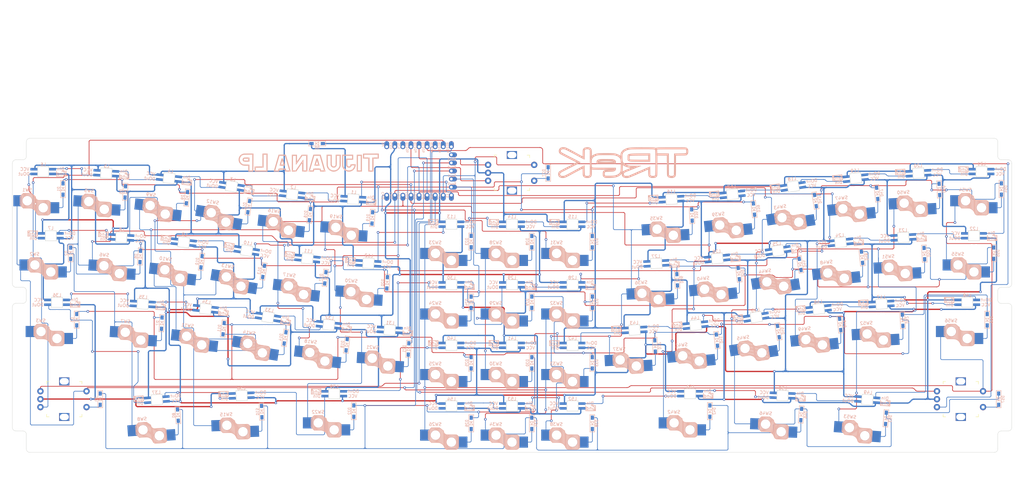
<source format=kicad_pcb>
(kicad_pcb (version 20241229) (generator "pcbnew") (generator_version "9.0")
  (layers (0 "F.Cu" signal) (2 "B.Cu" signal) (13 "F.Paste" user) (15 "B.Paste" user) (5 "F.SilkS" user "F.Silkscreen") (7 "B.SilkS" user "B.Silkscreen") (1 "F.Mask" user) (3 "B.Mask" user) (25 "Edge.Cuts" user))
  (net 0 "")
  (net 1 "VCC")
  (net 2 "LEDVCC")
  (net 3 "Row0")
  (net 4 "Net-(D1-A)")
  (net 5 "Row1")
  (net 6 "Net-(D2-A)")
  (net 7 "Net-(D3-A)")
  (net 8 "Row2")
  (net 9 "Row3")
  (net 10 "Net-(D4-A)")
  (net 11 "Net-(D5-A)")
  (net 12 "Net-(D6-A)")
  (net 13 "Net-(D7-A)")
  (net 14 "Net-(D8-A)")
  (net 15 "Net-(D9-A)")
  (net 16 "Net-(D10-A)")
  (net 17 "Net-(D11-A)")
  (net 18 "Net-(D12-A)")
  (net 19 "Net-(D13-A)")
  (net 20 "Net-(D14-A)")
  (net 21 "Net-(D15-A)")
  (net 22 "Net-(D16-A)")
  (net 23 "Net-(D17-A)")
  (net 24 "Net-(D18-A)")
  (net 25 "Net-(D19-A)")
  (net 26 "Net-(D20-A)")
  (net 27 "Net-(D21-A)")
  (net 28 "Net-(D22-A)")
  (net 29 "Net-(D23-A)")
  (net 30 "Net-(D24-A)")
  (net 31 "Net-(D25-A)")
  (net 32 "Net-(D26-A)")
  (net 33 "Net-(D27-A)")
  (net 34 "Net-(D28-A)")
  (net 35 "Net-(D29-A)")
  (net 36 "Net-(D30-A)")
  (net 37 "Net-(D31-K)")
  (net 38 "Net-(D32-K)")
  (net 39 "Net-(D33-K)")
  (net 40 "Net-(D34-K)")
  (net 41 "Net-(D35-K)")
  (net 42 "Net-(D36-K)")
  (net 43 "Net-(D37-K)")
  (net 44 "Net-(D38-K)")
  (net 45 "Net-(D39-K)")
  (net 46 "Net-(D40-K)")
  (net 47 "Net-(D41-K)")
  (net 48 "Net-(D42-K)")
  (net 49 "Net-(D43-K)")
  (net 50 "Net-(D44-K)")
  (net 51 "Net-(D45-K)")
  (net 52 "Net-(D46-K)")
  (net 53 "Net-(D47-K)")
  (net 54 "Net-(D48-K)")
  (net 55 "Net-(D49-K)")
  (net 56 "Net-(D50-K)")
  (net 57 "Net-(D51-K)")
  (net 58 "Net-(D52-K)")
  (net 59 "Net-(D53-K)")
  (net 60 "Net-(D54-K)")
  (net 61 "Net-(D55-K)")
  (net 62 "Net-(D56-K)")
  (net 63 "Net-(D57-K)")
  (net 64 "GND")
  (net 65 "Net-(L1-DOUT)")
  (net 66 "LED")
  (net 67 "Net-(L2-DOUT)")
  (net 68 "Net-(L3-DOUT)")
  (net 69 "Net-(L4-DOUT)")
  (net 70 "Net-(L5-DOUT)")
  (net 71 "Net-(L6-DOUT)")
  (net 72 "Net-(L7-DOUT)")
  (net 73 "Net-(L8-DOUT)")
  (net 74 "Net-(L10-DIN)")
  (net 75 "Net-(L10-DOUT)")
  (net 76 "Net-(L11-DOUT)")
  (net 77 "Net-(L12-DOUT)")
  (net 78 "Net-(L13-DOUT)")
  (net 79 "Net-(L14-DOUT)")
  (net 80 "Net-(L15-DOUT)")
  (net 81 "Net-(L16-DOUT)")
  (net 82 "Net-(L17-DOUT)")
  (net 83 "Net-(L18-DOUT)")
  (net 84 "Net-(L19-DOUT)")
  (net 85 "Net-(L20-DOUT)")
  (net 86 "Net-(L21-DOUT)")
  (net 87 "Net-(L22-DOUT)")
  (net 88 "Net-(L23-DOUT)")
  (net 89 "Net-(L24-DOUT)")
  (net 90 "Net-(L25-DOUT)")
  (net 91 "Net-(L26-DOUT)")
  (net 92 "Net-(L27-DOUT)")
  (net 93 "Net-(L28-DOUT)")
  (net 94 "Net-(L29-DOUT)")
  (net 95 "Net-(L30-DOUT)")
  (net 96 "Net-(L31-DOUT)")
  (net 97 "Net-(L32-DOUT)")
  (net 98 "Net-(L33-DOUT)")
  (net 99 "Net-(L34-DOUT)")
  (net 100 "Net-(L35-DOUT)")
  (net 101 "Net-(L36-DOUT)")
  (net 102 "Net-(L37-DOUT)")
  (net 103 "Net-(L38-DOUT)")
  (net 104 "Net-(L39-DOUT)")
  (net 105 "Net-(L40-DOUT)")
  (net 106 "Net-(L41-DOUT)")
  (net 107 "Net-(L42-DOUT)")
  (net 108 "Net-(L43-DOUT)")
  (net 109 "Net-(L44-DOUT)")
  (net 110 "Net-(L45-DOUT)")
  (net 111 "Net-(L46-DOUT)")
  (net 112 "Net-(L47-DOUT)")
  (net 113 "Net-(L48-DOUT)")
  (net 114 "Net-(L49-DOUT)")
  (net 115 "Net-(L50-DOUT)")
  (net 116 "Net-(L51-DOUT)")
  (net 117 "Net-(L52-DOUT)")
  (net 118 "Net-(L53-DOUT)")
  (net 120 "Col0")
  (net 121 "RE01b")
  (net 122 "RE01a")
  (net 123 "Col1")
  (net 124 "Col2")
  (net 125 "Col3")
  (net 126 "Col4")
  (net 127 "Col5")
  (net 128 "Col6")
  (net 129 "RE03a")
  (net 130 "Col7")
  (net 131 "RE03b")
  (net 132 "RE02a")
  (net 133 "RE02b")
  (footprint "kbd_Parts:Diode_SMD" (layer "F.Cu") (at 34.5 74.3 -90)
    (property "Reference" "D3")
    (property "Value" "D" (hide yes))
  )
  (footprint "kbd_Parts:Diode_SMD" (layer "F.Cu") (at 132.1517 62.707 -93)
    (property "Reference" "D20")
    (property "Value" "D" (hide yes))
  )
  (footprint "kbd_Parts:RotaryEncoder_EC12E" (layer "F.Cu") (at 30.5936 99.3)
    (property "Reference" "SW4")
    (property "Value" "RotaryEncoder_Switch")
  )
  (footprint "kbd_SW:Choc_v2_Hotswap_1u" (layer "F.Cu") (at 171.4059 106.9072)
    (property "Reference" "SW34")
    (property "Value" "SW_PUSH" (hide yes))
  )
  (footprint "kbd_Parts:Diode_SMD" (layer "F.Cu") (at 324.5 99.3 90)
    (property "Reference" "D57")
    (property "Value" "D" (hide yes))
  )
  (footprint "kbd_Parts:LED_SK6812MINI-E_BL" (layer "F.Cu") (at 26.3573 47.9039)
    (property "Reference" "L7")
    (property "Value" "SK6812MINI")
    (fp_line (start -1.75 -1.6) (end 1.75 -1.6) (stroke (width 0.12)) (layer "Edge.Cuts"))
    (fp_line (start -1.75 1.6) (end -1.75 -1.6) (stroke (width 0.12)) (layer "Edge.Cuts"))
    (fp_line (start 1.75 -1.6) (end 1.75 1.6) (stroke (width 0.12)) (layer "Edge.Cuts"))
    (fp_line (start 1.75 1.6) (end -1.75 1.6) (stroke (width 0.12)) (layer "Edge.Cuts"))
  )
  (footprint "kbd_SW:Choc_v2_Hotswap_1u" (layer "F.Cu") (at 62.9735 35.2277 -6)
    (property "Reference" "SW9")
    (property "Value" "SW_PUSH" (hide yes))
  )
  (footprint "kbd_Parts:LED_SK6812MINI-E_BL" (layer "F.Cu") (at 229.1523 76.0118 6)
    (property "Reference" "L44")
    (property "Value" "SK6812MINI")
    (fp_line (start -1.75 -1.6) (end 1.75 -1.6) (stroke (width 0.12)) (layer "Edge.Cuts"))
    (fp_line (start -1.75 1.6) (end -1.75 -1.6) (stroke (width 0.12)) (layer "Edge.Cuts"))
    (fp_line (start 1.75 -1.6) (end 1.75 1.6) (stroke (width 0.12)) (layer "Edge.Cuts"))
    (fp_line (start 1.75 1.6) (end -1.75 1.6) (stroke (width 0.12)) (layer "Edge.Cuts"))
  )
  (footprint "kbd_Parts:Diode_SMD" (layer "F.Cu") (at 158.588 49.7374 -90)
    (property "Reference" "D23")
    (property "Value" "D" (hide yes))
  )
  (footprint "kbd_Parts:LED_SK6812MINI-E_BL" (layer "F.Cu") (at 59.7173 99.4502 4)
    (property "Reference" "L37")
    (property "Value" "SK6812MINI")
    (fp_line (start -1.75 -1.6) (end 1.75 -1.6) (stroke (width 0.12)) (layer "Edge.Cuts"))
    (fp_line (start -1.75 1.6) (end -1.75 -1.6) (stroke (width 0.12)) (layer "Edge.Cuts"))
    (fp_line (start 1.75 -1.6) (end 1.75 1.6) (stroke (width 0.12)) (layer "Edge.Cuts"))
    (fp_line (start 1.75 1.6) (end -1.75 1.6) (stroke (width 0.12)) (layer "Edge.Cuts"))
  )
  (footprint "kbd_Parts:LED_SK6812MINI-E_BL" (layer "F.Cu") (at 171.414 44.2823)
    (property "Reference" "L14")
    (property "Value" "SK6812MINI")
    (fp_line (start -1.75 -1.6) (end 1.75 -1.6) (stroke (width 0.12)) (layer "Edge.Cuts"))
    (fp_line (start -1.75 1.6) (end -1.75 -1.6) (stroke (width 0.12)) (layer "Edge.Cuts"))
    (fp_line (start 1.75 -1.6) (end 1.75 1.6) (stroke (width 0.12)) (layer "Edge.Cuts"))
    (fp_line (start 1.75 1.6) (end -1.75 1.6) (stroke (width 0.12)) (layer "Edge.Cuts"))
  )
  (footprint "kbd_SW:Choc_v2_Hotswap_1u" (layer "F.Cu") (at 113.1865 81.4568 -6)
    (property "Reference" "SW18")
    (property "Value" "SW_PUSH" (hide yes))
  )
  (footprint "kbd_Parts:Diode_SMD" (layer "F.Cu") (at 294.2922 74.4509 93)
    (property "Reference" "D52")
    (property "Value" "D" (hide yes))
  )
  (footprint "kbd_Parts:LED_SK6812MINI-E_BL" (layer "F.Cu") (at 152.3632 63.3304 180)
    (property "Reference" "L30")
    (property "Value" "SK6812MINI")
    (fp_line (start 1.75 1.6) (end -1.75 1.6) (stroke (width 0.12)) (layer "Edge.Cuts"))
    (fp_line (start 1.75 -1.6) (end 1.75 1.6) (stroke (width 0.12)) (layer "Edge.Cuts"))
    (fp_line (start -1.75 1.6) (end -1.75 -1.6) (stroke (width 0.12)) (layer "Edge.Cuts"))
    (fp_line (start -1.75 -1.6) (end 1.75 -1.6) (stroke (width 0.12)) (layer "Edge.Cuts"))
  )
  (footprint "kbd_Parts:LED_SK6812MINI-E_BL" (layer "F.Cu") (at 240.7839 34.8796 6)
    (property "Reference" "L17")
    (property "Value" "SK6812MINI")
    (fp_line (start -1.75 -1.6) (end 1.75 -1.6) (stroke (width 0.12)) (layer "Edge.Cuts"))
    (fp_line (start -1.75 1.6) (end -1.75 -1.6) (stroke (width 0.12)) (layer "Edge.Cuts"))
    (fp_line (start 1.75 -1.6) (end 1.75 1.6) (stroke (width 0.12)) (layer "Edge.Cuts"))
    (fp_line (start 1.75 1.6) (end -1.75 1.6) (stroke (width 0.12)) (layer "Edge.Cuts"))
  )
  (footprint "kbd_SW:Choc_v2_Hotswap_1u" (layer "F.Cu") (at 294.808 53.8879 3)
    (property "Reference" "SW51")
    (property "Value" "SW_PUSH" (hide yes))
  )
  (footprint "kbd_Parts:Diode_SMD" (layer "F.Cu") (at 235.8738 80.7243 96)
    (property "Reference" "D41")
    (property "Value" "D" (hide yes))
  )
  (footprint "kbd_Parts:LED_SK6812MINI-E_BL" (layer "F.Cu") (at 83.2048 32.3684 171)
    (property "Reference" "L3")
    (property "Value" "SK6812MINI")
    (fp_line (start 1.75 -1.6) (end 1.75 1.6) (stroke (width 0.12)) (layer "Edge.Cuts"))
    (fp_line (start 1.75 1.6) (end -1.75 1.6) (stroke (width 0.12)) (layer "Edge.Cuts"))
    (fp_line (start -1.75 -1.6) (end 1.75 -1.6) (stroke (width 0.12)) (layer "Edge.Cuts"))
    (fp_line (start -1.75 1.6) (end -1.75 -1.6) (stroke (width 0.12)) (layer "Edge.Cuts"))
  )
  (footprint "kbd_Parts:Diode_SMD" (layer "F.Cu") (at 92.7 103.2 -88)
    (property "Reference" "D15")
    (property "Value" "D" (hide yes))
  )
  (footprint "kbd_SW:Choc_v2_Hotswap_1u" (layer "F.Cu") (at 23.9629 33.1842)
    (property "Reference" "SW1")
    (property "Value" "SW_PUSH" (hide yes))
  )
  (footprint "kbd_Parts:Diode_SMD" (layer "F.Cu") (at 196.6859 87.8683 90)
    (property "Reference" "D33")
    (property "Value" "D" (hide yes))
  )
  (footprint "kbd_SW:Choc_v2_Hotswap_1u" (layer "F.Cu") (at 236.5846 60.521 6)
    (property "Reference" "SW40")
    (property "Value" "SW_PUSH" (hide yes))
  )
  (footprint "kbd_SW:Choc_v2_Hotswap_1u" (layer "F.Cu") (at 106.4782 60.521 -6)
    (property "Reference" "SW17")
    (property "Value" "SW_PUSH" (hide yes))
  )
  (footprint "kbd_SW:Choc_v2_Hotswap_1u" (layer "F.Cu") (at 282.8064 104.9072 -4)
    (property "Reference" "SW53")
    (property "Value" "SW_PUSH" (hide yes))
  )
  (footprint "kbd_Parts:LED_SK6812MINI-E_BL" (layer "F.Cu") (at 319.1112 27.7056)
    (property "Reference" "L21")
    (property "Value" "SK6812MINI")
    (fp_line (start -1.75 -1.6) (end 1.75 -1.6) (stroke (width 0.12)) (layer "Edge.Cuts"))
    (fp_line (start -1.75 1.6) (end -1.75 -1.6) (stroke (width 0.12)) (layer "Edge.Cuts"))
    (fp_line (start 1.75 -1.6) (end 1.75 1.6) (stroke (width 0.12)) (layer "Edge.Cuts"))
    (fp_line (start 1.75 1.6) (end -1.75 1.6) (stroke (width 0.12)) (layer "Edge.Cuts"))
  )
  (footprint "kbd_SW:Choc_v2_Hotswap_1u" (layer "F.Cu") (at 60.0936 104.9072 4)
    (property "Reference" "SW8")
    (property "Value" "SW_PUSH" (hide yes))
  )
  (footprint "kbd_Parts:LED_SK6812MINI-E_BL" (layer "F.Cu") (at 279.5286 29.7806 6)
    (property "Reference" "L19")
    (property "Value" "SK6812MINI")
    (fp_line (start -1.75 -1.6) (end 1.75 -1.6) (stroke (width 0.12)) (layer "Edge.Cuts"))
    (fp_line (start -1.75 1.6) (end -1.75 -1.6) (stroke (width 0.12)) (layer "Edge.Cuts"))
    (fp_line (start 1.75 -1.6) (end 1.75 1.6) (stroke (width 0.12)) (layer "Edge.Cuts"))
    (fp_line (start 1.75 1.6) (end -1.75 1.6) (stroke (width 0.12)) (layer "Edge.Cuts"))
  )
  (footprint "kbd_SW:Choc_v2_Hotswap_1u" (layer "F.Cu") (at 316.722 53.377)
    (property "Reference" "SW55")
    (property "Value" "SW_PUSH" (hide yes))
  )
  (footprint "kbd_SW:Choc_v2_Hotswap_1u" (layer "F.Cu") (at 171.4059 49.7572)
    (property "Reference" "SW28")
    (property "Value" "SW_PUSH" (hide yes))
  )
  (footprint "kbd_Parts:LED_SK6812MINI-E_BL" (layer "F.Cu") (at 287.6582 69.3557 3)
    (property "Reference" "L47")
    (property "Value" "SK6812MINI")
    (fp_line (start -1.75 -1.6) (end 1.75 -1.6) (stroke (width 0.12)) (layer "Edge.Cuts"))
    (fp_line (start -1.75 1.6) (end -1.75 -1.6) (stroke (width 0.12)) (layer "Edge.Cuts"))
    (fp_line (start 1.75 -1.6) (end 1.75 1.6) (stroke (width 0.12)) (layer "Edge.Cuts"))
    (fp_line (start 1.75 1.6) (end -1.75 1.6) (stroke (width 0.12)) (layer "Edge.Cuts"))
  )
  (footprint "kbd_Parts:LED_SK6812MINI-E_BL" (layer "F.Cu") (at 113.794182 75.9373 174)
    (property "Reference" "L32")
    (property "Value" "SK6812MINI")
    (fp_line (start 1.75 -1.6) (end 1.75 1.6) (stroke (width 0.12)) (layer "Edge.Cuts"))
    (fp_line (start 1.75 1.6) (end -1.75 1.6) (stroke (width 0.12)) (layer "Edge.Cuts"))
    (fp_line (start -1.75 -1.6) (end 1.75 -1.6) (stroke (width 0.12)) (layer "Edge.Cuts"))
    (fp_line (start -1.75 1.6) (end -1.75 -1.6) (stroke (width 0.12)) (layer "Edge.Cuts"))
  )
  (footprint "kbd_Parts:LED_SK6812MINI-E_BL" (layer "F.Cu") (at 126.2558 56.592 -3)
    (property "Reference" "L12")
    (property "Value" "SK6812MINI")
    (fp_line (start -1.75 1.6) (end -1.75 -1.6) (stroke (width 0.12)) (layer "Edge.Cuts"))
    (fp_line (start -1.75 -1.6) (end 1.75 -1.6) (stroke (width 0.12)) (layer "Edge.Cuts"))
    (fp_line (start 1.75 1.6) (end -1.75 1.6) (stroke (width 0.12)) (layer "Edge.Cuts"))
    (fp_line (start 1.75 -1.6) (end 1.75 1.6) (stroke (width 0.12)) (layer "Edge.Cuts"))
  )
  (footprint "kbd_Parts:LED_SK6812MINI-E_BL" (layer "F.Cu") (at 132.9559 77.5298 177)
    (property "Reference" "L31")
    (property "Value" "SK6812MINI")
    (fp_line (start 1.75 -1.6) (end 1.75 1.6) (stroke (width 0.12)) (layer "Edge.Cuts"))
    (fp_line (start 1.75 1.6) (end -1.75 1.6) (stroke (width 0.12)) (layer "Edge.Cuts"))
    (fp_line (start -1.75 -1.6) (end 1.75 -1.6) (stroke (width 0.12)) (layer "Edge.Cuts"))
    (fp_line (start -1.75 1.6) (end -1.75 -1.6) (stroke (width 0.12)) (layer "Edge.Cuts"))
  )
  (footprint "kbd_Parts:Diode_SMD" (layer "F.Cu") (at 100.0474 80.0183 -99)
    (property "Reference" "D14")
    (property "Value" "D" (hide yes))
  )
  (footprint "kbd_Parts:LED_SK6812MINI-E_BL" (layer "F.Cu") (at 86.382728 98.16973 2)
    (property "Reference" "L38")
    (property "Value" "SK6812MINI")
    (fp_line (start -1.75 -1.6) (end 1.75 -1.6) (stroke (width 0.12)) (layer "Edge.Cuts"))
    (fp_line (start -1.75 1.6) (end -1.75 -1.6) (stroke (width 0.12)) (layer "Edge.Cuts"))
    (fp_line (start 1.75 -1.6) (end 1.75 1.6) (stroke (width 0.12)) (layer "Edge.Cuts"))
    (fp_line (start 1.75 1.6) (end -1.75 1.6) (stroke (width 0.12)) (layer "Edge.Cuts"))
  )
  (footprint "kbd_Parts:Diode_SMD" (layer "F.Cu") (at 107.8611 41.2513 -96)
    (property "Reference" "D16")
    (property "Value" "D" (hide yes))
  )
  (footprint "kbd_Parts:Diode_SMD" (layer "F.Cu") (at 177.6409 106.9 90)
    (property "Reference" "D34")
    (property "Value" "D" (hide yes))
  )
  (footprint "kbd_Parts:Diode_SMD" (layer "F.Cu") (at 138.8909 83.5007 -93)
    (property "Reference" "D21")
    (property "Value" "D" (hide yes))
  )
  (footprint "kbd_Parts:LED_SK6812MINI-E_BL" (layer "F.Cu") (at 63.5455 29.7811 174)
    (property "Reference" "L4")
    (property "Value" "SK6812MINI")
    (fp_line (start 1.75 -1.6) (end 1.75 1.6) (stroke (width 0.12)) (layer "Edge.Cuts"))
    (fp_line (start 1.75 1.6) (end -1.75 1.6) (stroke (width 0.12)) (layer "Edge.Cuts"))
    (fp_line (start -1.75 -1.6) (end 1.75 -1.6) (stroke (width 0.12)) (layer "Edge.Cuts"))
    (fp_line (start -1.75 1.6) (end -1.75 -1.6) (stroke (width 0.12)) (layer "Edge.Cuts"))
  )
  (footprint "kbd_Parts:LED_SK6812MINI-E_BL" (layer "F.Cu") (at 190.45279 82.399528)
    (property "Reference" "L42")
    (property "Value" "SK6812MINI")
    (fp_line (start -1.75 -1.6) (end 1.75 -1.6) (stroke (width 0.12)) (layer "Edge.Cuts"))
    (fp_line (start -1.75 1.6) (end -1.75 -1.6) (stroke (width 0.12)) (layer "Edge.Cuts"))
    (fp_line (start 1.75 -1.6) (end 1.75 1.6) (stroke (width 0.12)) (layer "Edge.Cuts"))
    (fp_line (start 1.75 1.6) (end -1.75 1.6) (stroke (width 0.12)) (layer "Edge.Cuts"))
  )
  (footprint "kbd_Parts:LED_SK6812MINI-E_BL" (layer "F.Cu") (at 171.4093 82.3779)
    (property "Reference" "L41")
    (property "Value" "SK6812MINI")
    (fp_line (start -1.75 -1.6) (end 1.75 -1.6) (stroke (width 0.12)) (layer "Edge.Cuts"))
    (fp_line (start -1.75 1.6) (end -1.75 -1.6) (stroke (width 0.12)) (layer "Edge.Cuts"))
    (fp_line (start 1.75 -1.6) (end 1.75 1.6) (stroke (width 0.12)) (layer "Edge.Cuts"))
    (fp_line (start 1.75 1.6) (end -1.75 1.6) (stroke (width 0.12)) (layer "Edge.Cuts"))
  )
  (footprint "kbd_SW:Choc_v2_Hotswap_1u" (layer "F.Cu") (at 54.9652 74.8252 -3)
    (property "Reference" "SW7")
    (property "Value" "SW_PUSH" (hide yes))
  )
  (footprint "kbd_SW:Choc_v2_Hotswap_1u" (layer "F.Cu") (at 48.2548 53.8879 -3)
    (property "Reference" "SW6")
    (property "Value" "SW_PUSH" (hide yes))
  )
  (footprint "kbd_SW:Choc_v2_Hotswap_1u" (layer "F.Cu") (at 115.4904 103.0547)
    (property "Reference" "SW22")
    (property "Value" "SW_PUSH" (hide yes))
  )
  (footprint "kbd_Parts:Diode_SMD" (layer "F.Cu") (at 80.7089 77.1262 -96)
    (property "Reference" "D11")
    (property "Value" "D" (hide yes))
  )
  (footprint "kbd_Parts:LED_SK6812MINI-E_BL" (layer "F.Cu") (at 171.4117 63.339 180)
    (property "Reference" "L29")
    (property "Value" "SK6812MINI")
    (fp_line (start 1.75 1.6) (end -1.75 1.6) (stroke (width 0.12)) (layer "Edge.Cuts"))
    (fp_line (start 1.75 -1.6) (end 1.75 1.6) (stroke (width 0.12)) (layer "Edge.Cuts"))
    (fp_line (start -1.75 1.6) (end -1.75 -1.6) (stroke (width 0.12)) (layer "Edge.Cuts"))
    (fp_line (start -1.75 -1.6) (end 1.75 -1.6) (stroke (width 0.12)) (layer "Edge.Cuts"))
  )
  (footprint "kbd_Parts:Diode_SMD" (layer "F.Cu") (at 177.6592 87.8818 -90)
    (property "Reference" "D30")
    (property "Value" "D" (hide yes))
  )
  (footprint "kbd_Parts:Diode_SMD" (layer "F.Cu") (at 223.3739 61.7532 93)
    (property "Reference" "D36")
    (property "Value" "D" (hide yes))
  )
  (footprint "kbd_SW:Choc_v2_Hotswap_1u" (layer "F.Cu") (at 82.345 37.7774 -9)
    (property "Reference" "SW12")
    (property "Value" "SW_PUSH" (hide yes))
  )
  (footprint "kbd_Parts:LED_SK6812MINI-E_BL" (layer "F.Cu") (at 43.7868 28.2319 177)
    (property "Reference" "L5")
    (property "Value" "SK6812MINI")
    (fp_line (start 1.75 -1.6) (end 1.75 1.6) (stroke (width 0.12)) (layer "Edge.Cuts"))
    (fp_line (start 1.75 1.6) (end -1.75 1.6) (stroke (width 0.12)) (layer "Edge.Cuts"))
    (fp_line (start -1.75 -1.6) (end 1.75 -1.6) (stroke (width 0.12)) (layer "Edge.Cuts"))
    (fp_line (start -1.75 1.6) (end -1.75 -1.6) (stroke (width 0.12)) (layer "Edge.Cuts"))
  )
  (footprint "kbd_SW:Choc_v2_Hotswap_1u" (layer "F.Cu") (at 221.8677 41.8602 3)
    (property "Reference" "SW35")
    (property "Value" "SW_PUSH" (hide yes))
  )
  (footprint "kbd_SW:Choc_v2_Hotswap_1u" (layer "F.Cu") (at 125.9567 62.0541 -3)
    (property "Reference" "SW20")
    (property "Value" "SW_PUSH" (hide yes))
  )
  (footprint "kbd_Parts:Diode_SMD" (layer "F.Cu") (at 228.0229 41.3757 93)
    (property "Reference" "D35")
    (property "Value" "D" (hide yes))
  )
  (footprint "kbd_Parts:LED_SK6812MINI-E_BL" (layer "F.Cu") (at 75.0319 70.9144 174)
    (property "Reference" "L34")
    (property "Value" "SK6812MINI")
    (fp_line (start 1.75 -1.6) (end 1.75 1.6) (stroke (width 0.12)) (layer "Edge.Cuts"))
    (fp_line (start 1.75 1.6) (end -1.75 1.6) (stroke (width 0.12)) (layer "Edge.Cuts"))
    (fp_line (start -1.75 -1.6) (end 1.75 -1.6) (stroke (width 0.12)) (layer "Edge.Cuts"))
    (fp_line (start -1.75 1.6) (end -1.75 -1.6) (stroke (width 0.12)) (layer "Edge.Cuts"))
  )
  (footprint "kbd_SW:Choc_v2_Hotswap_1u" (layer "F.Cu") (at 171.4059 87.8572)
    (property "Reference" "SW30")
    (property "Value" "SW_PUSH" (hide yes))
  )
  (footprint "kbd_Parts:Diode_SMD" (layer "F.Cu") (at 73.7714 56.0847 -96)
    (property "Reference" "D10")
    (property "Value" "D" (hide yes))
  )
  (footprint "kbd_Parts:Diode_SMD" (layer "F.Cu") (at 61.2651 75.3869 -93)
    (property "Reference" "D7")
    (property "Value" "D" (hide yes))
  )
  (footprint "kbd_SW:Choc_v2_Hotswap_1u" (layer "F.Cu") (at 229.7135 81.4568 6)
    (property "Reference" "SW41")
    (property "Value" "SW_PUSH" (hide yes))
  )
  (footprint "kbd_Parts:Diode_SMD" (layer "F.Cu") (at 255.2104 78.0242 99)
    (property "Reference" "D45")
    (property "Value" "D" (hide yes))
  )
  (footprint "kbd_Parts:LED_SK6812MINI-E_BL" (layer "F.Cu") (at 283.194 99.4504 176)
    (property "Reference" "L49")
    (property "Value" "SK6812MINI")
    (fp_line (start 1.75 -1.599999) (end 1.75 1.6) (stroke (width 0.12)) (layer "Edge.Cuts"))
    (fp_line (start 1.75 1.6) (end -1.75 1.599999) (stroke (width 0.12)) (layer "Edge.Cuts"))
    (fp_line (start -1.75 -1.6) (end 1.75 -1.599999) (stroke (width 0.12)) (layer "Edge.Cuts"))
    (fp_line (start -1.75 1.599999) (end -1.75 -1.6) (stroke (width 0.12)) (layer "Edge.Cuts"))
  )
  (footprint "kbd_Parts:LED_SK6812MINI-E_BL" (layer "F.Cu") (at 115.5081 97.5811)
    (property "Reference" "L39")
    (property "Value" "SK6812MINI")
    (fp_line (start -1.75 -1.6) (end 1.75 -1.6) (stroke (width 0.12)) (layer "Edge.Cuts"))
    (fp_line (start -1.75 1.6) (end -1.75 -1.6) (stroke (width 0.12)) (layer "Edge.Cuts"))
    (fp_line (start 1.75 -1.6) (end 1.75 1.6) (stroke (width 0.12)) (layer "Edge.Cuts"))
    (fp_line (start 1.75 1.6) (end -1.75 1.6) (stroke (width 0.12)) (layer "Edge.Cuts"))
  )
  (footprint "kbd_SW:Choc_v2_Hotswap_1u" (layer "F.Cu") (at 210.2341 82.989 3)
    (property "Reference" "SW37")
    (property "Value" "SW_PUSH" (hide yes))
  )
  (footprint "kbd_SW:Choc_v2_Hotswap_1u" (layer "F.Cu") (at 132.6659 82.989 -3)
    (property "Reference" "SW21")
    (property "Value" "SW_PUSH" (hide yes))
  )
  (footprint "kbd_Parts:Diode_SMD" (layer "F.Cu") (at 196.6845 49.7712 90)
    (property "Reference" "D31")
    (property "Value" "D" (hide yes))
  )
  (footprint "kbd_SW:Choc_v2_Hotswap_1u" (layer "F.Cu") (at 190.4559 49.7572)
    (property "Reference" "SW31")
    (property "Value" "SW_PUSH" (hide yes))
  )
  (footprint "kbd_Parts:Diode_SMD" (layer "F.Cu") (at 69.1901 35.9185 -96)
    (property "Reference" "D9")
    (property "Value" "D" (hide yes))
  )
  (footprint "kbd_SW:Choc_v2_Hotswap_1u" (layer "F.Cu") (at 255.9567 57.971 9)
    (property "Reference" "SW44")
    (property "Value" "SW_PUSH" (hide yes))
  )
  (footprint "kbd_SW:Choc_v2_Hotswap_1u" (layer "F.Cu") (at 275.329 55.4214 6)
    (property "Reference" "SW48")
    (property "Value" "SW_PUSH" (hide yes))
  )
  (footprint "kbd_SW:Choc_v2_Hotswap_1u" (layer "F.Cu") (at 152.3559 49.7572)
    (property "Reference" "SW23")
    (property "Value" "SW_PUSH" (hide yes))
  )
  (footprint "kbd_SW:Choc_v2_Hotswap_1u" (layer "F.Cu") (at 287.9348 74.8252 3)
    (property "Reference" "SW52")
    (property "Value" "SW_PUSH" (hide yes))
  )
  (footprint "kbd_Parts:LED_SK6812MINI-E_BL" (layer "F.Cu") (at 227.4258 97.5775 180)
    (property "Reference" "L51")
    (property "Value" "SK6812MINI")
    (fp_line (start 1.75 1.6) (end -1.75 1.6) (stroke (width 0.12)) (layer "Edge.Cuts"))
    (fp_line (start 1.75 -1.6) (end 1.75 1.6) (stroke (width 0.12)) (layer "Edge.Cuts"))
    (fp_line (start -1.75 1.6) (end -1.75 -1.6) (stroke (width 0.12)) (layer "Edge.Cuts"))
    (fp_line (start -1.75 -1.6) (end 1.75 -1.6) (stroke (width 0.12)) (layer "Edge.Cuts"))
  )
  (footprint "kbd_Parts:Diode_SMD" (layer "F.Cu") (at 54.5 54.4 -93)
    (property "Reference" "D6")
    (property "Value" "D" (hide yes))
  )
  (footprint "kbd_Parts:Diode_SMD" (layer "F.Cu") (at 262.4016 104.1187 86)
    (property "Reference" "D46")
    (property "Value" "D" (hide yes))
  )
  (footprint "kbd_SW:Choc_v2_Hotswap_1u" (layer "F.Cu") (at 74.4437 76.3574 -6)
    (property "Reference" "SW11")
    (property "Value" "SW_PUSH" (hide yes))
  )
  (footprint "kbd_SW:Choc_v2_Hotswap_1u" (layer "F.Cu") (at 190.4559 68.8072)
    (property "Reference" "SW32")
    (property "Value" "SW_PUSH" (hide yes))
  )
  (footprint "kbd_SW:Choc_v2_Hotswap_1u" (layer "F.Cu") (at 260.7178 37.7774 9)
    (property "Reference" "SW43")
    (property "Value" "SW_PUSH" (hide yes))
  )
  (footprint "kbd_SW:Choc_v2_Hotswap_1u" (layer "F.Cu") (at 314.6112 74.3148)
    (property "Reference" "SW56")
    (property "Value" "SW_PUSH" (hide yes))
  )
  (footprint "kbd_Parts:LED_SK6812MINI-E_BL" (layer "F.Cu") (at 316.7322 47.9049 180)
    (property "Reference" "L22")
    (property "Value" "SK6812MINI")
    (fp_line (start 1.75 1.6) (end -1.75 1.6) (stroke (width 0.12)) (layer "Edge.Cuts"))
    (fp_line (start 1.75 -1.6) (end 1.75 1.6) (stroke (width 0.12)) (layer "Edge.Cuts"))
    (fp_line (start -1.75 1.6) (end -1.75 -1.6) (stroke (width 0.12)) (layer "Edge.Cuts"))
    (fp_line (start -1.75 -1.6) (end 1.75 -1.6) (stroke (width 0.12)) (layer "Edge.Cuts"))
  )
  (footprint "kbd_Parts:Diode_SMD" (layer "F.Cu") (at 177.646 49.7563 -90)
    (property "Reference" "D28")
    (property "Value" "D" (hide yes))
  )
  (footprint "kbd_SW:Choc_v2_Hotswap_1u" (layer "F.Cu") (at 121.195 41.8602 -3)
    (property "Reference" "SW19")
    (property "Value" "SW_PUSH" (hide yes))
  )
  (footprint "kbd_Parts:LED_SK6812MINI-E_BL" (layer "F.Cu") (at 248.2397 73.4996 9)
    (property "Reference" "L45")
    (property "Value" "SK6812MINI")
    (fp_line (start -1.75 -1.6) (end 1.75 -1.6) (stroke (width 0.12)) (layer "Edge.Cuts"))
    (fp_line (start -1.75 1.6) (end -1.75 -1.6) (stroke (width 0.12)) (layer "Edge.Cuts"))
    (fp_line (start 1.75 -1.6) (end 1.75 1.6) (stroke (width 0.12)) (layer "Edge.Cuts"))
    (fp_line (start 1.75 1.6) (end -1.75 1.6) (stroke (width 0.12)) (layer "Edge.Cuts"))
  )
  (footprint "kbd_Parts:Diode_SMD" (layer "F.Cu") (at 325.3712 33.1907 90)
    (property "Reference" "D54")
    (property "Value" "D" (hide yes))
  )
  (footprint "kbd_Parts:Diode_SMD" (layer "F.Cu") (at 322.9432 53.3789 90)
    (property "Reference" "D55")
    (property "Value" "D" (hide yes))
  )
  (footprint "kbd_Parts:Diode_SMD" (layer "F.Cu") (at 32.5967 53.4 -90)
    (property "Reference" "D2")
    (property "Value" "D" (hide yes))
  )
  (footprint "kbd_SW:Choc_v2_Hotswap_1u" (layer "F.Cu") (at 26.3408 53.377)
    (property "Reference" "SW2")
    (property "Value" "SW_PUSH" (hide yes))
  )
  (footprint "kbd_Parts:Diode_SMD" (layer "F.Cu") (at 182.8 28.1 -90)
    (property "Reference" "D27")
    (property "Value" "D" (hide yes))
  )
  (footprint "kbd_Parts:LED_SK6812MINI-E_BL" (layer "F.Cu") (at 190.4625 63.3294 180)
    (property "Reference" "L28")
    (property "Value" "SK6812MINI")
    (fp_line (start 1.75 1.6) (end -1.75 1.6) (stroke (width 0.12)) (layer "Edge.Cuts"))
    (fp_line (start 1.75 -1.6) (end 1.75 1.6) (stroke (width 0.12)) (layer "Edge.Cuts"))
    (fp_line (start -1.75 1.6) (end -1.75 -1.6) (stroke (width 0.12)) (layer "Edge.Cuts"))
    (fp_line (start -1.75 -1.6) (end 1.75 -1.6) (stroke (width 0.12)) (layer "Edge.Cuts"))
  )
  (footprint "kbd_SW:Choc_v2_Hotswap_1u" (layer "F.Cu") (at 86.5936 103.643 2)
    (property "Reference" "SW15")
    (property "Value" "SW_PUSH" (hide yes))
  )
  (footprint "kbd_Parts:LED_SK6812MINI-E_BL" (layer "F.Cu") (at 235.984399 55.052832 -174)
    (property "Reference" "L26")
    (property "Value" "SK6812MINI")
    (fp_line (start 1.75 1.6) (end -1.75 1.6) (stroke (width 0.12)) (layer "Edge.Cuts"))
    (fp_line (start 1.75 -1.6) (end 1.75 1.6) (stroke (width 0.12)) (layer "Edge.Cuts"))
    (fp_line (start -1.75 1.6) (end -1.75 -1.6) (stroke (width 0.12)) (layer "Edge.Cuts"))
    (fp_line (start -1.75 -1.6) (end 1.75 -1.6) (stroke (width 0.12)) (layer "Edge.Cuts"))
  )
  (footprint "kbd_Parts:Diode_SMD" (layer "F.Cu") (at 242.7572 59.7934 96)
    (property "Reference" "D40")
    (property "Value" "D" (hide yes))
  )
  (footprint "kbd_SW:Choc_v2_Hotswap_1u" (layer "F.Cu") (at 67.571 55.4214 -6)
    (property "Reference" "SW10")
    (property "Value" "SW_PUSH" (hide yes))
  )
  (footprint "kbd_SW:Choc_v2_Hotswap_1u" (layer "F.Cu") (at 87.1061 57.971 -9)
    (property "Reference" "SW13")
    (property "Value" "SW_PUSH" (hide yes))
  )
  (footprint "kbd_SW:Choc_v2_Hotswap_1u" (layer "F.Cu") (at 93.8152 78.9072 -9)
    (property "Reference" "SW14")
    (property "Value" "SW_PUSH" (hide yes))
  )
  (footprint "kbd_Parts:LED_SK6812MINI-E_BL" (layer "F.Cu") (at 255.1086 52.5615 -171)
    (property "Reference" "L25")
    (property "Value" "SK6812MINI")
    (fp_line (start 1.75 1.6) (end -1.75 1.6) (stroke (width 0.12)) (layer "Edge.Cuts"))
    (fp_line (start 1.75 -1.6) (end 1.75 1.6) (stroke (width 0.12)) (layer "Edge.Cuts"))
    (fp_line (start -1.75 1.6) (end -1.75 -1.6) (stroke (width 0.12)) (layer "Edge.Cuts"))
    (fp_line (start -1.75 -1.6) (end 1.75 -1.6) (stroke (width 0.12)) (layer "Edge.Cuts"))
  )
  (footprint "kbd_SW:Choc_v2_Hotswap_1u" (layer "F.Cu") (at 241.3464 40.3278 6)
    (property "Reference" "SW39")
    (property "Value" "SW_PUSH" (hide yes))
  )
  (footprint "kbd_Parts:Diode_SMD" (layer "F.Cu") (at 216.4266 82.5661 93)
    (property "Reference" "D37")
    (property "Value" "D" (hide yes))
  )
  (footprint "kbd_Parts:LED_SK6812MINI-E_BL" (layer "F.Cu") (at 259.8646 32.3758 9)
    (property "Reference" "L18")
    (property "Value" "SK6812MINI")
    (fp_line (start -1.75 -1.6) (end 1.75 -1.6) (stroke (width 0.12)) (layer "Edge.Cuts"))
    (fp_line (start -1.75 1.6) (end -1.75 -1.6) (stroke (width 0.12)) (layer "Edge.Cuts"))
    (fp_line (start 1.75 -1.6) (end 1.75 1.6) (stroke (width 0.12)) (layer "Edge.Cuts"))
    (fp_line (start 1.75 1.6) (end -1.75 1.6) (stroke (width 0.12)) (layer "Edge.Cuts"))
  )
  (footprint "kbd_Parts:Diode_SMD" (layer "F.Cu") (at 41.9 99.3 -90)
    (property "Reference" "D4")
    (property "Value" "D" (hide yes))
  )
  (footprint "kbd_SW:Choc_v2_Hotswap_1u" (layer "F.Cu") (at 190.4559 87.8572)
    (property "Reference" "SW33")
    (property "Value" "SW_PUSH" (hide yes))
  )
  (footprint "kbd_Parts:Diode_SMD" (layer "F.Cu") (at 158.5679 68.8331 -90)
    (property "Reference" "D24")
    (property "Value" "D" (hide yes))
  )
  (footprint "kbd_Parts:LED_SK6812MINI-E_BL" (layer "F.Cu") (at 23.9745 27.712 180)
    (property "Reference" "L6")
    (property "Value" "SK6812MINI")
    (fp_line (start 1.75 1.6) (end -1.75 1.6) (stroke (width 0.12)) (layer "Edge.Cuts"))
    (fp_line (start 1.75 -1.6) (end 1.75 1.6) (stroke (width 0.12)) (layer "Edge.Cuts"))
    (fp_line (start -1.75 1.6) (end -1.75 -1.6) (stroke (width 0.12)) (layer "Edge.Cuts"))
    (fp_line (start -1.75 -1.6) (end 1.75 -1.6) (stroke (width 0.12)) (layer "Edge.Cuts"))
  )
  (footprint "kbd_Parts:Diode_SMD" (layer "F.Cu") (at 286.2947 34.5634 96)
    (property "Reference" "D47")
    (property "Value" "D" (hide yes))
  )
  (footprint "kbd_Parts:LED_SK6812MINI-E_BL" (layer "F.Cu") (at 209.9619 77.5208 3)
    (property "Reference" "L43")
    (property "Value" "SK6812MINI")
    (fp_line (start -1.75 -1.6) (end 1.75 -1.6) (stroke (width 0.12)) (layer "Edge.Cuts"))
    (fp_line (start -1.75 1.6) (end -1.75 -1.6) (stroke (width 0.12)) (layer "Edge.Cuts"))
    (fp_line (start 1.75 -1.6) (end 1.75 1.6) (stroke (width 0.12)) (layer "Edge.Cuts"))
    (fp_line (start 1.75 1.6) (end -1.75 1.6) (stroke (width 0.12)) (layer "Edge.Cuts"))
  )
  (footprint "kbd_SW:Choc_v2_Hotswap_1u" (layer "F.Cu") (at 28.2888 74.3148)
    (property "Reference" "SW3")
    (property "Value" "SW_PUSH" (hide yes))
  )
  (footprint "kbd_SW:Choc_v2_Hotswap_1u" (layer "F.Cu") (at 256.3064 103.643 -2)
    (property "Reference" "SW46")
    (property "Value" "SW_PUSH" (hide yes))
  )
  (footprint "kbd_Parts:LED_SK6812MINI-E_BL" (layer "F.Cu") (at 299.270789 28.23264 3)
    (property "Reference" "L20")
    (property "Value" "SK6812MINI")
    (fp_line (start -1.75 -1.6) (end 1.75 -1.6) (stroke (width 0.12)) (layer "Edge.Cuts"))
    (fp_line (start -1.75 1.6) (end -1.75 -1.6) (stroke (width 0.12)) (layer "Edge.Cuts"))
    (fp_line (start 1.75 -1.6) (end 1.75 1.6) (stroke (width 0.12)) (layer "Edge.Cuts"))
    (fp_line (start 1.75 1.6) (end -1.75 1.6) (stroke (width 0.12)) (layer "Edge.Cuts"))
  )
  (footprint "kbd_Parts:LED_SK6812MINI-E_BL" (layer "F.Cu") (at 55.2616 69.3617 177)
    (property "Reference" "L35")
    (property "Value" "SK6812MINI")
    (fp_line (start 1.75 -1.6) (end 1.75 1.6) (stroke (width 0.12)) (layer "Edge.Cuts"))
    (fp_line (start 1.75 1.6) (end -1.75 1.6) (stroke (width 0.12)) (layer "Edge.Cuts"))
    (fp_line (start -1.75 -1.6) (end 1.75 -1.6) (stroke (width 0.12)) (layer "Edge.Cuts"))
    (fp_line (start -1.75 1.6) (end -1.75 -1.6) (stroke (width 0.12)) (layer "Edge.Cuts"))
  )
  (footprint "kbd_Parts:Diode_SMD" (layer "F.Cu") (at 112.7054 61.1282 -96)
    (property "Reference" "D17")
    (property "Value" "D" (hide yes))
  )
  (footprint "kbd_Parts:LED_SK6812MINI-E_BL" (layer "F.Cu") (at 221.5871 36.3922 3)
    (property "Reference" "L16")
    (property "Value" "SK6812MINI")
    (fp_line (start -1.75 -1.6) (end 1.75 -1.6) (stroke (width 0.12)) (layer "Edge.Cuts"))
    (fp_line (start -1.75 1.6) (end -1.75 -1.6) (stroke (width 0.12)) (layer "Edge.Cuts"))
    (fp_line (start 1.75 -1.6) (end 1.75 1.6) (stroke (width 0.12)) (layer "Edge.Cuts"))
    (fp_line (start 1.75 1.6) (end -1.75 1.6) (stroke (width 0.12)) (layer "Edge.Cuts"))
  )
  (footprint "kbd_SW:Choc_v2_Hotswap_1u" (layer "F.Cu") (at 249.0848 78.9072 9)
    (property "Reference" "SW45")
    (property "Value" "SW_PUSH" (hide yes))
  )
  (footprint "kbd_Parts:Diode_SMD" (layer "F.Cu") (at 127.4917 42.2795 -93)
    (property "Reference" "D19")
    (property "Value" "D" (hide yes))
  )
  (footprint "kbd_Parts:Diode_SMD" (layer "F.Cu") (at 320.9033 74.3197 90)
    (property "Reference" "D56")
    (property "Value" "D" (hide yes))
  )
  (footprint "kbd_Parts:LED_SK6812MINI-E_BL" (layer "F.Cu") (at 28.3041 68.8391 180)
    (property "Reference" "L36")
    (property "Value" "SK6812MINI")
    (fp_line (start 1.75 1.6) (end -1.75 1.6) (stroke (width 0.12)) (layer "Edge.Cuts"))
    (fp_line (start 1.75 -1.6) (end 1.75 1.6) (stroke (width 0.12)) (layer "Edge.Cuts"))
    (fp_line (start -1.75 1.6) (end -1.75 -1.6) (stroke (width 0.12)) (layer "Edge.Cuts"))
    (fp_line (start -1.75 -1.6) (end 1.75 -1.6) (stroke (width 0.12)) (layer "Edge.Cuts"))
  )
  (footprint "kbd_Parts:Diode_SMD" (layer "F.Cu") (at 88.6059 38.7352 -99)
    (property "Reference" "D12")
    (property "Value" "D" (hide yes))
  )
  (footprint "kbd_SW:Choc_v2_Hotswap_1u" (layer "F.Cu") (at 299.5679 33.695 3)
    (property "Reference" "SW50")
    (property "Value" "SW_PUSH" (hide yes))
  )
  (footprint "kbd_Parts:LED_SK6812MINI-E_BL" (layer "F.Cu") (at 87.9769 52.5683 -9)
    (property "Reference" "L10")
    (property "Value" "SK6812MINI")
    (fp_line (start -1.75 1.6) (end -1.75 -1.6) (stroke (width 0.12)) (layer "Edge.Cuts"))
    (fp_line (start -1.75 -1.6) (end 1.75 -1.6) (stroke (width 0.12)) (layer "Edge.Cuts"))
    (fp_line (start 1.75 1.6) (end -1.75 1.6) (stroke (width 0.12)) (layer "Edge.Cuts"))
    (fp_line (start 1.75 -1.6) (end 1.75 1.6) (stroke (width 0.12)) (layer "Edge.Cuts"))
  )
  (footprint "kbd_Parts:LED_SK6812MINI-E_BL" (layer "F.Cu") (at 267.889 70.9134 6)
    (property "Reference" "L46")
    (property "Value" "SK6812MINI")
    (fp_line (start -1.75 -1.6) (end 1.75 -1.6) (stroke (width 0.12)) (layer "Edge.Cuts"))
    (fp_line (start -1.75 1.6) (end -1.75 -1.6) (stroke (width 0.12)) (layer "Edge.Cuts"))
    (fp_line (start 1.75 -1.6) (end 1.75 1.6) (stroke (width 0.12)) (layer "Edge.Cuts"))
    (fp_line (start 1.75 1.6) (end -1.75 1.6) (stroke (width 0.12)) (layer "Edge.Cuts"))
  )
  (footprint "kbd_SW:Choc_v2_Hotswap_1u" (layer "F.Cu") (at 217.1061 62.0541 3)
    (property "Reference" "SW36")
    (property "Value" "SW_PUSH" (hide yes))
  )
  (footprint "kbd_Parts:Diode_SMD" (layer "F.Cu") (at 158.5779 87.8572 -90)
    (property "Reference" "D25")
    (property "Value" "D" (hide yes))
  )
  (footprint "kbd_Parts:Diode_SMD" (layer "F.Cu") (at 262.0569 56.9127 99)
    (property "Reference" "D44")
    (property "Value" "D" (hide yes))
  )
  (footprint "kbd_SW:Choc_v2_Hotswap_1u" (layer "F.Cu") (at 280.0893 35.2277 6)
    (property "Reference" "SW47")
    (property "Value" "SW_PUSH" (hide yes))
  )
  (footprint "kbd_Parts:LED_SK6812MINI-E_BL" (layer "F.Cu") (at 152.3743 101.4325 180)
    (property "Reference" "L54")
    (property "Value" "SK6812MINI")
    (fp_line (start 1.75 1.6) (end -1.75 1.6) (stroke (width 0.12)) (layer "Edge.Cuts"))
    (fp_line (start 1.75 -1.6) (end 1.75 1.6) (stroke (width 0.12)) (layer "Edge.Cuts"))
    (fp_line (start -1.75 1.6) (end -1.75 -1.6) (stroke (width 0.12)) (layer "Edge.Cuts"))
    (fp_line (start -1.75 -1.6) (end 1.75 -1.6) (stroke (width 0.12)) (layer "Edge.Cuts"))
  )
  (footprint "kbd_Parts:LED_SK6812MINI-E_BL" (layer "F.Cu") (at 190.4606 44.2863)
    (property "Reference" "L15")
    (property "Value" "SK6812MINI")
    (fp_line (start -1.75 -1.6) (end 1.75 -1.6) (stroke (width 0.12)) (layer "Edge.Cuts"))
    (fp_line (start -1.75 1.6) (end -1.75 -1.6) (stroke (width 0.12)) (layer "Edge.Cuts"))
    (fp_line (start 1.75 -1.6) (end 1.75 1.6) (stroke (width 0.12)) (layer "Edge.Cuts"))
    (fp_line (start 1.75 1.6) (end -1.75 1.6) (stroke (width 0.12)) (layer "Edge.Cuts"))
  )
  (footprint "kbd_Parts:LED_SK6812MINI-E_BL" (layer "F.Cu") (at 314.6265 68.8348)
    (property "Reference" "L48")
    (property "Value" "SK6812MINI")
    (fp_line (start -1.75 -1.6) (end 1.75 -1.6) (stroke (width 0.12)) (layer "Edge.Cuts"))
    (fp_line (start -1.75 1.6) (end -1.75 -1.6) (stroke (width 0.12)) (layer "Edge.Cuts"))
    (fp_line (start 1.75 -1.6) (end 1.75 1.6) (stroke (width 0.12)) (layer "Edge.Cuts"))
    (fp_line (start 1.75 1.6) (end -1.75 1.6) (stroke (width 0.12)) (layer "Edge.Cuts"))
  )
  (footprint "kbd_Parts:LED_SK6812MINI-E_BL" (layer "F.Cu") (at 216.811775 56.588365 -177)
    (property "Reference" "L27")
    (property "Value" "SK6812MINI")
    (fp_line (start 1.75 1.6) (end -1.75 1.6) (stroke (width 0.12)) (layer "Edge.Cuts"))
    (fp_line (start 1.75 -1.6) (end 1.75 1.6) (stroke (width 0.12)) (layer "Edge.Cuts"))
    (fp_line (start -1.75 1.6) (end -1.75 -1.6) (stroke (width 0.12)) (layer "Edge.Cuts"))
    (fp_line (start -1.75 -1.6) (end 1.75 -1.6) (stroke (width 0.12)) (layer "Edge.Cuts"))
  )
  (footprint "kbd_SW:Choc_v2_Hotswap_1u" (layer "F.Cu") (at 227.4096 103.0547)
    (property "Reference" "SW42")
    (property "Value" "SW_PUSH" (hide yes))
  )
  (footprint "kbd_Parts:LED_SK6812MINI-E_BL" (layer "F.Cu") (at 94.6789 73.5005 171)
    (property "Reference" "L33")
    (property "Value" "SK6812MINI")
    (fp_line (start 1.75 -1.6) (end 1.75 1.6) (stroke (width 0.12)) (layer "Edge.Cuts"))
    (fp_line (start 1.75 1.6) (end -1.75 1.6) (stroke (width 0.12)) (layer "Edge.Cuts"))
    (fp_line (start -1.75 -1.6) (end 1.75 -1.6) (stroke (width 0.12)) (layer "Edge.Cuts"))
    (fp_line (start -1.75 1.6) (end -1.75 -1.6) (stroke (width 0.12)) (layer "Edge.Cuts"))
  )
  (footprint "kbd_Parts:LED_SK6812MINI-E_BL" (layer "F.Cu") (at 68.1695 49.9609 -6)
    (property "Reference" "L9")
    (property "Value" "SK6812MINI")
    (fp_line (start -1.75 1.6) (end -1.75 -1.6) (stroke (width 0.12)) (layer "Edge.Cuts"))
    (fp_line (start -1.75 -1.6) (end 1.75 -1.6) (stroke (width 0.12)) (layer "Edge.Cuts"))
    (fp_line (start 1.75 1.6) (end -1.75 1.6) (stroke (width 0.12)) (layer "Edge.Cuts"))
    (fp_line (start 1.75 -1.6) (end 1.75 1.6) (stroke (width 0.12)) (layer "Edge.Cuts"))
  )
  (footprint "kbd_Parts:Diode_SMD" (layer "F.Cu") (at 30.2 33.2 -90)
    (property "Reference" "D1")
    (property "Value" "D" (hide yes))
  )
  (footprint "kbd_SW:Choc_v2_Hotswap_1u" (layer "F.Cu") (at 268.4563 76.3574 6)
    (property "Reference" "SW49")
    (property "Value" "SW_PUSH" (hide yes))
  )
  (footprint "kbd_SW:Choc_v2_Hotswap_1u" (layer "F.Cu") (at 152.3559 87.8572)
    (property "Reference" "SW25")
    (property "Value" "SW_PUSH" (hide yes))
  )
  (footprint "kbd_Parts:Diode_SMD" (layer "F.Cu") (at 158.5944 106.9072 -90)
    (property "Reference" "D26")
    (property "Value" "D" (hide yes))
  )
  (footprint "kbd_Parts:LED_SK6812MINI-E_BL" (layer "F.Cu") (at 152.3682 82.3836)
    (property "Reference" "L40")
    (property "Value" "SK6812MINI")
    (fp_line (start -1.75 -1.6) (end 1.75 -1.6) (stroke (width 0.12)) (layer "Edge.Cuts"))
    (fp_line (start -1.75 1.6) (end -1.75 -1.6) (stroke (width 0.12)) (layer "Edge.Cuts"))
    (fp_line (start 1.75 -1.6) (end 1.75 1.6) (stroke (width 0.12)) (layer "Edge.Cuts"))
    (fp_line (start 1.75 1.6) (end -1.75 1.6) (stroke (width 0.12)) (layer "Edge.Cuts"))
  )
  (footprint "kbd_Parts:Diode_SMD" (layer "F.Cu") (at 281.5164 54.6564 96)
    (property "Reference" "D48")
    (property "Value" "D" (hide yes))
  )
  (footprint "kbd_SW:Choc_v2_Hotswap_1u" (layer "F.Cu") (at 171.4059 68.8072)
    (property "Reference" "SW29")
    (property "Value" "SW_PUSH" (hide yes))
  )
  (footprint "kbd_Parts:Diode_SMD" (layer "F.Cu") (at 196.7 106.9027 90)
    (property "Reference" "D38")
    (property "Value" "D" (hide yes))
  )
  (footprint "kbd_Parts:Diode_SMD" (layer "F.Cu") (at 93.3 59.1 -99)
    (property "Reference" "D13")
    (property "Value" "D" (hide yes))
  )
  (footprint "kbd_Parts:Diode_SMD" (layer "F.Cu") (at 66.3244 104.3126 -86)
    (property "Reference" "D8")
    (property "Value" "D" (hide yes))
  )
  (footprint "kbd_Parts:LED_SK6812MINI-E_BL" (layer "F.Cu") (at 121.4859 36.3898 177)
    (property "Reference" "L1")
    (property "Value" "SK6812MINI")
    (fp_line (start 1.75 -1.6) (end 1.75 1.6) (stroke (width 0.12)) (layer "Edge.Cuts"))
    (fp_line (start 1.75 1.6) (end -1.75 1.6) (stroke (width 0.12)) (layer "Edge.Cuts"))
    (fp_line (start -1.75 -1.6) (end 1.75 -1.6) (stroke (width 0.12)) (layer "Edge.Cuts"))
    (fp_line (start -1.75 1.6) (end -1.75 -1.6) (stroke (width 0.12)) (layer "Edge.Cuts"))
  )
  (footprint "kbd_Parts:LED_SK6812MINI-E_BL" (layer "F.Cu") (at 102.2891 34.8905 174)
    (property "Reference" "L2")
    (property "Value" "SK6812MINI")
    (fp_line (start 1.75 -1.6) (end 1.75 1.6) (stroke (width 0.12)) (layer "Edge.Cuts"))
    (fp_line (start 1.75 1.6) (end -1.75 1.6) (stroke (width 0.12)) (layer "Edge.Cuts"))
    (fp_line (start -1.75 -1.6) (end 1.75 -1.6) (stroke (width 0.12)) (layer "Edge.Cuts"))
    (fp_line (start -1.75 1.6) (end -1.75 -1.6) (stroke (width 0.12)) (layer "Edge.Cuts"))
  )
  (footprint "kbd_Parts:Diode_SMD" (layer "F.Cu") (at 266.86 36.83 99)
    (property "Reference" "D43")
    (property "Value" "D" (hide yes))
  )
  (footprint "kbd_Parts:Diode_SMD" (layer "F.Cu") (at 177.652 68.8 -90)
    (property "Reference" "D29")
    (property "Value" "D" (hide yes))
  )
  (footprint "kbd_SW:Choc_v2_Hotswap_1u" (layer "F.Cu") (at 101.7164 40.3278 -6)
    (property "Reference" "SW16")
    (property "Value" "SW_PUSH" (hide yes))
  )
  (footprint "kbd_SW:Choc_v2_Hotswap_1u" (layer "F.Cu") (at 152.3559 68.8072)
    (property "Reference" "SW24")
    (property "Value" "SW_PUSH" (hide yes))
  )
  (footprint "kbd_Parts:Diode_SMD" (layer "F.Cu") (at 110.15 18.9)
    (property "Reference" "D0")
    (property "Value" "D" (hide yes))
  )
  (footprint "kbd_Parts:Diode_SMD" (layer "F.Cu") (at 301.1219 53.5125 93)
    (property "Reference" "D51")
    (property "Value" "D" (hide yes))
  )
  (footprint "kbd_Parts:Diode_SMD" (layer "F.Cu") (at 121.6684 103.0547 -90)
    (property "Reference" "D22")
    (property "Value" "D" (hide yes))
  )
  (footprint "kbd_Parts:LED_SK6812MINI-E_BL" (layer "F.Cu") (at 256.5172 98.1678 178)
    (property "Reference" "L50")
    (property "Value" "SK6812MINI")
    (fp_line (start 1.75 -1.6) (end 1.75 1.6) (stroke (width 0.12)) (layer "Edge.Cuts"))
    (fp_line (start 1.75 1.6) (end -1.75 1.6) (stroke (width 0.12)) (layer "Edge.Cuts"))
    (fp_line (start -1.75 -1.6) (end 1.75 -1.6) (stroke (width 0.12)) (layer "Edge.Cuts"))
    (fp_line (start -1.75 1.6) (end -1.75 -1.6) (stroke (width 0.12)) (layer "Edge.Cuts"))
  )
  (footprint "kbd_Parts:RotaryEncoder_EC12E" (layer "F.Cu") (at 312.5936 99.3)
    (property "Reference" "SW57")
    (property "Value" "RotaryEncoder_Switch")
  )
  (footprint "kbd_Parts:RotaryEncoder_EC12E" (layer "F.Cu") (at 171.4059 28.1)
    (property "Reference" "SW27")
    (property "Value" "~")
  )
  (footprint "kbd_Parts:LED_SK6812MINI-E_BL" (layer "F.Cu") (at 48.5467 48.4263 -3)
    (property "Reference" "L8")
    (property "Value" "SK6812MINI")
    (fp_line (start -1.75 1.6) (end -1.75 -1.6) (stroke (width 0.12)) (layer "Edge.Cuts"))
    (fp_line (start -1.75 -1.6) (end 1.75 -1.6) (stroke (width 0.12)) (layer "Edge.Cuts"))
    (fp_line (start 1.75 1.6) (end -1.75 1.6) (stroke (width 0.12)) (layer "Edge.Cuts"))
    (fp_line (start 1.75 -1.6) (end 1.75 1.6) (stroke (width 0.12)) (layer "Edge.Cuts"))
  )
  (footprint "kbd_Parts:Diode_SMD" (layer "F.Cu") (at 196.723 68.8 90)
    (property "Reference" "D32")
    (property "Value" "D" (hide yes))
  )
  (footprint "kbd_Parts:Diode_SMD" (layer "F.Cu") (at 49.8 34.1 -93)
    (property "Reference" "D5")
    (property "Value" "D" (hide yes))
  )
  (footprint "kbd_Parts:LED_SK6812MINI-E_BL" (layer "F.Cu") (at 190.4629 101.4404 180)
    (property "Reference" "L52")
    (property "Value" "SK6812MINI")
    (fp_line (start 1.75 1.6) (end -1.75 1.6) (stroke (width 0.12)) (layer "Edge.Cuts"))
    (fp_line (start 1.75 -1.6) (end 1.75 1.6) (stroke (width 0.12)) (layer "Edge.Cuts"))
    (fp_line (start -1.75 1.6) (end -1.75 -1.6) (stroke (width 0.12)) (layer "Edge.Cuts"))
    (fp_line (start -1.75 -1.6) (end 1.75 -1.6) (stroke (width 0.12)) (layer "Edge.Cuts"))
  )
  (footprint "kbd_Parts:Diode_SMD" (layer "F.Cu") (at 119.4245 82.1629 -96)
    (property "Reference" "D18")
    (property "Value" "D" (hide yes))
  )
  (footprint "kbd_Parts:LED_SK6812MINI-E_BL" (layer "F.Cu") (at 107.0672 55.0727 -6)
    (property "Reference" "L11")
    (property "Value" "SK6812MINI")
    (fp_line (start -1.75 1.6) (end -1.75 -1.6) (stroke (width 0.12)) (layer "Edge.Cuts"))
    (fp_line (start -1.75 -1.6) (end 1.75 -1.6) (stroke (width 0.12)) (layer "Edge.Cuts"))
    (fp_line (start 1.75 1.6) (end -1.75 1.6) (stroke (width 0.12)) (layer "Edge.Cuts"))
    (fp_line (start 1.75 -1.6) (end 1.75 1.6) (stroke (width 0.12)) (layer "Edge.Cuts"))
  )
  (footprint "kbd_Parts:Diode_SMD" (layer "F.Cu") (at 289.0444 105.3271 86)
    (property "Reference" "D53")
    (property "Value" "D" (hide yes))
  )
  (footprint "kbd_SW:Choc_v2_Hotswap_1u" (layer "F.Cu") (at 319.0999 33.1842)
    (property "Reference" "SW54")
    (property "Value" "SW_PUSH" (hide yes))
  )
  (footprint "kbd_Parts:LED_SK6812MINI-E_BL" (layer "F.Cu") (at 171.4072 101.4354 180)
    (property "Reference" "L53")
    (property "Value" "SK6812MINI")
    (fp_line (start 1.75 1.6) (end -1.75 1.6) (stroke (width 0.12)) (layer "Edge.Cuts"))
    (fp_line (start 1.75 -1.6) (end 1.75 1.6) (stroke (width 0.12)) (layer "Edge.Cuts"))
    (fp_line (start -1.75 1.6) (end -1.75 -1.6) (stroke (width 0.12)) (layer "Edge.Cuts"))
    (fp_line (start -1.75 -1.6) (end 1.75 -1.6) (stroke (width 0.12)) (layer "Edge.Cuts"))
  )
  (footprint "kbd_SW:Choc_v2_Hotswap_1u" (layer "F.Cu") (at 43.4949 33.695 -3)
    (property "Reference" "SW5")
    (property "Value" "SW_PUSH" (hide yes))
  )
  (footprint "kbd_Parts:LED_SK6812MINI-E_BL" (layer "F.Cu") (at 294.5268 48.4174 -177)
    (property "Reference" "L23")
    (property "Value" "SK6812MINI")
    (fp_line (start 1.75 1.6) (end -1.75 1.6) (stroke (width 0.12)) (layer "Edge.Cuts"))
    (fp_line (start 1.75 -1.6) (end 1.75 1.6) (stroke (width 0.12)) (layer "Edge.Cuts"))
    (fp_line (start -1.75 1.6) (end -1.75 -1.6) (stroke (width 0.12)) (layer "Edge.Cuts"))
    (fp_line (start -1.75 -1.6) (end 1.75 -1.6) (stroke (width 0.12)) (layer "Edge.Cuts"))
  )
  (footprint "kbd_Parts:LED_SK6812MINI-E_BL" (layer "F.Cu") (at 274.7581 49.9736 -174)
    (property "Reference" "L24")
    (property "Value" "SK6812MINI")
    (fp_line (start 1.75 1.6) (end -1.75 1.6) (stroke (width 0.12)) (layer "Edge.Cuts"))
    (fp_line (start 1.75 -1.6) (end 1.75 1.6) (stroke (width 0.12)) (layer "Edge.Cuts"))
    (fp_line (start -1.75 1.6) (end -1.75 -1.6) (stroke (width 0.12)) (layer "Edge.Cuts"))
    (fp_line (start -1.75 -1.6) (end 1.75 -1.6) (stroke (width 0.12)) (layer "Edge.Cuts"))
  )
  (footprint "kbd_SW:Choc_v2_Hotswap_1u" (layer "F.Cu") (at 152.3559 106.9072)
    (property "Reference" "SW26")
    (property "Value" "SW_PUSH" (hide yes))
  )
  (footprint "kbd_SW:Choc_v2_Hotswap_1u" (layer "F.Cu") (at 190.4559 106.9072)
    (property "Reference" "SW38")
    (property "Value" "SW_PUSH" (hide yes))
  )
  (footprint "kbd_Parts:LED_SK6812MINI-E_BL" (layer "F.Cu") (at 152.358892 44.272265)
    (property "Reference" "L13")
    (property "Value" "SK6812MINI")
    (fp_line (start -1.75 -1.6) (end 1.75 -1.6) (stroke (width 0.12)) (layer "Edge.Cuts"))
    (fp_line (start -1.75 1.6) (end -1.75 -1.6) (stroke (width 0.12)) (layer "Edge.Cuts"))
    (fp_line (start 1.75 -1.6) (end 1.75 1.6) (stroke (width 0.12)) (layer "Edge.Cuts"))
    (fp_line (start 1.75 1.6) (end -1.75 1.6) (stroke (width 0.12)) (layer "Edge.Cuts"))
  )
  (footprint "kbd_Parts:Diode_SMD" (layer "F.Cu") (at 233.664 103.0484 90)
    (property "Reference" "D42")
    (property "Value" "D" (hide yes))
  )
  (footprint "kbd_Parts:Diode_SMD" (layer "F.Cu") (at 247.5326 39.5071 96)
    (property "Reference" "D39")
    (property "Value" "D" (hide yes))
  )
  (footprint "kbd_Parts:Diode_SMD" (layer "F.Cu") (at 305.8577 33.3106 93)
    (property "Reference" "D50")
    (property "Value" "D" (hide yes))
  )
  (footprint "kbd_Parts:Diode_SMD" (layer "F.Cu") (at 274.6547 75.785 96)
    (property "Reference" "D49")
    (property "Value" "D" (hide yes))
  )
  (footprint "mcu:rp2040-zero-tht" (layer "B.Cu") (at 142.18 27.52 -90)
    (property "Reference" "U1" (hide yes))
    (property "Value" "rp2040-zero" (hide yes))
  )
  (footprint "LOGO" (layer "B.Cu") (at 206.4 25.1 180)
    (property "Reference" "G***" (hide yes))
    (property "Value" "LOGO" (hide yes))
  )
  (footprint "LOGO" (layer "B.Cu") (at 107.45 24.85 180)
    (property "Reference" "G***" (hide yes))
    (property "Value" "LOGO" (hide yes))
  )
  (gr_arc (start 324.227767 114.949965) (mid 323.905584 115.727782) (end 323.127767 116.049965) (stroke (width 0.1)) (layer "Edge.Cuts"))
  (gr_line (start 17.566883 109.301339) (end 15.37483 109.301321) (stroke (width 0.1)) (layer "Edge.Cuts"))
  (gr_arc (start 19.766883 116.05) (mid 18.989066 115.727817) (end 18.666883 114.95) (stroke (width 0.1)) (layer "Edge.Cuts"))
  (gr_line (start 324.23276 18.350023) (end 324.232761 22.898702) (stroke (width 0.1)) (layer "Edge.Cuts"))
  (gr_line (start 323.127876 17.250034) (end 19.776043 17.251321) (stroke (width 0.1)) (layer "Edge.Cuts"))
  (gr_line (start 17.566872 69.163299) (end 15.374819 69.163317) (stroke (width 0.1)) (layer "Edge.Cuts"))
  (gr_line (start 18.666884 18.351321) (end 18.666883 22.9) (stroke (width 0.1)) (layer "Edge.Cuts"))
  (gr_line (start 14.275 25.09983) (end 14.274994 62.99428) (stroke (width 0.1)) (layer "Edge.Cuts"))
  (gr_line (start 17.566883 23.999982) (end 15.37483 24) (stroke (width 0.1)) (layer "Edge.Cuts"))
  (gr_arc (start 17.566874 64.094107) (mid 18.344691 64.41629) (end 18.666874 65.194107) (stroke (width 0.1)) (layer "Edge.Cuts"))
  (gr_line (start 324.227766 114.949965) (end 324.227767 110.401286) (stroke (width 0.1)) (layer "Edge.Cuts"))
  (gr_line (start 325.332761 23.998684) (end 327.524814 23.998702) (stroke (width 0.1)) (layer "Edge.Cuts"))
  (gr_line (start 328.62235 70.297198) (end 328.61967 108.201457) (stroke (width 0.1)) (layer "Edge.Cuts"))
  (gr_line (start 19.7669 116.05) (end 323.1278 116.049965) (stroke (width 0.1)) (layer "Edge.Cuts"))
  (gr_arc (start 328.61965 108.201457) (mid 328.297518 108.979154) (end 327.519821 109.301286) (stroke (width 0.1)) (layer "Edge.Cuts"))
  (gr_line (start 325.330465 64.128177) (end 327.522518 64.128159) (stroke (width 0.1)) (layer "Edge.Cuts"))
  (gr_arc (start 17.566883 109.301321) (mid 18.3447 109.623504) (end 18.666883 110.401321) (stroke (width 0.1)) (layer "Edge.Cuts"))
  (gr_arc (start 15.374829 109.301321) (mid 14.597132 108.979189) (end 14.275 108.201492) (stroke (width 0.1)) (layer "Edge.Cuts"))
  (gr_arc (start 18.666883 22.9) (mid 18.3447 23.677817) (end 17.566883 24) (stroke (width 0.1)) (layer "Edge.Cuts"))
  (gr_line (start 325.330467 69.197351) (end 327.52252 69.197369) (stroke (width 0.1)) (layer "Edge.Cuts"))
  (gr_arc (start 327.524815 23.998702) (mid 328.302512 24.320834) (end 328.624644 25.098531) (stroke (width 0.1)) (layer "Edge.Cuts"))
  (gr_arc (start 18.666883 18.351321) (mid 18.989066 17.573504) (end 19.766883 17.251321) (stroke (width 0.1)) (layer "Edge.Cuts"))
  (gr_arc (start 324.227767 110.401286) (mid 324.54995 109.623469) (end 325.327767 109.301286) (stroke (width 0.1)) (layer "Edge.Cuts"))
  (gr_line (start 325.327767 109.301304) (end 327.51982 109.301286) (stroke (width 0.1)) (layer "Edge.Cuts"))
  (gr_arc (start 14.275 25.099829) (mid 14.597132 24.322132) (end 15.374829 24) (stroke (width 0.1)) (layer "Edge.Cuts"))
  (gr_arc (start 324.230465 65.228159) (mid 324.552648 64.450342) (end 325.330465 64.128159) (stroke (width 0.1)) (layer "Edge.Cuts"))
  (gr_arc (start 325.330467 69.197369) (mid 324.55265 68.875186) (end 324.230467 68.097369) (stroke (width 0.1)) (layer "Edge.Cuts"))
  (gr_line (start 14.27498 108.201492) (end 14.274989 70.263146) (stroke (width 0.1)) (layer "Edge.Cuts"))
  (gr_line (start 18.666892 65.194107) (end 18.666872 68.06331) (stroke (width 0.1)) (layer "Edge.Cuts"))
  (gr_arc (start 18.666872 68.063317) (mid 18.344689 68.841134) (end 17.566872 69.163317) (stroke (width 0.1)) (layer "Edge.Cuts"))
  (gr_arc (start 14.274989 70.263146) (mid 14.597121 69.485449) (end 15.374818 69.163317) (stroke (width 0.1)) (layer "Edge.Cuts"))
  (gr_arc (start 327.522521 69.197369) (mid 328.300218 69.519501) (end 328.62235 70.297198) (stroke (width 0.1)) (layer "Edge.Cuts"))
  (gr_line (start 18.666884 114.95) (end 18.666883 110.401321) (stroke (width 0.1)) (layer "Edge.Cuts"))
  (gr_arc (start 323.132761 17.250023) (mid 323.910578 17.572206) (end 324.232761 18.350023) (stroke (width 0.1)) (layer "Edge.Cuts"))
  (gr_line (start 17.566874 64.094125) (end 15.374821 64.094107) (stroke (width 0.1)) (layer "Edge.Cuts"))
  (gr_line (start 324.230447 65.228159) (end 324.230467 68.097362) (stroke (width 0.1)) (layer "Edge.Cuts"))
  (gr_arc (start 15.37482 64.094107) (mid 14.597123 63.771975) (end 14.274991 62.994278) (stroke (width 0.1)) (layer "Edge.Cuts"))
  (gr_line (start 328.624597 25.098529) (end 328.622348 63.0283) (stroke (width 0.1)) (layer "Edge.Cuts"))
  (gr_arc (start 328.622348 63.02833) (mid 328.300216 63.806027) (end 327.522519 64.128159) (stroke (width 0.1)) (layer "Edge.Cuts"))
  (gr_arc (start 325.332761 23.998702) (mid 324.554944 23.676519) (end 324.232761 22.898702) (stroke (width 0.1)) (layer "Edge.Cuts"))
  (segment (start 132.02 19.9) (end 132.02 18.9) (width 0.4) (layer "B.Cu") (net 1))
  (segment (start 132.02 18.9) (end 111.925 18.9) (width 0.4) (layer "B.Cu") (net 1))
  (segment (start 236.1 76.488627) (end 233.197632 76.488627) (width 0.4) (layer "F.Cu") (net 2))
  (segment (start 236.1 76.488627) (end 236.100043 76.488584) (width 0.4) (layer "F.Cu") (net 2))
  (segment (start 306.45 71.05) (end 297.878412 71.05) (width 0.4) (layer "F.Cu") (net 2))
  (segment (start 147.562 98.0339) (end 187.9405 98.0339) (width 0.4) (layer "F.Cu") (net 2))
  (segment (start 232.632465 77.053794) (end 232.632465 77.737449) (width 0.4) (layer "F.Cu") (net 2))
  (segment (start 180.09362 60.1) (end 168.8 60.1) (width 0.4) (layer "F.Cu") (net 2))
  (segment (start 97.131948 100.457907) (end 97.138503 100.464462) (width 0.4) (layer "F.Cu") (net 2))
  (segment (start 147.562 98.0339) (end 147.562 99.251789) (width 0.4) (layer "F.Cu") (net 2))
  (segment (start 149.768855 60.1) (end 149.760594 60.091739) (width 0.4) (layer "F.Cu") (net 2))
  (segment (start 149.760594 60.091739) (end 136.079716 60.091739) (width 0.4) (layer "F.Cu") (net 2))
  (segment (start 222.96902 78.864356) (end 222.96902 84.534735) (width 0.4) (layer "F.Cu") (net 2))
  (segment (start 213.5 84.537052) (end 213.5 82.15) (width 0.4) (layer "F.Cu") (net 2))
  (segment (start 235.4896 50.2676) (end 252.4233 50.2676) (width 0.4) (layer "F.Cu") (net 2))
  (segment (start 297.235943 71.75055) (end 276.190943 71.75055) (width 0.4) (layer "F.Cu") (net 2))
  (segment (start 232.069914 78.3) (end 223.533376 78.3) (width 0.4) (layer "F.Cu") (net 2))
  (segment (start 239.167118 90.590912) (end 253.957057 90.590912) (width 0.4) (layer "F.Cu") (net 2))
  (segment (start 118.13445 99.814758) (end 146.999031 99.814758) (width 0.4) (layer "F.Cu") (net 2))
  (segment (start 297.8 70.971588) (end 297.800003 71.186482) (width 0.4) (layer "F.Cu") (net 2))
  (segment (start 67.557907 100.457907) (end 97.131948 100.457907) (width 0.4) (layer "F.Cu") (net 2))
  (segment (start 236.100043 76.488584) (end 238.041522 76.488584) (width 0.4) (layer "F.Cu") (net 2))
  (segment (start 222.403755 85.1) (end 214.062948 85.1) (width 0.4) (layer "F.Cu") (net 2))
  (segment (start 71.96365 71.127992) (end 63.607371 71.127992) (width 0.4) (layer "F.Cu") (net 2))
  (segment (start 72.5245 67.770596) (end 72.5245 70.567142) (width 0.4) (layer "F.Cu") (net 2))
  (segment (start 72.484273 67.730369) (end 72.5245 67.770596) (width 0.4) (layer "F.Cu") (net 2))
  (segment (start 168.8 60.1) (end 149.768855 60.1) (width 0.4) (layer "F.Cu") (net 2))
  (segment (start 238.602864 77.049919) (end 238.602864 90.026658) (width 0.4) (layer "F.Cu") (net 2))
  (segment (start 180.094 60.09962) (end 180.09362 60.1) (width 0.4) (layer "F.Cu") (net 2))
  (segment (start 118.13445 99.814758) (end 97.788207 99.814758) (width 0.4) (layer "F.Cu") (net 2))
  (via (at 275.7823 72.159166) (size 0.8) (drill 0.4) (layers "F.Cu" "B.Cu") (net 2))
  (via (at 253.957057 90.590912) (size 0.8) (drill 0.4) (layers "F.Cu" "B.Cu") (net 2))
  (via (at 72.484273 67.730369) (size 0.8) (drill 0.4) (layers "F.Cu" "B.Cu") (net 2))
  (via (at 236.1 76.488627) (size 0.8) (drill 0.4) (layers "F.Cu" "B.Cu") (net 2))
  (via (at 168.8 60.1) (size 0.8) (drill 0.4) (layers "F.Cu" "B.Cu") (net 2))
  (via (at 67.1 100) (size 0.8) (drill 0.4) (layers "F.Cu" "B.Cu") (net 2))
  (via (at 63.607371 71.127992) (size 0.8) (drill 0.4) (layers "F.Cu" "B.Cu") (net 2))
  (via (at 252.4233 50.2676) (size 0.8) (drill 0.4) (layers "F.Cu" "B.Cu") (net 2))
  (via (at 118.13445 99.814758) (size 0.8) (drill 0.4) (layers "F.Cu" "B.Cu") (net 2))
  (via (at 213.5 82.15) (size 0.8) (drill 0.4) (layers "F.Cu" "B.Cu") (net 2))
  (via (at 187.9405 98.0339) (size 0.8) (drill 0.4) (layers "F.Cu" "B.Cu") (net 2))
  (via (at 297.8 70.971588) (size 0.8) (drill 0.4) (layers "F.Cu" "B.Cu") (net 2))
  (via (at 180.094 60.09962) (size 0.8) (drill 0.4) (layers "F.Cu" "B.Cu") (net 2))
  (via (at 306.45 71.05) (size 0.8) (drill 0.4) (layers "F.Cu" "B.Cu") (net 2))
  (via (at 147.562 98.0339) (size 0.8) (drill 0.4) (layers "F.Cu" "B.Cu") (net 2))
  (via (at 136.079716 60.091739) (size 0.8) (drill 0.4) (layers "F.Cu" "B.Cu") (net 2))
  (via (at 97.138503 100.464462) (size 0.8) (drill 0.4) (layers "F.Cu" "B.Cu") (net 2))
  (via (at 149.760594 60.091739) (size 0.8) (drill 0.4) (layers "F.Cu" "B.Cu") (net 2))
  (via (at 235.4896 50.2676) (size 0.8) (drill 0.4) (layers "F.Cu" "B.Cu") (net 2))
  (arc (start 214.062948 85.1) (mid 213.664884 84.935116) (end 213.5 84.537052) (width 0.4) (layer "F.Cu") (net 2))
  (arc (start 72.5245 70.567142) (mid 72.360231 70.963723) (end 71.96365 71.127992) (width 0.4) (layer "F.Cu") (net 2))
  (arc (start 233.197632 76.488627) (mid 232.797999 76.654161) (end 232.632465 77.053794) (width 0.4) (layer "F.Cu") (net 2))
  (arc (start 232.632465 77.737449) (mid 232.467698 78.135233) (end 232.069914 78.3) (width 0.4) (layer "F.Cu") (net 2))
  (arc (start 297.878412 71.05) (mid 297.822966 71.027034) (end 297.8 70.971588) (width 0.4) (layer "F.Cu") (net 2))
  (arc (start 97.788207 99.814758) (mid 97.328797 100.005052) (end 97.138503 100.464462) (width 0.4) (layer "F.Cu") (net 2))
  (arc (start 238.041522 76.488584) (mid 238.43845 76.652993) (end 238.602864 77.049919) (width 0.4) (layer "F.Cu") (net 2))
  (arc (start 222.96902 84.534735) (mid 222.803458 84.934438) (end 222.403755 85.1) (width 0.4) (layer "F.Cu") (net 2))
  (arc (start 67.1 100) (mid 67.234118 100.323789) (end 67.557907 100.457907) (width 0.4) (layer "F.Cu") (net 2))
  (arc (start 276.190943 71.75055) (mid 275.902001 71.870227) (end 275.7823 72.159166) (width 0.4) (layer "F.Cu") (net 2))
  (arc (start 238.602864 90.026658) (mid 238.76813 90.425646) (end 239.167118 90.590912) (width 0.4) (layer "F.Cu") (net 2))
  (arc (start 297.800003 71.186482) (mid 297.634796 71.585338) (end 297.235943 71.75055) (width 0.4) (layer "F.Cu") (net 2))
  (arc (start 223.533376 78.3) (mid 223.134316 78.465296) (end 222.96902 78.864356) (width 0.4) (layer "F.Cu") (net 2))
  (arc (start 146.999031 99.814758) (mid 147.39711 99.649868) (end 147.562 99.251789) (width 0.4) (layer "F.Cu") (net 2))
  (segment (start 236.09729 76.485917) (end 236.1 76.488627) (width 0.4) (layer "B.Cu") (net 2))
  (segment (start 154.972127 45.0355) (end 154.958892 45.022265) (width 0.4) (layer "B.Cu") (net 2))
  (segment (start 224.22279 37.0051) (end 224.222789 37.005099) (width 0.4) (layer "B.Cu") (net 2))
  (segment (start 114 72.135375) (end 114 72.154845) (width 0.4) (layer "B.Cu") (net 2))
  (segment (start 108.375 18.9) (end 101.45 18.9) (width 0.4) (layer "B.Cu") (net 2))
  (segment (start 161.095227 83.300495) (end 159.516605 83.300495) (width 0.4) (layer "B.Cu") (net 2))
  (segment (start 89.645632 72.353034) (end 92.228236 72.353004) (width 0.4) (layer "B.Cu") (net 2))
  (segment (start 62.3633 100.017) (end 67.083 100.017) (width 0.4) (layer "B.Cu") (net 2))
  (segment (start 264.345374 65.819506) (end 264.345374 50.293644) (width 0.4) (layer "B.Cu") (net 2))
  (segment (start 29.842789 56.8) (end 24.563571 56.8) (width 0.4) (layer "B.Cu") (net 2))
  (segment (start 219.6 45.738639) (end 219.6 51.842668) (width 0.4) (layer "B.Cu") (net 2))
  (segment (start 149.7632 62.5804) (end 149.7632 60.094345) (width 0.4) (layer "B.Cu") (net 2))
  (segment (start 61.0381 28.165603) (end 61.0381 28.7634) (width 0.4) (layer "B.Cu") (net 2))
  (segment (start 92.2282 70.523795) (end 92.2282 72.353) (width 0.4) (layer "B.Cu") (net 2))
  (segment (start 67.1 82.933562) (end 67.1 100) (width 0.4) (layer "B.Cu") (net 2))
  (segment (start 32.122206 25.710301) (end 32.122205 25.7103) (width 0.4) (layer "B.Cu") (net 2))
  (segment (start 80.7541 31.2209) (end 80.7541 28.415292) (width 0.4) (layer "B.Cu") (net 2))
  (segment (start 242.885039 37.0051) (end 231.7656 37.0051) (width 0.4) (layer "B.Cu") (net 2))
  (segment (start 180.87819 46.288006) (end 180.878196 46.288) (width 0.4) (layer "B.Cu") (net 2))
  (segment (start 99.7817 33.8728) (end 99.7817 28.389377) (width 0.4) (layer "B.Cu") (net 2))
  (segment (start 258.242054 90.592) (end 274.995562 90.592) (width 0.4) (layer "B.Cu") (net 2))
  (segment (start 270.275617 49.499503) (end 270.468913 49.499503) (width 0.4) (layer "B.Cu") (net 2))
  (segment (start 264.345374 50.293644) (end 264.345374 50.292157) (width 0.4) (layer "B.Cu") (net 2))
  (segment (start 193.0606 45.723656) (end 193.0606 45.0363) (width 0.4) (layer "B.Cu") (net 2))
  (segment (start 114.763764 72.89912) (end 114.763784 72.8991) (width 0.4) (layer "B.Cu") (net 2))
  (segment (start 97.138503 100.464462) (end 97.138478 99.397263) (width 0.4) (layer "B.Cu") (net 2))
  (segment (start 289.4318 31.117733) (end 289.4318 47.242006) (width 0.4) (layer "B.Cu") (net 2))
  (segment (start 180.094 62.014742) (end 180.094 47.074555) (width 0.4) (layer "B.Cu") (net 2))
  (segment (start 263.551259 49.4995) (end 263.551275 49.499516) (width 0.4) (layer "B.Cu") (net 2))
  (segment (start 40.438584 25.7103) (end 40.438589 25.710295) (width 0.4) (layer "B.Cu") (net 2))
  (segment (start 129.604061 72.899094) (end 131.181508 72.899094) (width 0.4) (layer "B.Cu") (net 2))
  (segment (start 306.8607 29.396044) (end 306.8607 29.52591) (width 0.4) (layer "B.Cu") (net 2))
  (segment (start 315.324658 30.3239) (end 307.658728 30.3239) (width 0.4) (layer "B.Cu") (net 2))
  (segment (start 161.095227 83.300495) (end 161.095232 83.3005) (width 0.4) (layer "B.Cu") (net 2))
  (segment (start 108.939509 20.5002) (end 118.363862 20.5002) (width 0.4) (layer "B.Cu") (net 2))
  (segment (start 197.5683 97.474499) (end 197.5683 91.70291) (width 0.4) (layer "B.Cu") (net 2))
  (segment (start 29.107326 48.803926) (end 32.334794 48.803926) (width 0.4) (layer "B.Cu") (net 2))
  (segment (start 179.307476 46.288) (end 179.307482 46.288006) (width 0.4) (layer "B.Cu") (net 2))
  (segment (start 214.2013 52.969351) (end 214.2013 55.9768) (width 0.4) (layer "B.Cu") (net 2))
  (segment (start 114.763784 72.8991) (end 129.604055 72.8991) (width 0.4) (layer "B.Cu") (net 2))
  (segment (start 28.9573 48.6539) (end 29.107326 48.803926) (width 0.4) (layer "B.Cu") (net 2))
  (segment (start 265.138031 49.4995) (end 268.735395 49.4995) (width 0.4) (layer "B.Cu") (net 2))
  (segment (start 64.171433 82.3703) (end 66.536738 82.3703) (width 0.4) (layer "B.Cu") (net 2))
  (segment (start 83.85 60.764054) (end 83.850015 60.764069) (width 0.4) (layer "B.Cu") (net 2))
  (segment (start 42.01622 25.710295) (end 42.016225 25.7103) (width 0.4) (layer "B.Cu") (net 2))
  (segment (start 149.7632 60.089133) (end 149.7632 53.767332) (width 0.4) (layer "B.Cu") (net 2))
  (segment (start 306.8607 29.52591) (end 306.860706 29.525916) (width 0.4) (layer "B.Cu") (net 2))
  (segment (start 155.741787 52.641652) (end 155.741787 45.0355) (width 0.4) (layer "B.Cu") (net 2))
  (segment (start 51.103885 49.311346) (end 51.103885 49.386587) (width 0.4) (layer "B.Cu") (net 2))
  (segment (start 83.058504 67.730369) (end 72.484273 67.730369) (width 0.4) (layer "B.Cu") (net 2))
  (segment (start 198.359782 90.9214) (end 198.34981 90.9214) (width 0.4) (layer "B.Cu") (net 2))
  (segment (start 314.1322 45.533735) (end 314.1322 47.1549) (width 0.4) (layer "B.Cu") (net 2))
  (segment (start 52.7044 68.4767) (end 52.7044 64.958948) (width 0.4) (layer "B.Cu") (net 2))
  (segment (start 252.4233 50.2676) (end 252.4233 52.2275) (width 0.4) (layer "B.Cu") (net 2))
  (segment (start 197.5683 83.696273) (end 197.5683 90.12985) (width 0.4) (layer "B.Cu") (net 2))
  (segment (start 56.850759 64.3955) (end 55.2895 64.3955) (width 0.4) (layer "B.Cu") (net 2))
  (segment (start 89.0445 98.8338) (end 96.575002 98.8338) (width 0.4) (layer "B.Cu") (net 2))
  (segment (start 56.06585 49.949538) (end 56.06585 63.610565) (width 0.4) (layer "B.Cu") (net 2))
  (segment (start 187.9405 98.0339) (end 187.9405 100.6128) (width 0.4) (layer "B.Cu") (net 2))
  (segment (start 56.06585 63.610565) (end 56.06585 63.61915) (width 0.4) (layer "B.Cu") (net 2))
  (segment (start 301.9389 29.760662) (end 301.9389 28.8457) (width 0.4) (layer "B.Cu") (net 2))
  (segment (start 269.5 48.723898) (end 269.5 48.734895) (width 0.4) (layer "B.Cu") (net 2))
  (segment (start 135.517354 57.681778) (end 129.017717 57.681778) (width 0.4) (layer "B.Cu") (net 2))
  (segment (start 161.086195 98.0339) (end 168.24647 98.0339) (width 0.4) (layer "B.Cu") (net 2))
  (segment (start 168.8 60.1) (end 168.8 62.5773) (width 0.4) (layer "B.Cu") (net 2))
  (segment (start 63.607371 71.127992) (end 63.607371 81.806238) (width 0.4) (layer "B.Cu") (net 2))
  (segment (start 118.1081 98.3311) (end 118.1081 99.788408) (width 0.4) (layer "B.Cu") (net 2))
  (segment (start 114.763764 72.89912) (end 113.255765 72.89912) (width 0.4) (layer "B.Cu") (net 2))
  (segment (start 219.036468 52.4062) (end 214.764451 52.4062) (width 0.4) (layer "B.Cu") (net 2))
  (segment (start 150.325565 53.204967) (end 155.178472 53.204967) (width 0.4) (layer "B.Cu") (net 2))
  (segment (start 118.9287 21.065038) (end 118.9287 35.5048) (width 0.4) (layer "B.Cu") (net 2))
  (segment (start 72.484273 67.730369) (end 72.5245 67.770596) (width 0.4) (layer "B.Cu") (net 2))
  (segment (start 159.5166 83.3005) (end 155.1351 83.3005) (width 0.4) (layer "B.Cu") (net 2))
  (segment (start 253.945 97.3275) (end 253.945 90.592) (width 0.4) (layer "B.Cu") (net 2))
  (segment (start 136.079716 60.091739) (end 134.513727 60.091739) (width 0.4) (layer "B.Cu") (net 2))
  (segment (start 306.45 71.05) (end 316.669248 71.05) (width 0.4) (layer "B.Cu") (net 2))
  (segment (start 40.438589 25.710295) (end 42.01622 25.710295) (width 0.4) (layer "B.Cu") (net 2))
  (segment (start 79.944008 27.6052) (end 61.598503 27.6052) (width 0.4) (layer "B.Cu") (net 2))
  (segment (start 32.122205 25.7103) (end 21.934751 25.7103) (width 0.4) (layer "B.Cu") (net 2))
  (segment (start 62.8698 64.3955) (end 56.850759 64.3955) (width 0.4) (layer "B.Cu") (net 2))
  (segment (start 67.083 100.017) (end 67.1 100) (width 0.4) (layer "B.Cu") (net 2))
  (segment (start 98.997511 27.6052) (end 98.998226 27.6052) (width 0.4) (layer "B.Cu") (net 2))
  (segment (start 130.398715 76.644754) (end 130.398715 73.693707) (width 0.4) (layer "B.Cu") (net 2))
  (segment (start 57.963928 28.763435) (end 61.038139 28.763435) (width 0.4) (layer "B.Cu") (net 2))
  (segment (start 174.57618 46.288) (end 179.307476 46.288) (width 0.4) (layer "B.Cu") (net 2))
  (segment (start 84.641775 61.5558) (end 89.864063 61.5558) (width 0.4) (layer "B.Cu") (net 2))
  (segment (start 90.4276 60.992263) (end 90.4276 53.7158) (width 0.4) (layer "B.Cu") (net 2))
  (segment (start 253.957057 90.590912) (end 253.958145 90.592) (width 0.4) (layer "B.Cu") (net 2))
  (segment (start 290.293889 69.968599) (end 290.293889 70.408784) (width 0.4) (layer "B.Cu") (net 2))
  (segment (start 41.229615 26.501285) (end 41.229615 26.49691) (width 0.4) (layer "B.Cu") (net 2))
  (segment (start 160.3044 97.244104) (end 160.3044 84.091292) (width 0.4) (layer "B.Cu") (net 2))
  (segment (start 28.9573 48.6539) (end 28.9573 49.68725) (width 0.4) (layer "B.Cu") (net 2))
  (segment (start 270.275617 49.499503) (end 268.735398 49.499503) (width 0.4) (layer "B.Cu") (net 2))
  (segment (start 256.679861 90.591997) (end 258.242051 90.591997) (width 0.4) (layer "B.Cu") (net 2))
  (segment (start 110.135393 61.1) (end 113.435693 61.1) (width 0.4) (layer "B.Cu") (net 2))
  (segment (start 306.860706 29.525916) (end 306.860706 31.118754) (width 0.4) (layer "B.Cu") (net 2))
  (segment (start 147.562 98.0339) (end 159.51458 98.0339) (width 0.4) (layer "B.Cu") (net 2))
  (segment (start 83.850015 60.764069) (end 83.850015 62.3307) (width 0.4) (layer "B.Cu") (net 2))
  (segment (start 63.607371 71.127992) (end 63.607371 65.133071) (width 0.4) (layer "B.Cu") (net 2))
  (segment (start 282.261936 30.3239) (end 288.637933 30.3239) (width 0.4) (layer "B.Cu") (net 2))
  (segment (start 306.310195 28.845539) (end 301.906478 28.845539) (width 0.4) (layer "B.Cu") (net 2))
  (segment (start 32.8942 26.487939) (end 32.8942 26.482295) (width 0.4) (layer "B.Cu") (net 2))
  (segment (start 233.320246 54.578715) (end 233.320246 53.464004) (width 0.4) (layer "B.Cu") (net 2))
  (segment (start 193.05279 83.149528) (end 193.068218 83.1341) (width 0.4) (layer "B.Cu") (net 2))
  (segment (start 265.138015 49.499516) (end 265.138031 49.4995) (width 0.4) (layer "B.Cu") (net 2))
  (segment (start 81.541705 27.6052) (end 98.997511 27.6052) (width 0.4) (layer "B.Cu") (net 2))
  (segment (start 130.398715 73.693707) (end 130.398715 73.681899) (width 0.4) (layer "B.Cu") (net 2))
  (segment (start 263.551275 49.499516) (end 265.138015 49.499516) (width 0.4) (layer "B.Cu") (net 2))
  (segment (start 111.286821 74.919635) (end 109.337267 74.919635) (width 0.4) (layer "B.Cu") (net 2))
  (segment (start 160.3044 84.091292) (end 160.3044 84.0883) (width 0.4) (layer "B.Cu") (net 2))
  (segment (start 101.439266 18.9) (end 100.343618 18.900022) (width 0.4) (layer "B.Cu") (net 2))
  (segment (start 84.633491 67.730369) (end 88.518374 67.730369) (width 0.4) (layer "B.Cu") (net 2))
  (segment (start 33.671836 25.710301) (end 33.671837 25.7103) (width 0.4) (layer "B.Cu") (net 2))
  (segment (start 180.878196 46.288) (end 192.496256 46.288) (width 0.4) (layer "B.Cu") (net 2))
  (segment (start 113.255765 72.89912) (end 113.255745 72.8991) (width 0.4) (layer "B.Cu") (net 2))
  (segment (start 256.675621 73.8336) (end 256.682183 73.8336) (width 0.4) (layer "B.Cu") (net 2))
  (segment (start 101.45 18.9) (end 101.439266 18.9) (width 0.4) (layer "B.Cu") (net 2))
  (segment (start 41.229615 27.346854) (end 41.229615 26.501285) (width 0.4) (layer "B.Cu") (net 2))
  (segment (start 99.7817 28.389377) (end 99.7817 26.821726) (width 0.4) (layer "B.Cu") (net 2))
  (segment (start 33.686683 33.3812) (end 33.683104 33.3812) (width 0.4) (layer "B.Cu") (net 2))
  (segment (start 131.181508 72.899094) (end 131.181514 72.8991) (width 0.4) (layer "B.Cu") (net 2))
  (segment (start 306.8607 31.11876) (end 306.8607 44.408271) (width 0.4) (layer "B.Cu") (net 2))
  (segment (start 257.461498 74.612915) (end 257.4615 74.612917) (width 0.4) (layer "B.Cu") (net 2))
  (segment (start 83.058504 67.730369) (end 84.633491 67.730369) (width 0.4) (layer "B.Cu") (net 2))
  (segment (start 81.541705 27.6052) (end 81.541698 27.605193) (width 0.4) (layer "B.Cu") (net 2))
  (segment (start 257.461498 73.04773) (end 257.4615 73.047728) (width 0.4) (layer "B.Cu") (net 2))
  (segment (start 219.7196 96.263537) (end 219.7196 82.712729) (width 0.4) (layer "B.Cu") (net 2))
  (segment (start 257.4615 74.612917) (end 257.4615 89.81034) (width 0.4) (layer "B.Cu") (net 2))
  (segment (start 321.150975 29.745331) (end 316.721424 29.745331) (width 0.4) (layer "B.Cu") (net 2))
  (segment (start 256.679858 90.592) (end 256.679861 90.591997) (width 0.4) (layer "B.Cu") (net 2))
  (segment (start 275.782307 89.805238) (end 275.782307 91.372092) (width 0.4) (layer "B.Cu") (net 2))
  (segment (start 159.516605 83.300495) (end 159.5166 83.3005) (width 0.4) (layer "B.Cu") (net 2))
  (segment (start 99.7817 19.461952) (end 99.7817 26.821726) (width 0.4) (layer "B.Cu") (net 2))
  (segment (start 30.4054 50.814248) (end 30.4054 56.237389) (width 0.4) (layer "B.Cu") (net 2))
  (segment (start 213.5 82.15) (end 213.5 78.133699) (width 0.4) (layer "B.Cu") (net 2))
  (segment (start 197.568278 90.129872) (end 197.568278 91.702888) (width 0.4) (layer "B.Cu") (net 2))
  (segment (start 187.8625 62.5794) (end 180.658658 62.5794) (width 0.4) (layer "B.Cu") (net 2))
  (segment (start 161.095232 83.3005) (end 164.240992 83.3005) (width 0.4) (layer "B.Cu") (net 2))
  (segment (start 180.094 47.074555) (end 180.094 47.072196) (width 0.4) (layer "B.Cu") (net 2))
  (segment (start 149.7632 60.094345) (end 149.760594 60.091739) (width 0.4) (layer "B.Cu") (net 2))
  (segment (start 193.068218 83.1341) (end 197.006127 83.1341) (width 0.4) (layer "B.Cu") (net 2))
  (segment (start 113.255745 72.8991) (end 111.827185 72.8991) (width 0.4) (layer "B.Cu") (net 2))
  (segment (start 307.658728 30.3239) (end 307.65556 30.3239) (width 0.4) (layer "B.Cu") (net 2))
  (segment (start 111.267 73.459285) (end 111.267 75.0016) (width 0.4) (layer "B.Cu") (net 2))
  (segment (start 165.320092 84.3796) (end 173.44785 84.3796) (width 0.4) (layer "B.Cu") (net 2))
  (segment (start 281.62725 31.884494) (end 278.109431 31.884494) (width 0.4) (layer "B.Cu") (net 2))
  (segment (start 57.4 26.271484) (end 57.4 28.199507) (width 0.4) (layer "B.Cu") (net 2))
  (segment (start 231.765587 37.005087) (end 230.193677 37.005087) (width 0.4) (layer "B.Cu") (net 2))
  (segment (start 89.081349 68.293344) (end 89.081349 71.788757) (width 0.4) (layer "B.Cu") (net 2))
  (segment (start 275.7823 72.159166) (end 275.7823 89.805231) (width 0.4) (layer "B.Cu") (net 2))
  (segment (start 289.4318 31.117733) (end 289.4318 31.1177) (width 0.4) (layer "B.Cu") (net 2))
  (segment (start 219.156871 82.15) (end 213.5 82.15) (width 0.4) (layer "B.Cu") (net 2))
  (segment (start 40.430638 49.953745) (end 40.430638 33.944226) (width 0.4) (layer "B.Cu") (net 2))
  (segment (start 317.2265 69.5848) (end 317.2265 70.492748) (width 0.4) (layer "B.Cu") (net 2))
  (segment (start 290.225595 30.323895) (end 290.2256 30.3239) (width 0.4) (layer "B.Cu") (net 2))
  (segment (start 174.014 45.0323) (end 174.014 45.72582) (width 0.4) (layer "B.Cu") (net 2))
  (segment (start 270.468913 49.499503) (end 270.468916 49.4995) (width 0.4) (layer "B.Cu") (net 2))
  (segment (start 21.3745 26.270551) (end 21.3745 26.962) (width 0.4) (layer "B.Cu") (net 2))
  (segment (start 187.9405 98.0339) (end 197.008899 98.0339) (width 0.4) (layer "B.Cu") (net 2))
  (segment (start 268.735398 49.499503) (end 268.735395 49.4995) (width 0.4) (layer "B.Cu") (net 2))
  (segment (start 136.079716 60.091739) (end 136.079716 58.24414) (width 0.4) (layer "B.Cu") (net 2))
  (segment (start 81.541705 27.6052) (end 79.944008 27.6052) (width 0.4) (layer "B.Cu") (net 2))
  (segment (start 257.461498 73.04773) (end 257.461498 74.612915) (width 0.4) (layer "B.Cu") (net 2))
  (segment (start 83.85 62.330715) (end 83.85 66.938885) (width 0.4) (layer "B.Cu") (net 2))
  (segment (start 51.1039 49.3385) (end 51.1039 49.3113) (width 0.4) (layer "B.Cu") (net 2))
  (segment (start 225.25 37.005099) (end 225.25 44.61315) (width 0.4) (layer "B.Cu") (net 2))
  (segment (start 243.4481 35.3537) (end 243.4481 36.442039) (width 0.4) (layer "B.Cu") (net 2))
  (segment (start 269.5 33.482574) (end 269.5 48.723898) (width 0.4) (layer "B.Cu") (net 2))
  (segment (start 288.637933 30.3239) (end 288.637938 30.323895) (width 0.4) (layer "B.Cu") (net 2))
  (segment (start 208.462253 86.304) (end 212.952373 86.304) (width 0.4) (layer "B.Cu") (net 2))
  (segment (start 275.7823 97.957375) (end 275.7823 91.372099) (width 0.4) (layer "B.Cu") (net 2))
  (segment (start 29.52005 50.25) (end 29.841152 50.25) (width 0.4) (layer "B.Cu") (net 2))
  (segment (start 83.85 56.922659) (end 83.85 60.764054) (width 0.4) (layer "B.Cu") (net 2))
  (segment (start 257.4615 89.81034) (end 257.4615 89.811446) (width 0.4) (layer "B.Cu") (net 2))
  (segment (start 306.860706 31.118754) (end 306.8607 31.11876) (width 0.4) (layer "B.Cu") (net 2))
  (segment (start 231.816453 76.485917) (end 236.09729 76.485917) (width 0.4) (layer "B.Cu") (net 2))
  (segment (start 224.68795 45.1752) (end 220.163439 45.1752) (width 0.4) (layer "B.Cu") (net 2))
  (segment (start 252.4233 50.2676) (end 252.4233 50.0605) (width 0.4) (layer "B.Cu") (net 2))
  (segment (start 39.867612 33.3812) (end 33.686683 33.3812) (width 0.4) (layer "B.Cu") (net 2))
  (segment (start 159.51458 98.0339) (end 161.086195 98.0339) (width 0.4) (layer "B.Cu") (net 2))
  (segment (start 276.458845 32.7098) (end 270.280179 32.7098) (width 0.4) (layer "B.Cu") (net 2))
  (segment (start 108.778131 74.360499) (end 108.778131 70.52517) (width 0.4) (layer "B.Cu") (net 2))
  (segment (start 51.103885 49.386587) (end 55.502899 49.386587) (width 0.4) (layer "B.Cu") (net 2))
  (segment (start 275.7823 89.805231) (end 275.782307 89.805238) (width 0.4) (layer "B.Cu") (net 2))
  (segment (start 290.2256 30.3239) (end 301.375662 30.3239) (width 0.4) (layer "B.Cu") (net 2))
  (segment (start 277.401033 32.177912) (end 277.159235 32.419699) (width 0.4) (layer "B.Cu") (net 2))
  (segment (start 168.8072 100.6854) (end 168.8072 98.59463) (width 0.4) (layer "B.Cu") (net 2))
  (segment (start 99.7817 28.389377) (end 99.781697 28.389374) (width 0.4) (layer "B.Cu") (net 2))
  (segment (start 83.85 66.938885) (end 83.85 66.946878) (width 0.4) (layer "B.Cu") (net 2))
  (segment (start 50.543872 50.5174) (end 40.994293 50.5174) (width 0.4) (layer "B.Cu") (net 2))
  (segment (start 149.760594 60.091739) (end 149.7632 60.089133) (width 0.4) (layer "B.Cu") (net 2))
  (segment (start 79.343074 56.3589) (end 83.286241 56.3589) (width 0.4) (layer "B.Cu") (net 2))
  (segment (start 72.5245 69.896641) (end 72.524539 69.896735) (width 0.4) (layer "B.Cu") (net 2))
  (segment (start 198.359782 90.9214) (end 207.338271 90.9214) (width 0.4) (layer "B.Cu") (net 2))
  (segment (start 71.783517 51.436957) (end 78.217779 51.436957) (width 0.4) (layer "B.Cu") (net 2))
  (segment (start 108.215461 69.9625) (end 92.789495 69.9625) (width 0.4) (layer "B.Cu") (net 2))
  (segment (start 33.671837 25.7103) (end 40.438584 25.7103) (width 0.4) (layer "B.Cu") (net 2))
  (segment (start 213.5 85.756373) (end 213.5 82.15) (width 0.4) (layer "B.Cu") (net 2))
  (segment (start 253.958145 90.592) (end 256.679858 90.592) (width 0.4) (layer "B.Cu") (net 2))
  (segment (start 128.813 57.477) (end 128.813 57.681778) (width 0.4) (layer "B.Cu") (net 2))
  (segment (start 230.9766 37.794052) (end 230.9766 54.036252) (width 0.4) (layer "B.Cu") (net 2))
  (segment (start 252.9843 49.4995) (end 263.551259 49.4995) (width 0.4) (layer "B.Cu") (net 2))
  (segment (start 174.0093 83.81815) (end 174.0093 83.1279) (width 0.4) (layer "B.Cu") (net 2))
  (segment (start 160.3044 97.244104) (end 160.3044 97.252105) (width 0.4) (layer "B.Cu") (net 2))
  (segment (start 32.8942 34.170104) (end 32.8942 26.487939) (width 0.4) (layer "B.Cu") (net 2))
  (segment (start 159.51458 98.0339) (end 159.514585 98.033905) (width 0.4) (layer "B.Cu") (net 2))
  (segment (start 24 57.363571) (end 24 67.483131) (width 0.4) (layer "B.Cu") (net 2))
  (segment (start 224.22279 37.0051) (end 230.193664 37.0051) (width 0.4) (layer "B.Cu") (net 2))
  (segment (start 288.637938 30.323895) (end 290.225595 30.323895) (width 0.4) (layer "B.Cu") (net 2))
  (segment (start 133.95 60.655466) (end 133.95 72.337485) (width 0.4) (layer "B.Cu") (net 2))
  (segment (start 272.0939 49.4995) (end 270.468916 49.4995) (width 0.4) (layer "B.Cu") (net 2))
  (segment (start 108.375 18.9) (end 108.375 19.935691) (width 0.4) (layer "B.Cu") (net 2))
  (segment (start 231.7656 37.0051) (end 231.765587 37.005087) (width 0.4) (layer "B.Cu") (net 2))
  (segment (start 114 61.664307) (end 114 72.135375) (width 0.4) (layer "B.Cu") (net 2))
  (segment (start 231.540248 54.5999) (end 233.3689 54.5999) (width 0.4) (layer "B.Cu") (net 2))
  (segment (start 307.423084 44.970655) (end 313.56912 44.970655) (width 0.4) (layer "B.Cu") (net 2))
  (segment (start 25.7041 68.0891) (end 24.605969 68.0891) (width 0.4) (layer "B.Cu") (net 2))
  (segment (start 213.5 78.133699) (end 212.597589 78.133699) (width 0.4) (layer "B.Cu") (net 2))
  (segment (start 207.9 90.359671) (end 207.9 86.866253) (width 0.4) (layer "B.Cu") (net 2))
  (segment (start 270.280179 32.7098) (end 268.727226 32.7098) (width 0.4) (layer "B.Cu") (net 2))
  (segment (start 109.574561 56.090365) (end 109.574561 60.539168) (width 0.4) (layer "B.Cu") (net 2))
  (segment (start 72.484273 67.730369) (end 72.484273 69.799524) (width 0.4) (layer "B.Cu") (net 2))
  (segment (start 179.307482 46.288006) (end 180.87819 46.288006) (width 0.4) (layer "B.Cu") (net 2))
  (segment (start 56.850759 64.3955) (end 56.850743 64.395484) (width 0.4) (layer "B.Cu") (net 2))
  (segment (start 53.267848 64.3955) (end 55.2895 64.3955) (width 0.4) (layer "B.Cu") (net 2))
  (segment (start 282.192753 30.254717) (end 282.192742 31.319008) (width 0.4) (layer "B.Cu") (net 2))
  (segment (start 42.016225 25.7103) (end 56.838816 25.7103) (width 0.4) (layer "B.Cu") (net 2))
  (segment (start 250.925 73.8336) (end 256.675621 73.8336) (width 0.4) (layer "B.Cu") (net 2))
  (segment (start 271.315636 72.15) (end 275.773134 72.15) (width 0.4) (layer "B.Cu") (net 2))
  (segment (start 269.5 33.489979) (end 269.5 33.482574) (width 0.4) (layer "B.Cu") (net 2))
  (segment (start 51.103885 49.311346) (end 51.10386 49.957433) (width 0.4) (layer "B.Cu") (net 2))
  (segment (start 32.8942 48.24452) (end 32.8942 34.170104) (width 0.4) (layer "B.Cu") (net 2))
  (segment (start 230.9766 37.794052) (end 230.9766 37.788036) (width 0.4) (layer "B.Cu") (net 2))
  (segment (start 147.562 98.0339) (end 147.562 100.120069) (width 0.4) (layer "B.Cu") (net 2))
  (segment (start 197.5683 90.12985) (end 197.568278 90.129872) (width 0.4) (layer "B.Cu") (net 2))
  (segment (start 129.604055 72.8991) (end 129.604061 72.899094) (width 0.4) (layer "B.Cu") (net 2))
  (segment (start 289.994294 47.8045) (end 291.8911 47.8045) (width 0.4) (layer "B.Cu") (net 2))
  (segment (start 258.023258 66.382551) (end 263.782329 66.382551) (width 0.4) (layer "B.Cu") (net 2))
  (segment (start 78.7803 51.999478) (end 78.7803 55.796126) (width 0.4) (layer "B.Cu") (net 2))
  (segment (start 155.741787 45.0355) (end 154.972127 45.0355) (width 0.4) (layer "B.Cu") (net 2))
  (segment (start 149.7743 100.6825) (end 148.124431 100.6825) (width 0.4) (layer "B.Cu") (net 2))
  (segment (start 235.4896 52.337422) (end 235.4896 50.2676) (width 0.4) (layer "B.Cu") (net 2))
  (segment (start 83.850015 62.3307) (end 83.85 62.330715) (width 0.4) (layer "B.Cu") (net 2))
  (segment (start 297.8 70.971588) (end 290.856692 70.971588) (width 0.4) (layer "B.Cu") (net 2))
  (segment (start 275.782307 91.372092) (end 275.7823 91.372099) (width 0.4) (layer "B.Cu") (net 2))
  (segment (start 133.388385 72.8991) (end 131.181514 72.8991) (width 0.4) (layer "B.Cu") (net 2))
  (segment (start 257.4615 73.047728) (end 257.4615 66.944309) (width 0.4) (layer "B.Cu") (net 2))
  (segment (start 224.222789 37.005099) (end 225.25 37.005099) (width 0.4) (layer "B.Cu") (net 2))
  (segment (start 233.88465 52.8996) (end 234.927422 52.8996) (width 0.4) (layer "B.Cu") (net 2))
  (segment (start 224.8258 96.8275) (end 220.283563 96.8275) (width 0.4) (layer "B.Cu") (net 2))
  (segment (start 274.995562 90.592) (end 275.002201 90.592) (width 0.4) (layer "B.Cu") (net 2))
  (segment (start 321.7112 28.4556) (end 321.7112 29.185106) (width 0.4) (layer "B.Cu") (net 2))
  (segment (start 83.058504 67.730369) (end 83.058506 67.730371) (width 0.4) (layer "B.Cu") (net 2))
  (segment (start 262.5499 32.7098) (end 268.727226 32.7098) (width 0.4) (layer "B.Cu") (net 2))
  (segment (start 280.6527 98.5209) (end 276.345825 98.5209) (width 0.4) (layer "B.Cu") (net 2))
  (segment (start 258.242051 90.591997) (end 258.242054 90.592) (width 0.4) (layer "B.Cu") (net 2))
  (segment (start 230.193677 37.005087) (end 230.193664 37.0051) (width 0.4) (layer "B.Cu") (net 2))
  (segment (start 33.671836 25.710301) (end 32.122206 25.710301) (width 0.4) (layer "B.Cu") (net 2))
  (segment (start 197.568278 91.702888) (end 197.5683 91.70291) (width 0.4) (layer "B.Cu") (net 2))
  (arc (start 88.518374 67.730369) (mid 88.916457 67.895261) (end 89.081349 68.293344) (width 0.4) (layer "B.Cu") (net 2))
  (arc (start 83.850015 60.764069) (mid 84.081926 61.323909) (end 84.641775 61.5558) (width 0.4) (layer "B.Cu") (net 2))
  (arc (start 307.65556 30.3239) (mid 307.093509 30.556709) (end 306.8607 31.11876) (width 0.4) (layer "B.Cu") (net 2))
  (arc (start 24 67.483131) (mid 24.177484 67.911616) (end 24.605969 68.0891) (width 0.4) (layer "B.Cu") (net 2))
  (arc (start 40.438589 25.710295) (mid 40.997927 25.941958) (end 41.229615 26.501285) (width 0.4) (layer "B.Cu") (net 2))
  (arc (start 83.85 66.946878) (mid 84.079479 67.50089) (end 84.633491 67.730369) (width 0.4) (layer "B.Cu") (net 2))
  (arc (start 41.229615 26.49691) (mid 41.460008 25.940693) (end 42.016225 25.7103) (width 0.4) (layer "B.Cu") (net 2))
  (arc (start 278.109431 31.884494) (mid 277.726051 31.96075) (end 277.401033 32.177912) (width 0.4) (layer "B.Cu") (net 2))
  (arc (start 108.375 19.935691) (mid 108.540341 20.334859) (end 108.939509 20.5002) (width 0.4) (layer "B.Cu") (net 2))
  (arc (start 277.159235 32.419699) (mid 276.837891 32.634405) (end 276.458845 32.7098) (width 0.4) (layer "B.Cu") (net 2))
  (arc (start 269.5 33.482574) (mid 269.27366 32.93614) (end 268.727226 32.7098) (width 0.4) (layer "B.Cu") (net 2))
  (arc (start 289.4318 31.1177) (mid 289.664299 30.556399) (end 290.2256 30.3239) (width 0.4) (layer "B.Cu") (net 2))
  (arc (start 56.850743 64.395484) (mid 56.295738 64.165578) (end 56.06585 63.610565) (width 0.4) (layer "B.Cu") (net 2))
  (arc (start 192.496256 46.288) (mid 192.895307 46.122707) (end 193.0606 45.723656) (width 0.4) (layer "B.Cu") (net 2))
  (arc (start 70.676861 50.978565) (mid 71.184599 51.317825) (end 71.783517 51.436957) (width 0.4) (layer "B.Cu") (net 2))
  (arc (start 164.240992 83.3005) (mid 164.635418 83.463877) (end 164.798795 83.858303) (width 0.4) (layer "B.Cu") (net 2))
  (arc (start 187.9405 100.6128) (mid 187.917771 100.667671) (end 187.8629 100.6904) (width 0.4) (layer "B.Cu") (net 2))
  (arc (start 198.34981 90.9214) (mid 197.797199 91.150299) (end 197.5683 91.70291) (width 0.4) (layer "B.Cu") (net 2))
  (arc (start 72.521229 67.819589) (mid 72.511625 67.771303) (end 72.484273 67.730369) (width 0.4) (layer "B.Cu") (net 2))
  (arc (start 33.683104 33.3812) (mid 33.125265 33.612265) (end 32.8942 34.170104) (width 0.4) (layer "B.Cu") (net 2))
  (arc (start 32.334794 48.803926) (mid 32.730354 48.64008) (end 32.8942 48.24452) (width 0.4) (layer "B.Cu") (net 2))
  (arc (start 316.669248 71.05) (mid 317.063285 70.886785) (end 317.2265 70.492748) (width 0.4) (layer "B.Cu") (net 2))
  (arc (start 219.7196 82.712729) (mid 219.55478 82.31482) (end 219.156871 82.15) (width 0.4) (layer "B.Cu") (net 2))
  (arc (start 160.3044 84.0883) (mid 160.073659 83.531241) (end 159.5166 83.3005) (width 0.4) (layer "B.Cu") (net 2))
  (arc (start 81.541698 27.605193) (mid 80.984783 27.835869) (end 80.7541 28.392782) (width 0.4) (layer "B.Cu") (net 2))
  (arc (start 114 72.154845) (mid 113.782013 72.681113) (end 113.255745 72.8991) (width 0.4) (layer "B.Cu") (net 2))
  (arc (start 148.124431 100.6825) (mid 147.726732 100.517768) (end 147.562 100.120069) (width 0.4) (layer "B.Cu") (net 2))
  (arc (start 179.307482 46.288006) (mid 179.863636 46.518392) (end 180.094 47.074555) (width 0.4) (layer "B.Cu") (net 2))
  (arc (start 40.430638 33.944226) (mid 40.265732 33.546106) (end 39.867612 33.3812) (width 0.4) (layer "B.Cu") (net 2))
  (arc (start 220.163439 45.1752) (mid 219.765027 45.340227) (end 219.6 45.738639) (width 0.4) (layer "B.Cu") (net 2))
  (arc (start 118.1081 99.788408) (mid 118.115818 99.80704) (end 118.13445 99.814758) (width 0.4) (layer "B.Cu") (net 2))
  (arc (start 269.5 48.734895) (mid 269.276052 49.275552) (end 268.735395 49.4995) (width 0.4) (layer "B.Cu") (net 2))
  (arc (start 306.8607 29.396044) (mid 306.699461 29.006778) (end 306.310195 28.845539) (width 0.4) (layer "B.Cu") (net 2))
  (arc (start 316.721424 29.745331) (mid 316.342976 29.820612) (end 316.022146 30.034991) (width 0.4) (layer "B.Cu") (net 2))
  (arc (start 212.952373 86.304) (mid 213.339604 86.143604) (end 213.5 85.756373) (width 0.4) (layer "B.Cu") (net 2))
  (arc (start 207.338271 90.9214) (mid 207.735473 90.756873) (end 207.9 90.359671) (width 0.4) (layer "B.Cu") (net 2))
  (arc (start 276.345825 98.5209) (mid 275.947353 98.355847) (end 275.7823 97.957375) (width 0.4) (layer "B.Cu") (net 2))
  (arc (start 263.782329 66.382551) (mid 264.180462 66.217639) (end 264.345374 65.819506) (width 0.4) (layer "B.Cu") (net 2))
  (arc (start 78.217779 51.436957) (mid 78.615541 51.601716) (end 78.7803 51.999478) (width 0.4) (layer "B.Cu") (net 2))
  (arc (start 29.841152 50.25) (mid 30.240136 50.415264) (end 30.4054 50.814248) (width 0.4) (layer "B.Cu") (net 2))
  (arc (start 161.095227 83.300495) (mid 160.53603 83.532103) (end 160.3044 84.091292) (width 0.4) (layer "B.Cu") (net 2))
  (arc (start 275.782307 89.805238) (mid 275.551881 90.361562) (end 274.995562 90.592) (width 0.4) (layer "B.Cu") (net 2))
  (arc (start 155.178472 53.204967) (mid 155.576796 53.039976) (end 155.741787 52.641652) (width 0.4) (layer "B.Cu") (net 2))
  (arc (start 114.763764 72.89912) (mid 114.223702 72.675431) (end 114 72.135375) (width 0.4) (layer "B.Cu") (net 2))
  (arc (start 313.56912 44.970655) (mid 313.967278 45.135577) (end 314.1322 45.533735) (width 0.4) (layer "B.Cu") (net 2))
  (arc (start 108.778131 70.52517) (mid 108.613329 70.127302) (end 108.215461 69.9625) (width 0.4) (layer "B.Cu") (net 2))
  (arc (start 111.827185 72.8991) (mid 111.431074 73.063174) (end 111.267 73.459285) (width 0.4) (layer "B.Cu") (net 2))
  (arc (start 55.502899 49.386587) (mid 55.900965 49.551472) (end 56.06585 49.949538) (width 0.4) (layer "B.Cu") (net 2))
  (arc (start 168.8 62.5773) (mid 168.803427 62.585573) (end 168.8117 62.589) (width 0.4) (layer "B.Cu") (net 2))
  (arc (start 234.927422 52.8996) (mid 235.324942 52.734942) (end 235.4896 52.337422) (width 0.4) (layer "B.Cu") (net 2))
  (arc (start 256.682183 73.8336) (mid 257.233243 74.061857) (end 257.4615 74.612917) (width 0.4) (layer "B.Cu") (net 2))
  (arc (start 243.4481 36.442039) (mid 243.283183 36.840183) (end 242.885039 37.0051) (width 0.4) (layer "B.Cu") (net 2))
  (arc (start 180.658658 62.5794) (mid 180.259384 62.414016) (end 180.094 62.014742) (width 0.4) (layer "B.Cu") (net 2))
  (arc (start 100.343618 18.900022) (mid 99.946281 19.064612) (end 99.7817 19.461952) (width 0.4) (layer "B.Cu") (net 2))
  (arc (start 207.9 86.866253) (mid 208.06468 86.46868) (end 208.462253 86.304) (width 0.4) (layer "B.Cu") (net 2))
  (arc (start 180.094 47.072196) (mid 180.323686 46.517686) (end 180.878196 46.288) (width 0.4) (layer "B.Cu") (net 2))
  (arc (start 21.934751 25.7103) (mid 21.538594 25.874394) (end 21.3745 26.270551) (width 0.4) (layer "B.Cu") (net 2))
  (arc (start 264.345374 50.292157) (mid 264.577538 49.731664) (end 265.138031 49.4995) (width 0.4) (layer "B.Cu") (net 2))
  (arc (start 168.24647 98.0339) (mid 168.642966 98.198134) (end 168.8072 98.59463) (width 0.4) (layer "B.Cu") (net 2))
  (arc (start 288.637938 30.323895) (mid 289.199282 30.556396) (end 289.4318 31.117733) (width 0.4) (layer "B.Cu") (net 2))
  (arc (start 32.8942 26.482295) (mid 32.668088 25.936412) (end 32.122205 25.7103) (width 0.4) (layer "B.Cu") (net 2))
  (arc (start 33.686683 33.3812) (mid 33.126298 33.149073) (end 32.894198 32.588677) (width 0.4) (layer "B.Cu") (net 2))
  (arc (start 316.022146 30.034991) (mid 315.702136 30.248815) (end 315.324658 30.3239) (width 0.4) (layer "B.Cu") (net 2))
  (arc (start 134.513727 60.091739) (mid 134.115112 60.256851) (end 133.95 60.655466) (width 0.4) (layer "B.Cu") (net 2))
  (arc (start 301.375662 30.3239) (mid 301.773931 30.158931) (end 301.9389 29.760662) (width 0.4) (layer "B.Cu") (net 2))
  (arc (start 33.671836 25.710301) (mid 33.121964 25.938067) (end 32.8942 26.487939) (width 0.4) (layer "B.Cu") (net 2))
  (arc (start 197.568278 90.129872) (mid 197.800096 90.689565) (end 198.359782 90.9214) (width 0.4) (layer "B.Cu") (net 2))
  (arc (start 230.9766 54.036252) (mid 231.141689 54.434811) (end 231.540248 54.5999) (width 0.4) (layer "B.Cu") (net 2))
  (arc (start 109.337267 74.919635) (mid 108.941898 74.755868) (end 108.778131 74.360499) (width 0.4) (layer "B.Cu") (net 2))
  (arc (start 52.7044 64.958948) (mid 52.86943 64.56053) (end 53.267848 64.3955) (width 0.4) (layer "B.Cu") (net 2))
  (arc (start 109.574561 60.539168) (mid 109.738825 60.935736) (end 110.135393 61.1) (width 0.4) (layer "B.Cu") (net 2))
  (arc (start 63.607371 81.806238) (mid 63.772581 82.20509) (end 64.171433 82.3703) (width 0.4) (layer "B.Cu") (net 2))
  (arc (start 149.7632 53.767332) (mid 149.927913 53.36968) (end 150.325565 53.204967) (width 0.4) (layer "B.Cu") (net 2))
  (arc (start 133.95 72.337485) (mid 133.785507 72.734607) (end 133.388385 72.8991) (width 0.4) (layer "B.Cu") (net 2))
  (arc (start 160.3044 97.252105) (mid 160.533382 97.804918) (end 161.086195 98.0339) (width 0.4) (layer "B.Cu") (net 2))
  (arc (start 269.5 48.723898) (mid 269.727174 49.272337) (end 270.275617 49.499503) (width 0.4) (layer "B.Cu") (net 2))
  (arc (start 230.9766 37.788036) (mid 230.747283 37.234417) (end 230.193664 37.0051) (width 0.4) (layer "B.Cu") (net 2))
  (arc (start 275.773134 72.15) (mid 275.779615 72.152685) (end 275.7823 72.159166) (width 0.4) (layer "B.Cu") (net 2))
  (arc (start 61.598503 27.6052) (mid 61.202238 27.769338) (end 61.0381 28.165603) (width 0.4) (layer "B.Cu") (net 2))
  (arc (start 321.7112 29.185106) (mid 321.547114 29.581245) (end 321.150975 29.745331) (width 0.4) (layer "B.Cu") (net 2))
  (arc (start 118.363862 20.5002) (mid 118.763263 20.665637) (end 118.9287 21.065038) (width 0.4) (layer "B.Cu") (net 2))
  (arc (start 290.856692 70.971588) (mid 290.45873 70.806746) (end 290.293889 70.408784) (width 0.4) (layer "B.Cu") (net 2))
  (arc (start 263.551275 49.499516) (mid 264.11279 49.732121) (end 264.345374 50.293644) (width 0.4) (layer "B.Cu") (net 2))
  (arc (start 83.286241 56.3589) (mid 83.684879 56.524021) (end 83.85 56.922659) (width 0.4) (layer "B.Cu") (net 2))
  (arc (start 51.10386 49.957433) (mid 50.939836 50.353391) (end 50.543872 50.5174) (width 0.4) (layer "B.Cu") (net 2))
  (arc (start 84.624915 61.5558) (mid 84.076967 61.782767) (end 83.85 62.330715) (width 0.4) (layer "B.Cu") (net 2))
  (arc (start 78.7803 55.796126) (mid 78.945133 56.194067) (end 79.343074 56.3589) (width 0.4) (layer "B.Cu") (net 2))
  (arc (start 72.484273 69.799524) (mid 72.494738 69.852134) (end 72.524539 69.896735) (width 0.4) (layer "B.Cu") (net 2))
  (arc (start 256.679861 90.591997) (mid 257.232564 90.363049) (end 257.4615 89.81034) (width 0.4) (layer "B.Cu") (net 2))
  (arc (start 129.017717 57.681778) (mid 128.87295 57.621813) (end 128.812985 57.477046) (width 0.4) (layer "B.Cu") (net 2))
  (arc (start 197.006127 83.1341) (mid 197.403643 83.298757) (end 197.5683 83.696273) (width 0.4) (layer "B.Cu") (net 2))
  (arc (start 80.7541 28.415292) (mid 80.51683 27.84247) (end 79.944008 27.6052) (width 0.4) (layer "B.Cu") (net 2))
  (arc (start 233.320246 53.464004) (mid 233.485556 53.06491) (end 233.88465 52.8996) (width 0.4) (layer "B.Cu") (net 2))
  (arc (start 92.789495 69.9625) (mid 92.392599 70.126899) (end 92.2282 70.523795) (width 0.4) (layer "B.Cu") (net 2))
  (arc (start 214.764451 52.4062) (mid 214.366243 52.571143) (end 214.2013 52.969351) (width 0.4) (layer "B.Cu") (net 2))
  (arc (start 83.058506 67.730371) (mid 83.618176 67.498553) (end 83.85 66.938885) (width 0.4) (layer "B.Cu") (net 2))
  (arc (start 66.536738 82.3703) (mid 66.935024 82.535276) (end 67.1 82.933562) (width 0.4) (layer "B.Cu") (net 2))
  (arc (start 40.994293 50.5174) (mid 40.595729 50.352309) (end 40.430638 49.953745) (width 0.4) (layer "B.Cu") (net 2))
  (arc (start 282.192742 31.319008) (mid 282.027111 31.718867) (end 281.62725 31.884494) (width 0.4) (layer "B.Cu") (net 2))
  (arc (start 57.4 28.199507) (mid 57.565171 28.598264) (end 57.963928 28.763435) (width 0.4) (layer "B.Cu") (net 2))
  (arc (start 173.44785 84.3796) (mid 173.844855 84.215155) (end 174.0093 83.81815) (width 0.4) (layer "B.Cu") (net 2))
  (arc (start 136.079716 58.24414) (mid 135.915004 57.84649) (end 135.517354 57.681778) (width 0.4) (layer "B.Cu") (net 2))
  (arc (start 289.4318 47.242006) (mid 289.596551 47.639749) (end 289.994294 47.8045) (width 0.4) (layer "B.Cu") (net 2))
  (arc (start 174.014 45.72582) (mid 174.178659 46.123341) (end 174.57618 46.288) (width 0.4) (layer "B.Cu") (net 2))
  (arc (start 96.575002 98.8338) (mid 96.973435 98.998834) (end 97.138478 99.397263) (width 0.4) (layer "B.Cu") (net 2))
  (arc (start 98.998226 27.6052) (mid 99.552226 27.375726) (end 99.7817 26.821726) (width 0.4) (layer "B.Cu") (net 2))
  (arc (start 282.192753 30.254717) (mid 282.213016 30.303637) (end 282.261936 30.3239) (width 0.4) (layer "B.Cu") (net 2))
  (arc (start 306.8607 44.408271) (mid 307.025418 44.805937) (end 307.423084 44.970655) (width 0.4) (layer "B.Cu") (net 2))
  (arc (start 159.514585 98.033905) (mid 160.073068 97.802583) (end 160.3044 97.244104) (width 0.4) (layer "B.Cu") (net 2))
  (arc (start 257.461498 73.04773) (mid 257.231317 73.603424) (end 256.675621 73.8336) (width 0.4) (layer "B.Cu") (net 2))
  (arc (start 129.604061 72.899094) (mid 130.165964 73.131816) (end 130.398715 73.693707) (width 0.4) (layer "B.Cu") (net 2))
  (arc (start 225.25 44.61315) (mid 225.085379 45.010579) (end 224.68795 45.1752) (width 0.4) (layer "B.Cu") (net 2))
  (arc (start 99.781697 28.389374) (mid 99.55201 27.834878) (end 98.997511 27.6052) (width 0.4) (layer "B.Cu") (net 2))
  (arc (start 270.553153 71.387517) (mid 270.776479 71.926674) (end 271.315636 72.15) (width 0.4) (layer "B.Cu") (net 2))
  (arc (start 89.864063 61.5558) (mid 90.262544 61.390744) (end 90.4276 60.992263) (width 0.4) (layer "B.Cu") (net 2))
  (arc (start 155.1351 83.3005) (mid 155.017084 83.251616) (end 154.9682 83.1336) (width 0.4) (layer "B.Cu") (net 2))
  (arc (start 28.9573 49.68725) (mid 29.122126 50.085174) (end 29.52005 50.25) (width 0.4) (layer "B.Cu") (net 2))
  (arc (start 219.6 51.842668) (mid 219.434945 52.241145) (end 219.036468 52.4062) (width 0.4) (layer "B.Cu") (net 2))
  (arc (start 197.008899 98.0339) (mid 197.404455 97.870055) (end 197.5683 97.474499) (width 0.4) (layer "B.Cu") (net 2))
  (arc (start 130.398715 73.681899) (mid 130.627992 73.128377) (end 131.181514 72.8991) (width 0.4) (layer "B.Cu") (net 2))
  (arc (start 56.06585 63.61915) (mid 55.838462 64.168112) (end 55.2895 64.3955) (width 0.4) (layer "B.Cu") (net 2))
  (arc (start 231.765587 37.005087) (mid 231.20769 37.236162) (end 230.9766 37.794052) (width 0.4) (layer "B.Cu") (net 2))
  (arc (start 257.4615 66.944309) (mid 257.626035 66.547086) (end 258.023258 66.382551) (width 0.4) (layer "B.Cu") (net 2))
  (arc (start 89.081349 71.788757) (mid 89.246624 72.187763) (end 89.645632 72.353034) (width 0.4) (layer "B.Cu") (net 2))
  (arc (start 164.798795 83.858303) (mid 164.95148 84.226917) (end 165.320092 84.3796) (width 0.4) (layer "B.Cu") (net 2))
  (arc (start 307.658728 30.3239) (mid 307.094455 30.090178) (end 306.860706 29.525916) (width 0.4) (layer "B.Cu") (net 2))
  (arc (start 24.563571 56.8) (mid 24.165066 56.965066) (end 24 57.363571) (width 0.4) (layer "B.Cu") (net 2))
  (arc (start 30.4054 56.237389) (mid 30.240615 56.635215) (end 29.842789 56.8) (width 0.4) (layer "B.Cu") (net 2))
  (arc (start 257.4615 89.811446) (mid 257.690119 90.363381) (end 258.242054 90.592) (width 0.4) (layer "B.Cu") (net 2))
  (arc (start 270.280179 32.7098) (mid 269.728509 32.938309) (end 269.5 33.489979) (width 0.4) (layer "B.Cu") (net 2))
  (arc (start 275.002201 90.592) (mid 275.553814 90.820486) (end 275.7823 91.372099) (width 0.4) (layer "B.Cu") (net 2))
  (arc (start 56.838816 25.7103) (mid 57.235633 25.874667) (end 57.4 26.271484) (width 0.4) (layer "B.Cu") (net 2))
  (arc (start 113.435693 61.1) (mid 113.834718 61.265282) (end 114 61.664307) (width 0.4) (layer "B.Cu") (net 2))
  (arc (start 220.283563 96.8275) (mid 219.884781 96.662319) (end 219.7196 96.263537) (width 0.4) (layer "B.Cu") (net 2))
  (arc (start 63.607371 65.133071) (mid 63.391341 64.61153) (end 62.8698 64.3955) (width 0.4) (layer "B.Cu") (net 2))
  (arc (start 252.4233 50.0605) (mid 252.587613 49.663813) (end 252.9843 49.4995) (width 0.4) (layer "B.Cu") (net 2))
  (segment (start 129.445 32.6) (end 129.35 32.505) (width 0.2) (layer "F.Cu") (net 3))
  (segment (start 66.8 34.096271) (end 66.8 33.3) (width 0.2) (layer "F.Cu") (net 3))
  (segment (start 284.259269 32.14764) (end 294.919718 32.14764) (width 0.2) (layer "F.Cu") (net 3))
  (segment (start 229.9817 37.696664) (end 229.9817 38.7866) (width 0.2) (layer "F.Cu") (net 3))
  (segment (start 66.376809 31.8569) (end 49.178129 31.8569) (width 0.2) (layer "F.Cu") (net 3))
  (segment (start 303.45 30.897192) (end 303.45 33.5) (width 0.2) (layer "F.Cu") (net 3))
  (segment (start 196.6845 39.6974) (end 196.6845 39.211301) (width 0.2) (layer "F.Cu") (net 3))
  (segment (start 31.1972 30.223) (end 31.1972 30.1823) (width 0.2) (layer "F.Cu") (net 3))
  (segment (start 295.76788 30.474067) (end 303.026875 30.474067) (width 0.2) (layer "F.Cu") (net 3))
  (segment (start 244.25 37.2718) (end 230.406564 37.2718) (width 0.2) (layer "F.Cu") (net 3))
  (segment (start 48.7564 30.223) (end 31.1972 30.223) (width 0.2) (layer "F.Cu") (net 3))
  (segment (start 116.4567 33.023564) (end 116.4567 36.857738) (width 0.2) (layer "F.Cu") (net 3))
  (segment (start 268.700005 32.571452) (end 268.7 33.518791) (width 0.2) (layer "F.Cu") (net 3))
  (segment (start 116.032538 37.2819) (end 108.0466 37.2819) (width 0.2) (layer "F.Cu") (net 3))
  (segment (start 284.259269 32.14764) (end 269.123819 32.14764) (width 0.2) (layer "F.Cu") (net 3))
  (segment (start 295.34302 31.724356) (end 295.343055 30.898874) (width 0.2) (layer "F.Cu") (net 3))
  (segment (start 152.34 32.6) (end 129.445 32.6) (width 0.2) (layer "F.Cu") (net 3))
  (segment (start 174.3838 39.6974) (end 196.6845 39.6974) (width 0.2) (layer "F.Cu") (net 3))
  (segment (start 197.109201 38.7866) (end 229.9817 38.7866) (width 0.2) (layer "F.Cu") (net 3))
  (segment (start 165.425234 32.6) (end 152.34 32.6) (width 0.2) (layer "F.Cu") (net 3))
  (segment (start 108.0466 37.2819) (end 108.0466 37.221534) (width 0.2) (layer "F.Cu") (net 3))
  (segment (start 97.126535 34.5241) (end 67.227829 34.5241) (width 0.2) (layer "F.Cu") (net 3))
  (segment (start 66.8 33.3) (end 66.8 32.280091) (width 0.2) (layer "F.Cu") (net 3))
  (segment (start 129.35 32.505) (end 129.255 32.6) (width 0.2) (layer "F.Cu") (net 3))
  (segment (start 308.05 33.5) (end 303.45 33.5) (width 0.2) (layer "F.Cu") (net 3))
  (segment (start 165.85 31.356623) (end 165.85 32.175234) (width 0.2) (layer "F.Cu") (net 3))
  (segment (start 97.55 36.797828) (end 97.55 34.947565) (width 0.2) (layer "F.Cu") (net 3))
  (segment (start 48.7564 31.435171) (end 48.7564 30.223) (width 0.2) (layer "F.Cu") (net 3))
  (segment (start 174.389995 30.93186) (end 166.274763 30.93186) (width 0.2) (layer "F.Cu") (net 3))
  (segment (start 108.0466 37.221534) (end 97.973706 37.221534) (width 0.2) (layer "F.Cu") (net 3))
  (segment (start 129.255 32.6) (end 116.880264 32.6) (width 0.2) (layer "F.Cu") (net 3))
  (via (at 196.6845 39.6974) (size 0.8) (drill 0.4) (layers "F.Cu" "B.Cu") (net 3))
  (via (at 48.7564 30.223) (size 0.8) (drill 0.4) (layers "F.Cu" "B.Cu") (net 3))
  (via (at 268.7 33.518791) (size 0.8) (drill 0.4) (layers "F.Cu" "B.Cu") (net 3))
  (via (at 174.389995 30.93186) (size 0.8) (drill 0.4) (layers "F.Cu" "B.Cu") (net 3))
  (via (at 174.3838 39.6974) (size 0.8) (drill 0.4) (layers "F.Cu" "B.Cu") (net 3))
  (via (at 244.25 37.2718) (size 0.8) (drill 0.4) (layers "F.Cu" "B.Cu") (net 3))
  (via (at 308.05 33.5) (size 0.8) (drill 0.4) (layers "F.Cu" "B.Cu") (net 3))
  (via (at 129.35 32.505) (size 0.8) (drill 0.4) (layers "F.Cu" "B.Cu") (net 3))
  (via (at 108.0466 37.2819) (size 0.8) (drill 0.4) (layers "F.Cu" "B.Cu") (net 3))
  (via (at 31.1972 30.1823) (size 0.8) (drill 0.4) (layers "F.Cu" "B.Cu") (net 3))
  (via (at 229.9817 38.7866) (size 0.8) (drill 0.4) (layers "F.Cu" "B.Cu") (net 3))
  (via (at 303.45 33.5) (size 0.8) (drill 0.4) (layers "F.Cu" "B.Cu") (net 3))
  (via (at 66.8 33.3) (size 0.8) (drill 0.4) (layers "F.Cu" "B.Cu") (net 3))
  (via (at 284.259269 32.14764) (size 0.8) (drill 0.4) (layers "F.Cu" "B.Cu") (net 3))
  (arc (start 269.123819 32.14764) (mid 268.824138 32.271772) (end 268.700005 32.571452) (width 0.2) (layer "F.Cu") (net 3))
  (arc (start 67.227829 34.5241) (mid 66.925308 34.398792) (end 66.8 34.096271) (width 0.2) (layer "F.Cu") (net 3))
  (arc (start 295.343055 30.898874) (mid 295.46749 30.598489) (end 295.76788 30.474067) (width 0.2) (layer "F.Cu") (net 3))
  (arc (start 66.8 32.280091) (mid 66.67605 31.98085) (end 66.376809 31.8569) (width 0.2) (layer "F.Cu") (net 3))
  (arc (start 116.4567 36.857738) (mid 116.332466 37.157666) (end 116.032538 37.2819) (width 0.2) (layer "F.Cu") (net 3))
  (arc (start 97.973706 37.221534) (mid 97.674101 37.097433) (end 97.55 36.797828) (width 0.2) (layer "F.Cu") (net 3))
  (arc (start 196.6845 39.211301) (mid 196.808892 38.910992) (end 197.109201 38.7866) (width 0.2) (layer "F.Cu") (net 3))
  (arc (start 294.919718 32.14764) (mid 295.219031 32.023664) (end 295.34302 31.724356) (width 0.2) (layer "F.Cu") (net 3))
  (arc (start 116.880264 32.6) (mid 116.580759 32.724059) (end 116.4567 33.023564) (width 0.2) (layer "F.Cu") (net 3))
  (arc (start 230.406564 37.2718) (mid 230.10614 37.39624) (end 229.9817 37.696664) (width 0.2) (layer "F.Cu") (net 3))
  (arc (start 166.274763 30.93186) (mid 165.97441 31.05627) (end 165.85 31.356623) (width 0.2) (layer "F.Cu") (net 3))
  (arc (start 97.55 34.947565) (mid 97.42597 34.64813) (end 97.126535 34.5241) (width 0.2) (layer "F.Cu") (net 3))
  (arc (start 165.85 32.175234) (mid 165.725589 32.475589) (end 165.425234 32.6) (width 0.2) (layer "F.Cu") (net 3))
  (arc (start 49.178129 31.8569) (mid 48.879922 31.733378) (end 48.7564 31.435171) (width 0.2) (layer "F.Cu") (net 3))
  (arc (start 303.026875 30.474067) (mid 303.32607 30.597997) (end 303.45 30.897192) (width 0.2) (layer "F.Cu") (net 3))
  (segment (start 244.25 37.2718) (end 246.877038 37.2718) (width 0.2) (layer "B.Cu") (net 3))
  (segment (start 247.3471 37.7418) (end 247.3471 35.132568) (width 0.2) (layer "B.Cu") (net 3))
  (segment (start 323.783089 31.4157) (end 325.3712 31.4157) (width 0.2) (layer "B.Cu") (net 3))
  (segment (start 284.259269 32.14764) (end 284.259283 32.375398) (width 0.2) (layer "B.Cu") (net 3))
  (segment (start 174.3838 39.6974) (end 174.3838 30.938055) (width 0.2) (layer "B.Cu") (net 3))
  (segment (start 152.34 32.6) (end 158.279445 32.6) (width 0.2) (layer "B.Cu") (net 3))
  (segment (start 67.225735 34.1532) (end 69.3756 34.1532) (width 0.2) (layer "B.Cu") (net 3))
  (segment (start 174.3838 30.925665) (end 174.3838 28.816885) (width 0.2) (layer "B.Cu") (net 3))
  (segment (start 316.471538 36.423111) (end 322.932598 36.423111) (width 0.2) (layer "B.Cu") (net 3))
  (segment (start 66.8 33.3) (end 66.8 33.727465) (width 0.2) (layer "B.Cu") (net 3))
  (segment (start 48.7564 30.223) (end 48.7564 31.904438) (width 0.2) (layer "B.Cu") (net 3))
  (segment (start 158.7038 47.9624) (end 158.588 47.9624) (width 0.2) (layer "B.Cu") (net 3))
  (segment (start 308.138742 33.411258) (end 315.626176 33.411258) (width 0.2) (layer "B.Cu") (net 3))
  (segment (start 196.6845 47.9962) (end 196.6845 39.6974) (width 0.2) (layer "B.Cu") (net 3))
  (segment (start 88.8836 36.9821) (end 88.8836 36.9836) (width 0.2) (layer "B.Cu") (net 3))
  (segment (start 303.874129 31.538032) (end 305.764803 31.538032) (width 0.2) (layer "B.Cu") (net 3))
  (segment (start 88.8836 36.9836) (end 107.7483 36.9836) (width 0.2) (layer "B.Cu") (net 3))
  (segment (start 30.623697 30.1823) (end 31.1972 30.1823) (width 0.2) (layer "B.Cu") (net 3))
  (segment (start 158.7038 33.024355) (end 158.7038 47.9624) (width 0.2) (layer "B.Cu") (net 3))
  (segment (start 229.557678 39.603133) (end 227.930004 39.603133) (width 0.2) (layer "B.Cu") (net 3))
  (segment (start 174.808985 28.3917) (end 182.37636 28.3917) (width 0.2) (layer "B.Cu") (net 3))
  (segment (start 128.926336 40.5069) (end 127.5846 40.5069) (width 0.2) (layer "B.Cu") (net 3))
  (segment (start 286.109162 32.798124) (end 284.682035 32.798124) (width 0.2) (layer "B.Cu") (net 3))
  (segment (start 174.3838 30.938055) (end 174.389995 30.93186) (width 0.2) (layer "B.Cu") (net 3))
  (segment (start 174.389995 30.93186) (end 174.3838 30.925665) (width 0.2) (layer "B.Cu") (net 3))
  (segment (start 323.358436 35.997273) (end 323.358436 31.840353) (width 0.2) (layer "B.Cu") (net 3))
  (segment (start 129.35 32.505) (end 129.35 40.083236) (width 0.2) (layer "B.Cu") (net 3))
  (segment (start 316.049181 33.834263) (end 316.049181 36.000754) (width 0.2) (layer "B.Cu") (net 3))
  (segment (start 229.9817 38.7866) (end 229.9817 39.179111) (width 0.2) (layer "B.Cu") (net 3))
  (segment (start 266.582329 35.076853) (end 268.274602 35.076853) (width 0.2) (layer "B.Cu") (net 3))
  (segment (start 49.179362 32.3274) (end 49.8929 32.3274) (width 0.2) (layer "B.Cu") (net 3))
  (segment (start 182.8 27.96806) (end 182.8 26.325) (width 0.2) (layer "B.Cu") (net 3))
  (segment (start 247.772168 34.7075) (end 266.5823 34.7075) (width 0.2) (layer "B.Cu") (net 3))
  (segment (start 30.2 31.425) (end 30.2 30.605997) (width 0.2) (layer "B.Cu") (net 3))
  (segment (start 108.0466 39.486) (end 108.0466 37.2819) (width 0.2) (layer "B.Cu") (net 3))
  (segment (start 303.45 33.5) (end 303.45 31.962161) (width 0.2) (layer "B.Cu") (net 3))
  (segment (start 268.7 33.518791) (end 268.700007 34.651446) (width 0.2) (layer "B.Cu") (net 3))
  (segment (start 266.5823 34.7075) (end 266.5823 35.0769) (width 0.2) (layer "B.Cu") (net 3))
  (arc (start 247.3471 35.132568) (mid 247.4716 34.832) (end 247.772168 34.7075) (width 0.2) (layer "B.Cu") (net 3))
  (arc (start 323.358436 31.840353) (mid 323.482814 31.540078) (end 323.783089 31.4157) (width 0.2) (layer "B.Cu") (net 3))
  (arc (start 315.626176 33.411258) (mid 315.925286 33.535153) (end 316.049181 33.834263) (width 0.2) (layer "B.Cu") (net 3))
  (arc (start 66.8 33.727465) (mid 66.924695 34.028505) (end 67.225735 34.1532) (width 0.2) (layer "B.Cu") (net 3))
  (arc (start 316.049181 36.000754) (mid 316.172887 36.299405) (end 316.471538 36.423111) (width 0.2) (layer "B.Cu") (net 3))
  (arc (start 174.3838 28.816885) (mid 174.508334 28.516234) (end 174.808985 28.3917) (width 0.2) (layer "B.Cu") (net 3))
  (arc (start 107.7483 36.9836) (mid 107.95923 37.07097) (end 108.0466 37.2819) (width 0.2) (layer "B.Cu") (net 3))
  (arc (start 229.9817 39.179111) (mid 229.857507 39.47894) (end 229.557678 39.603133) (width 0.2) (layer "B.Cu") (net 3))
  (arc (start 158.279445 32.6) (mid 158.579509 32.724291) (end 158.7038 33.024355) (width 0.2) (layer "B.Cu") (net 3))
  (arc (start 129.35 40.083236) (mid 129.225912 40.382812) (end 128.926336 40.5069) (width 0.2) (layer "B.Cu") (net 3))
  (arc (start 268.274602 35.076853) (mid 268.575409 34.952254) (end 268.700007 34.651446) (width 0.2) (layer "B.Cu") (net 3))
  (arc (start 182.37636 28.3917) (mid 182.675919 28.267619) (end 182.8 27.96806) (width 0.2) (layer "B.Cu") (net 3))
  (arc (start 308.05 33.5) (mid 308.075992 33.43725) (end 308.138742 33.411258) (width 0.2) (layer "B.Cu") (net 3))
  (arc (start 30.2 30.605997) (mid 30.324098 30.306398) (end 30.623697 30.1823) (width 0.2) (layer "B.Cu") (net 3))
  (arc (start 48.7564 31.904438) (mid 48.880283 32.203517) (end 49.179362 32.3274) (width 0.2) (layer "B.Cu") (net 3))
  (arc (start 284.682035 32.798124) (mid 284.383113 32.674312) (end 284.259283 32.375398) (width 0.2) (layer "B.Cu") (net 3))
  (arc (start 322.932598 36.423111) (mid 323.233711 36.298386) (end 323.358436 35.997273) (width 0.2) (layer "B.Cu") (net 3))
  (arc (start 303.45 31.962161) (mid 303.574225 31.662257) (end 303.874129 31.538032) (width 0.2) (layer "B.Cu") (net 3))
  (arc (start 246.877038 37.2718) (mid 247.209395 37.409467) (end 247.347062 37.741824) (width 0.2) (layer "B.Cu") (net 3))
  (segment (start 27.5129 39.0842) (end 29.776605 39.0842) (width 0.2) (layer "B.Cu") (net 4))
  (segment (start 30.2 38.660805) (end 30.2 34.975) (width 0.2) (layer "B.Cu") (net 4))
  (arc (start 29.776605 39.0842) (mid 30.07599 38.96019) (end 30.2 38.660805) (width 0.2) (layer "B.Cu") (net 4))
  (segment (start 73.963163 52.236957) (end 73.963163 54.541316) (width 0.2) (layer "F.Cu") (net 5))
  (segment (start 304.854363 63.972436) (end 305.059449 63.972436) (width 0.2) (layer "F.Cu") (net 5))
  (segment (start 74.388219 54.966372) (end 92.597493 54.966372) (width 0.2) (layer "F.Cu") (net 5))
  (segment (start 267.232964 58.4) (end 259.7 58.4) (width 0.2) (layer "F.Cu") (net 5))
  (segment (start 267.656876 63.5737) (end 267.656852 58.823886) (width 0.2) (layer "F.Cu") (net 5))
  (segment (start 305.8556 63.176285) (end 305.8556 61.6315) (width 0.2) (layer "F.Cu") (net 5))
  (segment (start 92.597493 54.966372) (end 92.597493 56.892158) (width 0.2) (layer "F.Cu") (net 5))
  (segment (start 283.432057 63.998072) (end 268.08125 63.998072) (width 0.2) (layer "F.Cu") (net 5))
  (segment (start 254.05 60.75) (end 253.867262 60.567262) (width 0.2) (layer "F.Cu") (net 5))
  (segment (start 54.6475 51.814147) (end 54.6475 50.3555) (width 0.2) (layer "F.Cu") (net 5))
  (segment (start 259.278235 61.0239) (end 254.711253 61.0239) (width 0.2) (layer "F.Cu") (net 5))
  (segment (start 283.440145 63.989984) (end 283.457693 63.972436) (width 0.2) (layer "F.Cu") (net 5))
  (segment (start 244.751807 69.410165) (end 244.751807 60.201086) (width 0.2) (layer "F.Cu") (net 5))
  (segment (start 194.814798 69.834) (end 244.327972 69.834) (width 0.2) (layer "F.Cu") (net 5))
  (segment (start 161 65.539) (end 179.369521 65.539) (width 0.2) (layer "F.Cu") (net 5))
  (segment (start 253.000272 60.208143) (end 244.76405 60.208143) (width 0.2) (layer "F.Cu") (net 5))
  (segment (start 194.393081 68.68013) (end 194.393081 65.962636) (width 0.2) (layer "F.Cu") (net 5))
  (segment (start 283.457693 63.972436) (end 304.854363 63.972436) (width 0.2) (layer "F.Cu") (net 5))
  (segment (start 194.393081 68.68013) (end 194.3931 69.412313) (width 0.2) (layer "F.Cu") (net 5))
  (segment (start 93.022406 57.317071) (end 114.106269 57.317071) (width 0.2) (layer "F.Cu") (net 5))
  (segment (start 283.440145 63.989984) (end 283.432057 63.998072) (width 0.2) (layer "F.Cu") (net 5))
  (segment (start 244.751807 60.201086) (end 244.7544 60.198493) (width 0.2) (layer "F.Cu") (net 5))
  (segment (start 259.7 58.4) (end 259.7 60.602135) (width 0.2) (layer "F.Cu") (net 5))
  (segment (start 179 65.152821) (end 179 63.3794) (width 0.2) (layer "F.Cu") (net 5))
  (segment (start 114.5287 56.89464) (end 114.5287 55.7243) (width 0.2) (layer "F.Cu") (net 5))
  (segment (start 193.969445 65.539) (end 179.369521 65.539) (width 0.2) (layer "F.Cu") (net 5))
  (segment (start 161 65.539) (end 131.730636 65.539) (width 0.2) (layer "F.Cu") (net 5))
  (segment (start 73.963163 52.236957) (end 55.07031 52.236957) (width 0.2) (layer "F.Cu") (net 5))
  (segment (start 131.3062 65.114564) (end 131.3062 58.5831) (width 0.2) (layer "F.Cu") (net 5))
  (via (at 283.440145 63.989984) (size 0.8) (drill 0.4) (layers "F.Cu" "B.Cu") (net 5))
  (via (at 92.597493 54.966372) (size 0.8) (drill 0.4) (layers "F.Cu" "B.Cu") (net 5))
  (via (at 161 65.539) (size 0.8) (drill 0.4) (layers "F.Cu" "B.Cu") (net 5))
  (via (at 131.3062 58.5831) (size 0.8) (drill 0.4) (layers "F.Cu" "B.Cu") (net 5))
  (via (at 194.393081 68.68013) (size 0.8) (drill 0.4) (layers "F.Cu" "B.Cu") (net 5))
  (via (at 54.6475 50.3555) (size 0.8) (drill 0.4) (layers "F.Cu" "B.Cu") (net 5))
  (via (at 305.8556 61.6315) (size 0.8) (drill 0.4) (layers "F.Cu" "B.Cu") (net 5))
  (via (at 259.7 58.4) (size 0.8) (drill 0.4) (layers "F.Cu" "B.Cu") (net 5))
  (via (at 179 63.3794) (size 0.8) (drill 0.4) (layers "F.Cu" "B.Cu") (net 5))
  (via (at 73.963163 52.236957) (size 0.8) (drill 0.4) (layers "F.Cu" "B.Cu") (net 5))
  (via (at 244.7544 60.198493) (size 0.8) (drill 0.4) (layers "F.Cu" "B.Cu") (net 5))
  (via (at 114.5287 55.7243) (size 0.8) (drill 0.4) (layers "F.Cu" "B.Cu") (net 5))
  (arc (start 305.059449 63.972436) (mid 305.622413 63.739249) (end 305.8556 63.176285) (width 0.2) (layer "F.Cu") (net 5))
  (arc (start 73.963163 54.541316) (mid 74.087659 54.841876) (end 74.388219 54.966372) (width 0.2) (layer "F.Cu") (net 5))
  (arc (start 131.730636 65.539) (mid 131.430514 65.414686) (end 131.3062 65.114564) (width 0.2) (layer "F.Cu") (net 5))
  (arc (start 267.656852 58.823886) (mid 267.532697 58.524153) (end 267.232964 58.4) (width 0.2) (layer "F.Cu") (net 5))
  (arc (start 268.08125 63.998072) (mid 267.781173 63.873776) (end 267.656876 63.5737) (width 0.2) (layer "F.Cu") (net 5))
  (arc (start 244.76405 60.208143) (mid 244.757226 60.205317) (end 244.7544 60.198493) (width 0.2) (layer "F.Cu") (net 5))
  (arc (start 194.393081 65.962636) (mid 194.269001 65.66308) (end 193.969445 65.539) (width 0.2) (layer "F.Cu") (net 5))
  (arc (start 259.7 60.602135) (mid 259.576468 60.900368) (end 259.278235 61.0239) (width 0.2) (layer "F.Cu") (net 5))
  (arc (start 244.327972 69.834) (mid 244.627669 69.709862) (end 244.751807 69.410165) (width 0.2) (layer "F.Cu") (net 5))
  (arc (start 114.106269 57.317071) (mid 114.404973 57.193344) (end 114.5287 56.89464) (width 0.2) (layer "F.Cu") (net 5))
  (arc (start 194.3931 69.412313) (mid 194.516616 69.710491) (end 194.814798 69.834) (width 0.2) (layer "F.Cu") (net 5))
  (arc (start 92.597493 56.892158) (mid 92.721947 57.192617) (end 93.022406 57.317071) (width 0.2) (layer "F.Cu") (net 5))
  (arc (start 179 65.169479) (mid 179.10823 65.43077) (end 179.369521 65.539) (width 0.2) (layer "F.Cu") (net 5))
  (arc (start 55.07031 52.236957) (mid 54.771338 52.113119) (end 54.6475 51.814147) (width 0.2) (layer "F.Cu") (net 5))
  (arc (start 253.867262 60.567262) (mid 253.469484 60.301475) (end 253.000272 60.208143) (width 0.2) (layer "F.Cu") (net 5))
  (arc (start 178.613783 65.539003) (mid 178.886878 65.425905) (end 179 65.152821) (width 0.2) (layer "F.Cu") (net 5))
  (arc (start 254.711253 61.0239) (mid 254.353385 60.952716) (end 254.05 60.75) (width 0.2) (layer "F.Cu") (net 5))
  (segment (start 261.779229 55.159553) (end 260.113597 55.15953) (width 0.2) (layer "B.Cu") (net 5))
  (segment (start 196.301788 68.68013) (end 194.393081 68.68013) (width 0.2) (layer "B.Cu") (net 5))
  (segment (start 305.8556 61.6315) (end 303.456267 61.6315) (width 0.2) (layer "B.Cu") (net 5))
  (segment (start 314.222013 61.196755) (end 314.222 61.196742) (width 0.2) (layer "B.Cu") (net 5))
  (segment (start 33.915137 51.625) (end 32.5967 51.625) (width 0.2) (layer "B.Cu") (net 5))
  (segment (start 54.6475 52.6274) (end 52.876167 52.6274) (width 0.2) (layer "B.Cu") (net 5))
  (segment (start 34.339 59.526428) (end 34.339 52.048863) (width 0.2) (layer "B.Cu") (net 5))
  (segment (start 117.924885 55.75) (end 114.5287 55.75) (width 0.2) (layer "B.Cu") (net 5))
  (segment (start 159.786828 57.2) (end 160.574719 57.2) (width 0.2) (layer "B.Cu") (net 5))
  (segment (start 261.462 55.1596) (end 261.7792 55.1596) (width 0.2) (layer "B.Cu") (net 5))
  (segment (start 178.577172 47.9813) (end 177.646 47.9813) (width 0.2) (layer "B.Cu") (net 5))
  (segment (start 73.963163 54.313199) (end 73.956938 54.319424) (width 0.2) (layer "B.Cu") (net 5))
  (segment (start 45.083459 59.95) (end 34.762572 59.95) (width 0.2) (layer "B.Cu") (net 5))
  (segment (start 52.027912 57.35) (end 45.93 57.35) (width 0.2) (layer "B.Cu") (net 5))
  (segment (start 114.5287 58.939059) (end 114.5287 55.7243) (width 0.2) (layer "B.Cu") (net 5))
  (segment (start 283.433601 63.98344) (end 283.440145 63.989984) (width 0.2) (layer "B.Cu") (net 5))
  (segment (start 132.2446 60.9344) (end 132.2446 59.006859) (width 0.2) (layer "B.Cu") (net 5))
  (segment (start 321.394553 51.6039) (end 322.9432 51.6039) (width 0.2) (layer "B.Cu") (net 5))
  (segment (start 73.963163 52.236957) (end 73.963163 54.313199) (width 0.2) (layer "B.Cu") (net 5))
  (segment (start 131.3062 58.5831) (end 131.820841 58.5831) (width 0.2) (layer "B.Cu") (net 5))
  (segment (start 240.548542 58.028124) (end 242.571662 58.028124) (width 0.2) (layer "B.Cu") (net 5))
  (segment (start 161 57.625281) (end 161 65.539) (width 0.2) (layer "B.Cu") (net 5))
  (segment (start 320.9701 56.325432) (end 320.9701 52.028353) (width 0.2) (layer "B.Cu") (net 5))
  (segment (start 283.433601 53.406673) (end 283.433601 63.98344) (width 0.2) (layer "B.Cu") (net 5))
  (segment (start 160.577281 67.0581) (end 158.5679 67.0581) (width 0.2) (layer "B.Cu") (net 5))
  (segment (start 314.222 61.196742) (end 314.222 57.173141) (width 0.2) (layer "B.Cu") (net 5))
  (segment (start 54.6475 50.3555) (end 54.6475 52.6274) (width 0.2) (layer "B.Cu") (net 5))
  (segment (start 45.507 57.773) (end 45.507 59.526459) (width 0.2) (layer "B.Cu") (net 5))
  (segment (start 52.4518 53.051767) (end 52.4518 56.926112) (width 0.2) (layer "B.Cu") (net 5))
  (segment (start 159.3647 30.483878) (end 159.3647 56.777872) (width 0.2) (layer "B.Cu") (net 5))
  (segment (start 303.038924 52.177586) (end 303.038924 61.214157) (width 0.2) (layer "B.Cu") (net 5))
  (segment (start 93.577671 57.346853) (end 93.022032 57.346837) (width 0.2) (layer "B.Cu") (net 5))
  (segment (start 244.7544 60.198493) (end 244.7544 58.449443) (width 0.2) (layer "B.Cu") (net 5))
  (segment (start 152.34 30.06) (end 158.940822 30.06) (width 0.2) (layer "B.Cu") (net 5))
  (segment (start 131.3062 58.5831) (end 118.773624 58.5831) (width 0.2) (layer "B.Cu") (net 5))
  (segment (start 161 65.539) (end 161 66.635381) (width 0.2) (layer "B.Cu") (net 5))
  (segment (start 114.5287 55.75) (end 114.5287 55.7243) (width 0.2) (layer "B.Cu") (net 5))
  (segment (start 242.5717 57.7475) (end 242.5717 58.0281) (width 0.2) (layer "B.Cu") (net 5))
  (segment (start 244.333081 58.028124) (end 242.571662 58.028124) (width 0.2) (layer "B.Cu") (net 5))
  (segment (start 118.35 58.159476) (end 118.35 56.175115) (width 0.2) (layer "B.Cu") (net 5))
  (segment (start 281.330862 52.891124) (end 282.918052 52.891124) (width 0.2) (layer "B.Cu") (net 5))
  (segment (start 314.645141 56.75) (end 320.545532 56.75) (width 0.2) (layer "B.Cu") (net 5))
  (segment (start 92.597493 54.966372) (end 92.597493 56.922285) (width 0.2) (layer "B.Cu") (net 5))
  (segment (start 239.895672 57.695672) (end 239.895685 57.695678) (width 0.2) (layer "B.Cu") (net 5))
  (segment (start 179 63.3794) (end 179 48.404128) (width 0.2) (layer "B.Cu") (net 5))
  (segment (start 223.281 59.9806) (end 223.281 57.890963) (width 0.2) (layer "B.Cu") (net 5))
  (segment (start 223.705063 57.4669) (end 239.343367 57.4669) (width 0.2) (layer "B.Cu") (net 5))
  (segment (start 239.895685 57.695678) (end 240.001597 57.801589) (width 0.2) (layer "B.Cu") (net 5))
  (segment (start 305.8556 61.6315) (end 313.78727 61.6315) (width 0.2) (layer "B.Cu") (net 5))
  (segment (start 112.8909 59.3629) (end 114.104859 59.3629) (width 0.2) (layer "B.Cu") (net 5))
  (segment (start 259.7 58.4) (end 259.7 55.573121) (width 0.2) (layer "B.Cu") (net 5))
  (segment (start 196.723 67.025) (end 196.723 68.258918) (width 0.2) (layer "B.Cu") (net 5))
  (segment (start 301.029004 51.739933) (end 302.601271 51.739933) (width 0.2) (layer "B.Cu") (net 5))
  (arc (start 45.507 59.526459) (mid 45.382948 59.825948) (end 45.083459 59.95) (width 0.2) (layer "B.Cu") (net 5))
  (arc (start 159.3647 56.777872) (mid 159.488338 57.076362) (end 159.786828 57.2) (width 0.2) (layer "B.Cu") (net 5))
  (arc (start 320.9701 52.028353) (mid 321.094419 51.728219) (end 321.394553 51.6039) (width 0.2) (layer "B.Cu") (net 5))
  (arc (start 52.4518 56.926112) (mid 52.327646 57.225846) (end 52.027912 57.35) (width 0.2) (layer "B.Cu") (net 5))
  (arc (start 196.723 68.258918) (mid 196.59963 68.55676) (end 196.301788 68.68013) (width 0.2) (layer "B.Cu") (net 5))
  (arc (start 223.281 57.890963) (mid 223.405205 57.591105) (end 223.705063 57.4669) (width 0.2) (layer "B.Cu") (net 5))
  (arc (start 118.35 56.175115) (mid 118.225487 55.874513) (end 117.924885 55.75) (width 0.2) (layer "B.Cu") (net 5))
  (arc (start 302.601271 51.739933) (mid 302.910738 51.868119) (end 303.038924 52.177586) (width 0.2) (layer "B.Cu") (net 5))
  (arc (start 158.940822 30.06) (mid 159.240549 30.184151) (end 159.3647 30.483878) (width 0.2) (layer "B.Cu") (net 5))
  (arc (start 160.574719 57.2) (mid 160.875438 57.324562) (end 161 57.625281) (width 0.2) (layer "B.Cu") (net 5))
  (arc (start 118.773624 58.5831) (mid 118.474077 58.459023) (end 118.35 58.159476) (width 0.2) (layer "B.Cu") (net 5))
  (arc (start 282.918052 52.891124) (mid 283.2826 53.042125) (end 283.433601 53.406673) (width 0.2) (layer "B.Cu") (net 5))
  (arc (start 34.339 52.048863) (mid 34.214853 51.749147) (end 33.915137 51.625) (width 0.2) (layer "B.Cu") (net 5))
  (arc (start 303.038924 61.214157) (mid 303.161161 61.509263) (end 303.456267 61.6315) (width 0.2) (layer "B.Cu") (net 5))
  (arc (start 179 48.404128) (mid 178.876157 48.105143) (end 178.577172 47.9813) (width 0.2) (layer "B.Cu") (net 5))
  (arc (start 34.762572 59.95) (mid 34.463061 59.825939) (end 34.339 59.526428) (width 0.2) (layer "B.Cu") (net 5))
  (arc (start 314.222 57.173141) (mid 314.345935 56.873935) (end 314.645141 56.75) (width 0.2) (layer "B.Cu") (net 5))
  (arc (start 239.343367 57.4669) (mid 239.642272 57.526356) (end 239.895672 57.695672) (width 0.2) (layer "B.Cu") (net 5))
  (arc (start 131.820841 58.5831) (mid 132.120484 58.707216) (end 132.2446 59.006859) (width 0.2) (layer "B.Cu") (net 5))
  (arc (start 161 66.635381) (mid 160.876188 66.934288) (end 160.577281 67.0581) (width 0.2) (layer "B.Cu") (net 5))
  (arc (start 240.001597 57.801589) (mid 240.252541 57.96925) (end 240.548542 58.028124) (width 0.2) (layer "B.Cu") (net 5))
  (arc (start 52.876167 52.6274) (mid 52.576094 52.751694) (end 52.4518 53.051767) (width 0.2) (layer "B.Cu") (net 5))
  (arc (start 114.104859 59.3629) (mid 114.40456 59.23876) (end 114.5287 58.939059) (width 0.2) (layer "B.Cu") (net 5))
  (arc (start 244.7544 58.449443) (mid 244.630999 58.151525) (end 244.333081 58.028124) (width 0.2) (layer "B.Cu") (net 5))
  (arc (start 320.545532 56.75) (mid 320.845747 56.625647) (end 320.9701 56.325432) (width 0.2) (layer "B.Cu") (net 5))
  (arc (start 45.93 57.35) (mid 45.630894 57.473894) (end 45.507 57.773) (width 0.2) (layer "B.Cu") (net 5))
  (arc (start 259.7 55.573121) (mid 259.82114 55.280666) (end 260.113597 55.15953) (width 0.2) (layer "B.Cu") (net 5))
  (arc (start 313.78727 61.6315) (mid 314.09468 61.504166) (end 314.222013 61.196755) (width 0.2) (layer "B.Cu") (net 5))
  (arc (start 92.597493 56.922285) (mid 92.721837 57.222484) (end 93.022032 57.346837) (width 0.2) (layer "B.Cu") (net 5))
  (segment (start 32.5967 58.852802) (end 32.5967 55.175) (width 0.2) (layer "B.Cu") (net 6))
  (segment (start 29.8908 59.277) (end 32.172502 59.277) (width 0.2) (layer "B.Cu") (net 6))
  (arc (start 32.172502 59.277) (mid 32.472455 59.152755) (end 32.5967 58.852802) (width 0.2) (layer "B.Cu") (net 6))
  (segment (start 31.8388 80.2148) (end 34.0769 80.2148) (width 0.2) (layer "B.Cu") (net 7))
  (segment (start 34.5 79.7917) (end 34.5 76.075) (width 0.2) (layer "B.Cu") (net 7))
  (arc (start 34.0769 80.2148) (mid 34.376077 80.090877) (end 34.5 79.7917) (width 0.2) (layer "B.Cu") (net 7))
  (segment (start 276.046782 84.582988) (end 276.046782 73.725286) (width 0.2) (layer "F.Cu") (net 8))
  (segment (start 294.293857 85.006143) (end 276.469937 85.006143) (width 0.2) (layer "F.Cu") (net 8))
  (segment (start 116.65 79.85) (end 116.6801 79.8199) (width 0.2) (layer "F.Cu") (net 8))
  (segment (start 83.301926 92.5) (end 83.3 92.498074) (width 0.2) (layer "F.Cu") (net 8))
  (segment (start 58.870657 73.644487) (end 58.870657 92.676514) (width 0.2) (layer "F.Cu") (net 8))
  (segment (start 152.34 27.5216) (end 140.7004 27.5216) (width 0.2) (layer "F.Cu") (net 8))
  (segment (start 83.3 75.85) (end 83.0937 75.85) (width 0.2) (layer "F.Cu") (net 8))
  (segment (start 216.346344 79.672631) (end 216.346332 78.276984) (width 0.2) (layer "F.Cu") (net 8))
  (segment (start 152.34 27.52) (end 152.34 27.5216) (width 0.2) (layer "F.Cu") (net 8))
  (segment (start 156.429375 85.338843) (end 168.728816 85.338843) (width 0.2) (layer "F.Cu") (net 8))
  (segment (start 252.429215 75.776185) (end 237.451185 75.776185) (width 0.2) (layer "F.Cu") (net 8))
  (segment (start 139.9555 79.8199) (end 145.834134 79.8199) (width 0.2) (layer "F.Cu") (net 8))
  (segment (start 271.45 73.25) (end 263.75971 73.25) (width 0.2) (layer "F.Cu") (net 8))
  (segment (start 275.621496 73.3) (end 271.5 73.3) (width 0.2) (layer "F.Cu") (net 8))
  (segment (start 83.3 75.85) (end 83.3 92.498074) (width 0.2) (layer "F.Cu") (net 8))
  (segment (start 237.451185 75.776185) (end 237.3304 75.6554) (width 0.2) (layer "F.Cu") (net 8))
  (segment (start 116.6801 79.8199) (end 139.9555 79.8199) (width 0.2) (layer "F.Cu") (net 8))
  (segment (start 38.015409 71.692143) (end 58.468158 71.692143) (width 0.2) (layer "F.Cu") (net 8))
  (segment (start 193.9 84.804) (end 193.9 84.75) (width 0.2) (layer "F.Cu") (net 8))
  (segment (start 169.278148 85.111301) (end 169.358936 85.030512) (width 0.2) (layer "F.Cu") (net 8))
  (segment (start 116.225245 93.1) (end 83.696326 93.1) (width 0.2) (layer "F.Cu") (net 8))
  (segment (start 83.301926 92.705129) (end 83.301926 92.5) (width 0.2) (layer "F.Cu") (net 8))
  (segment (start 206.65 84.325224) (end 206.65 80.525484) (width 0.2) (layer "F.Cu") (net 8))
  (segment (start 169.905782 84.804) (end 193.9 84.804) (width 0.2) (layer "F.Cu") (net 8))
  (segment (start 146.258254 80.24402) (end 146.258254 84.221749) (width 0.2) (layer "F.Cu") (net 8))
  (segment (start 262.912126 75.776185) (end 252.429215 75.776185) (width 0.2) (layer "F.Cu") (net 8))
  (segment (start 58.891451 72.115436) (end 58.891451 73.623693) (width 0.2) (layer "F.Cu") (net 8))
  (segment (start 193.9 84.75) (end 206.225224 84.75) (width 0.2) (layer "F.Cu") (net 8))
  (segment (start 146.683069 84.646564) (end 156.0074 84.646564) (width 0.2) (layer "F.Cu") (net 8))
  (segment (start 263.336696 73.67301) (end 263.336682 75.351633) (width 0.2) (layer "F.Cu") (net 8))
  (segment (start 82.907055 93.1) (end 83.696326 93.1) (width 0.2) (layer "F.Cu") (net 8))
  (segment (start 156.429375 85.338843) (end 156.429392 85.068582) (width 0.2) (layer "F.Cu") (net 8))
  (segment (start 116.65 79.85) (end 116.6305 79.8305) (width 0.2) (layer "F.Cu") (net 8))
  (segment (start 116.65 79.85) (end 116.65 92.675245) (width 0.2) (layer "F.Cu") (net 8))
  (segment (start 59.294143 93.1) (end 82.907055 93.1) (width 0.2) (layer "F.Cu") (net 8))
  (segment (start 207.075484 80.1) (end 215.918979 80.1) (width 0.2) (layer "F.Cu") (net 8))
  (via (at 294.35 84.95) (size 0.8) (drill 0.4) (layers "F.Cu" "B.Cu") (net 8))
  (via (at 83.3 75.85) (size 0.8) (drill 0.4) (layers "F.Cu" "B.Cu") (net 8))
  (via (at 139.9555 79.8199) (size 0.8) (drill 0.4) (layers "F.Cu" "B.Cu") (net 8))
  (via (at 252.429215 75.776185) (size 0.8) (drill 0.4) (layers "F.Cu" "B.Cu") (net 8))
  (via (at 116.65 79.85) (size 0.8) (drill 0.4) (layers "F.Cu" "B.Cu") (net 8))
  (via (at 237.3304 75.6554) (size 0.8) (drill 0.4) (layers "F.Cu" "B.Cu") (net 8))
  (via (at 140.7004 27.5216) (size 0.8) (drill 0.4) (layers "F.Cu" "B.Cu") (net 8))
  (via (at 58.891451 73.623693) (size 0.8) (drill 0.4) (layers "F.Cu" "B.Cu") (net 8))
  (via (at 156.429375 85.338843) (size 0.8) (drill 0.4) (layers "F.Cu" "B.Cu") (net 8))
  (via (at 271.5 73.3) (size 0.8) (drill 0.4) (layers "F.Cu" "B.Cu") (net 8))
  (via (at 193.9 84.75) (size 0.8) (drill 0.4) (layers "F.Cu" "B.Cu") (net 8))
  (via (at 216.346332 78.276984) (size 0.8) (drill 0.4) (layers "F.Cu" "B.Cu") (net 8))
  (via (at 38.015409 71.692143) (size 0.8) (drill 0.4) (layers "F.Cu" "B.Cu") (net 8))
  (arc (start 58.870657 92.676514) (mid 58.994693 92.975964) (end 59.294143 93.1) (width 0.2) (layer "F.Cu") (net 8))
  (arc (start 58.468158 71.692143) (mid 58.767471 71.816123) (end 58.891451 72.115436) (width 0.2) (layer "F.Cu") (net 8))
  (arc (start 263.75971 73.25) (mid 263.460595 73.373897) (end 263.336696 73.67301) (width 0.2) (layer "F.Cu") (net 8))
  (arc (start 263.336682 75.351633) (mid 263.212331 75.651837) (end 262.912126 75.776185) (width 0.2) (layer "F.Cu") (net 8))
  (arc (start 156.0074 84.646564) (mid 156.305803 84.770172) (end 156.429392 85.068582) (width 0.2) (layer "F.Cu") (net 8))
  (arc (start 294.35 84.95) (mid 294.333556 84.989699) (end 294.293857 85.006143) (width 0.2) (layer "F.Cu") (net 8))
  (arc (start 82.907055 93.1) (mid 83.186271 92.984345) (end 83.301926 92.705129) (width 0.2) (layer "F.Cu") (net 8))
  (arc (start 145.834134 79.8199) (mid 146.134032 79.944122) (end 146.258254 80.24402) (width 0.2) (layer "F.Cu") (net 8))
  (arc (start 215.918979 80.1) (mid 216.221173 79.974826) (end 216.346344 79.672631) (width 0.2) (layer "F.Cu") (net 8))
  (arc (start 206.225224 84.75) (mid 206.525586 84.625586) (end 206.65 84.325224) (width 0.2) (layer "F.Cu") (net 8))
  (arc (start 116.65 92.675245) (mid 116.525592 92.975592) (end 116.225245 93.1) (width 0.2) (layer "F.Cu") (net 8))
  (arc (start 168.728816 85.338843) (mid 169.026113 85.279707) (end 169.278148 85.111301) (width 0.2) (layer "F.Cu") (net 8))
  (arc (start 271.5 73.3) (mid 271.485355 73.264645) (end 271.45 73.25) (width 0.2) (layer "F.Cu") (net 8))
  (arc (start 58.891451 73.623693) (mid 58.876747 73.629783) (end 58.870657 73.644487) (width 0.2) (layer "F.Cu") (net 8))
  (arc (start 276.046782 73.725286) (mid 275.922219 73.424563) (end 275.621496 73.3) (width 0.2) (layer "F.Cu") (net 8))
  (arc (start 276.469937 85.006143) (mid 276.170721 84.882204) (end 276.046782 84.582988) (width 0.2) (layer "F.Cu") (net 8))
  (arc (start 169.358936 85.030512) (mid 169.609831 84.862868) (end 169.905782 84.804) (width 0.2) (layer "F.Cu") (net 8))
  (arc (start 83.301926 92.7056) (mid 83.417443 92.984483) (end 83.696326 93.1) (width 0.2) (layer "F.Cu") (net 8))
  (arc (start 146.258254 84.221749) (mid 146.382679 84.522139) (end 146.683069 84.646564) (width 0.2) (layer "F.Cu") (net 8))
  (arc (start 206.65 80.525484) (mid 206.774621 80.224621) (end 207.075484 80.1) (width 0.2) (layer "F.Cu") (net 8))
  (segment (start 301.05 72.254395) (end 301.05 66.940558) (width 0.2) (layer "B.Cu") (net 8))
  (segment (start 187.5 74.475615) (end 187.5 67.448523) (width 0.2) (layer "B.Cu") (net 8))
  (segment (start 187.076477 67.025) (end 177.652 67.025) (width 0.2) (layer "B.Cu") (net 8))
  (segment (start 252.429215 75.776185) (end 252.503658 75.850628) (width 0.2) (layer "B.Cu") (net 8))
  (segment (start 216.271687 78.351629) (end 216.271687 78.454279) (width 0.2) (layer "B.Cu") (net 8))
  (segment (start 252.503658 75.850628) (end 252.55 75.850628) (width 0.2) (layer "B.Cu") (net 8))
  (segment (start 139.9555 79.6193) (end 140.0291 79.6193) (width 0.2) (layer "B.Cu") (net 8))
  (segment (start 156.429375 85.338843) (end 156.429393 85.338861) (width 0.2) (layer "B.Cu") (net 8))
  (segment (start 216.333704 80.793533) (end 216.333677 78.702627) (width 0.2) (layer "B.Cu") (net 8))
  (segment (start 58.891451 73.623693) (end 58.900844 73.6143) (width 0.2) (layer "B.Cu") (net 8))
  (segment (start 294.1993 72.6783) (end 300.626095 72.6783) (width 0.2) (layer "B.Cu") (net 8))
  (segment (start 83.30917 75.85917) (end 99.902187 75.85917) (width 0.2) (layer "B.Cu") (net 8))
  (segment (start 233.879643 78.959024) (end 235.688262 78.959024) (width 0.2) (layer "B.Cu") (net 8))
  (segment (start 83.3 75.85) (end 81.383514 75.85) (width 0.2) (layer "B.Cu") (net 8))
  (segment (start 140.7004 27.5216) (end 140.7004 37.328179) (width 0.2) (layer "B.Cu") (net 8))
  (segment (start 294.199304 72.678333) (end 294.199304 74.028343) (width 0.2) (layer "B.Cu") (net 8))
  (segment (start 294.622516 74.451555) (end 295.811047 74.451555) (width 0.2) (layer "B.Cu") (net 8))
  (segment (start 320.9033 66.939432) (end 320.9033 72.5447) (width 0.2) (layer "B.Cu") (net 8))
  (segment (start 156.429393 85.338861) (end 156.429393 85.657682) (width 0.2) (layer "B.Cu") (net 8))
  (segment (start 196.643837 85.867991) (end 196.64103 85.781994) (width 0.2) (layer "B.Cu") (net 8))
  (segment (start 301.474858 66.5157) (end 320.479568 66.5157) (width 0.2) (layer "B.Cu") (net 8))
  (segment (start 235.688262 78.959024) (end 236.907699 78.959052) (width 0.2) (layer "B.Cu") (net 8))
  (segment (start 216.346332 78.276984) (end 216.271687 78.351629) (width 0.2) (layer "B.Cu") (net 8))
  (segment (start 58.900844 73.6143) (end 61.358 73.6143) (width 0.2) (layer "B.Cu") (net 8))
  (segment (start 294.35 84.95) (end 295.863219 84.95) (width 0.2) (layer "B.Cu") (net 8))
  (segment (start 233.332312 78.732312) (end 233.105521 78.505521) (width 0.2) (layer "B.Cu") (net 8))
  (segment (start 196.6859 86.0933) (end 196.683618 86.016451) (width 0.2) (layer "B.Cu") (net 8))
  (segment (start 216.333704 78.516296) (end 216.333704 80.793533) (width 0.2) (layer "B.Cu") (net 8))
  (segment (start 140.181991 38.168009) (end 140.473121 37.876879) (width 0.2) (layer "B.Cu") (net 8))
  (segment (start 296.2348 84.578419) (end 296.2348 74.875308) (width 0.2) (layer "B.Cu") (net 8))
  (segment (start 184.7 84.327427) (end 184.7 75.322797) (width 0.2) (layer "B.Cu") (net 8))
  (segment (start 196.596514 85.615862) (end 196.596495 85.174389) (width 0.2) (layer "B.Cu") (net 8))
  (segment (start 237.3304 78.536361) (end 237.3304 75.6554) (width 0.2) (layer "B.Cu") (net 8))
  (segment (start 38.015409 71.692143) (end 35.332857 71.692143) (width 0.2) (layer "B.Cu") (net 8))
  (segment (start 139.9555 79.8199) (end 139.9555 81.303508) (width 0.2) (layer "B.Cu") (net 8))
  (segment (start 252.429215 75.776185) (end 254.437861 75.776185) (width 0.2) (layer "B.Cu") (net 8))
  (segment (start 139.9555 79.6193) (end 139.9555 79.8199) (width 0.2) (layer "B.Cu") (net 8))
  (segment (start 139.9555 38.714806) (end 139.9555 79.6193) (width 0.2) (layer "B.Cu") (net 8))
  (segment (start 138.983796 81.728133) (end 139.530871 81.728135) (width 0.2) (layer "B.Cu") (net 8))
  (segment (start 196.64103 85.781994) (end 196.596514 85.615862) (width 0.2) (layer "B.Cu") (net 8))
  (segment (start 185.122797 74.9) (end 187.075615 74.9) (width 0.2) (layer "B.Cu") (net 8))
  (segment (start 196.683618 86.016451) (end 196.643837 85.867991) (width 0.2) (layer "B.Cu") (net 8))
  (segment (start 156.853936 86.0822) (end 158.5779 86.0822) (width 0.2) (layer "B.Cu") (net 8))
  (segment (start 83.3 75.85) (end 83.30917 75.85917) (width 0.2) (layer "B.Cu") (net 8))
  (segment (start 116.65 79.85) (end 119.062414 79.85) (width 0.2) (layer "B.Cu") (net 8))
  (segment (start 216.346332 78.276984) (end 232.553784 78.276984) (width 0.2) (layer "B.Cu") (net 8))
  (segment (start 216.271687 78.454279) (end 216.333704 78.516296) (width 0.2) (layer "B.Cu") (net 8))
  (segment (start 196.172087 84.75) (end 185.122573 84.75) (width 0.2) (layer "B.Cu") (net 8))
  (segment (start 100.3251 76.282083) (end 100.3251 78.2652) (width 0.2) (layer "B.Cu") (net 8))
  (segment (start 271.5 73.3) (end 273.749438 73.3) (width 0.2) (layer "B.Cu") (net 8))
  (arc (start 295.811047 74.451555) (mid 296.110686 74.575669) (end 296.2348 74.875308) (width 0.2) (layer "B.Cu") (net 8))
  (arc (start 140.181991 38.168009) (mid 140.014363 38.418882) (end 139.9555 38.714806) (width 0.2) (layer "B.Cu") (net 8))
  (arc (start 233.332312 78.732312) (mid 233.58343 78.900103) (end 233.879643 78.959024) (width 0.2) (layer "B.Cu") (net 8))
  (arc (start 119.062414 79.85) (mid 119.449643 80.010395) (end 119.610038 80.397624) (width 0.2) (layer "B.Cu") (net 8))
  (arc (start 196.596495 85.174389) (mid 196.472182 84.8743) (end 196.172087 84.75) (width 0.2) (layer "B.Cu") (net 8))
  (arc (start 81.383514 75.85) (mid 81.037685 75.706753) (end 80.894438 75.360924) (width 0.2) (layer "B.Cu") (net 8))
  (arc (start 273.749438 73.3) (mid 274.25836 73.510802) (end 274.469162 74.019724) (width 0.2) (layer "B.Cu") (net 8))
  (arc (start 187.5 67.448523) (mid 187.375953 67.149047) (end 187.076477 67.025) (width 0.2) (layer "B.Cu") (net 8))
  (arc (start 232.553784 78.276984) (mid 232.852382 78.336379) (end 233.105521 78.505521) (width 0.2) (layer "B.Cu") (net 8))
  (arc (start 140.7004 37.328179) (mid 140.641332 37.625133) (end 140.473121 37.876879) (width 0.2) (layer "B.Cu") (net 8))
  (arc (start 301.05 66.940558) (mid 301.174438 66.640138) (end 301.474858 66.5157) (width 0.2) (layer "B.Cu") (net 8))
  (arc (start 99.902187 75.85917) (mid 100.201232 75.983038) (end 100.3251 76.282083) (width 0.2) (layer "B.Cu") (net 8))
  (arc (start 236.907699 78.959052) (mid 237.206593 78.835252) (end 237.3304 78.536361) (width 0.2) (layer "B.Cu") (net 8))
  (arc (start 300.626095 72.6783) (mid 300.925841 72.554141) (end 301.05 72.254395) (width 0.2) (layer "B.Cu") (net 8))
  (arc (start 295.863219 84.95) (mid 296.125966 84.841166) (end 296.2348 84.578419) (width 0.2) (layer "B.Cu") (net 8))
  (arc (start 187.075615 74.9) (mid 187.375701 74.775701) (end 187.5 74.475615) (width 0.2) (layer "B.Cu") (net 8))
  (arc (start 139.9555 81.303508) (mid 139.831129 81.603765) (end 139.530871 81.728135) (width 0.2) (layer "B.Cu") (net 8))
  (arc (start 294.199304 74.028343) (mid 294.32326 74.327599) (end 294.622516 74.451555) (width 0.2) (layer "B.Cu") (net 8))
  (arc (start 185.122573 84.75) (mid 184.823769 84.626231) (end 184.7 84.327427) (width 0.2) (layer "B.Cu") (net 8))
  (arc (start 254.437861 75.776185) (mid 254.787786 75.921128) (end 254.932729 76.271053) (width 0.2) (layer "B.Cu") (net 8))
  (arc (start 156.429393 85.657682) (mid 156.553748 85.957863) (end 156.853936 86.0822) (width 0.2) (layer "B.Cu") (net 8))
  (arc (start 184.7 75.322797) (mid 184.823834 75.023834) (end 185.122797 74.9) (width 0.2) (layer "B.Cu") (net 8))
  (arc (start 320.479568 66.5157) (mid 320.779192 66.639808) (end 320.9033 66.939432) (width 0.2) (layer "B.Cu") (net 8))
  (arc (start 35.332857 71.692143) (mid 34.743938 71.936081) (end 34.5 72.525) (width 0.2) (layer "B.Cu") (net 8))
  (segment (start 152.34 24.98) (end 152.34 24.9832) (width 0.2) (layer "F.Cu") (net 9))
  (segment (start 178.5455 102.912338) (end 178.5455 102.6334) (width 0.2) (layer "F.Cu") (net 9))
  (segment (start 144.7059 101.290422) (end 125.159578 101.290422) (width 0.2) (layer "F.Cu") (net 9))
  (segment (start 152.34 24.9832) (end 143.5803 24.9832) (width 0.2) (layer "F.Cu") (net 9))
  (segment (start 160.932888 103.3367) (end 178.121138 103.3367) (width 0.2) (layer "F.Cu") (net 9))
  (segment (start 160.928674 103.332486) (end 160.932888 103.3367) (width 0.2) (layer "F.Cu") (net 9))
  (via (at 178.5455 102.6334) (size 0.8) (drill 0.4) (layers "F.Cu" "B.Cu") (net 9))
  (via (at 160.928674 103.332486) (size 0.8) (drill 0.4) (layers "F.Cu" "B.Cu") (net 9))
  (via (at 143.5803 24.9832) (size 0.8) (drill 0.4) (layers "F.Cu" "B.Cu") (net 9))
  (via (at 125.15 101.3) (size 0.8) (drill 0.4) (layers "F.Cu" "B.Cu") (net 9))
  (via (at 144.7059 101.290422) (size 0.8) (drill 0.4) (layers "F.Cu" "B.Cu") (net 9))
  (arc (start 178.121138 103.3367) (mid 178.421207 103.212407) (end 178.5455 102.912338) (width 0.2) (layer "F.Cu") (net 9))
  (arc (start 125.159578 101.290422) (mid 125.152805 101.293227) (end 125.15 101.3) (width 0.2) (layer "F.Cu") (net 9))
  (segment (start 239.76498 109.85) (end 239.759029 109.85) (width 0.2) (layer "B.Cu") (net 9))
  (segment (start 260.83188 102.348) (end 262.5254 102.348) (width 0.2) (layer "B.Cu") (net 9))
  (segment (start 143.5803 42.221464) (end 143.5803 24.9832) (width 0.2) (layer "B.Cu") (net 9))
  (segment (start 262.525418 102.348024) (end 263.796954 102.348024) (width 0.2) (layer "B.Cu") (net 9))
  (segment (start 264.643326 114.222911) (end 290.277698 114.222911) (width 0.2) (layer "B.Cu") (net 9))
  (segment (start 196.7 105.1277) (end 197.876051 105.1277) (width 0.2) (layer "B.Cu") (net 9))
  (segment (start 160.925269 103.335891) (end 160.928674 103.332486) (width 0.2) (layer "B.Cu") (net 9))
  (segment (start 175.65 105.549102) (end 175.65 109.825958) (width 0.2) (layer "B.Cu") (net 9))
  (segment (start 94.1576 114.858889) (end 94.157589 114.8589) (width 0.2) (layer "B.Cu") (net 9))
  (segment (start 254.06411 107.15) (end 259.983465 107.15) (width 0.2) (layer "B.Cu") (net 9))
  (segment (start 290.275829 105.466731) (end 289.589535 105.46676) (width 0.2) (layer "B.Cu") (net 9))
  (segment (start 198.692701 115.35) (end 238.969098 115.35) (width 0.2) (layer "B.Cu") (net 9))
  (segment (start 141.0904 100.876779) (end 141.0904 43.068575) (width 0.2) (layer "B.Cu") (net 9))
  (segment (start 41.9 97.525) (end 43.243629 97.525) (width 0.2) (layer "B.Cu") (net 9))
  (segment (start 324.5 98.925632) (end 324.5 97.525) (width 0.2) (layer "B.Cu") (net 9))
  (segment (start 239.372 114.947098) (end 239.372 110.24298) (width 0.2) (layer "B.Cu") (net 9))
  (segment (start 68.228875 114.858914) (end 67.432254 114.858914) (width 0.2) (layer "B.Cu") (net 9))
  (segment (start 253.6404 109.425861) (end 253.6404 107.57371) (width 0.2) (layer "B.Cu") (net 9))
  (segment (start 125.185613 114.470519) (end 125.185613 114.477034) (width 0.2) (layer "B.Cu") (net 9))
  (segment (start 175.225958 110.25) (end 169.33009 110.25) (width 0.2) (layer "B.Cu") (net 9))
  (segment (start 198.3 114.954161) (end 198.3 105.551649) (width 0.2) (layer "B.Cu") (net 9))
  (segment (start 94.943814 114.858889) (end 94.1576 114.858889) (width 0.2) (layer "B.Cu") (net 9))
  (segment (start 309.474118 99.35) (end 324.075632 99.35) (width 0.2) (layer "B.Cu") (net 9))
  (segment (start 92.638053 101.426081) (end 94.125651 101.426081) (width 0.2) (layer "B.Cu") (net 9))
  (segment (start 197.904161 115.35) (end 198.692701 115.35) (width 0.2) (layer "B.Cu") (net 9))
  (segment (start 94.549357 101.849787) (end 94.549357 114.464414) (width 0.2) (layer "B.Cu") (net 9))
  (segment (start 178.675 105.125) (end 177.6409 105.125) (width 0.2) (layer "B.Cu") (net 9))
  (segment (start 124.803747 114.8589) (end 94.943825 114.8589) (width 0.2) (layer "B.Cu") (net 9))
  (segment (start 260.4075 106.725965) (end 260.4075 102.77238) (width 0.2) (layer "B.Cu") (net 9))
  (segment (start 198.3 114.954161) (end 198.3 114.957299) (width 0.2) (layer "B.Cu") (net 9))
  (segment (start 43.652669 97.93404) (end 43.652669 114.434161) (width 0.2) (layer "B.Cu") (net 9))
  (segment (start 67.828702 114.458756) (end 67.828702 114.462438) (width 0.2) (layer "B.Cu") (net 9))
  (segment (start 67.43224 114.8589) (end 44.077408 114.8589) (width 0.2) (layer "B.Cu") (net 9))
  (segment (start 94.943825 114.8589) (end 94.943814 114.858889) (width 0.2) (layer "B.Cu") (net 9))
  (segment (start 309.05 103.13278) (end 309.05 99.774118) (width 0.2) (layer "B.Cu") (net 9))
  (segment (start 168.9059 110.67419) (end 168.9059 114.435411) (width 0.2) (layer "B.Cu") (net 9))
  (segment (start 197.904161 115.35) (end 179.9 115.35) (width 0.2) (layer "B.Cu") (net 9))
  (segment (start 67.432254 114.858914) (end 67.43224 114.8589) (width 0.2) (layer "B.Cu") (net 9))
  (segment (start 68.228889 114.8589) (end 94.157589 114.8589) (width 0.2) (layer "B.Cu") (net 9))
  (segment (start 125.15 101.3) (end 140.667179 101.3) (width 0.2) (layer "B.Cu") (net 9))
  (segment (start 158.5944 105.1322) (end 160.503773 105.1322) (width 0.2) (layer "B.Cu") (net 9))
  (segment (start 145.130419 103.332486) (end 160.928674 103.332486) (width 0.2) (layer "B.Cu") (net 9))
  (segment (start 179.15 114.6) (end 179.15 105.6) (width 0.2) (layer "B.Cu") (net 9))
  (segment (start 168.482411 114.8589) (end 125.573977 114.8589) (width 0.2) (layer "B.Cu") (net 9))
  (segment (start 144.7059 101.290422) (end 144.705917 102.907989) (width 0.2) (layer "B.Cu") (net 9))
  (segment (start 125.185613 101.335613) (end 125.185613 114.470519) (width 0.2) (layer "B.Cu") (net 9))
  (segment (start 289.1682 103.5564) (end 308.62638 103.5564) (width 0.2) (layer "B.Cu") (net 9))
  (segment (start 177.6409 105.125) (end 176.074102 105.125) (width 0.2) (layer "B.Cu") (net 9))
  (segment (start 66.200583 102.541925) (end 67.404913 102.541912) (width 0.2) (layer "B.Cu") (net 9))
  (segment (start 178.582 102.6334) (end 178.582 86.531473) (width 0.2) (layer "B.Cu") (net 9))
  (segment (start 94.549357 114.464414) (end 94.549357 114.467132) (width 0.2) (layer "B.Cu") (net 9))
  (segment (start 121.6684 101.2797) (end 125.1297 101.2797) (width 0.2) (layer "B.Cu") (net 9))
  (segment (start 125.573977 114.8589) (end 124.803747 114.8589) (width 0.2) (layer "B.Cu") (net 9))
  (segment (start 239.372 101.697425) (end 239.372 109.462971) (width 0.2) (layer "B.Cu") (net 9))
  (segment (start 264.220175 102.771245) (end 264.220175 113.79976) (width 0.2) (layer "B.Cu") (net 9))
  (segment (start 239.372 110.24298) (end 239.372 109.462971) (width 0.2) (layer "B.Cu") (net 9))
  (segment (start 68.228875 114.858914) (end 68.228889 114.8589) (width 0.2) (layer "B.Cu") (net 9))
  (segment (start 178.5455 102.6334) (end 178.582 102.6334) (width 0.2) (layer "B.Cu") (net 9))
  (segment (start 141.515275 42.6437) (end 143.158064 42.6437) (width 0.2) (layer "B.Cu") (net 9))
  (segment (start 239.76498 109.85) (end 253.216261 109.85) (width 0.2) (layer "B.Cu") (net 9))
  (segment (start 125.573977 114.8589) (end 125.573951 114.858874) (width 0.2) (layer "B.Cu") (net 9))
  (segment (start 178.157327 86.1068) (end 177.6592 86.1068) (width 0.2) (layer "B.Cu") (net 9))
  (segment (start 233.664 101.2734) (end 238.947975 101.2734) (width 0.2) (layer "B.Cu") (net 9))
  (segment (start 290.70122 113.799389) (end 290.70122 105.892104) (width 0.2) (layer "B.Cu") (net 9))
  (segment (start 289.168217 105.04546) (end 289.168217 103.556423) (width 0.2) (layer "B.Cu") (net 9))
  (segment (start 160.925269 104.710704) (end 160.925269 103.335891) (width 0.2) (layer "B.Cu") (net 9))
  (segment (start 67.828702 102.965697) (end 67.828702 114.458756) (width 0.2) (layer "B.Cu") (net 9))
  (arc (start 125.185613 101.314387) (mid 125.189827 101.304214) (end 125.2 101.3) (width 0.2) (layer "B.Cu") (net 9))
  (arc (start 68.228875 114.858914) (mid 67.945911 114.741716) (end 67.828702 114.458756) (width 0.2) (layer "B.Cu") (net 9))
  (arc (start 198.3 105.551649) (mid 198.175828 105.251872) (end 197.876051 105.1277) (width 0.2) (layer "B.Cu") (net 9))
  (arc (start 168.9059 114.435411) (mid 168.781863 114.734863) (end 168.482411 114.8589) (width 0.2) (layer "B.Cu") (net 9))
  (arc (start 290.70122 105.892104) (mid 290.576625 105.591314) (end 290.275829 105.466731) (width 0.2) (layer "B.Cu") (net 9))
  (arc (start 94.943814 114.858889) (mid 94.66489 114.743344) (end 94.549357 114.464414) (width 0.2) (layer "B.Cu") (net 9))
  (arc (start 160.503773 105.1322) (mid 160.801816 105.008747) (end 160.925269 104.710704) (width 0.2) (layer "B.Cu") (net 9))
  (arc (start 143.158064 42.6437) (mid 143.45663 42.52003) (end 143.5803 42.221464) (width 0.2) (layer "B.Cu") (net 9))
  (arc (start 239.372 110.24298) (mid 239.487101 109.965101) (end 239.76498 109.85) (width 0.2) (layer "B.Cu") (net 9))
  (arc (start 125.15 101.3) (mid 125.175182 101.310431) (end 125.185613 101.335613) (width 0.2) (layer "B.Cu") (net 9))
  (arc (start 175.65 109.825958) (mid 175.525801 110.125801) (end 175.225958 110.25) (width 0.2) (layer "B.Cu") (net 9))
  (arc (start 125.185613 114.477034) (mid 125.073767 114.747054) (end 124.803747 114.8589) (width 0.2) (layer "B.Cu") (net 9))
  (arc (start 144.705917 102.907989) (mid 144.830253 103.208154) (end 145.130419 103.332486) (width 0.2) (layer "B.Cu") (net 9))
  (arc (start 309.05 99.774118) (mid 309.174221 99.474221) (end 309.474118 99.35) (width 0.2) (layer "B.Cu") (net 9))
  (arc (start 289.589535 105.46676) (mid 289.291619 105.34337) (end 289.168217 105.04546) (width 0.2) (layer "B.Cu") (net 9))
  (arc (start 308.62638 103.5564) (mid 308.925925 103.432325) (end 309.05 103.13278) (width 0.2) (layer "B.Cu") (net 9))
  (arc (start 94.125651 101.426081) (mid 94.425256 101.550182) (end 94.549357 101.849787) (width 0.2) (layer "B.Cu") (net 9))
  (arc (start 239.759029 109.85) (mid 239.485358 109.736642) (end 239.372 109.462971) (width 0.2) (layer "B.Cu") (net 9))
  (arc (start 125.1297 101.2797) (mid 125.144054 101.285646) (end 125.15 101.3) (width 0.2) (layer "B.Cu") (net 9))
  (arc (start 44.077408 114.8589) (mid 43.777072 114.734497) (end 43.652669 114.434161) (width 0.2) (layer "B.Cu") (net 9))
  (arc (start 176.074102 105.125) (mid 175.774217 105.249217) (end 175.65 105.549102) (width 0.2) (layer "B.Cu") (net 9))
  (arc (start 264.220175 113.79976) (mid 264.344113 114.098973) (end 264.643326 114.222911) (width 0.2) (layer "B.Cu") (net 9))
  (arc (start 43.243629 97.525) (mid 43.532864 97.644805) (end 43.652669 97.93404) (width 0.2) (layer "B.Cu") (net 9))
  (arc (start 259.983465 107.15) (mid 260.283303 107.025803) (end 260.4075 106.725965) (width 0.2) (layer "B.Cu") (net 9))
  (arc (start 178.582 86.531473) (mid 178.457616 86.231184) (end 178.157327 86.1068) (width 0.2) (layer "B.Cu") (net 9))
  (arc (start 198.3 114.957299) (mid 198.415019 115.234981) (end 198.692701 115.35) (width 0.2) (layer "B.Cu") (net 9))
  (arc (start 263.796954 102.348024) (mid 264.096216 102.471983) (end 264.220175 102.771245) (width 0.2) (layer "B.Cu") (net 9))
  (arc (start 169.33009 110.25) (mid 169.030142 110.374242) (end 168.9059 110.67419) (width 0.2) (layer "B.Cu") (net 9))
  (arc (start 67.828702 114.462438) (mid 67.712581 114.742779) (end 67.43224 114.8589) (width 0.2) (layer "B.Cu") (net 9))
  (arc (start 253.6404 107.57371) (mid 253.764502 107.274102) (end 254.06411 107.15) (width 0.2) (layer "B.Cu") (net 9))
  (arc (start 94.549357 114.467132) (mid 94.434611 114.744154) (end 94.157589 114.8589) (width 0.2) (layer "B.Cu") (net 9))
  (arc (start 238.947975 101.2734) (mid 239.247806 101.397594) (end 239.372 101.697425) (width 0.2) (layer "B.Cu") (net 9))
  (arc (start 290.277698 114.222911) (mid 290.577173 114.098864) (end 290.70122 113.799389) (width 0.2) (layer "B.Cu") (net 9))
  (arc (start 179.15 105.6) (mid 179.010876 105.264124) (end 178.675 105.125) (width 0.2) (layer "B.Cu") (net 9))
  (arc (start 179.9 115.35) (mid 179.36967 115.13033) (end 179.15 114.6) (width 0.2) (layer "B.Cu") (net 9))
  (arc (start 238.969098 115.35) (mid 239.253993 115.231993) (end 239.372 114.947098) (width 0.2) (layer "B.Cu") (net 9))
  (arc (start 67.404913 102.541912) (mid 67.704577 102.666034) (end 67.828702 102.965697) (width 0.2) (layer "B.Cu") (net 9))
  (arc (start 140.667179 101.3) (mid 140.966441 101.176041) (end 141.0904 100.876779) (width 0.2) (layer "B.Cu") (net 9))
  (arc (start 324.075632 99.35) (mid 324.375705 99.225705) (end 324.5 98.925632) (width 0.2) (layer "B.Cu") (net 9))
  (arc (start 260.4075 102.77238) (mid 260.531798 102.472298) (end 260.83188 102.348) (width 0.2) (layer "B.Cu") (net 9))
  (arc (start 125.573951 114.858874) (mid 125.299354 114.745121) (end 125.185613 114.470519) (width 0.2) (layer "B.Cu") (net 9))
  (arc (start 198.3 114.954161) (mid 198.184061 115.234061) (end 197.904161 115.35) (width 0.2) (layer "B.Cu") (net 9))
  (arc (start 253.216261 109.85) (mid 253.516173 109.725773) (end 253.6404 109.425861) (width 0.2) (layer "B.Cu") (net 9))
  (arc (start 141.0904 43.068575) (mid 141.214843 42.768143) (end 141.515275 42.6437) (width 0.2) (layer "B.Cu") (net 9))
  (segment (start 37.5936 101.8) (end 41.175 101.8) (width 0.2) (layer "B.Cu") (net 10))
  (arc (start 41.175 101.8) (mid 41.687652 101.587652) (end 41.9 101.075) (width 0.2) (layer "B.Cu") (net 10))
  (segment (start 49.284815 39.7727) (end 46.7313 39.7727) (width 0.2) (layer "B.Cu") (net 11))
  (segment (start 49.7071 35.8726) (end 49.7071 39.350415) (width 0.2) (layer "B.Cu") (net 11))
  (arc (start 49.7071 39.350415) (mid 49.583416 39.649016) (end 49.284815 39.7727) (width 0.2) (layer "B.Cu") (net 11))
  (segment (start 54.4071 59.542194) (end 54.4071 56.1726) (width 0.2) (layer "B.Cu") (net 12))
  (segment (start 51.4912 59.9656) (end 53.983694 59.9656) (width 0.2) (layer "B.Cu") (net 12))
  (arc (start 53.983694 59.9656) (mid 54.283087 59.841587) (end 54.4071 59.542194) (width 0.2) (layer "B.Cu") (net 12))
  (segment (start 61.1722 80.479441) (end 61.1722 77.1595) (width 0.2) (layer "B.Cu") (net 13))
  (segment (start 58.2016 80.9029) (end 60.748741 80.9029) (width 0.2) (layer "B.Cu") (net 13))
  (arc (start 60.748741 80.9029) (mid 61.048172 80.778872) (end 61.1722 80.479441) (width 0.2) (layer "B.Cu") (net 13))
  (segment (start 66.4482 110.1215) (end 66.4482 106.0833) (width 0.2) (layer "B.Cu") (net 14))
  (segment (start 64.0465 110.5452) (end 66.0245 110.5452) (width 0.2) (layer "B.Cu") (net 14))
  (arc (start 66.0245 110.5452) (mid 66.324101 110.421101) (end 66.4482 110.1215) (width 0.2) (layer "B.Cu") (net 14))
  (segment (start 65.8873 38.108031) (end 65.8873 41.4665) (width 0.2) (layer "B.Cu") (net 15))
  (segment (start 69.0046 37.6838) (end 66.311531 37.6838) (width 0.2) (layer "B.Cu") (net 15))
  (arc (start 66.311531 37.6838) (mid 66.011554 37.808054) (end 65.8873 38.108031) (width 0.2) (layer "B.Cu") (net 15))
  (segment (start 73.5859 61.23733) (end 73.5859 57.85) (width 0.2) (layer "B.Cu") (net 16))
  (segment (start 70.4848 61.6602) (end 73.16303 61.6602) (width 0.2) (layer "B.Cu") (net 16))
  (arc (start 73.16303 61.6602) (mid 73.462044 61.536344) (end 73.5859 61.23733) (width 0.2) (layer "B.Cu") (net 16))
  (segment (start 77.3575 84) (end 77.3575 82.5962) (width 0.2) (layer "B.Cu") (net 17))
  (segment (start 90.75 79.316122) (end 90.75 83.577249) (width 0.2) (layer "B.Cu") (net 17))
  (segment (start 90.327249 84) (end 77.3575 84) (width 0.2) (layer "B.Cu") (net 17))
  (segment (start 80.5234 78.8915) (end 90.325378 78.8915) (width 0.2) (layer "B.Cu") (net 17))
  (arc (start 90.325378 78.8915) (mid 90.625631 79.015869) (end 90.75 79.316122) (width 0.2) (layer "B.Cu") (net 17))
  (arc (start 90.75 83.577249) (mid 90.626179 83.876179) (end 90.327249 84) (width 0.2) (layer "B.Cu") (net 17))
  (segment (start 88.3282 43.736804) (end 88.3282 40.4883) (width 0.2) (layer "B.Cu") (net 18))
  (segment (start 84.9283 44.1601) (end 87.904904 44.1601) (width 0.2) (layer "B.Cu") (net 18))
  (arc (start 87.904904 44.1601) (mid 88.204219 44.036119) (end 88.3282 43.736804) (width 0.2) (layer "B.Cu") (net 18))
  (segment (start 93.0223 63.930811) (end 93.0223 60.8531) (width 0.2) (layer "B.Cu") (net 19))
  (segment (start 89.6894 64.3537) (end 92.599411 64.3537) (width 0.2) (layer "B.Cu") (net 19))
  (arc (start 92.599411 64.3537) (mid 92.898439 64.229839) (end 93.0223 63.930811) (width 0.2) (layer "B.Cu") (net 19))
  (segment (start 99.7697 84.866648) (end 99.7697 81.7714) (width 0.2) (layer "B.Cu") (net 20))
  (segment (start 96.3985 85.2899) (end 99.346448 85.2899) (width 0.2) (layer "B.Cu") (net 20))
  (arc (start 99.346448 85.2899) (mid 99.645732 85.165932) (end 99.7697 84.866648) (width 0.2) (layer "B.Cu") (net 20))
  (segment (start 92.338912 109.4155) (end 90.3473 109.4155) (width 0.2) (layer "B.Cu") (net 21))
  (segment (start 92.7619 104.9739) (end 92.7619 108.992512) (width 0.2) (layer "B.Cu") (net 21))
  (arc (start 92.7619 108.992512) (mid 92.63801 109.29161) (end 92.338912 109.4155) (width 0.2) (layer "B.Cu") (net 21))
  (segment (start 104.6302 46.5666) (end 107.25073 46.5666) (width 0.2) (layer "B.Cu") (net 22))
  (segment (start 107.6756 46.14173) (end 107.6756 43.0166) (width 0.2) (layer "B.Cu") (net 22))
  (arc (start 107.25073 46.5666) (mid 107.551158 46.442158) (end 107.6756 46.14173) (width 0.2) (layer "B.Cu") (net 22))
  (segment (start 112.5199 62.8935) (end 109.815783 62.8935) (width 0.2) (layer "B.Cu") (net 23))
  (segment (start 109.392 63.317283) (end 109.392 66.7598) (width 0.2) (layer "B.Cu") (net 23))
  (arc (start 109.815783 62.8935) (mid 109.516123 63.017623) (end 109.392 63.317283) (width 0.2) (layer "B.Cu") (net 23))
  (segment (start 119.239 87.272308) (end 119.239 83.9282) (width 0.2) (layer "B.Cu") (net 24))
  (segment (start 116.1003 87.6956) (end 118.815708 87.6956) (width 0.2) (layer "B.Cu") (net 24))
  (arc (start 118.815708 87.6956) (mid 119.115021 87.571621) (end 119.239 87.272308) (width 0.2) (layer "B.Cu") (net 24))
  (segment (start 124.4314 44.474519) (end 124.4314 47.9379) (width 0.2) (layer "B.Cu") (net 25))
  (segment (start 127.3988 44.0521) (end 124.853819 44.0521) (width 0.2) (layer "B.Cu") (net 25))
  (arc (start 124.853819 44.0521) (mid 124.555124 44.175824) (end 124.4314 44.474519) (width 0.2) (layer "B.Cu") (net 25))
  (segment (start 129.1931 68.1318) (end 129.1931 64.902381) (width 0.2) (layer "B.Cu") (net 26))
  (segment (start 129.615881 64.4796) (end 132.0588 64.4796) (width 0.2) (layer "B.Cu") (net 26))
  (arc (start 129.1931 64.902381) (mid 129.31693 64.60343) (end 129.615881 64.4796) (width 0.2) (layer "B.Cu") (net 26))
  (segment (start 135.9023 89.0667) (end 138.372979 89.0667) (width 0.2) (layer "B.Cu") (net 27))
  (segment (start 138.798 88.641679) (end 138.798 85.2733) (width 0.2) (layer "B.Cu") (net 27))
  (arc (start 138.372979 89.0667) (mid 138.673514 88.942214) (end 138.798 88.641679) (width 0.2) (layer "B.Cu") (net 27))
  (segment (start 121.6684 108.532015) (end 121.6684 104.8297) (width 0.2) (layer "B.Cu") (net 28))
  (segment (start 119.0404 108.9547) (end 121.245715 108.9547) (width 0.2) (layer "B.Cu") (net 28))
  (arc (start 121.245715 108.9547) (mid 121.544598 108.830898) (end 121.6684 108.532015) (width 0.2) (layer "B.Cu") (net 28))
  (segment (start 158.588 55.234573) (end 158.588 51.5124) (width 0.2) (layer "B.Cu") (net 29))
  (segment (start 155.9059 55.6572) (end 158.165373 55.6572) (width 0.2) (layer "B.Cu") (net 29))
  (arc (start 158.165373 55.6572) (mid 158.464215 55.533415) (end 158.588 55.234573) (width 0.2) (layer "B.Cu") (net 29))
  (segment (start 158.5679 74.282618) (end 158.5679 70.6081) (width 0.2) (layer "B.Cu") (net 30))
  (segment (start 155.9059 74.7072) (end 158.143318 74.7072) (width 0.2) (layer "B.Cu") (net 30))
  (arc (start 158.143318 74.7072) (mid 158.443543 74.582843) (end 158.5679 74.282618) (width 0.2) (layer "B.Cu") (net 30))
  (segment (start 155.9059 93.7572) (end 158.152994 93.7572) (width 0.2) (layer "B.Cu") (net 31))
  (segment (start 158.5779 93.332294) (end 158.5779 89.6322) (width 0.2) (layer "B.Cu") (net 31))
  (arc (start 158.152994 93.7572) (mid 158.453448 93.632748) (end 158.5779 93.332294) (width 0.2) (layer "B.Cu") (net 31))
  (segment (start 155.9059 112.8072) (end 158.170226 112.8072) (width 0.2) (layer "B.Cu") (net 32))
  (segment (start 158.5944 112.383026) (end 158.5944 108.6822) (width 0.2) (layer "B.Cu") (net 32))
  (arc (start 158.170226 112.8072) (mid 158.470162 112.682962) (end 158.5944 112.383026) (width 0.2) (layer "B.Cu") (net 32))
  (segment (start 182.8 29.875) (end 179.1309 29.875) (width 0.2) (layer "B.Cu") (net 33))
  (arc (start 179.1309 29.875) (mid 178.618248 30.087348) (end 178.4059 30.6) (width 0.2) (layer "B.Cu") (net 33))
  (segment (start 177.646 55.233811) (end 177.646 51.5313) (width 0.2) (layer "B.Cu") (net 34))
  (segment (start 174.9559 55.6572) (end 177.222611 55.6572) (width 0.2) (layer "B.Cu") (net 34))
  (arc (start 177.222611 55.6572) (mid 177.521992 55.533192) (end 177.646 55.233811) (width 0.2) (layer "B.Cu") (net 34))
  (segment (start 177.652 74.283651) (end 177.652 70.575) (width 0.2) (layer "B.Cu") (net 35))
  (segment (start 174.9559 74.7072) (end 177.228451 74.7072) (width 0.2) (layer "B.Cu") (net 35))
  (arc (start 177.228451 74.7072) (mid 177.527945 74.583145) (end 177.652 74.283651) (width 0.2) (layer "B.Cu") (net 35))
  (segment (start 177.234792 93.7572) (end 174.9559 93.7572) (width 0.2) (layer "B.Cu") (net 36))
  (segment (start 177.6592 89.6568) (end 177.6592 93.332792) (width 0.2) (layer "B.Cu") (net 36))
  (arc (start 177.6592 93.332792) (mid 177.534894 93.632894) (end 177.234792 93.7572) (width 0.2) (layer "B.Cu") (net 36))
  (segment (start 196.261105 55.6572) (end 194.0059 55.6572) (width 0.2) (layer "B.Cu") (net 37))
  (segment (start 196.6845 51.5462) (end 196.6845 55.233805) (width 0.2) (layer "B.Cu") (net 37))
  (arc (start 196.6845 55.233805) (mid 196.56049 55.53319) (end 196.261105 55.6572) (width 0.2) (layer "B.Cu") (net 37))
  (segment (start 196.299544 74.7072) (end 194.0059 74.7072) (width 0.2) (layer "B.Cu") (net 38))
  (segment (start 196.723 70.575) (end 196.723 74.283744) (width 0.2) (layer "B.Cu") (net 38))
  (arc (start 196.723 74.283744) (mid 196.598973 74.583173) (end 196.299544 74.7072) (width 0.2) (layer "B.Cu") (net 38))
  (segment (start 196.6859 89.6433) (end 194.428786 89.6433) (width 0.2) (layer "B.Cu") (net 39))
  (segment (start 194.0059 90.066186) (end 194.0059 93.7572) (width 0.2) (layer "B.Cu") (net 39))
  (arc (start 194.428786 89.6433) (mid 194.12976 89.76716) (end 194.0059 90.066186) (width 0.2) (layer "B.Cu") (net 39))
  (segment (start 177.6409 112.383672) (end 177.6409 108.675) (width 0.2) (layer "B.Cu") (net 40))
  (segment (start 174.9559 112.8072) (end 177.217372 112.8072) (width 0.2) (layer "B.Cu") (net 40))
  (arc (start 177.217372 112.8072) (mid 177.516852 112.683152) (end 177.6409 112.383672) (width 0.2) (layer "B.Cu") (net 40))
  (segment (start 228.1158 43.1483) (end 228.1158 47.141751) (width 0.2) (layer "B.Cu") (net 41))
  (segment (start 227.691251 47.5663) (end 225.7216 47.5663) (width 0.2) (layer "B.Cu") (net 41))
  (arc (start 228.1158 47.141751) (mid 227.991452 47.441952) (end 227.691251 47.5663) (width 0.2) (layer "B.Cu") (net 41))
  (segment (start 223.4668 63.5258) (end 223.4668 67.336669) (width 0.2) (layer "B.Cu") (net 42))
  (segment (start 223.043269 67.7602) (end 220.96 67.7602) (width 0.2) (layer "B.Cu") (net 42))
  (arc (start 223.4668 67.336669) (mid 223.342751 67.636151) (end 223.043269 67.7602) (width 0.2) (layer "B.Cu") (net 42))
  (segment (start 216.094815 88.6951) (end 214.088 88.6951) (width 0.2) (layer "B.Cu") (net 43))
  (segment (start 216.5195 84.3387) (end 216.5195 88.270415) (width 0.2) (layer "B.Cu") (net 43))
  (arc (start 216.5195 88.270415) (mid 216.395113 88.570713) (end 216.094815 88.6951) (width 0.2) (layer "B.Cu") (net 43))
  (segment (start 196.276316 112.8072) (end 194.0059 112.8072) (width 0.2) (layer "B.Cu") (net 44))
  (segment (start 196.7 108.6777) (end 196.7 112.383516) (width 0.2) (layer "B.Cu") (net 44))
  (arc (start 196.7 112.383516) (mid 196.575906 112.683106) (end 196.276316 112.8072) (width 0.2) (layer "B.Cu") (net 44))
  (segment (start 247.7181 41.2724) (end 247.7181 45.401721) (width 0.2) (layer "B.Cu") (net 45))
  (segment (start 247.295421 45.8244) (end 245.4937 45.8244) (width 0.2) (layer "B.Cu") (net 45))
  (arc (start 247.7181 45.401721) (mid 247.5943 45.7006) (end 247.295421 45.8244) (width 0.2) (layer "B.Cu") (net 45))
  (segment (start 242.518742 66.0176) (end 240.7319 66.0176) (width 0.2) (layer "B.Cu") (net 46))
  (segment (start 242.9427 61.5587) (end 242.9427 65.593642) (width 0.2) (layer "B.Cu") (net 46))
  (arc (start 242.9427 65.593642) (mid 242.818526 65.893426) (end 242.518742 66.0176) (width 0.2) (layer "B.Cu") (net 46))
  (segment (start 236.0593 82.4896) (end 236.0593 86.529126) (width 0.2) (layer "B.Cu") (net 47))
  (segment (start 235.635026 86.9534) (end 233.8608 86.9534) (width 0.2) (layer "B.Cu") (net 47))
  (arc (start 236.0593 86.529126) (mid 235.935033 86.829133) (end 235.635026 86.9534) (width 0.2) (layer "B.Cu") (net 47))
  (segment (start 233.242084 108.9547) (end 230.9596 108.9547) (width 0.2) (layer "B.Cu") (net 48))
  (segment (start 233.664 104.8234) (end 233.664 108.532784) (width 0.2) (layer "B.Cu") (net 48))
  (arc (start 233.664 108.532784) (mid 233.540424 108.831124) (end 233.242084 108.9547) (width 0.2) (layer "B.Cu") (net 48))
  (segment (start 266.714819 43.0494) (end 265.1471 43.0494) (width 0.2) (layer "B.Cu") (net 49))
  (segment (start 267.1377 38.5831) (end 267.1377 42.626519) (width 0.2) (layer "B.Cu") (net 49))
  (arc (start 267.1377 42.626519) (mid 267.013841 42.925541) (end 266.714819 43.0494) (width 0.2) (layer "B.Cu") (net 49))
  (segment (start 260.385957 63.243019) (end 260.385957 59.092015) (width 0.2) (layer "B.Cu") (net 50))
  (segment (start 262.334571 58.665847) (end 260.812096 58.66587) (width 0.2) (layer "B.Cu") (net 50))
  (arc (start 260.385957 59.092015) (mid 260.51077 58.790687) (end 260.812096 58.66587) (width 0.2) (layer "B.Cu") (net 50))
  (segment (start 255.065205 84.1792) (end 253.5141 84.1792) (width 0.2) (layer "B.Cu") (net 51))
  (segment (start 255.4881 79.7773) (end 255.4881 83.756305) (width 0.2) (layer "B.Cu") (net 51))
  (arc (start 255.4881 83.756305) (mid 255.364237 84.055337) (end 255.065205 84.1792) (width 0.2) (layer "B.Cu") (net 51))
  (segment (start 261.853869 109.6633) (end 259.6483 109.6633) (width 0.2) (layer "B.Cu") (net 52))
  (segment (start 262.2778 105.8894) (end 262.2778 109.239369) (width 0.2) (layer "B.Cu") (net 52))
  (arc (start 262.2778 109.239369) (mid 262.153633 109.539133) (end 261.853869 109.6633) (width 0.2) (layer "B.Cu") (net 52))
  (segment (start 286.4802 36.3287) (end 286.4802 40.300489) (width 0.2) (layer "B.Cu") (net 53))
  (segment (start 286.056389 40.7243) (end 284.2366 40.7243) (width 0.2) (layer "B.Cu") (net 53))
  (arc (start 286.4802 40.300489) (mid 286.356069 40.600169) (end 286.056389 40.7243) (width 0.2) (layer "B.Cu") (net 53))
  (segment (start 281.7019 56.4217) (end 281.7019 60.492065) (width 0.2) (layer "B.Cu") (net 54))
  (segment (start 281.275965 60.918) (end 279.4763 60.918) (width 0.2) (layer "B.Cu") (net 54))
  (arc (start 281.7019 60.492065) (mid 281.577147 60.793247) (end 281.275965 60.918) (width 0.2) (layer "B.Cu") (net 54))
  (segment (start 274.8402 77.5503) (end 274.8402 81.429944) (width 0.2) (layer "B.Cu") (net 55))
  (segment (start 274.416144 81.854) (end 272.6036 81.854) (width 0.2) (layer "B.Cu") (net 55))
  (arc (start 274.8402 81.429944) (mid 274.715997 81.729797) (end 274.416144 81.854) (width 0.2) (layer "B.Cu") (net 55))
  (segment (start 305.9506 35.0832) (end 305.9506 38.976787) (width 0.2) (layer "B.Cu") (net 56))
  (segment (start 305.526287 39.4011) (end 303.4218 39.4011) (width 0.2) (layer "B.Cu") (net 56))
  (arc (start 305.9506 38.976787) (mid 305.826322 39.276822) (end 305.526287 39.4011) (width 0.2) (layer "B.Cu") (net 56))
  (segment (start 300.789918 59.594) (end 298.6619 59.594) (width 0.2) (layer "B.Cu") (net 57))
  (segment (start 301.2148 55.2851) (end 301.2148 59.169118) (width 0.2) (layer "B.Cu") (net 57))
  (arc (start 301.2148 59.169118) (mid 301.090355 59.469555) (end 300.789918 59.594) (width 0.2) (layer "B.Cu") (net 57))
  (segment (start 293.96207 80.5313) (end 291.7887 80.5313) (width 0.2) (layer "B.Cu") (net 58))
  (segment (start 294.3851 76.2235) (end 294.3851 80.10827) (width 0.2) (layer "B.Cu") (net 58))
  (arc (start 294.3851 80.10827) (mid 294.261197 80.407397) (end 293.96207 80.5313) (width 0.2) (layer "B.Cu") (net 58))
  (segment (start 288.9206 110.616285) (end 288.9206 107.0978) (width 0.2) (layer "B.Cu") (net 59))
  (segment (start 285.9362 111.0405) (end 288.496385 111.0405) (width 0.2) (layer "B.Cu") (net 59))
  (arc (start 288.496385 111.0405) (mid 288.79635 110.91625) (end 288.9206 110.616285) (width 0.2) (layer "B.Cu") (net 59))
  (segment (start 325.3712 34.9657) (end 325.3712 38.660604) (width 0.2) (layer "B.Cu") (net 60))
  (segment (start 324.947604 39.0842) (end 322.6499 39.0842) (width 0.2) (layer "B.Cu") (net 60))
  (arc (start 325.3712 38.660604) (mid 325.247132 38.960132) (end 324.947604 39.0842) (width 0.2) (layer "B.Cu") (net 60))
  (segment (start 322.9432 55.1539) (end 322.9432 58.853022) (width 0.2) (layer "B.Cu") (net 61))
  (segment (start 322.519222 59.277) (end 320.272 59.277) (width 0.2) (layer "B.Cu") (net 61))
  (arc (start 322.9432 58.853022) (mid 322.81902 59.15282) (end 322.519222 59.277) (width 0.2) (layer "B.Cu") (net 61))
  (segment (start 318.1612 80.2148) (end 320.48011 80.2148) (width 0.2) (layer "B.Cu") (net 62))
  (segment (start 320.9033 79.79161) (end 320.9033 76.0947) (width 0.2) (layer "B.Cu") (net 62))
  (arc (start 320.48011 80.2148) (mid 320.779351 80.090851) (end 320.9033 79.79161) (width 0.2) (layer "B.Cu") (net 62))
  (segment (start 323.775 101.8) (end 319.5936 101.8) (width 0.2) (layer "B.Cu") (net 63))
  (arc (start 324.5 101.075) (mid 324.287652 101.587652) (end 323.775 101.8) (width 0.2) (layer "B.Cu") (net 63))
  (segment (start 302.2004 68.0848) (end 302.2004 66.106762) (width 0.4) (layer "F.Cu") (net 64))
  (segment (start 82.1 73.25) (end 82.1 73.597697) (width 0.4) (layer "F.Cu") (net 64))
  (segment (start 168.955365 70.974933) (end 168.955365 79.244635) (width 0.4) (layer "F.Cu") (net 64))
  (segment (start 53.1183 101.078468) (end 53.1183 99.260649) (width 0.4) (layer "F.Cu") (net 64))
  (segment (start 76.8 101.65) (end 76.7915 101.6415) (width 0.4) (layer "F.Cu") (net 64))
  (segment (start 294.887933 67.240572) (end 294.887923 67.522776) (width 0.4) (layer "F.Cu") (net 64))
  (segment (start 302.764362 65.5428) (end 318.7751 65.5428) (width 0.4) (layer "F.Cu") (net 64))
  (segment (start 82.1 73.25) (end 70.715968 73.25) (width 0.4) (layer "F.Cu") (net 64))
  (segment (start 70.005866 72.955866) (end 69.35 72.3) (width 0.4) (layer "F.Cu") (net 64))
  (segment (start 294.887933 67.240572) (end 295.003861 67.3565) (width 0.4) (layer "F.Cu") (net 64))
  (segment (start 168.955365 79.244635) (end 168.95 79.25) (width 0.4) (layer "F.Cu") (net 64))
  (segment (start 45.9895 43.45611) (end 45.9895 45.5549) (width 0.4) (layer "F.Cu") (net 64))
  (segment (start 23.0936 99.4) (end 23.0936 99.3) (width 0.4) (layer "F.Cu") (net 64))
  (segment (start 76.7915 101.6415) (end 53.681332 101.6415) (width 0.4) (layer "F.Cu") (net 64))
  (segment (start 68.632677 72.002875) (end 62.61266 72.002875) (width 0.4) (layer "F.Cu") (net 64))
  (segment (start 156.043772 70.411248) (end 168.39168 70.411248) (width 0.4) (layer "F.Cu") (net 64))
  (segment (start 38.962043 99.260649) (end 39.108867 99.113825) (width 0.4) (layer "F.Cu") (net 64))
  (segment (start 23.7573 42.8916) (end 45.42499 42.8916) (width 0.4) (layer "F.Cu") (net 64))
  (segment (start 302.2004 68.0848) (end 295.449929 68.0848) (width 0.4) (layer "F.Cu") (net 64))
  (segment (start 38.962043 99.260649) (end 53.1183 99.260649) (width 0.4) (layer "F.Cu") (net 64))
  (segment (start 148.651675 40.722549) (end 131.630187 40.722549) (width 0.4) (layer "F.Cu") (net 64))
  (segment (start 250.2588 99.37) (end 238.1304 99.37) (width 0.4) (layer "F.Cu") (net 64))
  (segment (start 82.1 73.81404) (end 82.1 86.65) (width 0.4) (layer "F.Cu") (net 64))
  (segment (start 38.962043 99.260649) (end 23.132951 99.260649) (width 0.4) (layer "F.Cu") (net 64))
  (segment (start 82.1 73.597697) (end 82.070812 73.626885) (width 0.4) (layer "F.Cu") (net 64))
  (via (at 250.2588 99.37) (size 0.8) (drill 0.4) (layers "F.Cu" "B.Cu") (net 64))
  (via (at 168.95 79.25) (size 0.8) (drill 0.4) (layers "F.Cu" "B.Cu") (net 64))
  (via (at 148.651675 40.722549) (size 0.8) (drill 0.4) (layers "F.Cu" "B.Cu") (net 64))
  (via (at 62.61266 72.002875) (size 0.8) (drill 0.4) (layers "F.Cu" "B.Cu") (net 64))
  (via (at 82.1 73.25) (size 0.8) (drill 0.4) (layers "F.Cu" "B.Cu") (net 64))
  (via (at 156.043772 70.411248) (size 0.8) (drill 0.4) (layers "F.Cu" "B.Cu") (net 64))
  (via (at 23.7573 42.8916) (size 0.8) (drill 0.4) (layers "F.Cu" "B.Cu") (net 64))
  (via (at 238.1304 99.37) (size 0.8) (drill 0.4) (layers "F.Cu" "B.Cu") (net 64))
  (via (at 294.887933 67.240572) (size 0.8) (drill 0.4) (layers "F.Cu" "B.Cu") (net 64))
  (via (at 302.2004 68.0848) (size 0.8) (drill 0.4) (layers "F.Cu" "B.Cu") (net 64))
  (via (at 38.962043 99.260649) (size 0.8) (drill 0.4) (layers "F.Cu" "B.Cu") (net 64))
  (via (at 53.1183 99.260649) (size 0.8) (drill 0.4) (layers "F.Cu" "B.Cu") (net 64))
  (via (at 76.8 101.65) (size 0.8) (drill 0.4) (layers "F.Cu" "B.Cu") (net 64))
  (via (at 82.1 86.65) (size 0.8) (drill 0.4) (layers "F.Cu" "B.Cu") (net 64))
  (via (at 131.630187 40.722549) (size 0.8) (drill 0.4) (layers "F.Cu" "B.Cu") (net 64))
  (via (at 318.7751 65.5428) (size 0.8) (drill 0.4) (layers "F.Cu" "B.Cu") (net 64))
  (via (at 45.9895 45.5549) (size 0.8) (drill 0.4) (layers "F.Cu" "B.Cu") (net 64))
  (arc (start 82.070812 73.626885) (mid 82.092036 73.719557) (end 82.1 73.81404) (width 0.4) (layer "F.Cu") (net 64))
  (arc (start 168.39168 70.411248) (mid 168.790265 70.576348) (end 168.955365 70.974933) (width 0.4) (layer "F.Cu") (net 64))
  (arc (start 69.35 72.3) (mid 69.020889 72.080096) (end 68.632677 72.002875) (width 0.4) (layer "F.Cu") (net 64))
  (arc (start 302.2004 66.106762) (mid 302.365581 65.707981) (end 302.764362 65.5428) (width 0.4) (layer "F.Cu") (net 64))
  (arc (start 70.715968 73.25) (mid 70.331664 73.173557) (end 70.005866 72.955866) (width 0.4) (layer "F.Cu") (net 64))
  (arc (start 23.132951 99.260649) (mid 23.105126 99.272175) (end 23.0936 99.3) (width 0.4) (layer "F.Cu") (net 64))
  (arc (start 295.449929 68.0848) (mid 295.052525 67.920186) (end 294.887923 67.522776) (width 0.4) (layer "F.Cu") (net 64))
  (arc (start 53.681332 101.6415) (mid 53.283208 101.476592) (end 53.1183 101.078468) (width 0.4) (layer "F.Cu") (net 64))
  (arc (start 45.42499 42.8916) (mid 45.824159 43.056941) (end 45.9895 43.45611) (width 0.4) (layer "F.Cu") (net 64))
  (segment (start 57.634588 84.0579) (end 62.036064 84.0579) (width 0.4) (layer "B.Cu") (net 64))
  (segment (start 70.5107 46.560656) (end 70.5107 46.565455) (width 0.4) (layer "B.Cu") (net 64))
  (segment (start 109.818794 38.5947) (end 117.350108 38.5947) (width 0.4) (layer "B.Cu") (net 64))
  (segment (start 126.202245 79.6209) (end 128.639104 79.6209) (width 0.4) (layer "B.Cu") (net 64))
  (segment (start 197.599699 36.035837) (end 197.5997 37.594442) (width 0.4) (layer "B.Cu") (net 64))
  (segment (start 46.344 29.1169) (end 47.15 29.1169) (width 0.4) (layer "B.Cu") (net 64))
  (segment (start 148.651675 40.722549) (end 148.6483 40.719174) (width 0.4) (layer "B.Cu") (net 64))
  (segment (start 118.913588 38.5947) (end 123.481038 38.5947) (width 0.4) (layer "B.Cu") (net 64))
  (segment (start 66.0529 31.396025) (end 66.0529 30.7988) (width 0.4) (layer "B.Cu") (net 64))
  (segment (start 178.595994 103.95) (end 178.596 103.949994) (width 0.4) (layer "B.Cu") (net 64))
  (segment (start 206.656 76.9079) (end 198.37476 76.9079) (width 0.4) (layer "B.Cu") (net 64))
  (segment (start 238.1304 72.915961) (end 238.1304 72.915816) (width 0.4) (layer "B.Cu") (net 64))
  (segment (start 69.728403 47.342944) (end 69.728405 47.342946) (width 0.4) (layer "B.Cu") (net 64))
  (segment (start 124.0431 37.2748) (end 124.0431 37.3108) (width 0.4) (layer "B.Cu") (net 64))
  (segment (start 132.477111 26.226) (end 132.479445 26.226) (width 0.4) (layer "B.Cu") (net 64))
  (segment (start 62.61266 72.002875) (end 62.597838 72.017697) (width 0.2) (layer "B.Cu") (net 64))
  (segment (start 149.745657 43.5355) (end 149.758892 43.522265) (width 0.4) (layer "B.Cu") (net 64))
  (segment (start 85.6555 33.5159) (end 85.6555 38.370452) (width 0.4) (layer "B.Cu") (net 64))
  (segment (start 177.919176 103.95) (end 178.595994 103.95) (width 0.4) (layer "B.Cu") (net 64))
  (segment (start 67.05 30.9) (end 67.098726 30.945914) (width 0.4) (layer "B.Cu") (net 64))
  (segment (start 206.656 76.9079) (end 206.678 76.9079) (width 0.4) (layer "B.Cu") (net 64))
  (segment (start 207.3262 76.9079) (end 206.656 76.9079) (width 0.4) (layer "B.Cu") (net 64))
  (segment (start 214.87373 31.3936) (end 198.163621 31.3936) (width 0.4) (layer "B.Cu") (net 64))
  (segment (start 165.8 79.811127) (end 165.8 81.070534) (width 0.4) (layer "B.Cu") (net 64))
  (segment (start 57.071316 98.883394) (end 54.029074 98.883394) (width 0.4) (layer "B.Cu") (net 64))
  (segment (start 238.669703 55.5481) (end 244.766064 55.5481) (width 0.4) (layer "B.Cu") (net 64))
  (segment (start 150.33098 79.25) (end 160.8 79.25) (width 0.4) (layer "B.Cu") (net 64))
  (segment (start 131.630187 40.722549) (end 131.6352 40.727562) (width 0.4) (layer "B.Cu") (net 64))
  (segment (start 133.2544 36.935226) (end 133.2544 27.000955) (width 0.4) (layer "B.Cu") (net 64))
  (segment (start 237.345084 72.1305) (end 227.270681 72.1305) (width 0.4) (layer "B.Cu") (net 64))
  (segment (start 302.96551 99.3) (end 305.0936 99.3) (width 0.4) (layer "B.Cu") (net 64))
  (segment (start 215.437179 35.215141) (end 215.437188 31.95706) (width 0.4) (layer "B.Cu") (net 64))
  (segment (start 131.630187 39.381833) (end 131.630187 40.722549) (width 0.4) (layer "B.Cu") (net 64))
  (segment (start 284.6719 68.39219) (end 284.671903 68.005544) (width 0.4) (layer "B.Cu") (net 64))
  (segment (start 257.1793 32.0418) (end 257.1793 29.868838) (width 0.4) (layer "B.Cu") (net 64))
  (segment (start 58.9962 33.382489) (end 58.9962 32.519031) (width 0.4) (layer "B.Cu") (net 64))
  (segment (start 221.6115 61.044052) (end 221.6115 62.623571) (width 0.4) (layer "B.Cu") (net 64))
  (segment (start 284.6719 66.461496) (end 284.6719 51.28872) (width 0.4) (layer "B.Cu") (net 64))
  (segment (start 206.678 76.9079) (end 206.678 73.3144) (width 0.4) (layer "B.Cu") (net 64))
  (segment (start 105.353627 50.881111) (end 105.353638 50.8811) (width 0.4) (layer "B.Cu") (net 64))
  (segment (start 101.634288 48.864) (end 99.113919 48.864) (width 0.4) (layer "B.Cu") (net 64))
  (segment (start 79.1 46.551131) (end 79.1 46.566196) (width 0.4) (layer "B.Cu") (net 64))
  (segment (start 148.6483 40.725924) (end 148.6483 43.5355) (width 0.4) (layer "B.Cu") (net 64))
  (segment (start 168.95 79.25) (end 168.95 72.813123) (width 0.4) (layer "B.Cu") (net 64))
  (segment (start 117.350108 38.5947) (end 118.913588 38.5947) (width 0.4) (layer "B.Cu") (net 64))
  (segment (start 101.782486 77.427919) (end 101.7825 77.427905) (width 0.4) (layer "B.Cu") (net 64))
  (segment (start 76.8 101.65) (end 76.8 98.090754) (width 0.4) (layer "B.Cu") (net 64))
  (segment (start 215.411928 65.3691) (end 221.050197 65.3691) (width 0.4) (layer "B.Cu") (net 64))
  (segment (start 277.4223 50.5085) (end 283.89168 50.5085) (width 0.4) (layer "B.Cu") (net 64))
  (segment (start 245.5544 73.1656) (end 245.5544 72.1305) (width 0.4) (layer "B.Cu") (net 64))
  (segment (start 226.488094 71.347904) (end 226.488094 72.910091) (width 0.4) (layer "B.Cu") (net 64))
  (segment (start 125.6377 77.966535) (end 125.6377 79.056355) (width 0.4) (layer "B.Cu") (net 64))
  (segment (start 261.494392 99.570894) (end 261.494392 99.796935) (width 0.4) (layer "B.Cu") (net 64))
  (segment (start 57.071316 98.883394) (end 57.0713 98.883378) (width 0.4) (layer "B.Cu") (net 64))
  (segment (start 118.138092 39.382674) (end 118.138092 39.370196) (width 0.4) (layer "B.Cu") (net 64))
  (segment (start 105.353627 50.881111) (end 103.766019 50.881111) (width 0.4) (layer "B.Cu") (net 64))
  (segment (start 207.2419 72.7505) (end 214.287933 72.7505) (width 0.4) (layer "B.Cu") (net 64))
  (segment (start 124.0431 38.032638) (end 124.0431 37.3108) (width 0.4) (layer "B.Cu") (net 64))
  (segment (start 79.1 41.925393) (end 79.1 46.551131) (width 0.4) (layer "B.Cu") (net 64))
  (segment (start 285.022511 68.742801) (end 265.787855 68.742801) (width 0.4) (layer "B.Cu") (net 64))
  (segment (start 104.5598 51.67496) (end 104.5598 51.674892) (width 0.4) (layer "B.Cu") (net 64))
  (segment (start 179.3743 103.171674) (end 179.3743 103.174494) (width 0.4) (layer "B.Cu") (net 64))
  (segment (start 70.5107 43.65524) (end 70.5107 46.560656) (width 0.4) (layer "B.Cu") (net 64))
  (segment (start 169.595921 41.1268) (end 181.888172 41.1268) (width 0.4) (layer "B.Cu") (net 64))
  (segment (start 101.7825 77.427905) (end 101.7825 75.918148) (width 0.4) (layer "B.Cu") (net 64))
  (segment (start 196.820068 76.9079) (end 198.37476 76.9079) (width 0.4) (layer "B.Cu") (net 64))
  (segment (start 178.596 103.949994) (end 180.1498 103.949994) (width 0.4) (layer "B.Cu") (net 64))
  (segment (start 284.6719 51.28872) (end 284.6719 51.28122) (width 0.4) (layer "B.Cu") (net 64))
  (segment (start 129.4308 80.412527) (end 129.4308 80.408584) (width 0.4) (layer "B.Cu") (net 64))
  (segment (start 218.951411 35.779301) (end 218.877797 35.779301) (width 0.4) (layer "B.Cu") (net 64))
  (segment (start 23.7573 47.1539) (end 23.7573 42.8916) (width 0.4) (layer "B.Cu") (net 64))
  (segment (start 168.95 79.25) (end 178.809565 79.25) (width 0.4) (layer "B.Cu") (net 64))
  (segment (start 222.401537 61.834143) (end 225.923807 61.834143) (width 0.4) (layer "B.Cu") (net 64))
  (segment (start 134.56 20.085908) (end 134.56 19.9) (width 0.4) (layer "B.Cu") (net 64))
  (segment (start 59.558331 31.9569) (end 65.492025 31.9569) (width 0.4) (layer "B.Cu") (net 64))
  (segment (start 45.9895 45.5549) (end 50.055732 45.5549) (width 0.4) (layer "B.Cu") (net 64))
  (segment (start 187.8606 43.5363) (end 187.8606 37.377692) (width 0.4) (layer "B.Cu") (net 64))
  (segment (start 149.7682 81.6336) (end 149.7682 79.812772) (width 0.4) (layer "B.Cu") (net 64))
  (segment (start 98.233862 74.647996) (end 97.129564 74.647996) (width 0.4) (layer "B.Cu") (net 64))
  (segment (start 149.212954 23.7458) (end 160.076549 23.7458) (width 0.4) (layer "B.Cu") (net 64))
  (segment (start 77.364454 97.5263) (end 83.742763 97.5263) (width 0.4) (layer "B.Cu") (net 64))
  (segment (start 250.820308 100.3604) (end 258.525081 100.3604) (width 0.4) (layer "B.Cu") (net 64))
  (segment (start 276.86443 29.3065) (end 276.864447 29.306483) (width 0.4) (layer "B.Cu") (net 64))
  (segment (start 131.6352 40.727562) (end 131.6352 54.572812) (width 0.4) (layer "B.Cu") (net 64))
  (segment (start 259.089442 99.008082) (end 260.93158 99.008082) (width 0.4) (layer "B.Cu") (net 64))
  (segment (start 246.32374 55.5481) (end 250.468191 55.5481) (width 0.4) (layer "B.Cu") (net 64))
  (segment (start 175.6665 71.688912) (end 175.6665 66.086601) (width 0.4) (layer "B.Cu") (net 64))
  (segment (start 67.412132 31.05) (end 69.947856 31.05) (width 0.4) (layer "B.Cu") (net 64))
  (segment (start 238.1197 34.3011) (end 238.1197 34.4055) (width 0.4) (layer "B.Cu") (net 64))
  (segment (start 124.132588 37.400288) (end 127.73585 37.400288) (width 0.4) (layer "B.Cu") (net 64))
  (segment (start 47.709964 33.945064) (end 49.820189 33.945064) (width 0.4) (layer "B.Cu") (net 64))
  (segment (start 179.3743 79.814735) (end 179.3743 103.171674) (width 0.4) (layer "B.Cu") (net 64))
  (segment (start 168.814 28.663823) (end 168.814 40.344879) (width 0.4) (layer "B.Cu") (net 64))
  (segment (start 257.741638 29.3065) (end 276.86443 29.3065) (width 0.4) (layer "B.Cu") (net 64))
  (segment (start 221.6115 61.044052) (end 221.611483 61.044069) (width 0.4) (layer "B.Cu") (net 64))
  (segment (start 175.6665 66.086601) (end 175.6665 66.084285) (width 0.4) (layer "B.Cu") (net 64))
  (segment (start 174.0117 64.089) (end 174.0117 64.769211) (width 0.4) (layer "B.Cu") (net 64))
  (segment (start 62.597838 83.496126) (end 62.597838 72.017697) (width 0.4) (layer "B.Cu") (net 64))
  (segment (start 156.05 64.0804) (end 154.9632 64.0804) (width 0.4) (layer "B.Cu") (net 64))
  (segment (start 176.419685 65.3311) (end 192.499907 65.3311) (width 0.4) (layer "B.Cu") (net 64))
  (segment (start 57.0713 98.883378) (end 57.0713 84.621188) (width 0.4) (layer "B.Cu") (net 64))
  (segment (start 197.5997 31.957521) (end 197.5997 36.035836) (width 0.4) (layer "B.Cu") (net 64))
  (segment (start 49.820189 33.945064) (end 49.82019 33.945063) (width 0.4) (layer "B.Cu") (net 64))
  (segment (start 97.986088 39.1605) (end 86.445509 39.1605) (width 0.4) (layer "B.Cu") (net 64))
  (segment (start 117.350108 38.5947) (end 117.350109 38.594699) (width 0.4) (layer "B.Cu") (net 64))
  (segment (start 85.094627 41.3622) (end 79.663193 41.3622) (width 0.4) (layer "B.Cu") (net 64))
  (segment (start 105.741313 36.09394) (end 105.8 36.15) (width 0.4) (layer "B.Cu") (net 64))
  (segment (start 101.7825 88.236292) (end 101.7825 78.978098) (width 0.4) (layer "B.Cu") (net 64))
  (segment (start 112.9081 96.8311) (end 112.9081 96.142667) (width 0.4) (layer "B.Cu") (net 64))
  (segment (start 227.270681 72.1305) (end 227.267697 72.1305) (width 0.4) (layer "B.Cu") (net 64))
  (segment (start 276.864447 29.306483) (end 276.864447 28.168646) (width 0.4) (layer "B.Cu") (net 64))
  (segment (start 196.818332 36.8172) (end 196.822458 36.8172) (width 0.4) (layer "B.Cu") (net 64))
  (segment (start 197.5997 63.292533) (end 197.5997 64.861605) (width 0.4) (layer "B.Cu") (net 64))
  (segment (start 156.05 70.40502) (end 156.05 64.0804) (width 0.4) (layer "B.Cu") (net 64))
  (segment (start 148.6483 43.5355) (end 149.745657 43.5355) (width 0.4) (layer "B.Cu") (net 64))
  (segment (start 168.95 79.25) (end 168.95 81.6279) (width 0.4) (layer "B.Cu") (net 64))
  (segment (start 99.115547 75.062189) (end 99.031921 74.978563) (width 0.4) (layer "B.Cu") (net 64))
  (segment (start 133.2544 25.448711) (end 133.2544 23.237906) (width 0.4) (layer "B.Cu") (net 64))
  (segment (start 133.2544 25.448711) (end 133.2544 27.000955) (width 0.4) (layer "B.Cu") (net 64))
  (segment (start 78.30821 47.342944) (end 78.308217 47.342937) (width 0.4) (layer "B.Cu") (net 64))
  (segment (start 221.047682 57.2026) (end 219.4727 57.2026) (width 0.4) (layer "B.Cu") (net 64))
  (segment (start 149.7682 79.812772) (end 149.768216 79.812756) (width 0.4) (layer "B.Cu") (net 64))
  (segment (start 241.217729 72.1305) (end 238.915861 72.1305) (width 0.4) (layer "B.Cu") (net 64))
  (segment (start 302.965506 99.300004) (end 302.96551 99.3) (width 0.4) (layer "B.Cu") (net 64))
  (segment (start 84.964264 47.342944) (end 79.876748 47.342944) (width 0.4) (layer "B.Cu") (net 64))
  (segment (start 105.353638 50.8811) (end 108.459666 50.8811) (width 0.4) (layer "B.Cu") (net 64))
  (segment (start 285.7353 101.008391) (end 285.7353 100.566797) (width 0.4) (layer "B.Cu") (net 64))
  (segment (start 193.0625 64.0794) (end 196.812815 64.0794) (width 0.4) (layer "B.Cu") (net 64))
  (segment (start 301.397464 99.300004) (end 302.965506 99.300004) (width 0.4) (layer "B.Cu") (net 64))
  (segment (start 66.052861 30.798765) (end 66.805597 30.798765) (width 0.4) (layer "B.Cu") (net 64))
  (segment (start 245.554384 73.165563) (end 243.075753 73.165563) (width 0.4) (layer "B.Cu") (net 64))
  (segment (start 139.407195 55.693358) (end 139.407195 78.174448) (width 0.4) (layer "B.Cu") (net 64))
  (segment (start 174.911002 65.3311) (end 176.419685 65.3311) (width 0.4) (layer "B.Cu") (net 64))
  (segment (start 169.595921 41.1268) (end 169.587883 41.1268) (width 0.4) (layer "B.Cu") (net 64))
  (segment (start 296.6675 27.6063) (end 296.6675 27.6199) (width 0.4) (layer "B.Cu") (net 64))
  (segment (start 23.7573 42.8916) (end 31.478775 42.8916) (width 0.4) (layer "B.Cu") (net 64))
  (segment (start 148.6483 40.719174) (end 148.6483 24.310454) (width 0.4) (layer "B.Cu") (net 64))
  (segment (start 188.442193 76.9079) (end 196.820068 76.9079) (width 0.4) (layer "B.Cu") (net 64))
  (segment (start 302.1856 98.511893) (end 302.1856 68.0848) (width 0.4) (layer "B.Cu") (net 64))
  (segment (start 294.873461 67.2261) (end 285.451354 67.2261) (width 0.4) (layer "B.Cu") (net 64))
  (segment (start 132.964221 37.63578) (end 131.921529 38.678471) (width 0.4) (layer "B.Cu") (net 64))
  (segment (start 129.4308 95.014972) (end 129.4308 80.412527) (width 0.4) (layer "B.Cu") (net 64))
  (segment (start 103.766019 50.881111) (end 103.766008 50.8811) (width 0.4) (layer "B.Cu") (net 64))
  (segment (start 82.663421 88.8) (end 101.218792 88.8) (width 0.4) (layer "B.Cu") (net 64))
  (segment (start 218.9514 34.864126) (end 218.9514 35.7793) (width 0.4) (layer "B.Cu") (net 64))
  (segment (start 85.6555 39.948603) (end 85.6555 40.801327) (width 0.4) (layer "B.Cu") (net 64))
  (segment (start 85.526236 51.420804) (end 85.526236 47.904916) (width 0.4) (layer "B.Cu") (net 64))
  (segment (start 226.4881 71.347898) (end 226.488094 71.347904) (width 0.4) (layer "B.Cu") (net 64))
  (segment (start 177.355972 102.748907) (end 177.355991 103.386831) (width 0.4) (layer "B.Cu") (net 64))
  (segment (start 238.1197 34.3011) (end 238.1197 32.606107) (width 0.4) (layer "B.Cu") (net 64))
  (segment (start 163.9059 28.1) (end 168.250177 28.1) (width 0.4) (layer "B.Cu") (net 64))
  (segment (start 108.461624 36.4819) (end 106.677931 36.4819) (width 0.4) (layer "B.Cu") (net 64))
  (segment (start 323.258147 48.6549) (end 319.3322 48.6549) (width 0.4) (layer "B.Cu") (net 64))
  (segment (start 279.315661 101.5707) (end 285.172991 101.5707) (width 0.4) (layer "B.Cu") (net 64))
  (segment (start 180.1498 103.949994) (end 180.149806 103.95) (width 0.4) (layer "B.Cu") (net 64))
  (segment (start 226.488094 72.910091) (end 226.4881 72.910097) (width 0.4) (layer "B.Cu") (net 64))
  (segment (start 85.6555 38.370452) (end 85.655494 38.370458) (width 0.4) (layer "B.Cu") (net 64))
  (segment (start 238.648552 55.526949) (end 238.669703 55.5481) (width 0.4) (layer "B.Cu") (net 64))
  (segment (start 82.1 86.65) (end 82.1 88.236579) (width 0.4) (layer "B.Cu") (net 64))
  (segment (start 85.655494 38.370458) (end 85.655494 39.948597) (width 0.4) (layer "B.Cu") (net 64))
  (segment (start 101.222522 75.35817) (end 99.830108 75.35817) (width 0.4) (layer "B.Cu") (net 64))
  (segment (start 40.3 70.152955) (end 40.3 98.701378) (width 0.4) (layer "B.Cu") (net 64))
  (segment (start 284.6719 66.461496) (end 284.6719 68.39219) (width 0.4) (layer "B.Cu") (net 64))
  (segment (start 50.6172 44.993432) (end 50.6172 34.742044) (width 0.4) (layer "B.Cu") (net 64))
  (segment (start 39.740772 99.260624) (end 38.962043 99.260649) (width 0.4) (layer "B.Cu") (net 64))
  (segment (start 302.2004 68.0848) (end 312.0265 68.0848) (width 0.4) (layer "B.Cu") (net 64))
  (segment (start 238.1304 99.37) (end 230.59088 99.37) (width 0.4) (layer "B.Cu") (net 64))
  (segment (start 316.5112 26.9556) (end 316.5112 25.863953) (width 0.4) (layer "B.Cu") (net 64))
  (segment (start 156.043772 70.411248) (end 156.05 70.40502) (width 0.4) (layer "B.Cu") (net 64))
  (segment (start 197.5997 63.292533) (end 197.599694 63.292539) (width 0.4) (layer "B.Cu") (net 64))
  (segment (start 242.382352 72.878357) (end 242.375532 72.875532) (width 0.4) (layer "B.Cu") (net 64))
  (segment (start 187.85279 81.649528) (end 187.8796 81.622718) (width 0.4) (layer "B.Cu") (net 64))
  (segment (start 65.6621 48.9432) (end 65.6621 47.902003) (width 0.4) (layer "B.Cu") (net 64))
  (segment (start 121.4627 55.707) (end 123.6986 55.707) (width 0.4) (layer "B.Cu") (net 64))
  (segment (start 66.221159 47.342944) (end 69.728403 47.342944) (width 0.4) (layer "B.Cu") (net 64))
  (segment (start 116.301543 76.954965) (end 117.220565 76.954965) (width 0.4) (layer "B.Cu") (net 64))
  (segment (start 138.839724 78.741919) (end 136.91758 78.741919) (width 0.4) (layer "B.Cu") (net 64))
  (segment (start 102.2 50.3161) (end 102.2 49.429712) (width 0.4) (layer "B.Cu") (net 64))
  (segment (start 257.7939 54.255643) (end 257.7939 52.8955) (width 0.4) (layer "B.Cu") (net 64))
  (segment (start 109.0246 50.316166) (end 109.0246 39.387188) (width 0.4) (layer "B.Cu") (net 64))
  (segment (start 51.40486 33.945063) (end 51.404861 33.945064) (width 0.4) (layer "B.Cu") (net 64))
  (segment (start 30.9041 69.5891) (end 39.736145 69.5891) (width 0.4) (layer "B.Cu") (net 64))
  (segment (start 297.1625 49.946333) (end 297.1625 49.0303) (width 0.4) (layer "B.Cu") (net 64))
  (segment (start 238.1197 34.3011) (end 219.514426 34.3011) (width 0.4) (layer "B.Cu") (net 64))
  (segment (start 148.651675 40.722549) (end 148.6483 40.725924) (width 0.4) (layer "B.Cu") (net 64))
  (segment (start 277.4223 50.4477) (end 277.4223 50.5085) (width 0.4) (layer "B.Cu") (net 64))
  (segment (start 319.337885 62.537) (end 323.257759 62.537) (width 0.4) (layer "B.Cu") (net 64))
  (segment (start 103.766008 50.8811) (end 102.765 50.8811) (width 0.4) (layer "B.Cu") (net 64))
  (segment (start 323.8199 61.974859) (end 323.8199 49.216653) (width 0.4) (layer "B.Cu") (net 64))
  (segment (start 57.8188 70.2467) (end 57.8188 70.344933) (width 0.4) (layer "B.Cu") (net 64))
  (segment (start 32.0424 42.327975) (end 32.0424 29.024973) (width 0.4) (layer "B.Cu") (net 64))
  (segment (start 57.8188 70.344933) (end 62.034303 70.344933) (width 0.4) (layer "B.Cu") (net 64))
  (segment (start 230.0258 98.3275) (end 230.0258 98.80492) (width 0.4) (layer "B.Cu") (net 64))
  (segment (start 78.308217 47.342937) (end 79.876741 47.342937) (width 0.4) (layer "B.Cu") (net 64))
  (segment (start 285.44462 50.5085) (end 296.600333 50.5085) (width 0.4) (layer "B.Cu") (net 64))
  (segment (start 174.0072 102.1854) (end 176.792448 102.1854) (width 0.4) (layer "B.Cu") (net 64))
  (segment (start 164.290494 102.874634) (end 164.2905 102.745667) (width 0.4) (layer "B.Cu") (net 64))
  (segment (start 188.421092 36.8172) (end 196.818332 36.8172) (width 0.4) (layer "B.Cu") (net 64))
  (segment (start 45.9895 47.5413) (end 45.9895 45.5549) (width 0.4) (layer "B.Cu") (net 64))
  (segment (start 221.6115 61.044052) (end 221.6115 57.766418) (width 0.4) (layer "B.Cu") (net 64))
  (segment (start 197.5997 37.594442) (end 197.5997 63.292533) (width 0.4) (layer "B.Cu") (net 64))
  (segment (start 70.5107 31.612844) (end 70.5107 43.65524) (width 0.4) (layer "B.Cu") (net 64))
  (segment (start 302.2004 68.0848) (end 302.2004 68.0696) (width 0.4) (layer "B.Cu") (net 64))
  (segment (start 173.443035 103.4367) (end 164.852533 103.4367) (width 0.4) (layer "B.Cu") (net 64))
  (segment (start 85.655494 39.948597) (end 85.6555 39.948603) (width 0.4) (layer "B.Cu") (net 64))
  (segment (start 102.565359 78.1952) (end 115.71963 78.1952) (width 0.4) (layer "B.Cu") (net 64))
  (segment (start 135.5131 79.057997) (end 135.5131 78.4148) (width 0.4) (layer "B.Cu") (net 64))
  (segment (start 118.31115 77.4067) (end 125.077865 77.4067) (width 0.4) (layer "B.Cu") (net 64))
  (segment (start 169.513123 72.25) (end 175.105412 72.25) (width 0.4) (layer "B.Cu") (net 64))
  (segment (start 50.6172 34.742044) (end 50.6172 34.732725) (width 0.4) (layer "B.Cu") (net 64))
  (segment (start 262.057857 100.3604) (end 276.69729 100.3604) (width 0.4) (layer "B.Cu") (net 64))
  (segment (start 265.2248 69.305856) (end 265.2248 70.4393) (width 0.4) (layer "B.Cu") (net 64))
  (segment (start 183.013668 43.5363) (end 187.8606 43.5363) (width 0.4) (layer "B.Cu") (net 64))
  (segment (start 168.95 81.6279) (end 168.8093 81.6279) (width 0.4) (layer "B.Cu") (net 64))
  (segment (start 196.812815 64.0794) (end 196.817495 64.0794) (width 0.4) (layer "B.Cu") (net 64))
  (segment (start 252.230325 54.8182) (end 257.231343 54.8182) (width 0.4) (layer "B.Cu") (net 64))
  (segment (start 77.539261 71.932065) (end 77.539241 72.68432) (width 0.4) (layer "B.Cu") (net 64))
  (segment (start 182.45 42.972632) (end 182.45 41.688628) (width 0.4) (layer "B.Cu") (net 64))
  (segment (start 62.597838 72.017697) (end 62.597838 72.1) (width 0.2) (layer "B.Cu") (net 64))
  (segment (start 286.077739 100.521762) (end 295.819722 100.521762) (width 0.4) (layer "B.Cu") (net 64))
  (segment (start 128.863961 26.226) (end 132.477111 26.226) (width 0.4) (layer "B.Cu") (net 64))
  (segment (start 51.404861 33.945064) (end 58.433625 33.945064) (width 0.4) (layer "B.Cu") (net 64))
  (segment (start 193.0629 103.389486) (end 193.0629 102.1904) (width 0.4) (layer "B.Cu") (net 64))
  (segment (start 180.149806 103.95) (end 192.502386 103.95) (width 0.4) (layer "B.Cu") (net 64))
  (segment (start 226.4881 62.398436) (end 226.4881 71.347898) (width 0.4) (layer "B.Cu") (net 64))
  (segment (start 174.573589 65.3311) (end 174.911002 65.3311) (width 0.4) (layer "B.Cu") (net 64))
  (segment (start 285.0225 68.7428) (end 284.6719 68.7428) (width 0.4) (layer "B.Cu") (net 64))
  (segment (start 160.6401 24.309351) (end 160.6401 27.5357) (width 0.4) (layer "B.Cu") (net 64))
  (segment (start 163.727333 102.1825) (end 154.9743 102.1825) (width 0.4) (layer "B.Cu") (net 64))
  (segment (start 242.375532 72.875532) (end 241.922373 72.422373) (width 0.4) (layer "B.Cu") (net 64))
  (segment (start 82.1 73.25) (end 78.104906 73.25) (width 0.4) (layer "B.Cu") (net 64))
  (segment (start 160.8 79.25) (end 165.238873 79.25) (width 0.4) (layer "B.Cu") (net 64))
  (segment (start 161.2044 28.1) (end 163.9059 28.1) (width 0.4) (layer "B.Cu") (net 64))
  (segment (start 101.782486 78.978084) (end 101.782486 77.427919) (width 0.4) (layer "B.Cu") (net 64))
  (segment (start 102.565359 78.1952) (end 102.549795 78.1952) (width 0.4) (layer "B.Cu") (net 64))
  (segment (start 174.0072 102.1854) (end 174.0072 102.872535) (width 0.4) (layer "B.Cu") (net 64))
  (segment (start 79.876741 47.342937) (end 79.876748 47.342944) (width 0.4) (layer "B.Cu") (net 64))
  (segment (start 47.15 29.1169) (end 47.15 33.3851) (width 0.4) (layer "B.Cu") (net 64))
  (segment (start 244.766064 55.5481) (end 246.32374 55.5481) (width 0.4) (layer "B.Cu") (net 64))
  (segment (start 118.138092 39.382674) (end 118.138092 50.286149) (width 0.4) (layer "B.Cu") (net 64))
  (segment (start 31.479427 28.462) (end 26.5745 28.462) (width 0.4) (layer "B.Cu") (net 64))
  (segment (start 86.445509 39.1605) (end 86.443603 39.1605) (width 0.4) (layer "B.Cu") (net 64))
  (segment (start 166.357366 81.6279) (end 168.8093 81.6279) (width 0.4) (layer "B.Cu") (net 64))
  (segment (start 105.216159 35.908165) (end 104.796461 35.908165) (width 0.4) (layer "B.Cu") (net 64))
  (segment (start 218.877797 35.779301) (end 216.001335 35.779298) (width 0.4) (layer "B.Cu") (net 64))
  (segment (start 128.639104 79.6209) (end 128.639124 79.62088) (width 0.4) (layer "B.Cu") (net 64))
  (segment (start 197.5997 76.128268) (end 197.5997 76.13284) (width 0.4) (layer "B.Cu") (net 64))
  (segment (start 238.1304 99.37) (end 238.1304 72.915961) (width 0.4) (layer "B.Cu") (net 64))
  (segment (start 221.6115 64.807797) (end 221.6115 62.623571) (width 0.4) (layer "B.Cu") (net 64))
  (segment (start 285.451354 67.2261) (end 285.436504 67.2261) (width 0.4) (layer "B.Cu") (net 64))
  (segment (start 124.0431 37.3108) (end 124.132588 37.400288) (width 0.4) (layer "B.Cu") (net 64))
  (segment (start 116.2818 77.63303) (end 116.2818 77.4067) (width 0.4) (layer "B.Cu") (net 64))
  (segment (start 104.5598 54.055) (end 104.5598 51.67496) (width 0.4) (layer "B.Cu") (net 64))
  (segment (start 226.4881 75.5377) (end 226.4881 72.910097) (width 0.4) (layer "B.Cu") (net 64))
  (segment (start 118.701943 50.85) (end 120.89963 50.85) (width 0.4) (layer "B.Cu") (net 64))
  (segment (start 245.5544 56.336436) (end 245.5544 72.1305) (width 0.4) (layer "B.Cu") (net 64))
  (segment (start 296.6675 27.6048) (end 296.6675 27.6063) (width 0.4) (layer "B.Cu") (net 64))
  (segment (start 101.7825 78.978098) (end 101.782486 78.978084) (width 0.4) (layer "B.Cu") (net 64))
  (segment (start 131.630187 40.722549) (end 131.735122 40.617614) (width 0.4) (layer "B.Cu") (net 64))
  (segment (start 113.471367 95.5794) (end 128.866372 95.5794) (width 0.4) (layer "B.Cu") (net 64))
  (segment (start 130.218484 79.6209) (end 128.639104 79.6209) (width 0.4) (layer "B.Cu") (net 64))
  (segment (start 301.39746 99.3) (end 301.397464 99.300004) (width 0.4) (layer "B.Cu") (net 64))
  (segment (start 132.192588 55.1302) (end 138.844037 55.1302) (width 0.4) (layer "B.Cu") (net 64))
  (segment (start 69.728405 47.342946) (end 71.288187 47.342946) (width 0.4) (layer "B.Cu") (net 64))
  (segment (start 214.85 72.188433) (end 214.85 65.931028) (width 0.4) (layer "B.Cu") (net 64))
  (segment (start 222.401537 61.834143) (end 222.400928 61.834143) (width 0.4) (layer "B.Cu") (net 64))
  (segment (start 130.218484 79.6209) (end 134.950197 79.6209) (width 0.4) (layer "B.Cu") (net 64))
  (segment (start 168.814 40.344879) (end 168.814 41.900683) (width 0.4) (layer "B.Cu") (net 64))
  (segment (start 109.818794 38.5947) (end 109.817088 38.5947) (width 0.4) (layer "B.Cu") (net 64))
  (segment (start 297.862724 99.3) (end 301.39746 99.3) (width 0.4) (layer "B.Cu") (net 64))
  (segment (start 278 100.9) (end 278.214644 101.114644) (width 0.4) (layer "B.Cu") (net 64))
  (segment (start 187.8796 81.622718) (end 187.8796 77.470493) (width 0.4) (layer "B.Cu") (net 64))
  (segment (start 62.597838 71.988053) (end 62.61266 72.002875) (width 0.4) (layer "B.Cu") (net 64))
  (segment (start 259.0894 99.796081) (end 259.0894 99.0081) (width 0.4) (layer "B.Cu") (net 64))
  (segment (start 315.947247 25.3) (end 297.231629 25.3) (width 0.4) (layer "B.Cu") (net 64))
  (segment (start 98.55 48.300081) (end 98.55 39.724412) (width 0.4) (layer "B.Cu") (net 64))
  (segment (start 197.5997 36.035836) (end 197.599699 36.035837) (width 0.4) (layer "B.Cu") (net 64))
  (segment (start 197.5997 64.861605) (end 197.5997 76.128268) (width 0.4) (layer "B.Cu") (net 64))
  (segment (start 128.3 36.836138) (end 128.3 26.789961) (width 0.4) (layer "B.Cu") (net 64))
  (segment (start 296.6675 25.864129) (end 296.6675 27.6063) (width 0.4) (layer "B.Cu") (net 64))
  (segment (start 283.89168 50.5085) (end 285.44462 50.5085) (width 0.4) (layer "B.Cu") (net 64))
  (segment (start 71.288187 47.342946) (end 71.288189 47.342944) (width 0.4) (layer "B.Cu") (net 64))
  (segment (start 168.814 41.900683) (end 168.814 43.5323) (width 0.4) (layer "B.Cu") (net 64))
  (segment (start 71.288189 47.342944) (end 78.30821 47.342944) (width 0.4) (layer "B.Cu") (net 64))
  (segment (start 296.517103 100.232897) (end 297.15816 99.59184) (width 0.4) (layer "B.Cu") (net 64))
  (segment (start 193.0625 64.768507) (end 193.0625 64.0794) (width 0.4) (layer "B.Cu") (net 64))
  (segment (start 62.597838 70.908468) (end 62.597838 71.988053) (width 0.4) (layer "B.Cu") (net 64))
  (segment (start 49.82019 33.945063) (end 51.40486 33.945063) (width 0.4) (layer "B.Cu") (net 64))
  (segment (start 109.0246 37.800506) (end 109.0246 39.387188) (width 0.4) (layer "B.Cu") (net 64))
  (segment (start 238.915861 72.1305) (end 237.345084 72.1305) (width 0.4) (layer "B.Cu") (net 64))
  (segment (start 238.684007 32.0418) (end 257.1793 32.0418) (width 0.4) (layer "B.Cu") (net 64))
  (segment (start 277.428293 27.6048) (end 296.6675 27.6048) (width 0.4) (layer "B.Cu") (net 64))
  (segment (start 109.0246 37.800506) (end 109.0246 37.044876) (width 0.4) (layer "B.Cu") (net 64))
  (segment (start 136.127956 78.414846) (end 135.513085 78.414846) (width 0.4) (layer "B.Cu") (net 64))
  (segment (start 318.7751 65.5428) (end 318.7751 63.099785) (width 0.4) (layer "B.Cu") (net 64))
  (segment (start 250.2588 99.37) (end 250.2588 99.798892) (width 0.4) (layer "B.Cu") (net 64))
  (segment (start 121.4627 51.41307) (end 121.4627 55.707) (width 0.4) (layer "B.Cu") (net 64))
  (arc (start 32.0424 29.024973) (mid 31.877509 28.626891) (end 31.479427 28.462) (width 0.4) (layer "B.Cu") (net 64))
  (arc (start 168.250177 28.1) (mid 168.64886 28.26514) (end 168.814 28.663823) (width 0.4) (layer "B.Cu") (net 64))
  (arc (start 181.888172 41.1268) (mid 182.285444 41.291356) (end 182.45 41.688628) (width 0.4) (layer "B.Cu") (net 64))
  (arc (start 197.5997 76.13284) (mid 197.82671 76.68089) (end 198.37476 76.9079) (width 0.4) (layer "B.Cu") (net 64))
  (arc (start 285.172991 101.5707) (mid 285.570604 101.406004) (end 285.7353 101.008391) (width 0.4) (layer "B.Cu") (net 64))
  (arc (start 132.479445 26.226) (mid 133.027421 26.452979) (end 133.2544 27.000955) (width 0.4) (layer "B.Cu") (net 64))
  (arc (start 216.001335 35.779298) (mid 215.602416 35.61406) (end 215.437179 35.215141) (width 0.4) (layer "B.Cu") (net 64))
  (arc (start 65.492025 31.9569) (mid 65.888624 31.792624) (end 66.0529 31.396025) (width 0.4) (layer "B.Cu") (net 64))
  (arc (start 174.0117 64.769211) (mid 174.176273 65.166527) (end 174.573589 65.3311) (width 0.4) (layer "B.Cu") (net 64))
  (arc (start 82.1 88.236579) (mid 82.265022 88.634978) (end 82.663421 88.8) (width 0.4) (layer "B.Cu") (net 64))
  (arc (start 219.514426 34.3011) (mid 219.116306 34.466006) (end 218.9514 34.864126) (width 0.4) (layer "B.Cu") (net 64))
  (arc (start 175.6665 66.084285) (mid 175.887103 65.551703) (end 176.419685 65.3311) (width 0.4) (layer "B.Cu") (net 64))
  (arc (start 104.5598 51.674892) (mid 104.327304 51.113596) (end 103.766008 50.8811) (width 0.4) (layer "B.Cu") (net 64))
  (arc (start 276.69729 100.3604) (mid 277.402312 100.500637) (end 278 100.9) (width 0.4) (layer "B.Cu") (net 64))
  (arc (start 40.3 98.701378) (mid 40.136207 99.096818) (end 39.740772 99.260624) (width 0.4) (layer "B.Cu") (net 64))
  (arc (start 102.549795 78.1952) (mid 102.007236 77.970464) (end 101.7825 77.427905) (width 0.4) (layer "B.Cu") (net 64))
  (arc (start 160.6401 27.5357) (mid 160.80538 27.93472) (end 161.2044 28.1) (width 0.4) (layer "B.Cu") (net 64))
  (arc (start 57.0713 84.621188) (mid 57.236283 84.222883) (end 57.634588 84.0579) (width 0.4) (layer "B.Cu") (net 64))
  (arc (start 206.678 73.3144) (mid 206.843162 72.915662) (end 207.2419 72.7505) (width 0.4) (layer "B.Cu") (net 64))
  (arc (start 178.596 103.949994) (mid 179.146342 103.722022) (end 179.3743 103.171674) (width 0.4) (layer "B.Cu") (net 64))
  (arc (start 238.1197 32.606107) (mid 238.284982 32.207082) (end 238.684007 32.0418) (width 0.4) (layer "B.Cu") (net 64))
  (arc (start 117.350109 38.594699) (mid 117.907297 38.825489) (end 118.138092 39.382674) (width 0.4) (layer "B.Cu") (net 64))
  (arc (start 148.6483 24.310454) (mid 148.813683 23.911183) (end 149.212954 23.7458) (width 0.4) (layer "B.Cu") (net 64))
  (arc (start 187.8606 37.377692) (mid 188.024764 36.981364) (end 188.421092 36.8172) (width 0.4) (layer "B.Cu") (net 64))
  (arc (start 54.029074 98.883394) (mid 53.536167 98.981439) (end 53.1183 99.260649) (width 0.4) (layer "B.Cu") (net 64))
  (arc (start 214.85 65.931028) (mid 215.014585 65.533685) (end 215.411928 65.3691) (width 0.4) (layer "B.Cu") (net 64))
  (arc (start 323.8199 49.216653) (mid 323.655366 48.819434) (end 323.258147 48.6549) (width 0.4) (layer "B.Cu") (net 64))
  (arc (start 125.6377 79.056355) (mid 125.803051 79.455549) (end 126.202245 79.6209) (width 0.4) (layer "B.Cu") (net 64))
  (arc (start 214.287933 72.7505) (mid 214.685374 72.585874) (end 214.85 72.188433) (width 0.4) (layer "B.Cu") (net 64))
  (arc (start 225.923807 61.834143) (mid 226.322822 61.999421) (end 226.4881 62.398436) (width 0.4) (layer "B.Cu") (net 64))
  (arc (start 197.599699 36.035837) (mid 197.37084 36.588344) (end 196.818332 36.8172) (width 0.4) (layer "B.Cu") (net 64))
  (arc (start 297.15816 99.59184) (mid 297.481417 99.375847) (end 297.862724 99.3) (width 0.4) (layer "B.Cu") (net 64))
  (arc (start 192.502386 103.95) (mid 192.898729 103.785829) (end 193.0629 103.389486) (width 0.4) (layer "B.Cu") (net 64))
  (arc (start 276.864447 28.168646) (mid 277.029594 27.769947) (end 277.428293 27.6048) (width 0.4) (layer "B.Cu") (net 64))
  (arc (start 238.915861 72.1305) (mid 238.360456 72.360556) (end 238.1304 72.915961) (width 0.4) (layer "B.Cu") (net 64))
  (arc (start 222.400928 61.834143) (mid 221.842718 62.065361) (end 221.6115 62.623571) (width 0.4) (layer "B.Cu") (net 64))
  (arc (start 39.736145 69.5891) (mid 40.134851 69.754249) (end 40.3 70.152955) (width 0.4) (layer "B.Cu") (net 64))
  (arc (start 244.766064 55.5481) (mid 245.323502 55.778998) (end 245.5544 56.336436) (width 0.4) (layer "B.Cu") (net 64))
  (arc (start 323.257759 62.537) (mid 323.655253 62.372353) (end 323.8199 61.974859) (width 0.4) (layer "B.Cu") (net 64))
  (arc (start 78.308217 47.342937) (mid 78.868093 47.111014) (end 79.1 46.551131) (width 0.4) (layer "B.Cu") (net 64))
  (arc (start 66.805597 30.798765) (mid 66.937867 30.825075) (end 67.05 30.9) (width 0.4) (layer "B.Cu") (net 64))
  (arc (start 62.034303 70.344933) (mid 62.432782 70.509989) (end 62.597838 70.908468) (width 0.4) (layer "B.Cu") (net 64))
  (arc (start 58.9962 32.519031) (mid 59.160844 32.121544) (end 59.558331 31.9569) (width 0.4) (layer "B.Cu") (net 64))
  (arc (start 221.050197 65.3691) (mid 221.447098 65.204698) (end 221.6115 64.807797) (width 0.4) (layer "B.Cu") (net 64))
  (arc (start 196.820068 76.9079) (mid 197.371351 76.679551) (end 197.5997 76.128268) (width 0.4) (layer "B.Cu") (net 64))
  (arc (start 133.2544 23.237906) (mid 133.409192 22.459717) (end 133.85 21.8) (width 0.4) (layer "B.Cu") (net 64))
  (arc (start 198.163621 31.3936) (mid 197.764869 31.558769) (end 197.5997 31.957521) (width 0.4) (layer "B.Cu") (net 64))
  (arc (start 62.036064 84.0579) (mid 62.433298 83.89336) (end 62.597838 83.496126) (width 0.4) (layer "B.Cu") (net 64))
  (arc (start 109.818794 38.5947) (mid 109.257214 38.362086) (end 109.0246 37.800506) (width 0.4) (layer "B.Cu") (net 64))
  (arc (start 123.481038 38.5947) (mid 123.878476 38.430076) (end 124.0431 38.032638) (width 0.4) (layer "B.Cu") (net 64))
  (arc (start 120.89963 50.85) (mid 121.297781 51.014919) (end 121.4627 51.41307) (width 0.4) (layer "B.Cu") (net 64))
  (arc (start 109.0246 37.044876) (mid 108.859708 36.646792) (end 108.461624 36.4819) (width 0.4) (layer "B.Cu") (net 64))
  (arc (start 278.214644 101.114644) (mid 278.719795 101.452175) (end 279.315661 101.5707) (width 0.4) (layer "B.Cu") (net 64))
  (arc (start 112.9081 96.142667) (mid 113.073077 95.744377) (end 113.471367 95.5794) (width 0.4) (layer "B.Cu") (net 64))
  (arc (start 101.218792 88.8) (mid 101.617394 88.634894) (end 101.7825 88.236292) (width 0.4) (layer "B.Cu") (net 64))
  (arc (start 109.817088 38.5947) (mid 109.256714 38.826814) (end 109.0246 39.387188) (width 0.4) (layer "B.Cu") (net 64))
  (arc (start 318.7751 63.099785) (mid 318.939936 62.701836) (end 319.337885 62.537) (width 0.4) (layer "B.Cu") (net 64))
  (arc (start 105.8 36.15) (mid 105.532131 35.971016) (end 105.216159 35.908165) (width 0.4) (layer "B.Cu") (net 64))
  (arc (start 301.397464 99.300004) (mid 301.954759 99.06918) (end 302.1856 98.511893) (width 0.4) (layer "B.Cu") (net 64))
  (arc (start 284.6719 51.28122) (mid 284.898224 50.734824) (end 285.44462 50.5085) (width 0.4) (layer "B.Cu") (net 64))
  (arc (start 128.639124 79.62088) (mid 129.198922 79.852737) (end 129.4308 80.412527) (width 0.4) (layer "B.Cu") (net 64))
  (arc (start 221.611483 61.044069) (mid 221.842877 61.602734) (end 222.401537 61.834143) (width 0.4) (layer "B.Cu") (net 64))
  (arc (start 169.587883 41.1268) (mid 169.040665 41.353465) (end 168.814 41.900683) (width 0.4) (layer "B.Cu") (net 64))
  (arc (start 164.2905 102.745667) (mid 164.125552 102.347448) (end 163.727333 102.1825) (width 0.4) (layer "B.Cu") (net 64))
  (arc (start 70.5107 46.565455) (mid 70.738421 47.115223) (end 71.288189 47.342944) (width 0.4) (layer "B.Cu") (net 64))
  (arc (start 47.15 33.3851) (mid 47.31401 33.781054) (end 47.709964 33.945064) (width 0.4) (layer "B.Cu") (net 64))
  (arc (start 168.9059 81.5313) (mid 168.877607 81.599607) (end 168.8093 81.6279) (width 0.4) (layer "B.Cu") (net 64))
  (arc (start 285.451354 67.2261) (mid 284.900201 67.454393) (end 284.671903 68.005544) (width 0.4) (layer "B.Cu") (net 64))
  (arc (start 175.105412 72.25) (mid 175.502161 72.085661) (end 175.6665 71.688912) (width 0.4) (layer "B.Cu") (net 64))
  (arc (start 69.947856 31.05) (mid 70.345847 31.214853) (end 70.5107 31.612844) (width 0.4) (layer "B.Cu") (net 64))
  (arc (start 99.830108 75.35817) (mid 99.44339 75.281247) (end 99.115547 75.062189) (width 0.4) (layer "B.Cu") (net 64))
  (arc (start 99.113919 48.864) (mid 98.715168 48.698832) (end 98.55 48.300081) (width 0.4) (layer "B.Cu") (net 64))
  (arc (start 138.844037 55.1302) (mid 139.24225 55.295145) (end 139.407195 55.693358) (width 0.4) (layer "B.Cu") (net 64))
  (arc (start 197.599694 63.292539) (mid 197.369216 63.848935) (end 196.812815 64.0794) (width 0.4) (layer "B.Cu") (net 64))
  (arc (start 129.4308 80.408584) (mid 129.661507 79.851607) (end 130.218484 79.6209) (width 0.4) (layer "B.Cu") (net 64))
  (arc (start 215.437188 31.95706) (mid 215.272156 31.558634) (end 214.87373 31.3936) (width 0.4) (layer "B.Cu") (net 64))
  (arc (start 78.104906 73.25) (mid 77.704915 73.084315) (end 77.539241 72.68432) (width 0.4) (layer "B.Cu") (net 64))
  (arc (start 50.6172 34.732725) (mid 50.847901 34.175765) (end 51.404861 33.945064) (width 0.4) (layer "B.Cu") (net 64))
  (arc (start 257.231343 54.8182) (mid 257.629131 54.653431) (end 257.7939 54.255643) (width 0.4) (layer "B.Cu") (net 64))
  (arc (start 83.742763 97.5263) (mid 83.753634 97.521797) (end 83.758137 97.510926) (width 0.4) (layer "B.Cu") (net 64))
  (arc (start 178.809565 79.25) (mid 179.208893 79.415407) (end 179.3743 79.814735) (width 0.4) (layer "B.Cu") (net 64))
  (arc (start 79.663193 41.3622) (mid 79.264955 41.527155) (end 79.1 41.925393) (width 0.4) (layer "B.Cu") (net 64))
  (arc (start 85.6555 40.801327) (mid 85.491224 41.197924) (end 85.094627 41.3622) (width 0.4) (layer "B.Cu") (net 64))
  (arc (start 251.55 55.1) (mid 251.862136 54.891437) (end 252.230325 54.8182) (width 0.4) (layer "B.Cu") (net 64))
  (arc (start 101.782486 78.978084) (mid 102.01178 78.424502) (end 102.565359 78.1952) (width 0.4) (layer "B.Cu") (net 64))
  (arc (start 133.85 21.8) (mid 134.375477 21.013568) (end 134.56 20.085908) (width 0.4) (layer "B.Cu") (net 64))
  (arc (start 105.353627 50.881111) (mid 104.792305 51.113632) (end 104.5598 51.67496) (width 0.4) (layer "B.Cu") (net 64))
  (arc (start 295.819722 100.521762) (mid 296.197142 100.446688) (end 296.517103 100.232897) (width 0.4) (layer "B.Cu") (net 64))
  (arc (start 101.7825 75.918148) (mid 101.618486 75.522184) (end 101.222522 75.35817) (width 0.4) (layer "B.Cu") (net 64))
  (arc (start 196.817495 64.0794) (mid 197.370597 64.308503) (end 197.5997 64.861605) (width 0.4) (layer "B.Cu") (net 64))
  (arc (start 102.2 49.429712) (mid 102.034307 49.029693) (end 101.634288 48.864) (width 0.4) (layer "B.Cu") (net 64))
  (arc (start 250.468191 55.5481) (mid 251.053662 55.431643) (end 251.55 55.1) (width 0.4) (layer "B.Cu") (net 64))
  (arc (start 99.031921 74.978563) (mid 98.665769 74.733907) (end 98.233862 74.647996) (width 0.4) (layer "B.Cu") (net 64))
  (arc (start 245.5544 56.31744) (mid 245.779734 55.773434) (end 246.32374 55.5481) (width 0.4) (layer "B.Cu") (net 64))
  (arc (start 294.887933 67.240572) (mid 294.883694 67.230339) (end 294.873461 67.2261) (width 0.4) (layer "B.Cu") (net 64))
  (arc (start 221.6115 57.766418) (mid 221.446362 57.367738) (end 221.047682 57.2026) (width 0.4) (layer "B.Cu") (net 64))
  (arc (start 128.866372 95.5794) (mid 129.265483 95.414083) (end 129.4308 95.014972) (width 0.4) (layer "B.Cu") (net 64))
  (arc (start 131.921529 38.678471) (mid 131.705904 39.001176) (end 131.630187 39.381833) (width 0.4) (layer "B.Cu") (net 64))
  (arc (start 226.488094 71.347904) (mid 226.717305 71.901282) (end 227.270681 72.1305) (width 0.4) (layer "B.Cu") (net 64))
  (arc (start 250.2588 99.798892) (mid 250.423262 100.195938) (end 250.820308 100.3604) (width 0.4) (layer "B.Cu") (net 64))
  (arc (start 192.499907 65.3311) (mid 192.89772 65.16632) (end 193.0625 64.768507) (width 0.4) (layer "B.Cu") (net 64))
  (arc (start 265.787855 68.742801) (mid 265.389715 68.907716) (end 265.2248 69.305856) (width 0.4) (layer "B.Cu") (net 64))
  (arc (start 136.462235 78.553309) (mid 136.308866 78.450832) (end 136.127956 78.414846) (width 0.4) (layer "B.Cu") (net 64))
  (arc (start 49.82019 33.945063) (mid 50.383759 34.178483) (end 50.6172 34.742044) (width 0.4) (layer "B.Cu") (net 64))
  (arc (start 139.407195 78.174448) (mid 139.240987 78.575711) (end 138.839724 78.741919) (width 0.4) (layer "B.Cu") (net 64))
  (arc (start 136.91758 78.741919) (mid 136.671149 78.6929) (end 136.462235 78.553309) (width 0.4) (layer "B.Cu") (net 64))
  (arc (start 106.677931 36.4819) (mid 106.171037 36.381072) (end 105.741313 36.09394) (width 0.4) (layer "B.Cu") (net 64))
  (arc (start 257.1793 29.868838) (mid 257.344005 29.471205) (end 257.741638 29.3065) (width 0.4) (layer "B.Cu") (net 64))
  (arc (start 86.443603 39.1605) (mid 85.88633 39.39133) (end 85.6555 39.948603) (width 0.4) (layer "B.Cu") (net 64))
  (arc (start 175.6665 66.086601) (mid 175.44522 65.552383) (end 174.911002 65.3311) (width 0.4) (layer "B.Cu") (net 64))
  (arc (start 297.231629 25.3) (mid 296.83273 25.46523) (end 296.6675 25.864129) (width 0.4) (layer "B.Cu") (net 64))
  (arc (start 177.355991 103.386831) (mid 177.52095 103.785053) (end 177.919176 103.95) (width 0.4) (layer "B.Cu") (net 64))
  (arc (start 115.71963 78.1952) (mid 116.117144 78.030544) (end 116.2818 77.63303) (width 0.4) (layer "B.Cu") (net 64))
  (arc (start 79.1 46.566196) (mid 79.327504 47.11544) (end 79.876748 47.342944) (width 0.4) (layer "B.Cu") (net 64))
  (arc (start 179.3743 103.174494) (mid 179.60144 103.72286) (end 180.149806 103.95) (width 0.4) (layer "B.Cu") (net 64))
  (arc (start 302.1856 98.52009) (mid 302.41403 99.07157) (end 302.96551 99.3) (width 0.4) (layer "B.Cu") (net 64))
  (arc (start 133.2544 36.935226) (mid 133.178985 37.314363) (end 132.964221 37.63578) (width 0.4) (layer "B.Cu") (net 64))
  (arc (start 165.8 81.070534) (mid 165.963249 81.464651) (end 166.357366 81.6279) (width 0.4) (layer "B.Cu") (net 64))
  (arc (start 174.0072 102.872535) (mid 173.84196 103.27146) (end 173.443035 103.4367) (width 0.4) (layer "B.Cu") (net 64))
  (arc (start 108.459666 50.8811) (mid 108.859135 50.715635) (end 109.0246 50.316166) (width 0.4) (layer "B.Cu") (net 64))
  (arc (start 196.822458 36.8172) (mid 197.372051 37.044849) (end 197.5997 37.594442) (width 0.4) (layer "B.Cu") (net 64))
  (arc (start 65.6621 47.902003) (mid 65.825845 47.506689) (end 66.221159 47.342944) (width 0.4) (layer "B.Cu") (net 64))
  (arc (start 168.95 72.813123) (mid 169.114935 72.414935) (end 169.513123 72.25) (width 0.4) (layer "B.Cu") (net 64))
  (arc (start 85.526236 47.904916) (mid 85.361638 47.507542) (end 84.964264 47.342944) (width 0.4) (layer "B.Cu") (net 64))
  (arc (start 164.852533 103.4367) (mid 164.455102 103.272073) (end 164.290494 102.874634) (width 0.4) (layer "B.Cu") (net 64))
  (arc (start 69.728405 47.342946) (mid 70.281571 47.11382) (end 70.5107 46.560656) (width 0.4) (layer "B.Cu") (net 64))
  (arc (start 131.6352 54.572812) (mid 131.798455 54.966945) (end 132.192588 55.1302) (width 0.4) (layer "B.Cu") (net 64))
  (arc (start 261.494392 99.796935) (mid 261.659427 100.195365) (end 262.057857 100.3604) (width 0.4) (layer "B.Cu") (net 64))
  (arc (start 187.8796 77.470493) (mid 188.04438 77.07268) (end 188.442193 76.9079) (width 0.4) (layer "B.Cu") (net 64))
  (arc (start 160.076549 23.7458) (mid 160.47504 23.91086) (end 160.6401 24.309351) (width 0.4) (layer "B.Cu") (net 64))
  (arc (start 165.238873 79.25) (mid 165.63565 79.41435) (end 165.8 79.811127) (width 0.4) (layer "B.Cu") (net 64))
  (arc (start 128.3 26.789961) (mid 128.46518 26.39118) (end 128.863961 26.226) (width 0.4) (layer "B.Cu") (net 64))
  (arc (start 85.655494 38.370458) (mid 85.886874 38.9291) (end 86.445509 39.1605) (width 0.4) (layer "B.Cu") (net 64))
  (arc (start 296.600333 50.5085) (mid 296.997845 50.343845) (end 297.1625 49.946333) (width 0.4) (layer "B.Cu") (net 64))
  (arc (start 241.922373 72.422373) (mid 241.59908 72.206355) (end 241.217729 72.1305) (width 0.4) (layer "B.Cu") (net 64))
  (arc (start 238.1304 72.915816) (mid 237.900386 72.360514) (end 237.345084 72.1305) (width 0.4) (layer "B.Cu") (net 64))
  (arc (start 168.814 40.344879) (mid 169.043019 40.897781) (end 169.595921 41.1268) (width 0.4) (layer "B.Cu") (net 64))
  (arc (start 316.5112 25.863953) (mid 316.346022 25.465178) (end 315.947247 25.3) (width 0.4) (layer "B.Cu") (net 64))
  (arc (start 149.768216 79.812756) (mid 149.933049 79.414827) (end 150.33098 79.25) (width 0.4) (layer "B.Cu") (net 64))
  (arc (start 50.055732 45.5549) (mid 50.45275 45.39045) (end 50.6172 44.993432) (width 0.4) (layer "B.Cu") (net 64))
  (arc (start 260.93158 99.008082) (mid 261.329548 99.172926) (end 261.494392 99.570894) (width 0.4) (layer "B.Cu") (net 64))
  (arc (start 283.89168 50.5085) (mid 284.443379 50.737021) (end 284.6719 51.28872) (width 0.4) (layer "B.Cu") (net 64))
  (arc (start 284.6719 68.39219) (mid 284.774592 68.640109) (end 285.022511 68.742801) (width 0.4) (layer "B.Cu") (net 64))
  (arc (start 117.220565 76.954965) (mid 117.344734 76.979664) (end 117.45 77.05) (width 0.4) (layer "B.Cu") (net 64))
  (arc (start 117.45 77.05) (mid 117.845099 77.313996) (end 118.31115 77.4067) (width 0.4) (layer "B.Cu") (net 64))
  (arc (start 102.765 50.8811) (mid 102.365485 50.715615) (end 102.2 50.3161) (width 0.4) (layer "B.Cu") (net 64))
  (arc (start 118.138092 39.370196) (mid 118.36523 38.821838) (end 118.913588 38.5947) (width 0.4) (layer "B.Cu") (net 64))
  (arc (start 258.525081 100.3604) (mid 258.924115 100.195115) (end 259.0894 99.796081) (width 0.4) (layer "B.Cu") (net 64))
  (arc (start 176.792448 102.1854) (mid 177.190914 102.350446) (end 177.355972 102.748907) (width 0.4) (layer "B.Cu") (net 64))
  (arc (start 118.138092 50.286149) (mid 118.30324 50.684852) (end 118.701943 50.85) (width 0.4) (layer "B.Cu") (net 64))
  (arc (start 58.433625 33.945064) (mid 58.831426 33.78029) (end 58.9962 33.382489) (width 0.4) (layer "B.Cu") (net 64))
  (arc (start 134.950197 79.6209) (mid 135.34823 79.45603) (end 135.5131 79.057997) (width 0.4) (layer "B.Cu") (net 64))
  (arc (start 76.8 98.090754) (mid 76.965325 97.691625) (end 77.364454 97.5263) (width 0.4) (layer "B.Cu") (net 64))
  (arc (start 227.267697 72.1305) (mid 226.716439 72.358839) (end 226.4881 72.910097) (width 0.4) (layer "B.Cu") (net 64))
  (arc (start 182.45 42.972632) (mid 182.615095 43.371205) (end 183.013668 43.5363) (width 0.4) (layer "B.Cu") (net 64))
  (arc (start 98.55 39.724412) (mid 98.384834 39.325666) (end 97.986088 39.1605) (width 0.4) (layer "B.Cu") (net 64))
  (arc (start 31.478775 42.8916) (mid 31.877318 42.726518) (end 32.0424 42.327975) (width 0.4) (layer "B.Cu") (net 64))
  (arc (start 243.075753 73.165563) (mid 242.700489 73.090921) (end 242.382352 72.878357) (width 0.4) (layer "B.Cu") (net 64))
  (arc (start 285.436504 67.2261) (mid 284.895847 67.002153) (end 284.6719 66.461496) (width 0.4) (layer "B.Cu") (net 64))
  (arc (start 67.098726 30.945914) (mid 67.246037 31.024648) (end 67.41084 31.049465) (width 0.4) (layer "B.Cu") (net 64))
  (arc (start 230.59088 99.37) (mid 230.191308 99.204492) (end 230.0258 98.80492) (width 0.4) (layer "B.Cu") (net 64))
  (arc (start 125.077865 77.4067) (mid 125.473728 77.570672) (end 125.6377 77.966535) (width 0.4) (layer "B.Cu") (net 64))
  (arc (start 127.73585 37.400288) (mid 128.134764 37.235052) (end 128.3 36.836138) (width 0.4) (layer "B.Cu") (net 64))
  (arc (start 132.477111 26.226) (mid 133.026737 25.998337) (end 133.2544 25.448711) (width 0.4) (layer "B.Cu") (net 64))
  (segment (start 113.6267 36.578777) (end 113.6267 34.838517) (width 0.2) (layer "B.Cu") (net 65))
  (segment (start 113.204583 34.4164) (end 104.9533 34.4164) (width 0.2) (layer "B.Cu") (net 65))
  (segment (start 118.8502 37.0027) (end 114.050623 37.0027) (width 0.2) (layer "B.Cu") (net 65))
  (arc (start 114.050623 37.0027) (mid 113.750864 36.878536) (end 113.6267 36.578777) (width 0.2) (layer "B.Cu") (net 65))
  (arc (start 113.6267 34.838517) (mid 113.503065 34.540035) (end 113.204583 34.4164) (width 0.2) (layer "B.Cu") (net 65))
  (segment (start 124.1216 31.01) (end 150.745 31.01) (width 0.2) (layer "F.Cu") (net 66))
  (via (at 150.745 31.01) (size 0.8) (drill 0.4) (layers "F.Cu" "B.Cu") (net 66))
  (via (at 124.1216 31.01) (size 0.8) (drill 0.4) (layers "F.Cu" "B.Cu") (net 66))
  (segment (start 124.1216 35.7769) (end 124.1216 31.01) (width 0.2) (layer "B.Cu") (net 66))
  (segment (start 150.745 31.01) (end 150.745 33.665522) (width 0.2) (layer "B.Cu") (net 66))
  (segment (start 152.34 34.514889) (end 152.34 35.14) (width 0.2) (layer "B.Cu") (net 66))
  (segment (start 151.167778 34.0883) (end 151.913411 34.0883) (width 0.2) (layer "B.Cu") (net 66))
  (arc (start 150.745 33.665522) (mid 150.868829 33.964471) (end 151.167778 34.0883) (width 0.2) (layer "B.Cu") (net 66))
  (arc (start 151.913411 34.0883) (mid 152.215055 34.213245) (end 152.34 34.514889) (width 0.2) (layer "B.Cu") (net 66))
  (segment (start 89.648449 34.940608) (end 89.648449 32.458298) (width 0.2) (layer "B.Cu") (net 67))
  (segment (start 99.6249 35.3646) (end 90.072441 35.3646) (width 0.2) (layer "B.Cu") (net 67))
  (segment (start 89.224551 32.0344) (end 85.8901 32.0344) (width 0.2) (layer "B.Cu") (net 67))
  (arc (start 89.648449 32.458298) (mid 89.524292 32.158557) (end 89.224551 32.0344) (width 0.2) (layer "B.Cu") (net 67))
  (arc (start 90.072441 35.3646) (mid 89.772633 35.240416) (end 89.648449 34.940608) (width 0.2) (layer "B.Cu") (net 67))
  (segment (start 72.910544 29.307) (end 66.2097 29.307) (width 0.2) (layer "B.Cu") (net 68))
  (segment (start 80.5195 32.7024) (end 73.757526 32.7024) (width 0.2) (layer "B.Cu") (net 68))
  (segment (start 73.3342 32.279074) (end 73.3342 29.730656) (width 0.2) (layer "B.Cu") (net 68))
  (arc (start 73.757526 32.7024) (mid 73.458189 32.578411) (end 73.3342 32.279074) (width 0.2) (layer "B.Cu") (net 68))
  (arc (start 73.3342 29.730656) (mid 73.210114 29.431086) (end 72.910544 29.307) (width 0.2) (layer "B.Cu") (net 68))
  (segment (start 51.123451 30.2552) (end 60.8813 30.2552) (width 0.2) (layer "B.Cu") (net 69))
  (segment (start 46.4225 27.619) (end 50.278704 27.619) (width 0.2) (layer "B.Cu") (net 69))
  (segment (start 50.7015 28.041796) (end 50.7015 29.833249) (width 0.2) (layer "B.Cu") (net 69))
  (arc (start 50.278704 27.619) (mid 50.577666 27.742834) (end 50.7015 28.041796) (width 0.2) (layer "B.Cu") (net 69))
  (arc (start 50.7015 29.833249) (mid 50.825087 30.131613) (end 51.123451 30.2552) (width 0.2) (layer "B.Cu") (net 69))
  (segment (start 36.007755 26.752241) (end 36.031261 26.775747) (width 0.2) (layer "F.Cu") (net 70))
  (segment (start 36.031261 26.775747) (end 36.075736 26.775747) (width 0.2) (layer "F.Cu") (net 70))
  (segment (start 31.35 26.775747) (end 35.920853 26.775747) (width 0.2) (layer "F.Cu") (net 70))
  (via (at 31.35 26.775747) (size 0.8) (drill 0.4) (layers "F.Cu" "B.Cu") (net 70))
  (via (at 36.075736 26.775747) (size 0.8) (drill 0.4) (layers "F.Cu" "B.Cu") (net 70))
  (arc (start 35.920853 26.775747) (mid 35.965436 26.769146) (end 36.007755 26.752241) (width 0.2) (layer "F.Cu") (net 70))
  (segment (start 31.35 26.775747) (end 31.366892 26.758855) (width 0.2) (layer "B.Cu") (net 70))
  (segment (start 26.5745 26.962) (end 26.5745 26.758855) (width 0.2) (layer "B.Cu") (net 70))
  (segment (start 36.0744 28.421308) (end 36.0744 26.777083) (width 0.2) (layer "B.Cu") (net 70))
  (segment (start 41.1511 28.8448) (end 36.497892 28.8448) (width 0.2) (layer "B.Cu") (net 70))
  (segment (start 36.0744 26.777083) (end 36.075736 26.775747) (width 0.2) (layer "B.Cu") (net 70))
  (segment (start 26.760753 26.775747) (end 31.35 26.775747) (width 0.2) (layer "B.Cu") (net 70))
  (arc (start 26.5745 26.962) (mid 26.629052 26.830299) (end 26.760753 26.775747) (width 0.2) (layer "B.Cu") (net 70))
  (arc (start 36.497892 28.8448) (mid 36.198438 28.720762) (end 36.0744 28.421308) (width 0.2) (layer "B.Cu") (net 70))
  (segment (start 21.5265 37.830311) (end 21.5265 36.202839) (width 0.2) (layer "F.Cu") (net 71))
  (segment (start 19.446071 31.822667) (end 19.505027 31.881622) (width 0.2) (layer "F.Cu") (net 71))
  (segment (start 19.505027 31.881622) (end 19.505029 33.538806) (width 0.2) (layer "F.Cu") (net 71))
  (segment (start 21.299567 35.654974) (end 19.732455 34.087862) (width 0.2) (layer "F.Cu") (net 71))
  (via (at 21.5265 37.830311) (size 0.8) (drill 0.4) (layers "F.Cu" "B.Cu") (net 71))
  (via (at 19.446071 31.822667) (size 0.8) (drill 0.4) (layers "F.Cu" "B.Cu") (net 71))
  (arc (start 19.732455 34.087862) (mid 19.564135 33.835953) (end 19.505029 33.538806) (width 0.2) (layer "F.Cu") (net 71))
  (arc (start 21.5265 36.202839) (mid 21.467522 35.906337) (end 21.299567 35.654974) (width 0.2) (layer "F.Cu") (net 71))
  (segment (start 21.949598 48.6539) (end 23.7573 48.6539) (width 0.2) (layer "B.Cu") (net 71))
  (segment (start 19.4357 28.886277) (end 19.4357 31.797629) (width 0.2) (layer "B.Cu") (net 71))
  (segment (start 21.5265 37.830311) (end 21.5265 48.230802) (width 0.2) (layer "B.Cu") (net 71))
  (segment (start 21.3745 28.462) (end 19.859977 28.462) (width 0.2) (layer "B.Cu") (net 71))
  (arc (start 19.859977 28.462) (mid 19.559968 28.586268) (end 19.4357 28.886277) (width 0.2) (layer "B.Cu") (net 71))
  (arc (start 21.5265 48.230802) (mid 21.650423 48.529977) (end 21.949598 48.6539) (width 0.2) (layer "B.Cu") (net 71))
  (arc (start 19.4357 31.797629) (mid 19.438395 31.811179) (end 19.446071 31.822667) (width 0.2) (layer "B.Cu") (net 71))
  (segment (start 43.8276 46.1985) (end 32.098774 46.1985) (width 0.2) (layer "F.Cu") (net 72))
  (segment (start 32.098774 46.1985) (end 32.0942 46.203074) (width 0.2) (layer "F.Cu") (net 72))
  (via (at 32.0942 46.203074) (size 0.8) (drill 0.4) (layers "F.Cu" "B.Cu") (net 72))
  (via (at 43.8276 46.1985) (size 0.8) (drill 0.4) (layers "F.Cu" "B.Cu") (net 72))
  (segment (start 43.8276 46.1985) (end 43.8276 48.615761) (width 0.2) (layer "B.Cu") (net 72))
  (segment (start 44.251039 49.0392) (end 45.911 49.0392) (width 0.2) (layer "B.Cu") (net 72))
  (segment (start 28.9573 46.622879) (end 28.9573 47.1539) (width 0.2) (layer "B.Cu") (net 72))
  (segment (start 32.0942 46.203074) (end 32.089626 46.1985) (width 0.2) (layer "B.Cu") (net 72))
  (segment (start 32.089626 46.1985) (end 29.381679 46.1985) (width 0.2) (layer "B.Cu") (net 72))
  (arc (start 43.8276 48.615761) (mid 43.951622 48.915178) (end 44.251039 49.0392) (width 0.2) (layer "B.Cu") (net 72))
  (arc (start 29.381679 46.1985) (mid 29.081598 46.322798) (end 28.9573 46.622879) (width 0.2) (layer "B.Cu") (net 72))
  (segment (start 51.1824 36.259544) (end 51.1824 47.8134) (width 0.2) (layer "B.Cu") (net 73))
  (segment (start 65.5053 50.435) (end 60.289905 50.435) (width 0.2) (layer "B.Cu") (net 73))
  (segment (start 59.442473 35.8357) (end 51.606244 35.8357) (width 0.2) (layer "B.Cu") (net 73))
  (segment (start 59.866 50.011095) (end 59.866 36.259227) (width 0.2) (layer "B.Cu") (net 73))
  (arc (start 59.866 36.259227) (mid 59.741952 35.959748) (end 59.442473 35.8357) (width 0.2) (layer "B.Cu") (net 73))
  (arc (start 60.289905 50.435) (mid 59.990159 50.310841) (end 59.866 50.011095) (width 0.2) (layer "B.Cu") (net 73))
  (arc (start 51.606244 35.8357) (mid 51.306541 35.959841) (end 51.1824 36.259544) (width 0.2) (layer "B.Cu") (net 73))
  (segment (start 80.7621 52.479303) (end 80.7621 49.909589) (width 0.2) (layer "B.Cu") (net 74))
  (segment (start 80.339311 49.4868) (end 70.8337 49.4868) (width 0.2) (layer "B.Cu") (net 74))
  (segment (start 85.2916 52.9023) (end 81.185097 52.9023) (width 0.2) (layer "B.Cu") (net 74))
  (arc (start 81.185097 52.9023) (mid 80.885993 52.778407) (end 80.7621 52.479303) (width 0.2) (layer "B.Cu") (net 74))
  (arc (start 80.7621 49.909589) (mid 80.638268 49.610632) (end 80.339311 49.4868) (width 0.2) (layer "B.Cu") (net 74))
  (segment (start 90.6622 50.4327) (end 94.583972 50.4327) (width 0.2) (layer "F.Cu") (net 75))
  (segment (start 95.641094 50.870612) (end 99.8298 50.870612) (width 0.2) (layer "F.Cu") (net 75))
  (via (at 90.6622 50.4327) (size 0.8) (drill 0.4) (layers "F.Cu" "B.Cu") (net 75))
  (via (at 99.8298 50.870612) (size 0.8) (drill 0.4) (layers "F.Cu" "B.Cu") (net 75))
  (arc (start 95.121425 50.655318) (mid 95.359892 50.814678) (end 95.641094 50.870612) (width 0.2) (layer "F.Cu") (net 75))
  (arc (start 94.583972 50.4327) (mid 94.874839 50.490556) (end 95.121425 50.655318) (width 0.2) (layer "F.Cu") (net 75))
  (segment (start 90.6622 50.4327) (end 90.6622 52.2343) (width 0.2) (layer "B.Cu") (net 75))
  (segment (start 104.403 55.5468) (end 100.254222 55.5468) (width 0.2) (layer "B.Cu") (net 75))
  (segment (start 99.8298 55.122378) (end 99.8298 50.870612) (width 0.2) (layer "B.Cu") (net 75))
  (arc (start 100.254222 55.5468) (mid 99.95411 55.42249) (end 99.8298 55.122378) (width 0.2) (layer "B.Cu") (net 75))
  (segment (start 119.576424 54.5986) (end 109.7314 54.5986) (width 0.2) (layer "B.Cu") (net 76))
  (segment (start 120 56.780808) (end 120 55.022176) (width 0.2) (layer "B.Cu") (net 76))
  (segment (start 123.6201 57.2049) (end 120.424092 57.2049) (width 0.2) (layer "B.Cu") (net 76))
  (arc (start 120.424092 57.2049) (mid 120.124214 57.080686) (end 120 56.780808) (width 0.2) (layer "B.Cu") (net 76))
  (arc (start 120 55.022176) (mid 119.875937 54.722663) (end 119.576424 54.5986) (width 0.2) (layer "B.Cu") (net 76))
  (segment (start 129.2948 46.85) (end 149.7793 46.85) (width 0.2) (layer "F.Cu") (net 77))
  (via (at 129.2948 46.85) (size 0.8) (drill 0.4) (layers "F.Cu" "B.Cu") (net 77))
  (via (at 149.7793 46.85) (size 0.8) (drill 0.4) (layers "F.Cu" "B.Cu") (net 77))
  (segment (start 129.2948 46.85) (end 129.2948 55.9791) (width 0.2) (layer "B.Cu") (net 77))
  (segment (start 149.7793 45.042673) (end 149.758892 45.022265) (width 0.2) (layer "B.Cu") (net 77))
  (segment (start 129.2948 55.9791) (end 128.8915 55.9791) (width 0.2) (layer "B.Cu") (net 77))
  (segment (start 149.7793 46.85) (end 149.7793 45.042673) (width 0.2) (layer "B.Cu") (net 77))
  (segment (start 163.5914 42.4086) (end 158.0021 42.4086) (width 0.2) (layer "F.Cu") (net 78))
  (segment (start 158.0021 42.4086) (end 158.0021 42.407) (width 0.2) (layer "F.Cu") (net 78))
  (segment (start 163.65 42.35) (end 163.5914 42.4086) (width 0.2) (layer "F.Cu") (net 78))
  (via (at 163.65 42.35) (size 0.8) (drill 0.4) (layers "F.Cu" "B.Cu") (net 78))
  (via (at 158.0021 42.407) (size 0.8) (drill 0.4) (layers "F.Cu" "B.Cu") (net 78))
  (segment (start 154.972127 43.5355) (end 157.579234 43.5355) (width 0.2) (layer "B.Cu") (net 78))
  (segment (start 154.958892 43.522265) (end 154.972127 43.5355) (width 0.2) (layer "B.Cu") (net 78))
  (segment (start 163.65 42.35) (end 163.65 44.607066) (width 0.2) (layer "B.Cu") (net 78))
  (segment (start 158.0021 43.112634) (end 158.0021 42.407) (width 0.2) (layer "B.Cu") (net 78))
  (segment (start 164.075234 45.0323) (end 168.814 45.0323) (width 0.2) (layer "B.Cu") (net 78))
  (arc (start 157.579234 43.5355) (mid 157.878245 43.411645) (end 158.0021 43.112634) (width 0.2) (layer "B.Cu") (net 78))
  (arc (start 163.65 44.607066) (mid 163.774548 44.907752) (end 164.075234 45.0323) (width 0.2) (layer "B.Cu") (net 78))
  (segment (start 174.014 43.5323) (end 180.92934 43.5323) (width 0.2) (layer "B.Cu") (net 79))
  (segment (start 181.772292 45.0363) (end 187.8606 45.0363) (width 0.2) (layer "B.Cu") (net 79))
  (segment (start 181.35 43.95296) (end 181.35 44.614008) (width 0.2) (layer "B.Cu") (net 79))
  (arc (start 180.92934 43.5323) (mid 181.226792 43.655508) (end 181.35 43.95296) (width 0.2) (layer "B.Cu") (net 79))
  (arc (start 181.35 44.614008) (mid 181.473686 44.912614) (end 181.772292 45.0363) (width 0.2) (layer "B.Cu") (net 79))
  (segment (start 214.7982 37.6206) (end 214.8 37.6188) (width 0.2) (layer "F.Cu") (net 80))
  (segment (start 194.968 37.6206) (end 214.7982 37.6206) (width 0.2) (layer "F.Cu") (net 80))
  (via (at 194.968 37.6206) (size 0.8) (drill 0.4) (layers "F.Cu" "B.Cu") (net 80))
  (via (at 214.8 37.6188) (size 0.8) (drill 0.4) (layers "F.Cu" "B.Cu") (net 80))
  (segment (start 194.543454 43.5363) (end 193.0606 43.5363) (width 0.2) (layer "B.Cu") (net 80))
  (segment (start 194.968 37.6206) (end 194.968 43.111754) (width 0.2) (layer "B.Cu") (net 80))
  (segment (start 214.8 37.6188) (end 218.688361 37.6188) (width 0.2) (layer "B.Cu") (net 80))
  (arc (start 194.968 43.111754) (mid 194.843653 43.411953) (end 194.543454 43.5363) (width 0.2) (layer "B.Cu") (net 80))
  (arc (start 218.688361 37.6188) (mid 218.929876 37.518761) (end 219.029915 37.277246) (width 0.2) (layer "B.Cu") (net 80))
  (segment (start 232.802525 35.27864) (end 224.1443 35.27864) (width 0.2) (layer "B.Cu") (net 81))
  (segment (start 233.352457 35.50644) (end 233.359257 35.509256) (width 0.2) (layer "B.Cu") (net 81))
  (segment (start 238.276539 35.897265) (end 234.067972 35.897265) (width 0.2) (layer "B.Cu") (net 81))
  (segment (start 233.359257 35.509256) (end 233.520491 35.670491) (width 0.2) (layer "B.Cu") (net 81))
  (segment (start 224.1443 35.27864) (end 224.1443 35.5072) (width 0.2) (layer "B.Cu") (net 81))
  (arc (start 234.067972 35.897265) (mid 233.771677 35.838328) (end 233.520491 35.670491) (width 0.2) (layer "B.Cu") (net 81))
  (arc (start 233.352457 35.50644) (mid 233.100148 35.337844) (end 232.802525 35.27864) (width 0.2) (layer "B.Cu") (net 81))
  (segment (start 257.4139 33.5233) (end 243.2913 33.5233) (width 0.2) (layer "B.Cu") (net 82))
  (segment (start 243.2913 33.5233) (end 243.2913 33.8619) (width 0.2) (layer "B.Cu") (net 82))
  (segment (start 269.4804 30.173799) (end 262.739304 30.173799) (width 0.2) (layer "B.Cu") (net 83))
  (segment (start 277.021239 30.798265) (end 270.747634 30.798265) (width 0.2) (layer "B.Cu") (net 83))
  (segment (start 270.198602 30.570848) (end 270.028642 30.400888) (width 0.2) (layer "B.Cu") (net 83))
  (segment (start 262.3153 30.597803) (end 262.3153 31.2283) (width 0.2) (layer "B.Cu") (net 83))
  (arc (start 262.739304 30.173799) (mid 262.439488 30.297987) (end 262.3153 30.597803) (width 0.2) (layer "B.Cu") (net 83))
  (arc (start 270.747634 30.798265) (mid 270.4505 30.739161) (end 270.198602 30.570848) (width 0.2) (layer "B.Cu") (net 83))
  (arc (start 270.028642 30.400888) (mid 269.777106 30.232818) (end 269.4804 30.173799) (width 0.2) (layer "B.Cu") (net 83))
  (segment (start 284.05 28.427242) (end 282.846396 28.427242) (width 0.2) (layer "B.Cu") (net 84))
  (segment (start 289.898269 29.117686) (end 296.713604 29.117686) (width 0.2) (layer "B.Cu") (net 84))
  (segment (start 289.333928 28.883928) (end 289.111241 28.661241) (width 0.2) (layer "B.Cu") (net 84))
  (segment (start 284.05 28.427242) (end 288.546318 28.427242) (width 0.2) (layer "B.Cu") (net 84))
  (segment (start 284.05 28.427242) (end 283.106443 28.427242) (width 0.2) (layer "B.Cu") (net 84))
  (arc (start 289.333928 28.883928) (mid 289.59285 29.056934) (end 289.898269 29.117686) (width 0.2) (layer "B.Cu") (net 84))
  (arc (start 288.546318 28.427242) (mid 288.852052 28.488056) (end 289.111241 28.661241) (width 0.2) (layer "B.Cu") (net 84))
  (arc (start 282.846396 28.427242) (mid 282.407792 28.514485) (end 282.035961 28.762935) (width 0.2) (layer "B.Cu") (net 84))
  (segment (start 301.8604 27.077988) (end 301.8604 27.3478) (width 0.2) (layer "B.Cu") (net 85))
  (segment (start 308.67757 27.077988) (end 301.8604 27.077988) (width 0.2) (layer "B.Cu") (net 85))
  (segment (start 309.1002 28.03237) (end 309.1002 27.500618) (width 0.2) (layer "B.Cu") (net 85))
  (segment (start 316.5112 28.4556) (end 309.52343 28.4556) (width 0.2) (layer "B.Cu") (net 85))
  (arc (start 309.1002 27.500618) (mid 308.976415 27.201773) (end 308.67757 27.077988) (width 0.2) (layer "B.Cu") (net 85))
  (arc (start 309.52343 28.4556) (mid 309.224161 28.331639) (end 309.1002 28.03237) (width 0.2) (layer "B.Cu") (net 85))
  (segment (start 321.7112 26.9556) (end 325.725284 26.9556) (width 0.2) (layer "B.Cu") (net 86))
  (segment (start 326.1479 27.378216) (end 326.1479 46.731561) (width 0.2) (layer "B.Cu") (net 86))
  (segment (start 325.724561 47.1549) (end 319.3322 47.1549) (width 0.2) (layer "B.Cu") (net 86))
  (arc (start 325.725284 26.9556) (mid 326.024119 27.079381) (end 326.1479 27.378216) (width 0.2) (layer "B.Cu") (net 86))
  (arc (start 326.1479 46.731561) (mid 326.023907 47.030907) (end 325.724561 47.1549) (width 0.2) (layer "B.Cu") (net 86))
  (segment (start 314.1322 48.6549) (end 310.773924 48.6549) (width 0.2) (layer "B.Cu") (net 87))
  (segment (start 297.084 47.257886) (end 297.084 47.5324) (width 0.2) (layer "B.Cu") (net 87))
  (segment (start 310.35 48.230976) (end 310.35 47.681479) (width 0.2) (layer "B.Cu") (net 87))
  (segment (start 309.926407 47.257886) (end 297.084 47.257886) (width 0.2) (layer "B.Cu") (net 87))
  (arc (start 310.35 47.681479) (mid 310.225932 47.381954) (end 309.926407 47.257886) (width 0.2) (layer "B.Cu") (net 87))
  (arc (start 310.773924 48.6549) (mid 310.474164 48.530736) (end 310.35 48.230976) (width 0.2) (layer "B.Cu") (net 87))
  (segment (start 277.2655 48.9559) (end 277.2655 48.663993) (width 0.2) (layer "B.Cu") (net 88))
  (segment (start 277.2655 48.663993) (end 283.194939 48.663993) (width 0.2) (layer "B.Cu") (net 88))
  (segment (start 284.475381 49.302446) (end 291.969615 49.302446) (width 0.2) (layer "B.Cu") (net 88))
  (segment (start 283.924098 49.074098) (end 283.739597 48.889597) (width 0.2) (layer "B.Cu") (net 88))
  (arc (start 283.194939 48.663993) (mid 283.489706 48.722626) (end 283.739597 48.889597) (width 0.2) (layer "B.Cu") (net 88))
  (arc (start 283.924098 49.074098) (mid 284.177029 49.243101) (end 284.475381 49.302446) (width 0.2) (layer "B.Cu") (net 88))
  (segment (start 262.262836 52.7494) (end 268.905885 52.7494) (width 0.2) (layer "F.Cu") (net 89))
  (via (at 262.262836 52.7494) (size 0.8) (drill 0.4) (layers "F.Cu" "B.Cu") (net 89))
  (via (at 268.905885 52.7494) (size 0.8) (drill 0.4) (layers "F.Cu" "B.Cu") (net 89))
  (segment (start 268.9 52.743515) (end 268.9 51.415062) (width 0.2) (layer "B.Cu") (net 89))
  (segment (start 261.838416 50.38249) (end 257.983068 50.38249) (width 0.2) (layer "B.Cu") (net 89))
  (segment (start 262.262836 52.7494) (end 262.262836 50.80691) (width 0.2) (layer "B.Cu") (net 89))
  (segment (start 269.323836 50.991231) (end 272.250739 50.991265) (width 0.2) (layer "B.Cu") (net 89))
  (segment (start 268.905885 52.7494) (end 268.9 52.743515) (width 0.2) (layer "B.Cu") (net 89))
  (segment (start 257.559264 50.806294) (end 257.559264 51.414004) (width 0.2) (layer "B.Cu") (net 89))
  (arc (start 257.983068 50.38249) (mid 257.683393 50.506619) (end 257.559264 50.806294) (width 0.2) (layer "B.Cu") (net 89))
  (arc (start 268.9 51.415062) (mid 269.024139 51.115366) (end 269.323836 50.991231) (width 0.2) (layer "B.Cu") (net 89))
  (arc (start 262.262836 50.80691) (mid 262.138526 50.5068) (end 261.838416 50.38249) (width 0.2) (layer "B.Cu") (net 89))
  (segment (start 238.5405 53.709) (end 238.5405 54.0563) (width 0.2) (layer "B.Cu") (net 90))
  (segment (start 252.6579 53.709) (end 238.5405 53.709) (width 0.2) (layer "B.Cu") (net 90))
  (segment (start 219.3942 55.7047) (end 219.3942 55.46605) (width 0.2) (layer "B.Cu") (net 91))
  (segment (start 226.193189 55.693189) (end 226.341756 55.841757) (width 0.2) (layer "B.Cu") (net 91))
  (segment (start 226.893971 56.070497) (end 233.477038 56.070497) (width 0.2) (layer "B.Cu") (net 91))
  (segment (start 219.3942 55.46605) (end 225.644827 55.46605) (width 0.2) (layer "B.Cu") (net 91))
  (arc (start 226.341756 55.841757) (mid 226.595113 56.01105) (end 226.893971 56.070497) (width 0.2) (layer "B.Cu") (net 91))
  (arc (start 225.644827 55.46605) (mid 225.941598 55.525081) (end 226.193189 55.693189) (width 0.2) (layer "B.Cu") (net 91))
  (segment (start 211.2692 61.4397) (end 193.47884 61.4397) (width 0.2) (layer "F.Cu") (net 92))
  (segment (start 193.055144 59.962603) (end 193.055146 61.016007) (width 0.2) (layer "F.Cu") (net 92))
  (via (at 193.055144 59.962603) (size 0.8) (drill 0.4) (layers "F.Cu" "B.Cu") (net 92))
  (via (at 211.2692 61.4397) (size 0.8) (drill 0.4) (layers "F.Cu" "B.Cu") (net 92))
  (arc (start 193.47884 61.4397) (mid 193.179243 61.315603) (end 193.055146 61.016007) (width 0.2) (layer "F.Cu") (net 92))
  (segment (start 211.2692 61.4397) (end 211.2692 57.898558) (width 0.2) (layer "B.Cu") (net 92))
  (segment (start 211.693058 57.4747) (end 214.2798 57.4747) (width 0.2) (layer "B.Cu") (net 92))
  (segment (start 193.0625 59.969959) (end 193.055144 59.962603) (width 0.2) (layer "B.Cu") (net 92))
  (segment (start 193.0625 62.5794) (end 193.0625 59.969959) (width 0.2) (layer "B.Cu") (net 92))
  (arc (start 211.2692 57.898558) (mid 211.393345 57.598845) (end 211.693058 57.4747) (width 0.2) (layer "B.Cu") (net 92))
  (segment (start 187.8625 64.0794) (end 178.333244 64.0794) (width 0.2) (layer "B.Cu") (net 93))
  (segment (start 177.909366 63.655522) (end 177.909366 63.011773) (width 0.2) (layer "B.Cu") (net 93))
  (segment (start 177.486593 62.589) (end 174.0117 62.589) (width 0.2) (layer "B.Cu") (net 93))
  (arc (start 177.909366 63.011773) (mid 177.785539 62.712827) (end 177.486593 62.589) (width 0.2) (layer "B.Cu") (net 93))
  (arc (start 178.333244 64.0794) (mid 178.033517 63.955249) (end 177.909366 63.655522) (width 0.2) (layer "B.Cu") (net 93))
  (segment (start 159.2 62.836449) (end 159.2 64.006609) (width 0.2) (layer "B.Cu") (net 94))
  (segment (start 168.2576 75.374164) (end 168.2576 64.089) (width 0.2) (layer "B.Cu") (net 94))
  (segment (start 159.55 69.173336) (end 159.55 75.37653) (width 0.2) (layer "B.Cu") (net 94))
  (segment (start 168.2576 64.089) (end 168.8117 64.089) (width 0.2) (layer "B.Cu") (net 94))
  (segment (start 154.9632 62.5804) (end 155.13301 62.41059) (width 0.2) (layer "B.Cu") (net 94))
  (segment (start 158.776358 64.430251) (end 157.872693 64.430251) (width 0.2) (layer "B.Cu") (net 94))
  (segment (start 157.45 64.852944) (end 157.45 68.326004) (width 0.2) (layer "B.Cu") (net 94))
  (segment (start 155.13301 62.41059) (end 158.774141 62.41059) (width 0.2) (layer "B.Cu") (net 94))
  (segment (start 157.873996 68.75) (end 159.126664 68.75) (width 0.2) (layer "B.Cu") (net 94))
  (segment (start 159.97347 75.8) (end 167.831764 75.8) (width 0.2) (layer "B.Cu") (net 94))
  (arc (start 159.2 64.006609) (mid 159.075918 64.306169) (end 158.776358 64.430251) (width 0.2) (layer "B.Cu") (net 94))
  (arc (start 157.45 68.326004) (mid 157.574186 68.625814) (end 157.873996 68.75) (width 0.2) (layer "B.Cu") (net 94))
  (arc (start 159.55 75.37653) (mid 159.674031 75.675969) (end 159.97347 75.8) (width 0.2) (layer "B.Cu") (net 94))
  (arc (start 158.774141 62.41059) (mid 159.075269 62.535321) (end 159.2 62.836449) (width 0.2) (layer "B.Cu") (net 94))
  (arc (start 157.872693 64.430251) (mid 157.573804 64.554055) (end 157.45 64.852944) (width 0.2) (layer "B.Cu") (net 94))
  (arc (start 167.831764 75.8) (mid 168.132876 75.675276) (end 168.2576 75.374164) (width 0.2) (layer "B.Cu") (net 94))
  (arc (start 159.126664 68.75) (mid 159.426008 68.873992) (end 159.55 69.173336) (width 0.2) (layer "B.Cu") (net 94))
  (segment (start 135.5916 62.6884) (end 145.2116 62.6884) (width 0.2) (layer "F.Cu") (net 95))
  (segment (start 145.2116 62.6884) (end 145.25 62.65) (width 0.2) (layer "F.Cu") (net 95))
  (via (at 135.5916 62.6884) (size 0.8) (drill 0.4) (layers "F.Cu" "B.Cu") (net 95))
  (via (at 145.25 62.65) (size 0.8) (drill 0.4) (layers "F.Cu" "B.Cu") (net 95))
  (segment (start 135.5916 76.9169) (end 135.5916 62.6884) (width 0.2) (layer "B.Cu") (net 95))
  (segment (start 145.675646 64.0804) (end 149.7632 64.0804) (width 0.2) (layer "B.Cu") (net 95))
  (segment (start 145.25 62.65) (end 145.25 63.654754) (width 0.2) (layer "B.Cu") (net 95))
  (arc (start 145.25 63.654754) (mid 145.374669 63.955731) (end 145.675646 64.0804) (width 0.2) (layer "B.Cu") (net 95))
  (segment (start 127.95 75.97031) (end 127.95 77.719862) (width 0.2) (layer "B.Cu") (net 96))
  (segment (start 116.4386 75.5452) (end 127.52489 75.5452) (width 0.2) (layer "B.Cu") (net 96))
  (segment (start 128.372838 78.1427) (end 130.3202 78.1427) (width 0.2) (layer "B.Cu") (net 96))
  (arc (start 127.52489 75.5452) (mid 127.825488 75.669712) (end 127.95 75.97031) (width 0.2) (layer "B.Cu") (net 96))
  (arc (start 127.95 77.719862) (mid 128.073846 78.018854) (end 128.372838 78.1427) (width 0.2) (layer "B.Cu") (net 96))
  (segment (start 97.3642 73.1665) (end 102.767369 73.1665) (width 0.2) (layer "B.Cu") (net 97))
  (segment (start 103.1907 73.589831) (end 103.1907 77.075351) (width 0.2) (layer "B.Cu") (net 97))
  (segment (start 111.1102 77.075745) (end 111.1102 76.4934) (width 0.2) (layer "B.Cu") (net 97))
  (segment (start 103.615349 77.5) (end 110.685945 77.5) (width 0.2) (layer "B.Cu") (net 97))
  (arc (start 102.767369 73.1665) (mid 103.066709 73.290491) (end 103.1907 73.589831) (width 0.2) (layer "B.Cu") (net 97))
  (arc (start 110.685945 77.5) (mid 110.985939 77.375739) (end 111.1102 77.075745) (width 0.2) (layer "B.Cu") (net 97))
  (arc (start 103.1907 77.075351) (mid 103.315077 77.375623) (end 103.615349 77.5) (width 0.2) (layer "B.Cu") (net 97))
  (segment (start 91.9936 73.8345) (end 88.473704 73.8345) (width 0.2) (layer "B.Cu") (net 98))
  (segment (start 87.626755 70.4403) (end 77.6961 70.4403) (width 0.2) (layer "B.Cu") (net 98))
  (segment (start 88.05 73.410796) (end 88.05 70.863545) (width 0.2) (layer "B.Cu") (net 98))
  (arc (start 88.473704 73.8345) (mid 88.1741 73.7104) (end 88.05 73.410796) (width 0.2) (layer "B.Cu") (net 98))
  (arc (start 88.05 70.863545) (mid 87.926034 70.564266) (end 87.626755 70.4403) (width 0.2) (layer "B.Cu") (net 98))
  (segment (start 68.85 68.75) (end 68.707852 68.75) (width 0.2) (layer "F.Cu") (net 99))
  (segment (start 68.671804 68.75) (end 62.6 68.75) (width 0.2) (layer "F.Cu") (net 99))
  (segment (start 68.707852 68.75) (end 68.7071 68.750752) (width 0.2) (layer "F.Cu") (net 99))
  (via (at 62.6 68.75) (size 0.8) (drill 0.4) (layers "F.Cu" "B.Cu") (net 99))
  (via (at 68.85 68.75) (size 0.8) (drill 0.4) (layers "F.Cu" "B.Cu") (net 99))
  (arc (start 68.7071 68.750752) (mid 68.68927 68.750858) (end 68.671804 68.75) (width 0.2) (layer "F.Cu") (net 99))
  (segment (start 62.6 68.75) (end 62.5988 68.7488) (width 0.2) (layer "B.Cu") (net 99))
  (segment (start 62.5988 68.7488) (end 57.8973 68.7488) (width 0.2) (layer "B.Cu") (net 99))
  (segment (start 69.273004 71.3885) (end 72.3677 71.3885) (width 0.2) (layer "B.Cu") (net 99))
  (segment (start 68.85 68.75) (end 68.85 70.965496) (width 0.2) (layer "B.Cu") (net 99))
  (arc (start 68.85 70.965496) (mid 68.973895 71.264605) (end 69.273004 71.3885) (width 0.2) (layer "B.Cu") (net 99))
  (segment (start 32.8138 66.1745) (end 50.5509 66.1745) (width 0.2) (layer "F.Cu") (net 100))
  (via (at 50.5509 66.1745) (size 0.8) (drill 0.4) (layers "F.Cu" "B.Cu") (net 100))
  (via (at 32.8138 66.1745) (size 0.8) (drill 0.4) (layers "F.Cu" "B.Cu") (net 100))
  (segment (start 50.5509 66.1745) (end 50.5509 69.550105) (width 0.2) (layer "B.Cu") (net 100))
  (segment (start 50.975395 69.9746) (end 52.6259 69.9746) (width 0.2) (layer "B.Cu") (net 100))
  (segment (start 32.391997 68.0891) (end 30.9041 68.0891) (width 0.2) (layer "B.Cu") (net 100))
  (segment (start 32.8138 66.1745) (end 32.8138 67.667297) (width 0.2) (layer "B.Cu") (net 100))
  (arc (start 50.5509 69.550105) (mid 50.675232 69.850268) (end 50.975395 69.9746) (width 0.2) (layer "B.Cu") (net 100))
  (arc (start 32.8138 67.667297) (mid 32.690257 67.965557) (end 32.391997 68.0891) (width 0.2) (layer "B.Cu") (net 100))
  (segment (start 39.4443 84.3) (end 53.806144 84.3) (width 0.2) (layer "F.Cu") (net 101))
  (via (at 39.4443 84.3) (size 0.8) (drill 0.4) (layers "F.Cu" "B.Cu") (net 101))
  (via (at 53.820026 84.313882) (size 0.8) (drill 0.4) (layers "F.Cu" "B.Cu") (net 101))
  (arc (start 53.806144 84.3) (mid 53.81596 84.304066) (end 53.820026 84.313882) (width 0.2) (layer "F.Cu") (net 101))
  (segment (start 39.020425 74.45) (end 32.955501 74.45) (width 0.2) (layer "B.Cu") (net 101))
  (segment (start 39.4443 84.3) (end 39.4443 74.873875) (width 0.2) (layer "B.Cu") (net 101))
  (segment (start 57.176 100.3797) (end 52.841761 100.3797) (width 0.2) (layer "B.Cu") (net 101))
  (segment (start 25.7041 70.67593) (end 25.7041 69.5891) (width 0.2) (layer "B.Cu") (net 101))
  (segment (start 53.820026 93.559918) (end 53.820026 84.313882) (width 0.2) (layer "B.Cu") (net 101))
  (segment (start 32.5319 74.026399) (end 32.5319 71.52386) (width 0.2) (layer "B.Cu") (net 101))
  (segment (start 52.4183 99.956239) (end 52.4183 95.603538) (width 0.2) (layer "B.Cu") (net 101))
  (segment (start 32.10804 71.1) (end 26.12817 71.1) (width 0.2) (layer "B.Cu") (net 101))
  (segment (start 52.645911 95.054031) (end 53.59377 94.106156) (width 0.2) (layer "B.Cu") (net 101))
  (arc (start 39.4443 74.873875) (mid 39.32015 74.57415) (end 39.020425 74.45) (width 0.2) (layer "B.Cu") (net 101))
  (arc (start 26.12817 71.1) (mid 25.828307 70.975793) (end 25.7041 70.67593) (width 0.2) (layer "B.Cu") (net 101))
  (arc (start 52.841761 100.3797) (mid 52.542329 100.255671) (end 52.4183 99.956239) (width 0.2) (layer "B.Cu") (net 101))
  (arc (start 32.5319 71.52386) (mid 32.407754 71.224146) (end 32.10804 71.1) (width 0.2) (layer "B.Cu") (net 101))
  (arc (start 52.4183 95.603538) (mid 52.477454 95.306147) (end 52.645911 95.054031) (width 0.2) (layer "B.Cu") (net 101))
  (arc (start 53.59377 94.106156) (mid 53.761224 93.855539) (end 53.820026 93.559918) (width 0.2) (layer "B.Cu") (net 101))
  (arc (start 32.955501 74.45) (mid 32.65597 74.32593) (end 32.5319 74.026399) (width 0.2) (layer "B.Cu") (net 101))
  (segment (start 79.570266 99.024266) (end 79.57024 97.637019) (width 0.2) (layer "F.Cu") (net 102))
  (segment (start 66.3 97.21466) (end 79.147873 97.21466) (width 0.2) (layer "F.Cu") (net 102))
  (via (at 66.3 97.21466) (size 0.8) (drill 0.4) (layers "F.Cu" "B.Cu") (net 102))
  (via (at 79.570266 99.024266) (size 0.8) (drill 0.4) (layers "F.Cu" "B.Cu") (net 102))
  (arc (start 79.147873 97.21466) (mid 79.446529 97.338366) (end 79.57024 97.637019) (width 0.2) (layer "F.Cu") (net 102))
  (segment (start 79.579232 99.0153) (end 83.8477 99.0153) (width 0.2) (layer "B.Cu") (net 102))
  (segment (start 79.570266 99.024266) (end 79.579232 99.0153) (width 0.2) (layer "B.Cu") (net 102))
  (segment (start 62.258649 98.52066) (end 62.258676 97.63833) (width 0.2) (layer "B.Cu") (net 102))
  (segment (start 66.3 97.21466) (end 62.682359 97.21466) (width 0.2) (layer "B.Cu") (net 102))
  (arc (start 62.682359 97.21466) (mid 62.382774 97.338749) (end 62.258676 97.63833) (width 0.2) (layer "B.Cu") (net 102))
  (segment (start 103.6005 97.580883) (end 103.6005 110.074958) (width 0.2) (layer "B.Cu") (net 103))
  (segment (start 88.9921 97.15772) (end 103.177337 97.15772) (width 0.2) (layer "B.Cu") (net 103))
  (segment (start 112.5 110.075302) (end 112.5 98.3311) (width 0.2) (layer "B.Cu") (net 103))
  (segment (start 88.9921 97.3347) (end 88.9921 97.15772) (width 0.2) (layer "B.Cu") (net 103))
  (segment (start 104.025542 110.5) (end 112.075302 110.5) (width 0.2) (layer "B.Cu") (net 103))
  (segment (start 112.5 98.3311) (end 112.9081 98.3311) (width 0.2) (layer "B.Cu") (net 103))
  (arc (start 112.075302 110.5) (mid 112.375609 110.375609) (end 112.5 110.075302) (width 0.2) (layer "B.Cu") (net 103))
  (arc (start 103.6005 110.074958) (mid 103.724992 110.375508) (end 104.025542 110.5) (width 0.2) (layer "B.Cu") (net 103))
  (arc (start 103.177337 97.15772) (mid 103.476558 97.281662) (end 103.6005 97.580883) (width 0.2) (layer "B.Cu") (net 103))
  (segment (start 136.722258 83.1) (end 144.7059 83.1) (width 0.2) (layer "F.Cu") (net 104))
  (segment (start 136.3 93.05) (end 136.3 83.522258) (width 0.2) (layer "F.Cu") (net 104))
  (via (at 144.7059 83.1) (size 0.8) (drill 0.4) (layers "F.Cu" "B.Cu") (net 104))
  (via (at 136.3 93.05) (size 0.8) (drill 0.4) (layers "F.Cu" "B.Cu") (net 104))
  (arc (start 136.3 83.522258) (mid 136.423677 83.223677) (end 136.722258 83.1) (width 0.2) (layer "F.Cu") (net 104))
  (segment (start 120.154108 96.577197) (end 118.362003 96.577197) (width 0.2) (layer "B.Cu") (net 104))
  (segment (start 136.3 93.05) (end 136.3 96.142386) (width 0.2) (layer "B.Cu") (net 104))
  (segment (start 135.865189 96.577197) (end 120.154108 96.577197) (width 0.2) (layer "B.Cu") (net 104))
  (segment (start 149.7682 83.1336) (end 144.7395 83.1336) (width 0.2) (layer "B.Cu") (net 104))
  (arc (start 136.3 96.142386) (mid 136.172647 96.449844) (end 135.865189 96.577197) (width 0.2) (layer "B.Cu") (net 104))
  (arc (start 118.362003 96.577197) (mid 118.182466 96.651563) (end 118.1081 96.8311) (width 0.2) (layer "B.Cu") (net 104))
  (arc (start 144.7395 83.1336) (mid 144.715741 83.123759) (end 144.7059 83.1) (width 0.2) (layer "B.Cu") (net 104))
  (segment (start 154.9682 81.6336) (end 164.914504 81.6336) (width 0.2) (layer "B.Cu") (net 105))
  (segment (start 165.761915 83.1279) (end 168.8093 83.1279) (width 0.2) (layer "B.Cu") (net 105))
  (segment (start 165.339 82.058096) (end 165.339 82.704985) (width 0.2) (layer "B.Cu") (net 105))
  (arc (start 165.339 82.704985) (mid 165.462869 83.004031) (end 165.761915 83.1279) (width 0.2) (layer "B.Cu") (net 105))
  (arc (start 164.914504 81.6336) (mid 165.214668 81.757932) (end 165.339 82.058096) (width 0.2) (layer "B.Cu") (net 105))
  (segment (start 178.5743 81.63548) (end 178.5743 79.091234) (width 0.2) (layer "F.Cu") (net 106))
  (segment (start 185.644469 78.6675) (end 185.645345 78.666624) (width 0.2) (layer "F.Cu") (net 106))
  (segment (start 178.998034 78.6675) (end 185.644469 78.6675) (width 0.2) (layer "F.Cu") (net 106))
  (via (at 185.645345 78.666624) (size 0.8) (drill 0.4) (layers "F.Cu" "B.Cu") (net 106))
  (via (at 178.5743 81.63548) (size 0.8) (drill 0.4) (layers "F.Cu" "B.Cu") (net 106))
  (arc (start 178.5743 79.091234) (mid 178.698409 78.791609) (end 178.998034 78.6675) (width 0.2) (layer "F.Cu") (net 106))
  (segment (start 185.645345 78.666624) (end 185.645345 82.710401) (width 0.2) (layer "B.Cu") (net 106))
  (segment (start 178.56672 81.6279) (end 178.5743 81.63548) (width 0.2) (layer "B.Cu") (net 106))
  (segment (start 187.837362 83.1341) (end 187.85279 83.149528) (width 0.2) (layer "B.Cu") (net 106))
  (segment (start 186.069044 83.1341) (end 187.837362 83.1341) (width 0.2) (layer "B.Cu") (net 106))
  (segment (start 174.0093 81.6279) (end 178.56672 81.6279) (width 0.2) (layer "B.Cu") (net 106))
  (arc (start 185.645345 82.710401) (mid 185.769444 83.010001) (end 186.069044 83.1341) (width 0.2) (layer "B.Cu") (net 106))
  (segment (start 193.0796 81.622718) (end 193.05279 81.649528) (width 0.2) (layer "B.Cu") (net 107))
  (segment (start 193.0796 78.828365) (end 193.0796 81.622718) (width 0.2) (layer "B.Cu") (net 107))
  (segment (start 207.4047 78.4058) (end 193.502165 78.4058) (width 0.2) (layer "B.Cu") (net 107))
  (arc (start 193.502165 78.4058) (mid 193.203366 78.529566) (end 193.0796 78.828365) (width 0.2) (layer "B.Cu") (net 107))
  (segment (start 220.899506 76.799506) (end 220.7622 76.6622) (width 0.2) (layer "B.Cu") (net 108))
  (segment (start 221.454677 77.029465) (end 226.644939 77.029465) (width 0.2) (layer "B.Cu") (net 108))
  (segment (start 212.5191 76.6358) (end 212.5191 76.434111) (width 0.2) (layer "B.Cu") (net 108))
  (segment (start 212.5191 76.434111) (end 220.211546 76.434111) (width 0.2) (layer "B.Cu") (net 108))
  (arc (start 220.899506 76.799506) (mid 221.154221 76.969701) (end 221.454677 77.029465) (width 0.2) (layer "B.Cu") (net 108))
  (arc (start 220.211546 76.434111) (mid 220.509558 76.493389) (end 220.7622 76.6622) (width 0.2) (layer "B.Cu") (net 108))
  (segment (start 234.153519 72.9305) (end 231.6597 72.9305) (width 0.2) (layer "F.Cu") (net 109))
  (segment (start 242.1164 74.65) (end 235.001473 74.65) (width 0.2) (layer "F.Cu") (net 109))
  (segment (start 234.577578 74.226102) (end 234.577583 73.354567) (width 0.2) (layer "F.Cu") (net 109))
  (via (at 231.6597 72.9305) (size 0.8) (drill 0.4) (layers "F.Cu" "B.Cu") (net 109))
  (via (at 242.1164 74.65) (size 0.8) (drill 0.4) (layers "F.Cu" "B.Cu") (net 109))
  (arc (start 235.001473 74.65) (mid 234.701733 74.525843) (end 234.577578 74.226102) (width 0.2) (layer "F.Cu") (net 109))
  (arc (start 234.577583 73.354567) (mid 234.453379 73.054707) (end 234.153519 72.9305) (width 0.2) (layer "F.Cu") (net 109))
  (segment (start 242.1193 74.6471) (end 245.789 74.6471) (width 0.2) (layer "B.Cu") (net 109))
  (segment (start 231.6597 72.9305) (end 231.6597 74.9941) (width 0.2) (layer "B.Cu") (net 109))
  (segment (start 242.1164 74.65) (end 242.1193 74.6471) (width 0.2) (layer "B.Cu") (net 109))
  (segment (start 253.50794 70.991848) (end 253.510888 70.9889) (width 0.2) (layer "F.Cu") (net 110))
  (segment (start 253.510888 70.9889) (end 261.1999 70.9889) (width 0.2) (layer "F.Cu") (net 110))
  (segment (start 261.1999 70.9889) (end 261.2388 70.95) (width 0.2) (layer "F.Cu") (net 110))
  (via (at 253.50794 70.991848) (size 0.8) (drill 0.4) (layers "F.Cu" "B.Cu") (net 110))
  (via (at 261.2388 70.95) (size 0.8) (drill 0.4) (layers "F.Cu" "B.Cu") (net 110))
  (segment (start 250.690364 72.352104) (end 250.690361 71.414204) (width 0.2) (layer "B.Cu") (net 110))
  (segment (start 261.2388 70.95) (end 261.2388 71.507259) (width 0.2) (layer "B.Cu") (net 110))
  (segment (start 261.662641 71.9311) (end 265.3816 71.9311) (width 0.2) (layer "B.Cu") (net 110))
  (segment (start 253.50794 70.991848) (end 251.112716 70.991848) (width 0.2) (layer "B.Cu") (net 110))
  (arc (start 251.112716 70.991848) (mid 250.814066 71.115553) (end 250.690361 71.414204) (width 0.2) (layer "B.Cu") (net 110))
  (arc (start 261.2388 71.507259) (mid 261.36294 71.80696) (end 261.662641 71.9311) (width 0.2) (layer "B.Cu") (net 110))
  (segment (start 270.3964 69.596341) (end 276.425131 69.596341) (width 0.2) (layer "B.Cu") (net 111))
  (segment (start 270.3964 69.8957) (end 270.3964 69.596341) (width 0.2) (layer "B.Cu") (net 111))
  (segment (start 277.71396 70.240746) (end 285.101015 70.240746) (width 0.2) (layer "B.Cu") (net 111))
  (segment (start 277.1622 70.0122) (end 276.97347 69.82347) (width 0.2) (layer "B.Cu") (net 111))
  (arc (start 276.425131 69.596341) (mid 276.72189 69.65537) (end 276.97347 69.82347) (width 0.2) (layer "B.Cu") (net 111))
  (arc (start 277.1622 70.0122) (mid 277.41535 70.181349) (end 277.71396 70.240746) (width 0.2) (layer "B.Cu") (net 111))
  (segment (start 295.743655 69.15149) (end 303.74851 69.15149) (width 0.2) (layer "F.Cu") (net 112))
  (segment (start 303.74851 69.15149) (end 303.75 69.15) (width 0.2) (layer "F.Cu") (net 112))
  (via (at 303.75 69.15) (size 0.8) (drill 0.4) (layers "F.Cu" "B.Cu") (net 112))
  (via (at 295.743655 69.15149) (size 0.8) (drill 0.4) (layers "F.Cu" "B.Cu") (net 112))
  (segment (start 295.743655 69.15149) (end 295.74365 68.767859) (width 0.2) (layer "B.Cu") (net 112))
  (segment (start 290.2154 68.4707) (end 290.2154 68.3461) (width 0.2) (layer "B.Cu") (net 112))
  (segment (start 303.75 69.15) (end 306.867157 69.15) (width 0.2) (layer "B.Cu") (net 112))
  (segment (start 307.916857 69.5848) (end 312.0265 69.5848) (width 0.2) (layer "B.Cu") (net 112))
  (segment (start 290.2154 68.3461) (end 295.321886 68.3461) (width 0.2) (layer "B.Cu") (net 112))
  (arc (start 295.321886 68.3461) (mid 295.620116 68.46963) (end 295.74365 68.767859) (width 0.2) (layer "B.Cu") (net 112))
  (arc (start 307.35 69.35) (mid 307.610076 69.523777) (end 307.916857 69.5848) (width 0.2) (layer "B.Cu") (net 112))
  (arc (start 306.867157 69.15) (mid 307.12847 69.201978) (end 307.35 69.35) (width 0.2) (layer "B.Cu") (net 112))
  (segment (start 301.922675 66.9174) (end 316.802424 66.9174) (width 0.2) (layer "B.Cu") (net 113))
  (segment (start 301.5004 96.726372) (end 301.5004 67.339675) (width 0.2) (layer "B.Cu") (net 113))
  (segment (start 285.839984 98.883594) (end 285.839989 97.573989) (width 0.2) (layer "B.Cu") (net 113))
  (segment (start 286.263979 97.15) (end 301.076772 97.15) (width 0.2) (layer "B.Cu") (net 113))
  (segment (start 317.2265 67.341476) (end 317.2265 68.0848) (width 0.2) (layer "B.Cu") (net 113))
  (arc (start 316.802424 66.9174) (mid 317.102291 67.041609) (end 317.2265 67.341476) (width 0.2) (layer "B.Cu") (net 113))
  (arc (start 301.076772 97.15) (mid 301.376322 97.025922) (end 301.5004 96.726372) (width 0.2) (layer "B.Cu") (net 113))
  (arc (start 285.839989 97.573989) (mid 285.964173 97.274183) (end 286.263979 97.15) (width 0.2) (layer "B.Cu") (net 113))
  (arc (start 301.5004 67.339675) (mid 301.624081 67.041081) (end 301.922675 66.9174) (width 0.2) (layer "B.Cu") (net 113))
  (segment (start 259.1418 97.509) (end 266.797926 97.509) (width 0.2) (layer "B.Cu") (net 114))
  (segment (start 267.647375 99.790979) (end 280.321789 99.790979) (width 0.2) (layer "B.Cu") (net 114))
  (segment (start 267.2228 97.933874) (end 267.2228 99.366404) (width 0.2) (layer "B.Cu") (net 114))
  (arc (start 280.321789 99.790979) (mid 280.481756 99.857239) (end 280.548016 100.017206) (width 0.2) (layer "B.Cu") (net 114))
  (arc (start 267.2228 99.366404) (mid 267.347155 99.666624) (end 267.647375 99.790979) (width 0.2) (layer "B.Cu") (net 114))
  (arc (start 266.797926 97.509) (mid 267.098357 97.633443) (end 267.2228 97.933874) (width 0.2) (layer "B.Cu") (net 114))
  (segment (start 248.008483 98.544752) (end 248.008445 97.023701) (width 0.2) (layer "F.Cu") (net 115))
  (segment (start 235.15 96.6) (end 247.584734 96.6) (width 0.2) (layer "F.Cu") (net 115))
  (via (at 248.008483 98.544752) (size 0.8) (drill 0.4) (layers "F.Cu" "B.Cu") (net 115))
  (via (at 235.15 96.6) (size 0.8) (drill 0.4) (layers "F.Cu" "B.Cu") (net 115))
  (arc (start 247.584734 96.6) (mid 247.884339 96.724099) (end 248.008445 97.023701) (width 0.2) (layer "F.Cu") (net 115))
  (segment (start 230.0258 96.8275) (end 230.2533 96.6) (width 0.2) (layer "B.Cu") (net 115))
  (segment (start 248.008483 98.544752) (end 253.610757 98.544752) (width 0.2) (layer "B.Cu") (net 115))
  (segment (start 230.2533 96.6) (end 235.15 96.6) (width 0.2) (layer "B.Cu") (net 115))
  (arc (start 253.610757 98.544752) (mid 253.810056 98.627305) (end 253.892609 98.826604) (width 0.2) (layer "B.Cu") (net 115))
  (segment (start 219.7596 98.337536) (end 200.060845 98.337536) (width 0.2) (layer "F.Cu") (net 116))
  (segment (start 200.060845 98.337536) (end 200.055603 98.342778) (width 0.2) (layer "F.Cu") (net 116))
  (via (at 200.055603 98.342778) (size 0.8) (drill 0.4) (layers "F.Cu" "B.Cu") (net 116))
  (via (at 219.7596 98.337536) (size 0.8) (drill 0.4) (layers "F.Cu" "B.Cu") (net 116))
  (segment (start 224.8258 98.3275) (end 219.769636 98.3275) (width 0.2) (layer "B.Cu") (net 116))
  (segment (start 200.055603 98.342778) (end 200.05 98.348381) (width 0.2) (layer "B.Cu") (net 116))
  (segment (start 199.627535 100.6904) (end 193.0629 100.6904) (width 0.2) (layer "B.Cu") (net 116))
  (segment (start 200.05 98.348381) (end 200.05 100.267935) (width 0.2) (layer "B.Cu") (net 116))
  (arc (start 219.769636 98.3275) (mid 219.762539 98.330439) (end 219.7596 98.337536) (width 0.2) (layer "B.Cu") (net 116))
  (arc (start 200.05 100.267935) (mid 199.926263 100.566663) (end 199.627535 100.6904) (width 0.2) (layer "B.Cu") (net 116))
  (segment (start 186.1128 98.8356) (end 177.8803 98.8356) (width 0.2) (layer "F.Cu") (net 117))
  (via (at 177.8803 98.8356) (size 0.8) (drill 0.4) (layers "F.Cu" "B.Cu") (net 117))
  (via (at 186.1128 98.8356) (size 0.8) (drill 0.4) (layers "F.Cu" "B.Cu") (net 117))
  (segment (start 177.8803 100.260347) (end 177.8803 98.8356) (width 0.2) (layer "B.Cu") (net 117))
  (segment (start 186.1112 98.8356) (end 186.1112 101.765218) (width 0.2) (layer "B.Cu") (net 117))
  (segment (start 174.0072 100.6854) (end 177.455247 100.6854) (width 0.2) (layer "B.Cu") (net 117))
  (segment (start 186.1128 98.8356) (end 186.1112 98.8356) (width 0.2) (layer "B.Cu") (net 117))
  (segment (start 186.536382 102.1904) (end 187.8629 102.1904) (width 0.2) (layer "B.Cu") (net 117))
  (arc (start 186.1112 101.765218) (mid 186.235733 102.065867) (end 186.536382 102.1904) (width 0.2) (layer "B.Cu") (net 117))
  (arc (start 177.455247 100.6854) (mid 177.755805 100.560905) (end 177.8803 100.260347) (width 0.2) (layer "B.Cu") (net 117))
  (segment (start 165.584744 100.802223) (end 165.584744 101.895325) (width 0.2) (layer "B.Cu") (net 118))
  (segment (start 154.9743 100.6825) (end 155.16424 100.49256) (width 0.2) (layer "B.Cu") (net 118))
  (segment (start 155.16424 100.49256) (end 162.45 100.49256) (width 0.2) (layer "B.Cu") (net 118))
  (segment (start 162.45 100.49256) (end 165.275081 100.49256) (width 0.2) (layer "B.Cu") (net 118))
  (segment (start 165.874819 102.1854) (end 168.8072 102.1854) (width 0.2) (layer "B.Cu") (net 118))
  (arc (start 165.584744 101.895325) (mid 165.669705 102.100439) (end 165.874819 102.1854) (width 0.2) (layer "B.Cu") (net 118))
  (arc (start 165.275081 100.49256) (mid 165.494046 100.583258) (end 165.584744 100.802223) (width 0.2) (layer "B.Cu") (net 118))
  (segment (start 37.5936 96.8) (end 37.5936 96.128395) (width 0.2) (layer "F.Cu") (net 120))
  (segment (start 137.65 95.6794) (end 38.042595 95.6794) (width 0.2) (layer "F.Cu") (net 120))
  (segment (start 130.5898 39.7931) (end 140.6931 39.7931) (width 0.2) (layer "F.Cu") (net 120))
  (segment (start 182.059804 96.389298) (end 181.670998 96.389298) (width 0.2) (layer "F.Cu") (net 120))
  (segment (start 163.047481 105.628913) (end 163.047471 104.209454) (width 0.2) (layer "F.Cu") (net 120))
  (segment (start 156.7061 42.684099) (end 156.7061 40.223744) (width 0.2) (layer "F.Cu") (net 120))
  (segment (start 140.6931 39.7931) (end 140.7 39.8) (width 0.2) (layer "F.Cu") (net 120))
  (segment (start 162.0587 46.05711) (end 162.0587 43.532017) (width 0.2) (layer "F.Cu") (net 120))
  (segment (start 137.65 95.6794) (end 137.65 95.960568) (width 0.2) (layer "F.Cu") (net 120))
  (segment (start 182.049 103.361163) (end 182.049 102.6148) (width 0.2) (layer "F.Cu") (net 120))
  (segment (start 161.635483 43.1088) (end 157.130801 43.1088) (width 0.2) (layer "F.Cu") (net 120))
  (segment (start 182.1059 49.050394) (end 182.1059 46.903113) (width 0.2) (layer "F.Cu") (net 120))
  (segment (start 156.282356 39.8) (end 140.7 39.8) (width 0.2) (layer "F.Cu") (net 120))
  (segment (start 137.652609 95.682009) (end 137.65 95.6794) (width 0.2) (layer "F.Cu") (net 120))
  (segment (start 182.125472 49.069966) (end 182.1059 49.050394) (width 0.2) (layer "F.Cu") (net 120))
  (segment (start 181.684065 46.481278) (end 162.482868 46.481278) (width 0.2) (layer "F.Cu") (net 120))
  (segment (start 181.670998 96.389298) (end 181.667793 96.386093) (width 0.2) (layer "F.Cu") (net 120))
  (segment (start 163.472922 103.784) (end 181.626163 103.784) (width 0.2) (layer "F.Cu") (net 120))
  (segment (start 181.667793 96.386093) (end 138.075525 96.386093) (width 0.2) (layer "F.Cu") (net 120))
  (via (at 182.059804 96.389298) (size 0.8) (drill 0.4) (layers "F.Cu" "B.Cu") (net 120))
  (via (at 137.65 95.6794) (size 0.8) (drill 0.4) (layers "F.Cu" "B.Cu") (net 120))
  (via (at 130.5898 39.7931) (size 0.8) (drill 0.4) (layers "F.Cu" "B.Cu") (net 120))
  (via (at 140.7 39.8) (size 0.8) (drill 0.4) (layers "F.Cu" "B.Cu") (net 120))
  (via (at 182.049 102.6148) (size 0.8) (drill 0.4) (layers "F.Cu" "B.Cu") (net 120))
  (via (at 182.125472 49.069966) (size 0.8) (drill 0.4) (layers "F.Cu" "B.Cu") (net 120))
  (via (at 163.047481 105.628913) (size 0.8) (drill 0.4) (layers "F.Cu" "B.Cu") (net 120))
  (arc (start 157.130801 43.1088) (mid 156.830492 42.984408) (end 156.7061 42.684099) (width 0.2) (layer "F.Cu") (net 120))
  (arc (start 162.0587 43.532017) (mid 161.934743 43.232757) (end 161.635483 43.1088) (width 0.2) (layer "F.Cu") (net 120))
  (arc (start 163.047471 104.209454) (mid 163.172082 103.908613) (end 163.472922 103.784) (width 0.2) (layer "F.Cu") (net 120))
  (arc (start 156.7061 40.223744) (mid 156.581988 39.924112) (end 156.282356 39.8) (width 0.2) (layer "F.Cu") (net 120))
  (arc (start 182.1059 46.903113) (mid 181.982347 46.604831) (end 181.684065 46.481278) (width 0.2) (layer "F.Cu") (net 120))
  (arc (start 162.482868 46.481278) (mid 162.182936 46.357042) (end 162.0587 46.05711) (width 0.2) (layer "F.Cu") (net 120))
  (arc (start 138.075525 96.386093) (mid 137.774633 96.26146) (end 137.65 95.960568) (width 0.2) (layer "F.Cu") (net 120))
  (arc (start 181.626163 103.784) (mid 181.925154 103.660154) (end 182.049 103.361163) (width 0.2) (layer "F.Cu") (net 120))
  (arc (start 38.042595 95.6794) (mid 37.725108 95.810908) (end 37.5936 96.128395) (width 0.2) (layer "F.Cu") (net 120))
  (segment (start 140.7 39.8) (end 140.6887 39.8113) (width 0.2) (layer "B.Cu") (net 120))
  (segment (start 140.6887 39.8113) (end 140.6887 95.257957) (width 0.2) (layer "B.Cu") (net 120))
  (segment (start 17.287781 62.05) (end 19.514836 62.05) (width 0.2) (layer "B.Cu") (net 120))
  (segment (start 37.5936 96.8) (end 33.979761 96.8) (width 0.2) (layer "B.Cu") (net 120))
  (segment (start 182.049 96.400102) (end 182.049 102.6148) (width 0.2) (layer "B.Cu") (net 120))
  (segment (start 130.5898 35.564195) (end 130.5898 39.7931) (width 0.2) (layer "B.Cu") (net 120))
  (segment (start 182.049 96.378494) (end 182.049 91.5572) (width 0.2) (layer "B.Cu") (net 120))
  (segment (start 19.9388 107.03083) (end 19.9388 78.0148) (width 0.2) (layer "B.Cu") (net 120))
  (segment (start 182.1059 49.089538) (end 182.1059 53.4572) (width 0.2) (layer "B.Cu") (net 120))
  (segment (start 17.9908 57.077) (end 16.8644 57.077) (width 0.2) (layer "B.Cu") (net 120))
  (segment (start 15.7379 36.8842) (end 15.7379 56.653031) (width 0.2) (layer "B.Cu") (net 120))
  (segment (start 182.125472 49.069966) (end 182.1059 49.089538) (width 0.2) (layer "B.Cu") (net 120))
  (segment (start 16.161869 57.077) (end 16.8644 57.077) (width 0.2) (layer "B.Cu") (net 120))
  (segment (start 182.1059 91.5572) (end 182.1059 72.5072) (width 0.2) (layer "B.Cu") (net 120))
  (segment (start 182.049 91.5572) (end 182.1059 91.5572) (width 0.2) (layer "B.Cu") (net 120))
  (segment (start 163.0559 110.6072) (end 163.0559 105.637332) (width 0.2) (layer "B.Cu") (net 120))
  (segment (start 140.267257 95.6794) (end 137.65 95.6794) (width 0.2) (layer "B.Cu") (net 120))
  (segment (start 182.059804 96.389298) (end 182.049 96.378494) (width 0.2) (layer "B.Cu") (net 120))
  (segment (start 33.132401 107.42497) (end 20.33294 107.42497) (width 0.2) (layer "B.Cu") (net 120))
  (segment (start 132.02 35.14) (end 131.013995 35.14) (width 0.2) (layer "B.Cu") (net 120))
  (segment (start 16.8644 57.077) (end 16.8644 61.626619) (width 0.2) (layer "B.Cu") (net 120))
  (segment (start 33.555264 97.224497) (end 33.555264 107.002107) (width 0.2) (layer "B.Cu") (net 120))
  (segment (start 19.9388 62.473964) (end 19.9388 78.0148) (width 0.2) (layer "B.Cu") (net 120))
  (segment (start 182.059804 96.389298) (end 182.049 96.400102) (width 0.2) (layer "B.Cu") (net 120))
  (segment (start 163.0559 105.637332) (end 163.047481 105.628913) (width 0.2) (layer "B.Cu") (net 120))
  (arc (start 33.979761 96.8) (mid 33.679596 96.924332) (end 33.555264 97.224497) (width 0.2) (layer "B.Cu") (net 120))
  (arc (start 15.7379 56.653031) (mid 15.862078 56.952822) (end 16.161869 57.077) (width 0.2) (layer "B.Cu") (net 120))
  (arc (start 20.33294 107.42497) (mid 20.054241 107.309529) (end 19.9388 107.03083) (width 0.2) (layer "B.Cu") (net 120))
  (arc (start 140.6887 95.257957) (mid 140.565262 95.555962) (end 140.267257 95.6794) (width 0.2) (layer "B.Cu") (net 120))
  (arc (start 19.514836 62.05) (mid 19.814624 62.174176) (end 19.9388 62.473964) (width 0.2) (layer "B.Cu") (net 120))
  (arc (start 131.013995 35.14) (mid 130.714044 35.264244) (end 130.5898 35.564195) (width 0.2) (layer "B.Cu") (net 120))
  (arc (start 16.8644 61.626619) (mid 16.988405 61.925995) (end 17.287781 62.05) (width 0.2) (layer "B.Cu") (net 120))
  (arc (start 33.555264 107.002107) (mid 33.43141 107.301116) (end 33.132401 107.42497) (width 0.2) (layer "B.Cu") (net 120))
  (segment (start 38.4015 28.473124) (end 38.4015 18.272104) (width 0.2) (layer "F.Cu") (net 121))
  (segment (start 20.8146 31.177034) (end 20.8146 30.054694) (width 0.2) (layer "F.Cu") (net 121))
  (segment (start 38.825304 17.8483) (end 149.376014 17.8483) (width 0.2) (layer "F.Cu") (net 121))
  (segment (start 30.929099 28.8698) (end 38.004824 28.8698) (width 0.2) (layer "F.Cu") (net 121))
  (segment (start 21.255594 29.6137) (end 30.185199 29.6137) (width 0.2) (layer "F.Cu") (net 121))
  (segment (start 149.8 18.272286) (end 149.8 19.9) (width 0.2) (layer "F.Cu") (net 121))
  (via (at 20.8146 31.177034) (size 0.8) (drill 0.4) (layers "F.Cu" "B.Cu") (net 121))
  (arc (start 149.376014 17.8483) (mid 149.675817 17.972483) (end 149.8 18.272286) (width 0.2) (layer "F.Cu") (net 121))
  (arc (start 20.8146 30.054694) (mid 20.943764 29.742864) (end 21.255594 29.6137) (width 0.2) (layer "F.Cu") (net 121))
  (arc (start 30.185199 29.6137) (mid 30.404615 29.522815) (end 30.4955 29.303399) (width 0.2) (layer "F.Cu") (net 121))
  (arc (start 30.4955 29.303399) (mid 30.622498 28.996798) (end 30.929099 28.8698) (width 0.2) (layer "F.Cu") (net 121))
  (arc (start 38.004824 28.8698) (mid 38.285316 28.753616) (end 38.4015 28.473124) (width 0.2) (layer "F.Cu") (net 121))
  (arc (start 38.4015 18.272104) (mid 38.525629 17.972429) (end 38.825304 17.8483) (width 0.2) (layer "F.Cu") (net 121))
  (segment (start 25.02637 75.4) (end 23.873474 75.4) (width 0.2) (layer "B.Cu") (net 121))
  (segment (start 20.8146 54.426273) (end 20.8146 31.177034) (width 0.2) (layer "B.Cu") (net 121))
  (segment (start 23.026291 54.85) (end 21.238327 54.85) (width 0.2) (layer "B.Cu") (net 121))
  (segment (start 23.45 74.976526) (end 23.45 55.273709) (width 0.2) (layer "B.Cu") (net 121))
  (segment (start 23.0936 101.8) (end 25.026982 101.8) (width 0.2) (layer "B.Cu") (net 121))
  (segment (start 25.45 101.376982) (end 25.45 75.82363) (width 0.2) (layer "B.Cu") (net 121))
  (arc (start 21.238327 54.85) (mid 20.938707 54.725893) (end 20.8146 54.426273) (width 0.2) (layer "B.Cu") (net 121))
  (arc (start 25.45 75.82363) (mid 25.325922 75.524078) (end 25.02637 75.4) (width 0.2) (layer "B.Cu") (net 121))
  (arc (start 25.026982 101.8) (mid 25.326101 101.676101) (end 25.45 101.376982) (width 0.2) (layer "B.Cu") (net 121))
  (arc (start 23.873474 75.4) (mid 23.574033 75.275967) (end 23.45 74.976526) (width 0.2) (layer "B.Cu") (net 121))
  (arc (start 23.45 55.273709) (mid 23.325899 54.974101) (end 23.026291 54.85) (width 0.2) (layer "B.Cu") (net 121))
  (segment (start 142.1921 94.3) (end 131.803553 94.3) (width 0.2) (layer "F.Cu") (net 122))
  (segment (start 130.120383 95.2517) (end 23.518195 95.2517) (width 0.2) (layer "F.Cu") (net 122))
  (segment (start 23.0936 95.676295) (end 23.0936 96.8) (width 0.2) (layer "F.Cu") (net 122))
  (segment (start 131.2 94.55) (end 130.765527 94.984473) (width 0.2) (layer "F.Cu") (net 122))
  (via (at 142.1921 94.3) (size 0.8) (drill 0.4) (layers "F.Cu" "B.Cu") (net 122))
  (arc (start 131.803553 94.3) (mid 131.476913 94.364973) (end 131.2 94.55) (width 0.2) (layer "F.Cu") (net 122))
  (arc (start 23.518195 95.2517) (mid 23.217961 95.376061) (end 23.0936 95.676295) (width 0.2) (layer "F.Cu") (net 122))
  (arc (start 130.765527 94.984473) (mid 130.469532 95.18225) (end 130.120383 95.2517) (width 0.2) (layer "F.Cu") (net 122))
  (segment (start 152.34 20.964905) (end 152.34 19.9) (width 0.2) (layer "B.Cu") (net 122))
  (segment (start 142.1921 94.3) (end 142.2042 94.2879) (width 0.2) (layer "B.Cu") (net 122))
  (segment (start 142.628885 43.84) (end 145.785663 43.84) (width 0.2) (layer "B.Cu") (net 122))
  (segment (start 146.2081 43.417563) (end 146.2081 21.813702) (width 0.2) (layer "B.Cu") (net 122))
  (segment (start 142.2042 94.2879) (end 142.2042 44.264685) (width 0.2) (layer "B.Cu") (net 122))
  (segment (start 146.633502 21.3883) (end 151.916605 21.3883) (width 0.2) (layer "B.Cu") (net 122))
  (arc (start 151.916605 21.3883) (mid 152.21599 21.26429) (end 152.34 20.964905) (width 0.2) (layer "B.Cu") (net 122))
  (arc (start 146.2081 21.813702) (mid 146.332697 21.512897) (end 146.633502 21.3883) (width 0.2) (layer "B.Cu") (net 122))
  (arc (start 142.2042 44.264685) (mid 142.328587 43.964387) (end 142.628885 43.84) (width 0.2) (layer "B.Cu") (net 122))
  (arc (start 145.785663 43.84) (mid 146.084371 43.716271) (end 146.2081 43.417563) (width 0.2) (layer "B.Cu") (net 122))
  (segment (start 44.780121 49.7151) (end 39.4338 49.7151) (width 0.2) (layer "F.Cu") (net 123))
  (segment (start 202.0892 79.5079) (end 183.772377 79.5079) (width 0.2) (layer "F.Cu") (net 123))
  (segment (start 166.877109 33.6517) (end 134.981494 33.6517) (width 0.2) (layer "F.Cu") (net 123))
  (segment (start 134.571365 49.978906) (end 98.354404 49.978906) (width 0.2) (layer "F.Cu") (net 123))
  (segment (start 203.306701 32.194499) (end 203.306701 32.182538) (width 0.2) (layer "F.Cu") (net 123))
  (segment (start 202.0892 79.5079) (end 205.452415 79.5079) (width 0.2) (layer "F.Cu") (net 123))
  (segment (start 183.772377 79.5079) (end 183.770576 79.506099) (width 0.2) (layer "F.Cu") (net 123))
  (segment (start 45.2046 46.838543) (end 45.2046 49.290621) (width 0.2) (layer "F.Cu") (net 123))
  (segment (start 97.805513 49.751546) (end 96.166548 48.112556) (width 0.2) (layer "F.Cu") (net 123))
  (segment (start 203.3058 32.1954) (end 203.306701 32.194499) (width 0.2) (layer "F.Cu") (net 123))
  (segment (start 205.8763 79.084015) (end 205.8763 75.8397) (width 0.2) (layer "F.Cu") (net 123))
  (segment (start 184.193034 102.766) (end 185.411 102.766) (width 0.2) (layer "F.Cu") (net 123))
  (segment (start 183.8 106.1) (end 183.7686 106.0686) (width 0.2) (layer "F.Cu") (net 123))
  (segment (start 203.2587 32.1483) (end 167.723594 32.1483) (width 0.2) (layer "F.Cu") (net 123))
  (segment (start 183.7686 106.0686) (end 183.7686 103.190434) (width 0.2) (layer "F.Cu") (net 123))
  (segment (start 167.3 32.571894) (end 167.3 33.228809) (width 0.2) (layer "F.Cu") (net 123))
  (segment (start 55.7639 47.461889) (end 55.7639 46.833731) (width 0.2) (layer "F.Cu") (net 123))
  (segment (start 95.617427 47.8851) (end 56.187111 47.8851) (width 0.2) (layer "F.Cu") (net 123))
  (segment (start 134.56 34.073194) (end 134.56 35.14) (width 0.2) (layer "F.Cu") (net 123))
  (segment (start 55.345169 46.415) (end 45.628143 46.415) (width 0.2) (layer "F.Cu") (net 123))
  (via (at 183.770576 79.506099) (size 0.8) (drill 0.4) (layers "F.Cu" "B.Cu") (net 123))
  (via (at 134.571365 49.978906) (size 0.8) (drill 0.4) (layers "F.Cu" "B.Cu") (net 123))
  (via (at 203.3058 32.1954) (size 0.8) (drill 0.4) (layers "F.Cu" "B.Cu") (net 123))
  (via (at 185.411 102.766) (size 0.8) (drill 0.4) (layers "F.Cu" "B.Cu") (net 123))
  (via (at 183.8 106.1) (size 0.8) (drill 0.4) (layers "F.Cu" "B.Cu") (net 123))
  (via (at 202.0892 79.5079) (size 0.8) (drill 0.4) (layers "F.Cu" "B.Cu") (net 123))
  (via (at 39.4338 49.7151) (size 0.8) (drill 0.4) (layers "F.Cu" "B.Cu") (net 123))
  (via (at 205.8763 75.8397) (size 0.8) (drill 0.4) (layers "F.Cu" "B.Cu") (net 123))
  (arc (start 167.3 33.228809) (mid 167.176138 33.527838) (end 166.877109 33.6517) (width 0.2) (layer "F.Cu") (net 123))
  (arc (start 55.7639 46.833731) (mid 55.641257 46.537643) (end 55.345169 46.415) (width 0.2) (layer "F.Cu") (net 123))
  (arc (start 183.7686 103.190434) (mid 183.892914 102.890314) (end 184.193034 102.766) (width 0.2) (layer "F.Cu") (net 123))
  (arc (start 96.166548 48.112556) (mid 95.91461 47.944214) (end 95.617427 47.8851) (width 0.2) (layer "F.Cu") (net 123))
  (arc (start 45.2046 49.290621) (mid 45.080273 49.590773) (end 44.780121 49.7151) (width 0.2) (layer "F.Cu") (net 123))
  (arc (start 98.354404 49.978906) (mid 98.057346 49.919817) (end 97.805513 49.751546) (width 0.2) (layer "F.Cu") (net 123))
  (arc (start 205.452415 79.5079) (mid 205.752147 79.383747) (end 205.8763 79.084015) (width 0.2) (layer "F.Cu") (net 123))
  (arc (start 134.981494 33.6517) (mid 134.683453 33.775153) (end 134.56 34.073194) (width 0.2) (layer "F.Cu") (net 123))
  (arc (start 167.723594 32.1483) (mid 167.424068 32.272368) (end 167.3 32.571894) (width 0.2) (layer "F.Cu") (net 123))
  (arc (start 56.187111 47.8851) (mid 55.887856 47.761144) (end 55.7639 47.461889) (width 0.2) (layer "F.Cu") (net 123))
  (arc (start 203.306701 32.182538) (mid 203.287373 32.158033) (end 203.2587 32.1483) (width 0.2) (layer "F.Cu") (net 123))
  (arc (start 45.628143 46.415) (mid 45.328653 46.539053) (end 45.2046 46.838543) (width 0.2) (layer "F.Cu") (net 123))
  (segment (start 34.123476 65.4728) (end 46.009789 65.4728) (width 0.2) (layer "B.Cu") (net 123))
  (segment (start 46.433 75.374155) (end 46.433 78.0831) (width 0.2) (layer "B.Cu") (net 123))
  (segment (start 51.481156 74.987) (end 46.823708 74.987) (width 0.2) (layer "B.Cu") (net 123))
  (segment (start 46.433 74.596222) (end 46.432977 74.596245) (width 0.2) (layer "B.Cu") (net 123))
  (segment (start 206.301374 66.186) (end 208.9612 66.186) (width 0.2) (layer "B.Cu") (net 123))
  (segment (start 203.3058 32.1954) (end 203.3058 45.569996) (width 0.2) (layer "B.Cu") (net 123))
  (segment (start 134.5689 35.14) (end 134.56 35.14) (width 0.2) (layer "B.Cu") (net 123))
  (segment (start 183.7668 79.509875) (end 183.7668 88.625604) (width 0.2) (layer "B.Cu") (net 123))
  (segment (start 31.607123 50.94896) (end 31.607123 53.076508) (width 0.2) (layer "B.Cu") (net 123))
  (segment (start 208.56834 45.9921) (end 208.568349 45.992091) (width 0.2) (layer "B.Cu") (net 123))
  (segment (start 184.191196 89.05) (end 187.175937 89.05) (width 0.2) (layer "B.Cu") (net 123))
  (segment (start 205.8763 75.8397) (end 205.8763 66.611074) (width 0.2) (layer "B.Cu") (net 123))
  (segment (start 187.176796 94.2) (end 185.836669 94.2) (width 0.2) (layer "B.Cu") (net 123))
  (segment (start 208.568349 45.992091) (end 209.353287 45.992091) (width 0.2) (layer "B.Cu") (net 123))
  (segment (start 39.4338 49.7151) (end 39.4338 56.857024) (width 0.2) (layer "B.Cu") (net 123))
  (segment (start 202.0892 79.5079) (end 202.0892 87.1209) (width 0.2) (layer "B.Cu") (net 123))
  (segment (start 187.6 89.474063) (end 187.6 93.776796) (width 0.2) (layer "B.Cu") (net 123))
  (segment (start 34.565802 50.524792) (end 34.571342 50.524792) (width 0.2) (layer "B.Cu") (net 123))
  (segment (start 32.030615 53.5) (end 33.276016 53.5) (width 0.2) (layer "B.Cu") (net 123))
  (segment (start 209.353296 45.9921) (end 213.7228 45.9921) (width 0.2) (layer "B.Cu") (net 123))
  (segment (start 39.4338 49.7151) (end 39.7226 49.7151) (width 0.2) (layer "B.Cu") (net 123))
  (segment (start 46.823708 74.987) (end 46.820155 74.987) (width 0.2) (layer "B.Cu") (net 123))
  (segment (start 203.727904 45.9921) (end 208.56834 45.9921) (width 0.2) (layer "B.Cu") (net 123))
  (segment (start 46.433 74.596222) (end 46.433 75.374155) (width 0.2) (layer "B.Cu") (net 123))
  (segment (start 208.9612 66.186) (end 208.9612 46.384923) (width 0.2) (layer "B.Cu") (net 123))
  (segment (start 34.9627 36.9529) (end 34.9627 50.91615) (width 0.2) (layer "B.Cu") (net 123))
  (segment (start 183.770576 79.506099) (end 183.7668 79.509875) (width 0.2) (layer "B.Cu") (net 123))
  (segment (start 46.433 65.896011) (end 46.433 74.596222) (width 0.2) (layer "B.Cu") (net 123))
  (segment (start 34.565802 50.524792) (end 32.031291 50.524792) (width 0.2) (layer "B.Cu") (net 123))
  (segment (start 52.022 109.1807) (end 51.905387 109.1807) (width 0.2) (layer "B.Cu") (net 123))
  (segment (start 34.9627 56.722752) (end 34.9627 50.91615) (width 0.2) (layer "B.Cu") (net 123))
  (segment (start 185.411 94.625669) (end 185.411 102.766) (width 0.2) (layer "B.Cu") (net 123))
  (segment (start 209.353287 45.992091) (end 209.353296 45.9921) (width 0.2) (layer "B.Cu") (net 123))
  (segment (start 33.7 53.923984) (end 33.7 65.049324) (width 0.2) (layer "B.Cu") (net 123))
  (segment (start 182.1059 106.522204) (end 182.1059 110.6072) (width 0.2) (layer "B.Cu") (net 123))
  (segment (start 134.571365 49.978906) (end 134.5689 49.976441) (width 0.2) (layer "B.Cu") (net 123))
  (segment (start 51.905387 109.1807) (end 51.905387 75.411231) (width 0.2) (layer "B.Cu") (net 123))
  (segment (start 183.8 106.1) (end 182.528104 106.1) (width 0.2) (layer "B.Cu") (net 123))
  (segment (start 208.9612 46.384923) (end 208.9612 46.384196) (width 0.2) (layer "B.Cu") (net 123))
  (segment (start 39.7226 57.1458) (end 35.385748 57.1458) (width 0.2) (layer "B.Cu") (net 123))
  (segment (start 134.5689 49.976441) (end 134.5689 35.14) (width 0.2) (layer "B.Cu") (net 123))
  (arc (start 33.276016 53.5) (mid 33.575818 53.624182) (end 33.7 53.923984) (width 0.2) (layer "B.Cu") (net 123))
  (arc (start 185.836669 94.2) (mid 185.535676 94.324676) (end 185.411 94.625669) (width 0.2) (layer "B.Cu") (net 123))
  (arc (start 187.175937 89.05) (mid 187.475795 89.174205) (end 187.6 89.474063) (width 0.2) (layer "B.Cu") (net 123))
  (arc (start 31.607123 53.076508) (mid 31.731161 53.375962) (end 32.030615 53.5) (width 0.2) (layer "B.Cu") (net 123))
  (arc (start 39.4338 56.857024) (mid 39.518388 57.061236) (end 39.7226 57.145824) (width 0.2) (layer "B.Cu") (net 123))
  (arc (start 208.9612 46.384196) (mid 209.076042 46.106942) (end 209.353296 45.9921) (width 0.2) (layer "B.Cu") (net 123))
  (arc (start 187.6 93.776796) (mid 187.476046 94.076046) (end 187.176796 94.2) (width 0.2) (layer "B.Cu") (net 123))
  (arc (start 34.565802 50.524792) (mid 34.846436 50.408558) (end 34.962699 50.127935) (width 0.2) (layer "B.Cu") (net 123))
  (arc (start 182.528104 106.1) (mid 182.229561 106.223661) (end 182.1059 106.522204) (width 0.2) (layer "B.Cu") (net 123))
  (arc (start 46.820155 74.987) (mid 46.546395 75.100395) (end 46.433 75.374155) (width 0.2) (layer "B.Cu") (net 123))
  (arc (start 35.385748 57.1458) (mid 35.086608 57.021892) (end 34.9627 56.722752) (width 0.2) (layer "B.Cu") (net 123))
  (arc (start 203.3058 45.569996) (mid 203.429431 45.868469) (end 203.727904 45.9921) (width 0.2) (layer "B.Cu") (net 123))
  (arc (start 34.571342 50.524792) (mid 34.848074 50.639418) (end 34.9627 50.91615) (width 0.2) (layer "B.Cu") (net 123))
  (arc (start 46.432977 74.596245) (mid 46.547411 74.872549) (end 46.823708 74.987) (width 0.2) (layer "B.Cu") (net 123))
  (arc (start 33.7 65.049324) (mid 33.824033 65.348767) (end 34.123476 65.4728) (width 0.2) (layer "B.Cu") (net 123))
  (arc (start 32.031291 50.524792) (mid 31.731359 50.649028) (end 31.607123 50.94896) (width 0.2) (layer "B.Cu") (net 123))
  (arc (start 205.8763 66.611074) (mid 206.000801 66.310501) (end 206.301374 66.186) (width 0.2) (layer "B.Cu") (net 123))
  (arc (start 208.568349 45.992091) (mid 208.846135 46.107142) (end 208.9612 46.384923) (width 0.2) (layer "B.Cu") (net 123))
  (arc (start 46.009789 65.4728) (mid 46.309044 65.596756) (end 46.433 65.896011) (width 0.2) (layer "B.Cu") (net 123))
  (arc (start 51.905387 75.411231) (mid 51.781133 75.111254) (end 51.481156 74.987) (width 0.2) (layer "B.Cu") (net 123))
  (arc (start 183.7668 88.625604) (mid 183.891103 88.925697) (end 184.191196 89.05) (width 0.2) (layer "B.Cu") (net 123))
  (segment (start 218.9196 84.3) (end 221.36892 84.3) (width 0.2) (layer "F.Cu") (net 124))
  (segment (start 206.9162 41.006786) (end 206.9162 50.385707) (width 0.2) (layer "F.Cu") (net 124))
  (segment (start 98.426093 46.0078) (end 57.90421 46.0078) (width 0.2) (layer "F.Cu") (net 124))
  (segment (start 222.218881 70.9157) (end 228.5684 70.9157) (width 0.2) (layer "F.Cu") (net 124))
  (segment (start 159.125893 40.5836) (end 206.493014 40.5836) (width 0.2) (layer "F.Cu") (net 124))
  (segment (start 137.492191 38.632869) (end 158.27795 38.632869) (width 0.2) (layer "F.Cu") (net 124))
  (segment (start 136.706749 38.632869) (end 136.706751 38.632867) (width 0.2) (layer "F.Cu") (net 124))
  (segment (start 158.7023 39.057219) (end 158.7023 40.160007) (width 0.2) (layer "F.Cu") (net 124))
  (segment (start 136.706749 38.632869) (end 137.492191 38.632869) (width 0.2) (layer "F.Cu") (net 124))
  (segment (start 137.1 38.239616) (end 137.1 38.240678) (width 0.2) (layer "F.Cu") (net 124))
  (segment (start 233.4289 50.81) (end 233.4289 55.429151) (width 0.2) (layer "F.Cu") (net 124))
  (segment (start 228.6671 56.276189) (end 228.6671 58.1844) (width 0.2) (layer "F.Cu") (net 124))
  (segment (start 233.4289 50.81) (end 207.340493 50.81) (width 0.2) (layer "F.Cu") (net 124))
  (segment (start 111.23082 43.4417) (end 99.274434 43.4417) (width 0.2) (layer "F.Cu") (net 124))
  (segment (start 221.796 81) (end 221.796 71.338581) (width 0.2) (layer "F.Cu") (net 124))
  (segment (start 233.00567 55.852373) (end 231.95 55.852352) (width 0.2) (layer "F.Cu") (net 124))
  (segment (start 137.1 35.14) (end 137.1 38.239616) (width 0.2) (layer "F.Cu") (net 124))
  (segment (start 136.706749 38.632869) (end 112.077234 38.632869) (width 0.2) (layer "F.Cu") (net 124))
  (segment (start 221.796 83.87292) (end 221.796 81) (width 0.2) (layer "F.Cu") (net 124))
  (segment (start 231.95 55.852352) (end 229.090937 55.852352) (width 0.2) (layer "F.Cu") (net 124))
  (segment (start 98.85 43.866134) (end 98.85 45.583893) (width 0.2) (layer "F.Cu") (net 124))
  (segment (start 111.653509 39.056594) (end 111.653509 43.019011) (width 0.2) (layer "F.Cu") (net 124))
  (via (at 218.9196 84.3) (size 0.8) (drill 0.4) (layers "F.Cu" "B.Cu") (net 124))
  (via (at 228.6671 58.1844) (size 0.8) (drill 0.4) (layers "F.Cu" "B.Cu") (net 124))
  (via (at 57.90421 46.0078) (size 0.8) (drill 0.4) (layers "F.Cu" "B.Cu") (net 124))
  (via (at 233.4289 50.81) (size 0.8) (drill 0.4) (layers "F.Cu" "B.Cu") (net 124))
  (via (at 221.796 81) (size 0.8) (drill 0.4) (layers "F.Cu" "B.Cu") (net 124))
  (via (at 228.5684 70.9157) (size 0.8) (drill 0.4) (layers "F.Cu" "B.Cu") (net 124))
  (arc (start 112.077234 38.632869) (mid 111.777615 38.756975) (end 111.653509 39.056594) (width 0.2) (layer "F.Cu") (net 124))
  (arc (start 99.274434 43.4417) (mid 98.974314 43.566014) (end 98.85 43.866134) (width 0.2) (layer "F.Cu") (net 124))
  (arc (start 233.4289 55.429151) (mid 233.304938 55.728417) (end 233.00567 55.852373) (width 0.2) (layer "F.Cu") (net 124))
  (arc (start 111.653509 43.019011) (mid 111.529706 43.317897) (end 111.23082 43.4417) (width 0.2) (layer "F.Cu") (net 124))
  (arc (start 158.27795 38.632869) (mid 158.578011 38.757158) (end 158.7023 39.057219) (width 0.2) (layer "F.Cu") (net 124))
  (arc (start 221.36892 84.3) (mid 221.670911 84.174911) (end 221.796 83.87292) (width 0.2) (layer "F.Cu") (net 124))
  (arc (start 221.796 71.338581) (mid 221.919859 71.039559) (end 222.218881 70.9157) (width 0.2) (layer "F.Cu") (net 124))
  (arc (start 98.85 45.583893) (mid 98.725841 45.883641) (end 98.426093 46.0078) (width 0.2) (layer "F.Cu") (net 124))
  (arc (start 207.340493 50.81) (mid 207.040473 50.685727) (end 206.9162 50.385707) (width 0.2) (layer "F.Cu") (net 124))
  (arc (start 136.706751 38.632867) (mid 136.98482 38.517686) (end 137.1 38.239616) (width 0.2) (layer "F.Cu") (net 124))
  (arc (start 206.493014 40.5836) (mid 206.792252 40.707548) (end 206.9162 41.006786) (width 0.2) (layer "F.Cu") (net 124))
  (arc (start 229.090937 55.852352) (mid 228.791239 55.976491) (end 228.6671 56.276189) (width 0.2) (layer "F.Cu") (net 124))
  (arc (start 158.7023 40.160007) (mid 158.826368 40.459532) (end 159.125893 40.5836) (width 0.2) (layer "F.Cu") (net 124))
  (arc (start 137.1 38.240678) (mid 137.21487 38.517999) (end 137.492191 38.632869) (width 0.2) (layer "F.Cu") (net 124))
  (segment (start 57.90421 46.0078) (end 57.90421 57.252541) (width 0.2) (layer "B.Cu") (net 124))
  (segment (start 59.303169 63.8591) (end 65.331182 63.8591) (width 0.2) (layer "B.Cu") (net 124))
  (segment (start 233.4289 44.8803) (end 233.4289 50.81) (width 0.2) (layer "B.Cu") (net 124))
  (segment (start 219.0596 84.44) (end 219.0596 106.7547) (width 0.2) (layer "B.Cu") (net 124))
  (segment (start 58.88 58.2283) (end 58.88 63.435931) (width 0.2) (layer "B.Cu") (net 124))
  (segment (start 57.90421 46.0078) (end 54.705854 46.0078) (width 0.2) (layer "B.Cu") (net 124))
  (segment (start 228.6671 65.073539) (end 228.5684 65.172239) (width 0.2) (layer "B.Cu") (net 124))
  (segment (start 221.796 86.0093) (end 221.796 81) (width 0.2) (layer "B.Cu") (net 124))
  (segment (start 54.2825 45.584446) (end 54.2825 38.0346) (width 0.2) (layer "B.Cu") (net 124))
  (segment (start 228.6671 65.073539) (end 228.6671 58.1844) (width 0.2) (layer "B.Cu") (net 124))
  (segment (start 228.5684 65.172239) (end 228.5684 70.9157) (width 0.2) (layer "B.Cu") (net 124))
  (segment (start 218.9196 84.3) (end 219.0596 84.44) (width 0.2) (layer "B.Cu") (net 124))
  (segment (start 58.4783 58.2283) (end 58.88 58.2283) (width 0.2) (layer "B.Cu") (net 124))
  (segment (start 65.7527 64.280618) (end 65.7527 79.1643) (width 0.2) (layer "B.Cu") (net 124))
  (segment (start 228.6671 65.073539) (end 228.667095 65.073544) (width 0.2) (layer "B.Cu") (net 124))
  (arc (start 57.90421 57.252541) (mid 58.190008 57.94252) (end 58.879987 58.228318) (width 0.2) (layer "B.Cu") (net 124))
  (arc (start 65.331182 63.8591) (mid 65.62924 63.98256) (end 65.7527 64.280618) (width 0.2) (layer "B.Cu") (net 124))
  (arc (start 54.705854 46.0078) (mid 54.406498 45.883802) (end 54.2825 45.584446) (width 0.2) (layer "B.Cu") (net 124))
  (arc (start 58.88 63.435931) (mid 59.003943 63.735157) (end 59.303169 63.8591) (width 0.2) (layer "B.Cu") (net 124))
  (segment (start 248.2883 53.407075) (end 248.2883 56.4498) (width 0.2) (layer "F.Cu") (net 125))
  (segment (start 175.023069 36) (end 210.075639 36) (width 0.2) (layer "F.Cu") (net 125))
  (segment (start 87.823789 31.805) (end 139.64 31.805) (width 0.2) (layer "F.Cu") (net 125))
  (segment (start 140.064017 37.7) (end 174.1731 37.7) (width 0.2) (layer "F.Cu") (net 125))
  (segment (start 71.5765 30.2126) (end 86.975831 30.2126) (width 0.2) (layer "F.Cu") (net 125))
  (segment (start 250.1429 52.9833) (end 248.712075 52.9833) (width 0.2) (layer "F.Cu") (net 125))
  (segment (start 251.1 33.229834) (end 251.1 35.7778) (width 0.2) (layer "F.Cu") (net 125))
  (segment (start 240.55 73.95) (end 240.55 71.609735) (width 0.2) (layer "F.Cu") (net 125))
  (segment (start 139.64 35.14) (end 139.64 37.275983) (width 0.2) (layer "F.Cu") (net 125))
  (segment (start 210.5 35.575639) (end 210.5 33.227628) (width 0.2) (layer "F.Cu") (net 125))
  (segment (start 72.3056 43.1637) (end 59.1263 43.1637) (width 0.2) (layer "F.Cu") (net 125))
  (segment (start 174.59761 37.27549) (end 174.59761 36.425459) (width 0.2) (layer "F.Cu") (net 125))
  (segment (start 240.974535 71.1852) (end 248.2883 71.1852) (width 0.2) (layer "F.Cu") (net 125))
  (segment (start 87.4 30.636769) (end 87.4 31.381211) (width 0.2) (layer "F.Cu") (net 125))
  (segment (start 210.923828 32.8038) (end 250.673966 32.8038) (width 0.2) (layer "F.Cu") (net 125))
  (via (at 248.2883 56.4498) (size 0.8) (drill 0.4) (layers "F.Cu" "B.Cu") (net 125))
  (via (at 59.1263 43.1637) (size 0.8) (drill 0.4) (layers "F.Cu" "B.Cu") (net 125))
  (via (at 251.0862 35.7916) (size 0.8) (drill 0.4) (layers "F.Cu" "B.Cu") (net 125))
  (via (at 248.2883 71.1852) (size 0.8) (drill 0.4) (layers "F.Cu" "B.Cu") (net 125))
  (via (at 139.64 31.805) (size 0.8) (drill 0.4) (layers "F.Cu" "B.Cu") (net 125))
  (via (at 71.5765 30.2126) (size 0.8) (drill 0.4) (layers "F.Cu" "B.Cu") (net 125))
  (via (at 72.3056 43.1637) (size 0.8) (drill 0.4) (layers "F.Cu" "B.Cu") (net 125))
  (via (at 250.1429 52.9833) (size 0.8) (drill 0.4) (layers "F.Cu" "B.Cu") (net 125))
  (via (at 240.55 73.95) (size 0.8) (drill 0.4) (layers "F.Cu" "B.Cu") (net 125))
  (arc (start 250.673966 32.8038) (mid 250.975218 32.928582) (end 251.1 33.229834) (width 0.2) (layer "F.Cu") (net 125))
  (arc (start 139.64 37.275983) (mid 139.764192 37.575808) (end 140.064017 37.7) (width 0.2) (layer "F.Cu") (net 125))
  (arc (start 174.59761 36.425459) (mid 174.722224 36.124614) (end 175.023069 36) (width 0.2) (layer "F.Cu") (net 125))
  (arc (start 87.4 31.381211) (mid 87.524125 31.680875) (end 87.823789 31.805) (width 0.2) (layer "F.Cu") (net 125))
  (arc (start 86.975831 30.2126) (mid 87.275764 30.336836) (end 87.4 30.636769) (width 0.2) (layer "F.Cu") (net 125))
  (arc (start 174.1731 37.7) (mid 174.473274 37.575664) (end 174.59761 37.27549) (width 0.2) (layer "F.Cu") (net 125))
  (arc (start 251.1 35.7778) (mid 251.095958 35.787558) (end 251.0862 35.7916) (width 0.2) (layer "F.Cu") (net 125))
  (arc (start 248.712075 52.9833) (mid 248.412421 53.107421) (end 248.2883 53.407075) (width 0.2) (layer "F.Cu") (net 125))
  (arc (start 210.075639 36) (mid 210.375708 35.875708) (end 210.5 35.575639) (width 0.2) (layer "F.Cu") (net 125))
  (arc (start 240.55 71.609735) (mid 240.674343 71.309543) (end 240.974535 71.1852) (width 0.2) (layer "F.Cu") (net 125))
  (arc (start 210.5 33.227628) (mid 210.624136 32.927936) (end 210.923828 32.8038) (width 0.2) (layer "F.Cu") (net 125))
  (segment (start 68.15 66.11147) (end 68.150008 66.111478) (width 0.2) (layer "B.Cu") (net 125))
  (segment (start 59.549606 52.7716) (end 63.640342 52.7716) (width 0.2) (layer "B.Cu") (net 125))
  (segment (start 68.57405 76.9) (end 70.875703 76.9) (width 0.2) (layer "B.Cu") (net 125))
  (segment (start 241.4164 106.625791) (end 241.4164 83.867885) (width 0.2) (layer "B.Cu") (net 125))
  (segment (start 73.518995 42.741371) (end 73.518995 40.125619) (width 0.2) (layer "B.Cu") (net 125))
  (segment (start 251.0862 35.7916) (end 252.626522 35.7916) (width 0.2) (layer "B.Cu") (net 125))
  (segment (start 72.3056 43.1637) (end 73.096666 43.1637) (width 0.2) (layer "B.Cu") (net 125))
  (segment (start 71.3 107.208369) (end 71.3 80.761514) (width 0.2) (layer "B.Cu") (net 125))
  (segment (start 253.04941 36.214488) (end 253.04941 42.738075) (width 0.2) (layer "B.Cu") (net 125))
  (segment (start 241.4164 83.867885) (end 241.41641 83.867875) (width 0.2) (layer "B.Cu") (net 125))
  (segment (start 240.55 83.001465) (end 240.55 73.95) (width 0.2) (layer "B.Cu") (net 125))
  (segment (start 68.15 66.889038) (end 68.15 76.47595) (width 0.2) (layer "B.Cu") (net 125))
  (segment (start 247.8324 107.0493) (end 241.839909 107.0493) (width 0.2) (layer "B.Cu") (net 125))
  (segment (start 68.15 63.873118) (end 68.15 66.11147) (width 0.2) (layer "B.Cu") (net 125))
  (segment (start 73.519 40.1256) (end 72.3056 40.1256) (width 0.2) (layer "B.Cu") (net 125))
  (segment (start 71.3 79.981071) (end 71.299986 79.981085) (width 0.2) (layer "B.Cu") (net 125))
  (segment (start 139.64 35.14) (end 139.64 31.805) (width 0.2) (layer "B.Cu") (net 125))
  (segment (start 64.0633 53.194558) (end 64.0633 63.026406) (width 0.2) (layer "B.Cu") (net 125))
  (segment (start 84.9892 80.3734) (end 71.692272 80.3734) (width 0.2) (layer "B.Cu") (net 125))
  (segment (start 64.486894 63.45) (end 67.726882 63.45) (width 0.2) (layer "B.Cu") (net 125))
  (segment (start 72.001234 40.1256) (end 72.3056 40.1256) (width 0.2) (layer "B.Cu") (net 125))
  (segment (start 71.692272 80.3734) (end 71.688114 80.3734) (width 0.2) (layer "B.Cu") (net 125))
  (segment (start 68.15 66.11147) (end 68.15 66.889038) (width 0.2) (layer "B.Cu") (net 125))
  (segment (start 68.539339 66.5008) (end 68.538238 66.5008) (width 0.2) (layer "B.Cu") (net 125))
  (segment (start 59.1263 43.1637) (end 59.1263 52.348294) (width 0.2) (layer "B.Cu") (net 125))
  (segment (start 78.2801 66.076836) (end 78.2801 60.3192) (width 0.2) (layer "B.Cu") (net 125))
  (segment (start 71.3 77.324297) (end 71.3 79.981071) (width 0.2) (layer "B.Cu") (net 125))
  (segment (start 250.1429 52.9833) (end 250.1429 43.161756) (width 0.2) (layer "B.Cu") (net 125))
  (segment (start 71.3 79.981071) (end 71.3 80.761514) (width 0.2) (layer "B.Cu") (net 125))
  (segment (start 68.539339 66.5008) (end 77.856136 66.5008) (width 0.2) (layer "B.Cu") (net 125))
  (segment (start 78.3778 107.6322) (end 71.723831 107.6322) (width 0.2) (layer "B.Cu") (net 125))
  (segment (start 71.5765 30.2126) (end 71.5765 39.700866) (width 0.2) (layer "B.Cu") (net 125))
  (segment (start 248.2883 56.4498) (end 248.2883 71.1852) (width 0.2) (layer "B.Cu") (net 125))
  (segment (start 84.9892 81.2554) (end 84.9892 80.3734) (width 0.2) (layer "B.Cu") (net 125))
  (segment (start 250.566556 42.7381) (end 253.0494 42.7381) (width 0.2) (layer "B.Cu") (net 125))
  (arc (start 63.640342 52.7716) (mid 63.939418 52.895482) (end 64.0633 53.194558) (width 0.2) (layer "B.Cu") (net 125))
  (arc (start 67.726882 63.45) (mid 68.026072 63.573928) (end 68.15 63.873118) (width 0.2) (layer "B.Cu") (net 125))
  (arc (start 70.875703 76.9) (mid 71.175726 77.024274) (end 71.3 77.324297) (width 0.2) (layer "B.Cu") (net 125))
  (arc (start 73.096666 43.1637) (mid 73.395298 43.040003) (end 73.518995 42.741371) (width 0.2) (layer "B.Cu") (net 125))
  (arc (start 71.688114 80.3734) (mid 71.413676 80.487076) (end 71.3 80.761514) (width 0.2) (layer "B.Cu") (net 125))
  (arc (start 241.839909 107.0493) (mid 241.540443 106.925257) (end 241.4164 106.625791) (width 0.2) (layer "B.Cu") (net 125))
  (arc (start 68.538238 66.5008) (mid 68.263712 66.614512) (end 68.15 66.889038) (width 0.2) (layer "B.Cu") (net 125))
  (arc (start 59.1263 52.348294) (mid 59.250283 52.647617) (end 59.549606 52.7716) (width 0.2) (layer "B.Cu") (net 125))
  (arc (start 250.1429 43.161756) (mid 250.266986 42.862186) (end 250.566556 42.7381) (width 0.2) (layer "B.Cu") (net 125))
  (arc (start 77.856136 66.5008) (mid 78.155924 66.376624) (end 78.2801 66.076836) (width 0.2) (layer "B.Cu") (net 125))
  (arc (start 64.0633 63.026406) (mid 64.187368 63.325932) (end 64.486894 63.45) (width 0.2) (layer "B.Cu") (net 125))
  (arc (start 241.41641 83.867875) (mid 240.803766 83.614109) (end 240.55 83.001465) (width 0.2) (layer "B.Cu") (net 125))
  (arc (start 71.723831 107.6322) (mid 71.424137 107.508063) (end 71.3 107.208369) (width 0.2) (layer "B.Cu") (net 125))
  (arc (start 252.626522 35.7916) (mid 252.925549 35.915461) (end 253.04941 36.214488) (width 0.2) (layer "B.Cu") (net 125))
  (arc (start 68.150008 66.111478) (mid 68.264044 66.386771) (end 68.539339 66.5008) (width 0.2) (layer "B.Cu") (net 125))
  (arc (start 71.299986 79.981085) (mid 71.414874 80.258492) (end 71.692272 80.3734) (width 0.2) (layer "B.Cu") (net 125))
  (arc (start 71.5765 39.700866) (mid 71.700902 40.001198) (end 72.001234 40.1256) (width 0.2) (layer "B.Cu") (net 125))
  (arc (start 68.15 76.47595) (mid 68.274201 76.775799) (end 68.57405 76.9) (width 0.2) (layer "B.Cu") (net 125))
  (segment (start 272.167118 34.719671) (end 253.324543 34.719671) (width 0.2) (layer "F.Cu") (net 126))
  (segment (start 142.18 34.510916) (end 142.18 35.14) (width 0.2) (layer "F.Cu") (net 126))
  (segment (start 97.7872 69.1187) (end 97.7872 70.339533) (width 0.2) (layer "F.Cu") (net 126))
  (segment (start 107.6897 79.622692) (end 107.6897 76.8) (width 0.2) (layer "F.Cu") (net 126))
  (segment (start 252.475531 32.4021) (end 205.674068 32.4021) (width 0.2) (layer "F.Cu") (net 126))
  (segment (start 104.4955 80.0466) (end 107.265792 80.0466) (width 0.2) (layer "F.Cu") (net 126))
  (segment (start 205.25 32.826168) (end 205.25 34.825925) (width 0.2) (layer "F.Cu") (net 126))
  (segment (start 204.824225 35.2517) (end 154.97289 35.2517) (width 0.2) (layer "F.Cu") (net 126))
  (segment (start 98.211867 70.7642) (end 105.6562 70.7642) (width 0.2) (layer "F.Cu") (net 126))
  (segment (start 138.5883 50.81) (end 100.9995 50.81) (width 0.2) (layer "F.Cu") (net 126))
  (segment (start 272.16904 34.717749) (end 272.167118 34.719671) (width 0.2) (layer "F.Cu") (net 126))
  (segment (start 267.4115 50.3661) (end 270.94193 50.3661) (width 0.2) (layer "F.Cu") (net 126))
  (segment (start 154.126673 34.0883) (end 142.602616 34.0883) (width 0.2) (layer "F.Cu") (net 126))
  (segment (start 154.55 34.82881) (end 154.55 34.511627) (width 0.2) (layer "F.Cu") (net 126))
  (segment (start 271.3657 49.94233) (end 271.3657 48.4065) (width 0.2) (layer "F.Cu") (net 126))
  (segment (start 252.9 34.295128) (end 252.9 32.826569) (width 0.2) (layer "F.Cu") (net 126))
  (via (at 97.7872 69.1187) (size 0.8) (drill 0.4) (layers "F.Cu" "B.Cu") (net 126))
  (via (at 100.9995 50.81) (size 0.8) (drill 0.4) (layers "F.Cu" "B.Cu") (net 126))
  (via (at 105.6562 70.7642) (size 0.8) (drill 0.4) (layers "F.Cu" "B.Cu") (net 126))
  (via (at 104.4955 80.0466) (size 0.8) (drill 0.4) (layers "F.Cu" "B.Cu") (net 126))
  (via (at 272.16904 34.717749) (size 0.8) (drill 0.4) (layers "F.Cu" "B.Cu") (net 126))
  (via (at 271.3657 48.4065) (size 0.8) (drill 0.4) (layers "F.Cu" "B.Cu") (net 126))
  (via (at 138.5883 50.81) (size 0.8) (drill 0.4) (layers "F.Cu" "B.Cu") (net 126))
  (via (at 267.4115 50.3661) (size 0.8) (drill 0.4) (layers "F.Cu" "B.Cu") (net 126))
  (via (at 107.6897 76.8) (size 0.8) (drill 0.4) (layers "F.Cu" "B.Cu") (net 126))
  (arc (start 205.674068 32.4021) (mid 205.374207 32.526307) (end 205.25 32.826168) (width 0.2) (layer "F.Cu") (net 126))
  (arc (start 142.602616 34.0883) (mid 142.303781 34.212081) (end 142.18 34.510916) (width 0.2) (layer "F.Cu") (net 126))
  (arc (start 107.265792 80.0466) (mid 107.56554 79.92244) (end 107.6897 79.622692) (width 0.2) (layer "F.Cu") (net 126))
  (arc (start 97.7872 70.339533) (mid 97.911582 70.639818) (end 98.211867 70.7642) (width 0.2) (layer "F.Cu") (net 126))
  (arc (start 253.324543 34.719671) (mid 253.024346 34.595325) (end 252.9 34.295128) (width 0.2) (layer "F.Cu") (net 126))
  (arc (start 154.97289 35.2517) (mid 154.673862 35.127838) (end 154.55 34.82881) (width 0.2) (layer "F.Cu") (net 126))
  (arc (start 205.25 34.825925) (mid 205.125293 35.126993) (end 204.824225 35.2517) (width 0.2) (layer "F.Cu") (net 126))
  (arc (start 252.9 32.826569) (mid 252.775676 32.526424) (end 252.475531 32.4021) (width 0.2) (layer "F.Cu") (net 126))
  (arc (start 270.94193 50.3661) (mid 271.241581 50.241981) (end 271.3657 49.94233) (width 0.2) (layer "F.Cu") (net 126))
  (arc (start 154.55 34.511627) (mid 154.42601 34.21229) (end 154.126673 34.0883) (width 0.2) (layer "F.Cu") (net 126))
  (segment (start 272.1718 34.720509) (end 272.16904 34.717749) (width 0.2) (layer "B.Cu") (net 126))
  (segment (start 267.4115 50.3661) (end 267.4115 59.9739) (width 0.2) (layer "B.Cu") (net 126))
  (segment (start 105.6562 76.376192) (end 105.6562 70.7642) (width 0.2) (layer "B.Cu") (net 126))
  (segment (start 271.3657 40.586339) (end 271.3657 48.4065) (width 0.2) (layer "B.Cu") (net 126))
  (segment (start 139.013097 26.15) (end 141.757369 26.15) (width 0.2) (layer "B.Cu") (net 126))
  (segment (start 93.448851 49.7309) (end 97.39424 49.7309) (width 0.2) (layer "B.Cu") (net 126))
  (segment (start 272.171795 39.780244) (end 272.1718 39.780239) (width 0.2) (layer "B.Cu") (net 126))
  (segment (start 272.171795 39.780244) (end 271.3657 40.586339) (width 0.2) (layer "B.Cu") (net 126))
  (segment (start 260.5388 80.9099) (end 260.5388 68.275983) (width 0.2) (layer "B.Cu") (net 126))
  (segment (start 93.0254 43.1347) (end 93.0254 49.307449) (width 0.2) (layer "B.Cu") (net 126))
  (segment (start 267.411495 67.428213) (end 267.411495 59.973944) (width 0.2) (layer "B.Cu") (net 126))
  (segment (start 97.39424 49.7309) (end 97.394244 49.730896) (width 0.2) (layer "B.Cu") (net 126))
  (segment (start 97.7872 69.1187) (end 97.7872 50.123844) (width 0.2) (layer "B.Cu") (net 126))
  (segment (start 104.4955 80.0466) (end 104.4955 84.2637) (width 0.2) (layer "B.Cu") (net 126))
  (segment (start 272.1718 39.780239) (end 272.1718 34.720509) (width 0.2) (layer "B.Cu") (net 126))
  (segment (start 98.179465 49.7309) (end 100.575363 49.7309) (width 0.2) (layer "B.Cu") (net 126))
  (segment (start 142.18 26.572631) (end 142.18 35.14) (width 0.2) (layer "B.Cu") (net 126))
  (segment (start 107.6897 76.8) (end 106.080008 76.8) (width 0.2) (layer "B.Cu") (net 126))
  (segment (start 138.5883 50.81) (end 138.5883 26.574797) (width 0.2) (layer "B.Cu") (net 126))
  (segment (start 260.963035 67.851748) (end 266.98796 67.851748) (width 0.2) (layer "B.Cu") (net 126))
  (segment (start 100.9995 50.155037) (end 100.9995 50.81) (width 0.2) (layer "B.Cu") (net 126))
  (segment (start 97.394244 49.730896) (end 98.179461 49.730896) (width 0.2) (layer "B.Cu") (net 126))
  (segment (start 97.7872 50.123844) (end 97.7872 50.123165) (width 0.2) (layer "B.Cu") (net 126))
  (segment (start 98.179461 49.730896) (end 98.179465 49.7309) (width 0.2) (layer "B.Cu") (net 126))
  (arc (start 97.394244 49.730896) (mid 97.672105 49.845985) (end 97.7872 50.123844) (width 0.2) (layer "B.Cu") (net 126))
  (arc (start 93.0254 49.307449) (mid 93.149426 49.606874) (end 93.448851 49.7309) (width 0.2) (layer "B.Cu") (net 126))
  (arc (start 260.5388 68.275983) (mid 260.663056 67.976004) (end 260.963035 67.851748) (width 0.2) (layer "B.Cu") (net 126))
  (arc (start 141.757369 26.15) (mid 142.056214 26.273786) (end 142.18 26.572631) (width 0.2) (layer "B.Cu") (net 126))
  (arc (start 106.080008 76.8) (mid 105.78033 76.67587) (end 105.6562 76.376192) (width 0.2) (layer "B.Cu") (net 126))
  (arc (start 266.98796 67.851748) (mid 267.287444 67.727697) (end 267.411495 67.428213) (width 0.2) (layer "B.Cu") (net 126))
  (arc (start 100.575363 49.7309) (mid 100.875273 49.855127) (end 100.9995 50.155037) (width 0.2) (layer "B.Cu") (net 126))
  (arc (start 97.7872 50.123165) (mid 97.902092 49.845792) (end 98.179465 49.7309) (width 0.2) (layer "B.Cu") (net 126))
  (arc (start 138.5883 26.574797) (mid 138.71272 26.27442) (end 139.013097 26.15) (width 0.2) (layer "B.Cu") (net 126))
  (segment (start 261.72255 52.0494) (end 286.6631 52.0494) (width 0.2) (layer "F.Cu") (net 127))
  (segment (start 135.6117 54.1602) (end 135.6117 58.463723) (width 0.2) (layer "F.Cu") (net 127))
  (segment (start 118.652611 54.1602) (end 135.6117 54.1602) (width 0.2) (layer "F.Cu") (net 127))
  (segment (start 117.4245 70.48309) (end 117.4245 77.811834) (width 0.2) (layer "F.Cu") (net 127))
  (segment (start 230.7563 58.461334) (end 230.7563 57.734624) (width 0.2) (layer "F.Cu") (net 127))
  (segment (start 118.227482 56.917182) (end 118.227482 54.585329) (width 0.2) (layer "F.Cu") (net 127))
  (segment (start 279.7899 101.959525) (end 279.7899 97.3802) (width 0.2) (layer "F.Cu") (net 127))
  (segment (start 115.7084 57.3416) (end 115.7084 52.670535) (width 0.2) (layer "F.Cu") (net 127))
  (segment (start 115.7084 57.3416) (end 117.803064 57.3416) (width 0.2) (layer "F.Cu") (net 127))
  (segment (start 252.024332 54.7172) (end 260.876743 54.7172) (width 0.2) (layer "F.Cu") (net 127))
  (segment (start 231.18048 57.310444) (end 251.176146 57.310444) (width 0.2) (layer "F.Cu") (net 127))
  (segment (start 117.847266 78.2346) (end 124.1337 78.2346) (width 0.2) (layer "F.Cu") (net 127))
  (segment (start 291.126335 52.0494) (end 286.6631 52.0494) (width 0.2) (layer "F.Cu") (net 127))
  (segment (start 274.2186 102.3835) (end 279.365925 102.3835) (width 0.2) (layer "F.Cu") (net 127))
  (segment (start 291.5493 44.919737) (end 291.5493 51.626435) (width 0.2) (layer "F.Cu") (net 127))
  (segment (start 115.2862 52.248335) (end 112.68661 52.248335) (width 0.2) (layer "F.Cu") (net 127))
  (segment (start 291.546575 44.917012) (end 291.5493 44.919737) (width 0.2) (layer "F.Cu") (net 127))
  (segment (start 251.6005 56.88609) (end 251.6005 55.141032) (width 0.2) (layer "F.Cu") (net 127))
  (segment (start 136.034177 58.8862) (end 230.331434 58.8862) (width 0.2) (layer "F.Cu") (net 127))
  (segment (start 115.7 57.35) (end 115.7084 57.3416) (width 0.2) (layer "F.Cu") (net 127))
  (segment (start 261.3 54.293943) (end 261.3 52.47195) (width 0.2) (layer "F.Cu") (net 127))
  (via (at 117.4245 70.48309) (size 0.8) (drill 0.4) (layers "F.Cu" "B.Cu") (net 127))
  (via (at 112.68661 52.248335) (size 0.8) (drill 0.4) (layers "F.Cu" "B.Cu") (net 127))
  (via (at 279.7899 97.3802) (size 0.8) (drill 0.4) (layers "F.Cu" "B.Cu") (net 127))
  (via (at 135.6117 54.1602) (size 0.8) (drill 0.4) (layers "F.Cu" "B.Cu") (net 127))
  (via (at 274.2186 102.3835) (size 0.8) (drill 0.4) (layers "F.Cu" "B.Cu") (net 127))
  (via (at 286.6631 52.0494) (size 0.8) (drill 0.4) (layers "F.Cu" "B.Cu") (net 127))
  (via (at 115.7 57.35) (size 0.8) (drill 0.4) (layers "F.Cu" "B.Cu") (net 127))
  (via (at 291.546575 44.917012) (size 0.8) (drill 0.4) (layers "F.Cu" "B.Cu") (net 127))
  (via (at 124.1337 78.2346) (size 0.8) (drill 0.4) (layers "F.Cu" "B.Cu") (net 127))
  (arc (start 117.803064 57.3416) (mid 118.103173 57.217291) (end 118.227482 56.917182) (width 0.2) (layer "F.Cu") (net 127))
  (arc (start 118.227482 54.585329) (mid 118.351999 54.284717) (end 118.652611 54.1602) (width 0.2) (layer "F.Cu") (net 127))
  (arc (start 230.7563 57.734624) (mid 230.880539 57.434683) (end 231.18048 57.310444) (width 0.2) (layer "F.Cu") (net 127))
  (arc (start 260.876743 54.7172) (mid 261.176031 54.593231) (end 261.3 54.293943) (width 0.2) (layer "F.Cu") (net 127))
  (arc (start 135.6117 58.463723) (mid 135.735441 58.762459) (end 136.034177 58.8862) (width 0.2) (layer "F.Cu") (net 127))
  (arc (start 115.7084 52.670535) (mid 115.58474 52.371995) (end 115.2862 52.248335) (width 0.2) (layer "F.Cu") (net 127))
  (arc (start 230.331434 58.8862) (mid 230.63186 58.76176) (end 230.7563 58.461334) (width 0.2) (layer "F.Cu") (net 127))
  (arc (start 261.3 52.47195) (mid 261.423762 52.173162) (end 261.72255 52.0494) (width 0.2) (layer "F.Cu") (net 127))
  (arc (start 251.176146 57.310444) (mid 251.47621 57.186154) (end 251.6005 56.88609) (width 0.2) (layer "F.Cu") (net 127))
  (arc (start 291.5493 51.626435) (mid 291.425416 51.925516) (end 291.126335 52.0494) (width 0.2) (layer "F.Cu") (net 127))
  (arc (start 251.6005 55.141032) (mid 251.724638 54.841338) (end 252.024332 54.7172) (width 0.2) (layer "F.Cu") (net 127))
  (arc (start 279.365925 102.3835) (mid 279.665721 102.259321) (end 279.7899 101.959525) (width 0.2) (layer "F.Cu") (net 127))
  (arc (start 117.4245 77.811834) (mid 117.548325 78.110775) (end 117.847266 78.2346) (width 0.2) (layer "F.Cu") (net 127))
  (segment (start 136.034278 23.35) (end 144.294039 23.35) (width 0.2) (layer "B.Cu") (net 127))
  (segment (start 286.6652 54.8845) (end 286.6652 63.615726) (width 0.2) (layer "B.Cu") (net 127))
  (segment (start 112.6628 45.1181) (end 112.6628 52.224525) (width 0.2) (layer "B.Cu") (net 127))
  (segment (start 286.6631 52.0494) (end 286.6631 54.8845) (width 0.2) (layer "B.Cu") (net 127))
  (segment (start 286.6631 54.8845) (end 286.6631 58.0198) (width 0.2) (layer "B.Cu") (net 127))
  (segment (start 298.125534 71.671588) (end 280.214218 71.671588) (width 0.2) (layer "B.Cu") (net 127))
  (segment (start 135.6117 54.1602) (end 135.6117 23.772578) (width 0.2) (layer "B.Cu") (net 127))
  (segment (start 291.5493 44.914287) (end 291.5493 37.8269) (width 0.2) (layer "B.Cu") (net 127))
  (segment (start 286.6631 54.8845) (end 286.6652 54.8845) (width 0.2) (layer "B.Cu") (net 127))
  (segment (start 107.1404 106.7547) (end 107.1404 94.808509) (width 0.2) (layer "B.Cu") (net 127))
  (segment (start 279.7899 72.095906) (end 279.7899 97.3802) (width 0.2) (layer "B.Cu") (net 127))
  (segment (start 298.55 64.46459) (end 298.55 71.247122) (width 0.2) (layer "B.Cu") (net 127))
  (segment (start 291.5493 37.8269) (end 291.423 37.8269) (width 0.2) (layer "B.Cu") (net 127))
  (segment (start 291.546575 44.917012) (end 291.5493 44.914287) (width 0.2) (layer "B.Cu") (net 127))
  (segment (start 115.7084 64.888481) (end 115.7084 57.3584) (width 0.2) (layer "B.Cu") (net 127))
  (segment (start 144.72 23.775961) (end 144.72 35.14) (width 0.2) (layer "B.Cu") (net 127))
  (segment (start 107.564609 94.3843) (end 123.710172 94.3843) (width 0.2) (layer "B.Cu") (net 127))
  (segment (start 274.2186 108.0157) (end 274.2186 102.3835) (width 0.2) (layer "B.Cu") (net 127))
  (segment (start 117.4245 65.312) (end 116.131919 65.312) (width 0.2) (layer "B.Cu") (net 127))
  (segment (start 117.4245 70.48309) (end 117.4245 65.312) (width 0.2) (layer "B.Cu") (net 127))
  (segment (start 287.090775 64.041301) (end 298.126711 64.041301) (width 0.2) (layer "B.Cu") (net 127))
  (segment (start 124.1337 93.960772) (end 124.1337 78.2346) (width 0.2) (layer "B.Cu") (net 127))
  (segment (start 115.7084 57.3584) (end 115.7 57.35) (width 0.2) (layer "B.Cu") (net 127))
  (segment (start 112.6628 52.224525) (end 112.68661 52.248335) (width 0.2) (layer "B.Cu") (net 127))
  (arc (start 298.126711 64.041301) (mid 298.426022 64.165279) (end 298.55 64.46459) (width 0.2) (layer "B.Cu") (net 127))
  (arc (start 135.6117 23.772578) (mid 135.73547 23.47377) (end 136.034278 23.35) (width 0.2) (layer "B.Cu") (net 127))
  (arc (start 123.710172 94.3843) (mid 124.009652 94.260252) (end 124.1337 93.960772) (width 0.2) (layer "B.Cu") (net 127))
  (arc (start 144.294039 23.35) (mid 144.595239 23.474761) (end 144.72 23.775961) (width 0.2) (layer "B.Cu") (net 127))
  (arc (start 298.55 71.247122) (mid 298.425677 71.547265) (end 298.125534 71.671588) (width 0.2) (layer "B.Cu") (net 127))
  (arc (start 286.6652 63.615726) (mid 286.789848 63.916653) (end 287.090775 64.041301) (width 0.2) (layer "B.Cu") (net 127))
  (arc (start 280.214218 71.671588) (mid 279.91418 71.795868) (end 279.7899 72.095906) (width 0.2) (layer "B.Cu") (net 127))
  (arc (start 107.1404 94.808509) (mid 107.264648 94.508548) (end 107.564609 94.3843) (width 0.2) (layer "B.Cu") (net 127))
  (arc (start 116.131919 65.312) (mid 115.832446 65.187954) (end 115.7084 64.888481) (width 0.2) (layer "B.Cu") (net 127))
  (segment (start 308.494324 43.75) (end 310.7499 43.75) (width 0.2) (layer "F.Cu") (net 128))
  (segment (start 308.495681 50.35) (end 321.883342 50.35) (width 0.2) (layer "F.Cu") (net 128))
  (segment (start 207.581856 95.663533) (end 144.013533 95.663533) (width 0.2) (layer "F.Cu") (net 128))
  (segment (start 308.0722 48.106505) (end 308.0722 44.172124) (width 0.2) (layer "F.Cu") (net 128))
  (segment (start 321.968755 96.8) (end 319.5936 96.8) (width 0.2) (layer "F.Cu") (net 128))
  (segment (start 309.586415 95.048582) (end 209.066479 95.048582) (width 0.2) (layer "F.Cu") (net 128))
  (segment (start 322.4 50.866658) (end 322.4 96.368755) (width 0.2) (layer "F.Cu") (net 128))
  (segment (start 319.5936 96.8) (end 310.432383 96.8) (width 0.2) (layer "F.Cu") (net 128))
  (segment (start 308.0722 48.106505) (end 308.0722 49.926519) (width 0.2) (layer "F.Cu") (net 128))
  (segment (start 310.008788 96.376405) (end 310.008788 95.470955) (width 0.2) (layer "F.Cu") (net 128))
  (via (at 144 95.65) (size 0.8) (drill 0.4) (layers "F.Cu" "B.Cu") (net 128))
  (via (at 310.7499 43.75) (size 0.8) (drill 0.4) (layers "F.Cu" "B.Cu") (net 128))
  (via (at 308.0722 48.106505) (size 0.8) (drill 0.4) (layers "F.Cu" "B.Cu") (net 128))
  (arc (start 208.390096 95.328749) (mid 208.019272 95.576526) (end 207.581856 95.663533) (width 0.2) (layer "F.Cu") (net 128))
  (arc (start 310.432383 96.8) (mid 310.132856 96.675932) (end 310.008788 96.376405) (width 0.2) (layer "F.Cu") (net 128))
  (arc (start 308.0722 49.926519) (mid 308.196235 50.225965) (end 308.495681 50.35) (width 0.2) (layer "F.Cu") (net 128))
  (arc (start 144.013533 95.663533) (mid 144.003964 95.659569) (end 144 95.65) (width 0.2) (layer "F.Cu") (net 128))
  (arc (start 209.066479 95.048582) (mid 208.700423 95.121395) (end 208.390096 95.328749) (width 0.2) (layer "F.Cu") (net 128))
  (arc (start 322.4 96.368755) (mid 322.273691 96.673691) (end 321.968755 96.8) (width 0.2) (layer "F.Cu") (net 128))
  (arc (start 310.008788 95.470955) (mid 309.885078 95.172292) (end 309.586415 95.048582) (width 0.2) (layer "F.Cu") (net 128))
  (arc (start 321.883342 50.35) (mid 322.248674 50.501326) (end 322.4 50.866658) (width 0.2) (layer "F.Cu") (net 128))
  (arc (start 308.0722 44.172124) (mid 308.195837 43.873637) (end 308.494324 43.75) (width 0.2) (layer "F.Cu") (net 128))
  (segment (start 144.0059 44.82217) (end 144.0059 53.4572) (width 0.2) (layer "B.Cu") (net 128))
  (segment (start 144.0059 72.5072) (end 144.0059 53.4572) (width 0.2) (layer "B.Cu") (net 128))
  (segment (start 310.7499 36.8842) (end 310.7499 43.75) (width 0.2) (layer "B.Cu") (net 128))
  (segment (start 144.0059 91.5572) (end 144.0059 72.5072) (width 0.2) (layer "B.Cu") (net 128))
  (segment (start 319.5936 96.8) (end 319.5936 87.308479) (width 0.2) (layer "B.Cu") (net 128))
  (segment (start 144 95.65) (end 144.0059 95.6441) (width 0.2) (layer "B.Cu") (net 128))
  (segment (start 147.26 35.14) (end 147.26 43.974928) (width 0.2) (layer "B.Cu") (net 128))
  (segment (start 144.0059 95.6441) (end 144.0059 95.5641) (width 0.2) (layer "B.Cu") (net 128))
  (segment (start 144.0059 110.6072) (end 144.0059 95.5641) (width 0.2) (layer "B.Cu") (net 128))
  (segment (start 144.0059 95.5641) (end 144.0059 91.5572) (width 0.2) (layer "B.Cu") (net 128))
  (segment (start 306.2612 86.459995) (end 306.2612 78.0148) (width 0.2) (layer "B.Cu") (net 128))
  (segment (start 308.0722 48.106505) (end 308.0722 56.7772) (width 0.2) (layer "B.Cu") (net 128))
  (segment (start 319.170021 86.8849) (end 306.686105 86.8849) (width 0.2) (layer "B.Cu") (net 128))
  (segment (start 146.836328 44.3986) (end 144.42947 44.3986) (width 0.2) (layer "B.Cu") (net 128))
  (arc (start 306.686105 86.8849) (mid 306.385652 86.760448) (end 306.2612 86.459995) (width 0.2) (layer "B.Cu") (net 128))
  (arc (start 308.0722 56.7772) (mid 308.160009 56.989191) (end 308.372 57.077) (width 0.2) (layer "B.Cu") (net 128))
  (arc (start 147.26 43.974928) (mid 147.135909 44.274509) (end 146.836328 44.3986) (width 0.2) (layer "B.Cu") (net 128))
  (arc (start 319.5936 87.308479) (mid 319.469537 87.008963) (end 319.170021 86.8849) (width 0.2) (layer "B.Cu") (net 128))
  (arc (start 144.42947 44.3986) (mid 144.129961 44.522661) (end 144.0059 44.82217) (width 0.2) (layer "B.Cu") (net 128))
  (segment (start 154.807181 23.7) (end 142.602693 23.7) (width 0.2) (layer "F.Cu") (net 129))
  (segment (start 155.2315 25.17578) (end 155.2315 24.124319) (width 0.2) (layer "F.Cu") (net 129))
  (segment (start 142.18 23.277307) (end 142.18 19.9) (width 0.2) (layer "F.Cu") (net 129))
  (segment (start 163.9059 25.6) (end 155.65572 25.6) (width 0.2) (layer "F.Cu") (net 129))
  (arc (start 155.2315 24.124319) (mid 155.10722 23.82428) (end 154.807181 23.7) (width 0.2) (layer "F.Cu") (net 129))
  (arc (start 142.602693 23.7) (mid 142.303804 23.576196) (end 142.18 23.277307) (width 0.2) (layer "F.Cu") (net 129))
  (arc (start 155.65572 25.6) (mid 155.355751 25.475749) (end 155.2315 25.17578) (width 0.2) (layer "F.Cu") (net 129))
  (segment (start 166.620883 25.174696) (end 166.620883 23.485067) (width 0.2) (layer "F.Cu") (net 130))
  (segment (start 159.8384 23.519586) (end 159.8384 24.5475) (width 0.2) (layer "F.Cu") (net 130))
  (segment (start 178.4059 25.6) (end 167.046187 25.6) (width 0.2) (layer "F.Cu") (net 130))
  (segment (start 162.632994 73.8429) (end 160.4813 73.8429) (width 0.2) (layer "F.Cu") (net 130))
  (segment (start 166.196493 23.060677) (end 160.297309 23.060677) (width 0.2) (layer "F.Cu") (net 130))
  (segment (start 163.0559 84.1022) (end 163.0559 74.265806) (width 0.2) (layer "F.Cu") (net 130))
  (via (at 160.4813 73.8429) (size 0.8) (drill 0.4) (layers "F.Cu" "B.Cu") (net 130))
  (via (at 163.0559 84.1022) (size 0.8) (drill 0.4) (layers "F.Cu" "B.Cu") (net 130))
  (via (at 159.8384 24.5475) (size 0.8) (drill 0.4) (layers "F.Cu" "B.Cu") (net 130))
  (arc (start 167.046187 25.6) (mid 166.745452 25.475431) (end 166.620883 25.174696) (width 0.2) (layer "F.Cu") (net 130))
  (arc (start 160.297309 23.060677) (mid 159.972811 23.195088) (end 159.8384 23.519586) (width 0.2) (layer "F.Cu") (net 130))
  (arc (start 163.0559 74.265806) (mid 162.932034 73.966766) (end 162.632994 73.8429) (width 0.2) (layer "F.Cu") (net 130))
  (arc (start 166.620883 23.485067) (mid 166.496582 23.184978) (end 166.196493 23.060677) (width 0.2) (layer "F.Cu") (net 130))
  (segment (start 163.0559 53.4572) (end 160.261361 53.4572) (width 0.2) (layer "B.Cu") (net 130))
  (segment (start 149.8 35.14) (end 149.8 29.432254) (width 0.2) (layer "B.Cu") (net 130))
  (segment (start 159.8384 53.034239) (end 159.8384 29.405033) (width 0.2) (layer "B.Cu") (net 130))
  (segment (start 160.4813 73.8429) (end 161.7202 73.8429) (width 0.2) (layer "B.Cu") (net 130))
  (segment (start 163.0559 53.4572) (end 163.0559 72.5072) (width 0.2) (layer "B.Cu") (net 130))
  (segment (start 163.0559 91.5572) (end 163.0559 84.1022) (width 0.2) (layer "B.Cu") (net 130))
  (segment (start 150.223954 29.0083) (end 159.441385 29.0083) (width 0.2) (layer "B.Cu") (net 130))
  (segment (start 159.441385 29.0083) (end 159.441667 29.0083) (width 0.2) (layer "B.Cu") (net 130))
  (segment (start 159.8384 28.611285) (end 159.8384 24.5475) (width 0.2) (layer "B.Cu") (net 130))
  (segment (start 159.8384 28.611285) (end 159.8384 29.405033) (width 0.2) (layer "B.Cu") (net 130))
  (arc (start 160.261361 53.4572) (mid 159.962282 53.333318) (end 159.8384 53.034239) (width 0.2) (layer "B.Cu") (net 130))
  (arc (start 161.7202 73.8429) (mid 162.664683 73.451683) (end 163.0559 72.5072) (width 0.2) (layer "B.Cu") (net 130))
  (arc (start 159.441667 29.0083) (mid 159.7222 29.1245) (end 159.8384 29.405033) (width 0.2) (layer "B.Cu") (net 130))
  (arc (start 159.441385 29.0083) (mid 159.722117 28.892017) (end 159.8384 28.611285) (width 0.2) (layer "B.Cu") (net 130))
  (arc (start 149.8 29.432254) (mid 149.924173 29.132473) (end 150.223954 29.0083) (width 0.2) (layer "B.Cu") (net 130))
  (segment (start 139.64 26.044299) (end 139.64 19.9) (width 0.2) (layer "F.Cu") (net 131))
  (segment (start 154.825526 26.4683) (end 140.064001 26.4683) (width 0.2) (layer "F.Cu") (net 131))
  (segment (start 163.9059 30.6) (end 155.674119 30.6) (width 0.2) (layer "F.Cu") (net 131))
  (segment (start 155.25 30.175881) (end 155.25 26.892774) (width 0.2) (layer "F.Cu") (net 131))
  (arc (start 155.674119 30.6) (mid 155.374222 30.475778) (end 155.25 30.175881) (width 0.2) (layer "F.Cu") (net 131))
  (arc (start 140.064001 26.4683) (mid 139.764187 26.344113) (end 139.64 26.044299) (width 0.2) (layer "F.Cu") (net 131))
  (arc (start 155.25 26.892774) (mid 155.125674 26.592626) (end 154.825526 26.4683) (width 0.2) (layer "F.Cu") (net 131))
  (segment (start 298.973149 96.8) (end 305.0936 96.8) (width 0.2) (layer "F.Cu") (net 132))
  (segment (start 215.429654 95.780589) (end 297.308048 95.780589) (width 0.2) (layer "F.Cu") (net 132))
  (segment (start 142.450053 97.123966) (end 214.584986 97.123966) (width 0.2) (layer "F.Cu") (net 132))
  (segment (start 297.858659 96.008659) (end 298.421507 96.571507) (width 0.2) (layer "F.Cu") (net 132))
  (segment (start 215.0086 96.700352) (end 215.0086 96.201643) (width 0.2) (layer "F.Cu") (net 132))
  (segment (start 298.421507 96.571507) (end 298.424919 96.57292) (width 0.2) (layer "F.Cu") (net 132))
  (via (at 142.450053 97.123966) (size 0.8) (drill 0.4) (layers "F.Cu" "B.Cu") (net 132))
  (arc (start 298.424919 96.57292) (mid 298.67645 96.740984) (end 298.973149 96.8) (width 0.2) (layer "F.Cu") (net 132))
  (arc (start 214.584986 97.123966) (mid 214.884526 96.999892) (end 215.0086 96.700352) (width 0.2) (layer "F.Cu") (net 132))
  (arc (start 297.308048 95.780589) (mid 297.606036 95.839863) (end 297.858659 96.008659) (width 0.2) (layer "F.Cu") (net 132))
  (arc (start 215.0086 96.201643) (mid 215.131924 95.903913) (end 215.429654 95.780589) (width 0.2) (layer "F.Cu") (net 132))
  (segment (start 141.4921 96.701513) (end 141.4921 43.860698) (width 0.2) (layer "B.Cu") (net 132))
  (segment (start 141.914498 43.4383) (end 145.349 43.4383) (width 0.2) (layer "B.Cu") (net 132))
  (segment (start 146.195884 19.9) (end 147.26 19.9) (width 0.2) (layer "B.Cu") (net 132))
  (segment (start 142.450053 97.123966) (end 141.914553 97.123966) (width 0.2) (layer "B.Cu") (net 132))
  (segment (start 145.7717 43.0156) (end 145.7717 20.324184) (width 0.2) (layer "B.Cu") (net 132))
  (arc (start 145.349 43.4383) (mid 145.647894 43.314494) (end 145.7717 43.0156) (width 0.2) (layer "B.Cu") (net 132))
  (arc (start 145.7717 20.324184) (mid 145.895941 20.024241) (end 146.195884 19.9) (width 0.2) (layer "B.Cu") (net 132))
  (arc (start 141.914553 97.123966) (mid 141.615834 97.000232) (end 141.4921 96.701513) (width 0.2) (layer "B.Cu") (net 132))
  (arc (start 141.4921 43.860698) (mid 141.615818 43.562018) (end 141.914498 43.4383) (width 0.2) (layer "B.Cu") (net 132))
  (segment (start 181.083682 24.825418) (end 181.083682 20.990719) (width 0.2) (layer "F.Cu") (net 133))
  (segment (start 180.236979 20.144016) (end 158.326958 20.144016) (width 0.2) (layer "F.Cu") (net 133))
  (segment (start 156.729151 21.1) (end 145.145393 21.1) (width 0.2) (layer "F.Cu") (net 133))
  (segment (start 327.437487 25.248944) (end 181.507208 25.248944) (width 0.2) (layer "F.Cu") (net 133))
  (segment (start 144.72 20.674607) (end 144.72 19.9) (width 0.2) (layer "F.Cu") (net 133))
  (segment (start 157.779021 20.370979) (end 157.276874 20.873126) (width 0.2) (layer "F.Cu") (net 133))
  (segment (start 327.438605 25.250062) (end 327.437487 25.248944) (width 0.2) (layer "F.Cu") (net 133))
  (via (at 327.438605 25.250062) (size 0.8) (drill 0.4) (layers "F.Cu" "B.Cu") (net 133))
  (arc (start 181.083682 20.990719) (mid 180.835688 20.39201) (end 180.236979 20.144016) (width 0.2) (layer "F.Cu") (net 133))
  (arc (start 157.276874 20.873126) (mid 157.025577 21.041038) (end 156.729151 21.1) (width 0.2) (layer "F.Cu") (net 133))
  (arc (start 181.507208 25.248944) (mid 181.20773 25.124896) (end 181.083682 24.825418) (width 0.2) (layer "F.Cu") (net 133))
  (arc (start 158.326958 20.144016) (mid 158.030417 20.203002) (end 157.779021 20.370979) (width 0.2) (layer "F.Cu") (net 133))
  (arc (start 145.145393 21.1) (mid 144.844595 20.975405) (end 144.72 20.674607) (width 0.2) (layer "F.Cu") (net 133))
  (segment (start 322.0737 98.227238) (end 322.0737 63.674278) (width 0.2) (layer "B.Cu") (net 133))
  (segment (start 327.4315 62.826051) (end 327.4315 25.257167) (width 0.2) (layer "B.Cu") (net 133))
  (segment (start 308.15 101.37757) (end 308.15 99.074974) (width 0.2) (layer "B.Cu") (net 133))
  (segment (start 308.574974 98.65) (end 321.650938 98.65) (width 0.2) (layer "B.Cu") (net 133))
  (segment (start 305.0936 101.8) (end 307.72757 101.8) (width 0.2) (layer "B.Cu") (net 133))
  (segment (start 327.4315 25.257167) (end 327.438605 25.250062) (width 0.2) (layer "B.Cu") (net 133))
  (segment (start 322.497978 63.25) (end 327.007551 63.25) (width 0.2) (layer "B.Cu") (net 133))
  (arc (start 307.72757 101.8) (mid 308.026273 101.676273) (end 308.15 101.37757) (width 0.2) (layer "B.Cu") (net 133))
  (arc (start 308.15 99.074974) (mid 308.274472 98.774472) (end 308.574974 98.65) (width 0.2) (layer "B.Cu") (net 133))
  (arc (start 322.0737 63.674278) (mid 322.197968 63.374268) (end 322.497978 63.25) (width 0.2) (layer "B.Cu") (net 133))
  (arc (start 327.007551 63.25) (mid 327.307328 63.125828) (end 327.4315 62.826051) (width 0.2) (layer "B.Cu") (net 133))
  (arc (start 321.650938 98.65) (mid 321.949876 98.526176) (end 322.0737 98.227238) (width 0.2) (layer "B.Cu") (net 133))
)
</source>
